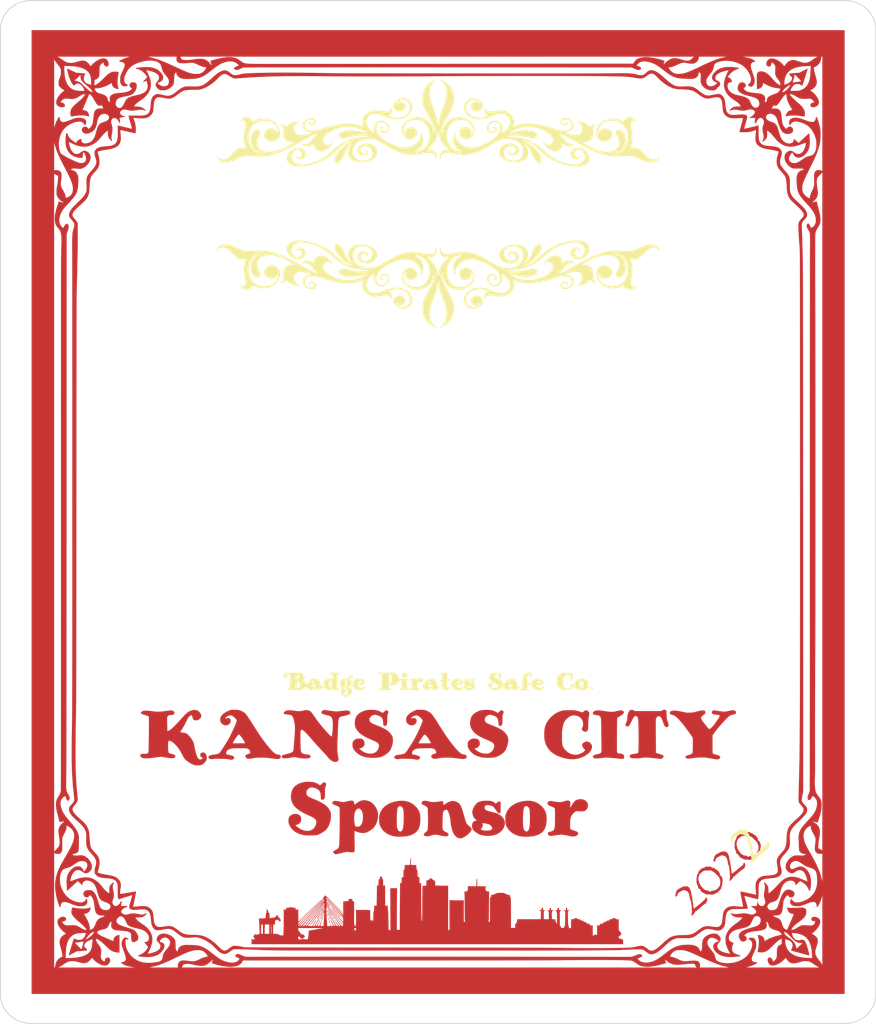
<source format=kicad_pcb>
(kicad_pcb (version 4) (host pcbnew 4.0.7)
  (layers (0 F.Cu signal) (31 B.Cu signal) (34 B.Paste user) (35 F.Paste user) (36 B.SilkS user) (37 F.SilkS user) (38 B.Mask user) (39 F.Mask user) (44 Edge.Cuts user))
  (net 0 "")
  (module LOGO (layer F.Cu) (at 0 0)
    (fp_text reference "G***" hide)
    (fp_text value "LOGO" hide)
  )
  (module LOGO (layer F.Cu) (at 0 0)
    (fp_text reference "G***" hide)
    (fp_text value "LOGO" hide)
  )
  (module LOGO (layer F.Cu) (at 0 0)
    (fp_text reference "G***" hide)
    (fp_text value "LOGO" hide)
  )
  (module LOGO (layer F.Cu) (at 0 0)
    (fp_text reference "G***" hide)
    (fp_text value "LOGO" hide)
    (fp_poly (pts (xy 48.514000 61.552667) (xy -48.133000 61.552667) (xy -48.133000 51.625500) (xy -45.466000 51.625500) (xy -45.466000 58.420000) (xy -45.413083 58.420000) (xy -44.967389 58.420000) (xy -37.969254 58.416701) (xy -34.215917 58.416701) (xy -32.455414 58.418350) (xy -30.694911 58.420000) (xy -30.318587 58.420000) (xy 30.921278 58.420000) (xy 30.840458 58.298292) (xy 30.792582 58.218891) (xy 30.750559 58.136649) (xy 30.727859 58.081334) (xy 30.696082 57.986084) (xy 30.487499 57.968333) (xy 30.327486 57.961682) (xy 30.129439 57.965434) (xy 29.896313 57.979407) (xy 29.631063 58.003416) (xy 29.336642 58.037280) (xy 29.298095 58.042176) (xy 29.026540 58.071113) (xy 28.773175 58.086359) (xy 28.543239 58.087906) (xy 28.341971 58.075744) (xy 28.174610 58.049865) (xy 28.149617 58.044029) (xy 27.934656 57.977966) (xy 27.733225 57.887769) (xy 27.536474 57.768630) (xy 27.335550 57.615744) (xy 27.290258 57.577405) (xy 27.140146 57.448207) (xy 27.210203 57.643062) (xy 27.241682 57.730290) (xy 27.268732 57.804644) (xy 27.287516 57.855608) (xy 27.293031 57.870102) (xy 27.290472 57.882001) (xy 27.271015 57.895801) (xy 27.230561 57.912865) (xy 27.165015 57.934560) (xy 27.070278 57.962252) (xy 26.942255 57.997306) (xy 26.792109 58.037086) (xy 26.496350 58.113008) (xy 26.235148 58.176089) (xy 26.003006 58.227184) (xy 25.794423 58.267146) (xy 25.603900 58.296829) (xy 25.425938 58.317086) (xy 25.255037 58.328771) (xy 25.085699 58.332738) (xy 24.912425 58.329839) (xy 24.907229 58.329659) (xy 24.710305 58.318920) (xy 24.542414 58.299522) (xy 24.393913 58.268102) (xy 24.255157 58.221296) (xy 24.116501 58.155743) (xy 23.968302 58.068078) (xy 23.800915 57.954938) (xy 23.770167 57.933149) (xy 23.575086 57.801116) (xy 23.405357 57.701127) (xy 23.259579 57.632417) (xy 23.156333 57.598734) (xy 23.094370 57.588964) (xy 22.992144 57.579788) (xy 22.851723 57.571218) (xy 22.675174 57.563267) (xy 22.464564 57.555949) (xy 22.221960 57.549275) (xy 21.949429 57.543260) (xy 21.649039 57.537916) (xy 21.322856 57.533256) (xy 20.972947 57.529293) (xy 20.601380 57.526040) (xy 20.210222 57.523510) (xy 19.801539 57.521715) (xy 19.377399 57.520669) (xy 18.939869 57.520384) (xy 18.491016 57.520874) (xy 18.032907 57.522152) (xy 17.567609 57.524230) (xy 17.097189 57.527121) (xy 16.623715 57.530838) (xy 16.149253 57.535395) (xy 15.675871 57.540803) (xy 15.205635 57.547077) (xy 15.113000 57.548424) (xy 14.987130 57.550051) (xy 14.833923 57.551617) (xy 14.652897 57.553123) (xy 14.443564 57.554569) (xy 14.205442 57.555958) (xy 13.938044 57.557288) (xy 13.640886 57.558561) (xy 13.313483 57.559777) (xy 12.955350 57.560936) (xy 12.566002 57.562041) (xy 12.144955 57.563090) (xy 11.691723 57.564085) (xy 11.205821 57.565026) (xy 10.686766 57.565914) (xy 10.134071 57.566749) (xy 9.547253 57.567533) (xy 8.925825 57.568265) (xy 8.269304 57.568946) (xy 7.577205 57.569578) (xy 6.849041 57.570160) (xy 6.084330 57.570693) (xy 5.282585 57.571178) (xy 4.443322 57.571615) (xy 3.566057 57.572005) (xy 2.650303 57.572349) (xy 1.695577 57.572647) (xy 0.701393 57.572900) (xy -0.332733 57.573108) (xy -1.407287 57.573272) (xy -2.522752 57.573393) (xy -3.679615 57.573471) (xy -4.794250 57.573506) (xy -23.018750 57.573774) (xy -23.076345 57.697582) (xy -23.176044 57.862869) (xy -23.309320 58.003612) (xy -23.475198 58.119731) (xy -23.672706 58.211144) (xy -23.900869 58.277771) (xy -24.158714 58.319530) (xy -24.445267 58.336342) (xy -24.759556 58.328124) (xy -25.100605 58.294796) (xy -25.467443 58.236278) (xy -25.859095 58.152488) (xy -26.274587 58.043345) (xy -26.485603 57.980887) (xy -26.592451 57.947065) (xy -26.663836 57.921375) (xy -26.705257 57.901262) (xy -26.722213 57.884174) (xy -26.721941 57.871170) (xy -26.709384 57.837704) (xy -26.686380 57.774864) (xy -26.656751 57.693130) (xy -26.637724 57.640323) (xy -26.566688 57.442728) (xy -26.750636 57.619877) (xy -26.939680 57.792429) (xy -27.114522 57.930962) (xy -27.280764 58.038869) (xy -27.444008 58.119547) (xy -27.609857 58.176389) (xy -27.706591 58.199203) (xy -27.818127 58.217226) (xy -27.932999 58.226005) (xy -28.056748 58.224964) (xy -28.194914 58.213525) (xy -28.353039 58.191113) (xy -28.536663 58.157149) (xy -28.751327 58.111056) (xy -28.913667 58.073482) (xy -29.137552 58.025096) (xy -29.331683 57.993867) (xy -29.504746 57.979220) (xy -29.665426 57.980579) (xy -29.822411 57.997372) (xy -29.889511 58.008922) (xy -29.998348 58.031353) (xy -30.071542 58.051758) (xy -30.115490 58.073096) (xy -30.136588 58.098327) (xy -30.141333 58.125463) (xy -30.155742 58.189586) (xy -30.193801 58.267181) (xy -30.247757 58.343329) (xy -30.264127 58.361792) (xy -30.318587 58.420000) (xy -30.694911 58.420000) (xy -30.727750 58.354173) (xy -30.751142 58.267307) (xy -30.751144 58.158661) (xy -30.730429 58.039817) (xy -30.691665 57.922357) (xy -30.637523 57.817864) (xy -30.589990 57.756603) (xy -30.517067 57.692153) (xy -30.432390 57.642733) (xy -30.331819 57.607902) (xy -30.211217 57.587224) (xy -30.066444 57.580259) (xy -29.893361 57.586569) (xy -29.687828 57.605715) (xy -29.453417 57.636154) (xy -29.244885 57.662833) (xy -29.067400 57.676872) (xy -28.911157 57.676735) (xy -28.766352 57.660886) (xy -28.623180 57.627791) (xy -28.471838 57.575915) (xy -28.302520 57.503722) (xy -28.151667 57.432320) (xy -27.975109 57.348248) (xy -27.827532 57.282642) (xy -27.701294 57.232737) (xy -27.588751 57.195767) (xy -27.482262 57.168964) (xy -27.374183 57.149563) (xy -27.367970 57.148646) (xy -27.289706 57.134786) (xy -27.230714 57.119738) (xy -27.200925 57.106194) (xy -27.199167 57.102903) (xy -27.212501 57.054399) (xy -27.248611 56.983524) (xy -27.301654 56.899106) (xy -27.365790 56.809970) (xy -27.435178 56.724944) (xy -27.484273 56.672067) (xy -27.627204 56.547054) (xy -27.778939 56.453874) (xy -27.946255 56.389995) (xy -28.135931 56.352888) (xy -28.354744 56.340023) (xy -28.373917 56.339965) (xy -28.612546 56.352257) (xy -28.863373 56.389509) (xy -29.130404 56.452751) (xy -29.417644 56.543017) (xy -29.729097 56.661337) (xy -29.897917 56.732539) (xy -29.954598 56.758036) (xy -30.044195 56.799448) (xy -30.161486 56.854314) (xy -30.301250 56.920170) (xy -30.458266 56.994555) (xy -30.627312 57.075007) (xy -30.803167 57.159063) (xy -30.849405 57.181225) (xy -31.210931 57.353440) (xy -31.538994 57.507006) (xy -31.837391 57.643366) (xy -32.109920 57.763963) (xy -32.360380 57.870240) (xy -32.592568 57.963639) (xy -32.810284 58.045603) (xy -33.017325 58.117575) (xy -33.217489 58.180998) (xy -33.414574 58.237313) (xy -33.612380 58.287964) (xy -33.814703 58.334393) (xy -33.972500 58.367475) (xy -34.215917 58.416701) (xy -37.969254 58.416701) (xy -35.803417 58.415680) (xy -36.110333 58.367974) (xy -36.232206 58.348552) (xy -36.350952 58.328782) (xy -36.454615 58.310711) (xy -36.531235 58.296385) (xy -36.544250 58.293735) (xy -36.768505 58.236702) (xy -36.980384 58.163109) (xy -37.171905 58.076444) (xy -37.335087 57.980199) (xy -37.432285 57.905407) (xy -37.536511 57.813694) (xy -37.382511 57.788261) (xy -37.237727 57.756114) (xy -37.127982 57.711276) (xy -37.046869 57.649684) (xy -36.987981 57.567275) (xy -36.968391 57.525614) (xy -36.944929 57.448701) (xy -36.935789 57.360514) (xy -36.941784 57.256962) (xy -36.963729 57.133954) (xy -37.002438 56.987401) (xy -37.058728 56.813212) (xy -37.133411 56.607297) (xy -37.170744 56.509632) (xy -37.252812 56.292727) (xy -37.317945 56.109349) (xy -37.367576 55.954888) (xy -37.403142 55.824732) (xy -37.426079 55.714269) (xy -37.432981 55.667237) (xy -37.434962 55.506090) (xy -37.404709 55.340918) (xy -37.346156 55.183125) (xy -37.263232 55.044115) (xy -37.189509 54.960995) (xy -37.092281 54.886524) (xy -36.998746 54.851238) (xy -36.902409 54.853232) (xy -36.860363 54.864458) (xy -36.807667 54.889545) (xy -36.746369 54.929508) (xy -36.687280 54.975749) (xy -36.641211 55.019669) (xy -36.618973 55.052669) (xy -36.618333 55.056963) (xy -36.637886 55.065363) (xy -36.690112 55.071809) (xy -36.765360 55.075311) (xy -36.800735 55.075667) (xy -36.983137 55.075667) (xy -36.972842 55.419625) (xy -36.967119 55.568362) (xy -36.959094 55.686370) (xy -36.947402 55.785245) (xy -36.930676 55.876580) (xy -36.907929 55.970537) (xy -36.808832 56.264372) (xy -36.671564 56.544498) (xy -36.499226 56.806618) (xy -36.294920 57.046436) (xy -36.061750 57.259655) (xy -35.882170 57.391345) (xy -35.631075 57.542837) (xy -35.375942 57.664224) (xy -35.112130 57.756414) (xy -34.834995 57.820314) (xy -34.539894 57.856832) (xy -34.222183 57.866878) (xy -33.877221 57.851357) (xy -33.644417 57.828930) (xy -33.448548 57.805311) (xy -33.288707 57.782616) (xy -33.158650 57.759445) (xy -33.052138 57.734396) (xy -32.962926 57.706071) (xy -32.884774 57.673067) (xy -32.834941 57.647338) (xy -32.755643 57.597211) (xy -32.693899 57.540737) (xy -32.645760 57.470659) (xy -32.607280 57.379722) (xy -32.574508 57.260668) (xy -32.544980 57.114436) (xy -32.525625 57.011067) (xy -32.506714 56.924152) (xy -32.485126 56.848076) (xy -32.457741 56.777223) (xy -32.421439 56.705978) (xy -32.373100 56.628725) (xy -32.309604 56.539850) (xy -32.227830 56.433736) (xy -32.124659 56.304769) (xy -32.030667 56.188812) (xy -31.914498 56.041564) (xy -31.825296 55.917614) (xy -31.759743 55.810681) (xy -31.714517 55.714486) (xy -31.686299 55.622750) (xy -31.671769 55.529194) (xy -31.670007 55.506652) (xy -31.666857 55.416740) (xy -31.673605 55.349403) (xy -31.693325 55.285434) (xy -31.712467 55.241103) (xy -31.795349 55.098260) (xy -31.899404 54.989240) (xy -32.018691 54.913980) (xy -32.163162 54.865308) (xy -32.311447 54.854636) (xy -32.457062 54.878903) (xy -32.593522 54.935046) (xy -32.714340 55.020005) (xy -32.813032 55.130718) (xy -32.883113 55.264124) (xy -32.903851 55.331831) (xy -32.908957 55.364063) (xy -32.898069 55.382187) (xy -32.861966 55.392625) (xy -32.805834 55.400101) (xy -32.683715 55.427366) (xy -32.568819 55.476119) (xy -32.473303 55.540028) (xy -32.415069 55.603577) (xy -32.364197 55.718067) (xy -32.349210 55.850801) (xy -32.369587 55.998416) (xy -32.424808 56.157550) (xy -32.514354 56.324842) (xy -32.530668 56.350360) (xy -32.683077 56.552556) (xy -32.857235 56.723676) (xy -33.056234 56.865685) (xy -33.283164 56.980547) (xy -33.541117 57.070228) (xy -33.739447 57.118585) (xy -33.929554 57.148627) (xy -34.149563 57.167421) (xy -34.388568 57.174973) (xy -34.635662 57.171289) (xy -34.879937 57.156374) (xy -35.110487 57.130235) (xy -35.189583 57.117813) (xy -35.298710 57.098752) (xy -35.372807 57.083785) (xy -35.418637 57.070268) (xy -35.442964 57.055555) (xy -35.452551 57.037001) (xy -35.454167 57.014341) (xy -35.445247 56.980332) (xy -35.411822 56.956171) (xy -35.364208 56.939366) (xy -35.121412 56.845247) (xy -34.896171 56.714538) (xy -34.692790 56.550852) (xy -34.515574 56.357806) (xy -34.368824 56.139013) (xy -34.334031 56.074122) (xy -34.287436 55.982493) (xy -34.370789 55.873038) (xy -34.420826 55.807715) (xy -34.486405 55.722624) (xy -34.557028 55.631373) (xy -34.594079 55.583667) (xy -34.651115 55.509390) (xy -34.696989 55.447851) (xy -34.726320 55.406383) (xy -34.734257 55.392607) (xy -34.715812 55.387289) (xy -34.669640 55.387869) (xy -34.653693 55.389171) (xy -34.519503 55.382974) (xy -34.401608 55.340501) (xy -34.304736 55.266196) (xy -34.233617 55.164506) (xy -34.192978 55.039877) (xy -34.185149 54.948667) (xy -34.202511 54.760292) (xy -34.255804 54.587742) (xy -34.347105 54.426315) (xy -34.478494 54.271306) (xy -34.489201 54.260620) (xy -34.589871 54.169116) (xy -34.696510 54.089756) (xy -34.814715 54.020104) (xy -34.950082 53.957725) (xy -35.108210 53.900182) (xy -35.294694 53.845039) (xy -35.515132 53.789860) (xy -35.631904 53.763256) (xy -35.887260 53.703227) (xy -36.103999 53.644645) (xy -36.285720 53.585851) (xy -36.436024 53.525185) (xy -36.558513 53.460988) (xy -36.656786 53.391601) (xy -36.734445 53.315365) (xy -36.795091 53.230620) (xy -36.797833 53.225972) (xy -36.826725 53.171709) (xy -36.866806 53.090011) (xy -36.912575 52.992347) (xy -36.954599 52.899114) (xy -37.039628 52.724169) (xy -37.125007 52.586977) (xy -37.214863 52.483122) (xy -37.313324 52.408194) (xy -37.424519 52.357779) (xy -37.474653 52.343193) (xy -37.579651 52.333192) (xy -37.679893 52.359320) (xy -37.780009 52.423497) (xy -37.864103 52.504594) (xy -37.969982 52.639157) (xy -38.034694 52.766590) (xy -38.058085 52.887456) (xy -38.039999 53.002313) (xy -37.980281 53.111723) (xy -37.878775 53.216246) (xy -37.735328 53.316442) (xy -37.622355 53.378097) (xy -37.529535 53.420814) (xy -37.411561 53.468128) (xy -37.265231 53.521153) (xy -37.087341 53.581007) (xy -36.874691 53.648804) (xy -36.629770 53.723941) (xy -36.436837 53.783574) (xy -36.279941 53.835335) (xy -36.153977 53.881338) (xy -36.053845 53.923694) (xy -35.974439 53.964518) (xy -35.910659 54.005921) (xy -35.870240 54.038421) (xy -35.786343 54.125450) (xy -35.697527 54.240418) (xy -35.612356 54.371140) (xy -35.539399 54.505427) (xy -35.533851 54.517005) (xy -35.499903 54.593019) (xy -35.479285 54.655619) (xy -35.468751 54.720774) (xy -35.465051 54.804455) (xy -35.464750 54.856809) (xy -35.465735 54.950836) (xy -35.470560 55.014976) (xy -35.482025 55.061663) (xy -35.502933 55.103330) (xy -35.529151 55.142559) (xy -35.606311 55.224033) (xy -35.711481 55.296948) (xy -35.830353 55.353875) (xy -35.948620 55.387386) (xy -36.011844 55.393167) (xy -36.089696 55.388655) (xy -36.151540 55.372227) (xy -36.199418 55.339547) (xy -36.235370 55.286278) (xy -36.261438 55.208084) (xy -36.279664 55.100628) (xy -36.292088 54.959573) (xy -36.300752 54.780583) (xy -36.300799 54.779334) (xy -36.306292 54.652720) (xy -36.312661 54.539092) (xy -36.319376 54.445880) (xy -36.325905 54.380519) (xy -36.331430 54.351039) (xy -36.363923 54.314231) (xy -36.427738 54.270230) (xy -36.513661 54.224034) (xy -36.612476 54.180643) (xy -36.706428 54.147626) (xy -36.796355 54.123038) (xy -36.895047 54.102317) (xy -37.008777 54.084674) (xy -37.143823 54.069321) (xy -37.306457 54.055470) (xy -37.502957 54.042332) (xy -37.580737 54.037765) (xy -37.719371 54.028743) (xy -37.855011 54.017922) (xy -37.977436 54.006260) (xy -38.076427 53.994718) (xy -38.134259 53.985767) (xy -38.307035 53.938149) (xy -38.448442 53.868172) (xy -38.556315 53.777391) (xy -38.628495 53.667361) (xy -38.647340 53.616812) (xy -38.663479 53.528757) (xy -38.670048 53.414806) (xy -38.667198 53.290264) (xy -38.655080 53.170437) (xy -38.642271 53.102188) (xy -38.613703 52.980792) (xy -38.669060 52.994149) (xy -38.745155 53.022287) (xy -38.808696 53.070008) (xy -38.863920 53.142923) (xy -38.915066 53.246645) (xy -38.966371 53.386786) (xy -38.967007 53.388720) (xy -39.012772 53.505660) (xy -39.069190 53.602590) (xy -39.141309 53.682967) (xy -39.234176 53.750248) (xy -39.352841 53.807890) (xy -39.502350 53.859350) (xy -39.687751 53.908085) (xy -39.744517 53.921202) (xy -39.861675 53.948907) (xy -39.969406 53.976659) (xy -40.058482 54.001915) (xy -40.119677 54.022131) (xy -40.136100 54.029127) (xy -40.214081 54.077953) (xy -40.280704 54.136826) (xy -40.326914 54.196293) (xy -40.343667 54.245760) (xy -40.330249 54.304727) (xy -40.288958 54.367898) (xy -40.218242 54.436200) (xy -40.116546 54.510558) (xy -39.982317 54.591896) (xy -39.814000 54.681141) (xy -39.610042 54.779217) (xy -39.368889 54.887052) (xy -39.088988 55.005569) (xy -39.020750 55.033704) (xy -38.890549 55.087505) (xy -38.768986 55.138394) (xy -38.663195 55.183333) (xy -38.580312 55.219283) (xy -38.527473 55.243205) (xy -38.518885 55.247409) (xy -38.460400 55.275942) (xy -38.430287 55.282581) (xy -38.419127 55.264510) (xy -38.417500 55.218911) (xy -38.417500 55.217092) (xy -38.406259 55.123236) (xy -38.376596 55.013952) (xy -38.334598 54.908326) (xy -38.297675 54.841479) (xy -38.211087 54.745795) (xy -38.090120 54.664198) (xy -37.941411 54.600293) (xy -37.777208 54.558670) (xy -37.697833 54.544582) (xy -37.697833 56.648156) (xy -37.904208 56.635737) (xy -38.145774 56.605757) (xy -38.372287 56.544092) (xy -38.592530 56.447653) (xy -38.809083 56.317555) (xy -38.857366 56.280271) (xy -38.930356 56.217797) (xy -39.022842 56.134890) (xy -39.129610 56.036307) (xy -39.245447 55.926805) (xy -39.365141 55.811142) (xy -39.380583 55.796027) (xy -39.557480 55.625049) (xy -39.708320 55.484552) (xy -39.834791 55.373041) (xy -39.938576 55.289019) (xy -40.005000 55.241513) (xy -40.147758 55.151444) (xy -40.277244 55.077973) (xy -40.386329 55.024961) (xy -40.447212 55.001945) (xy -40.497840 54.986241) (xy -40.483480 55.120912) (xy -40.453299 55.263784) (xy -40.391706 55.406659) (xy -40.295829 55.555089) (xy -40.194849 55.678917) (xy -40.052632 55.863284) (xy -39.948955 56.048930) (xy -39.885311 56.233009) (xy -39.873786 56.290264) (xy -39.864792 56.357592) (xy -39.861154 56.426379) (xy -39.863162 56.506358) (xy -39.871108 56.607259) (xy -39.885285 56.738814) (xy -39.887920 56.761396) (xy -39.900669 56.883847) (xy -39.909857 57.000437) (xy -39.914856 57.100579) (xy -39.915036 57.173685) (xy -39.913579 57.193319) (xy -39.875200 57.339702) (xy -39.796282 57.474585) (xy -39.677150 57.597517) (xy -39.557776 57.684029) (xy -39.516723 57.706132) (xy -39.489571 57.701563) (xy -39.459860 57.672681) (xy -39.428852 57.617339) (xy -39.408744 57.539296) (xy -39.406704 57.523290) (xy -39.376792 57.408442) (xy -39.317018 57.317340) (xy -39.232679 57.255070) (xy -39.129071 57.226717) (xy -39.096577 57.225559) (xy -38.987276 57.244611) (xy -38.902115 57.298410) (xy -38.840680 57.387247) (xy -38.829143 57.414537) (xy -38.807570 57.525540) (xy -38.817565 57.651310) (xy -38.856234 57.782032) (xy -38.920678 57.907891) (xy -39.007404 58.018458) (xy -39.118075 58.107795) (xy -39.245328 58.162992) (xy -39.392105 58.184584) (xy -39.561348 58.173106) (xy -39.699989 58.144352) (xy -39.905345 58.075867) (xy -40.117448 57.976313) (xy -40.326952 57.851973) (xy -40.524509 57.709134) (xy -40.700775 57.554079) (xy -40.846402 57.393094) (xy -40.876534 57.353200) (xy -40.914749 57.305840) (xy -40.944044 57.279209) (xy -40.953717 57.277000) (xy -40.972535 57.297223) (xy -41.010989 57.342564) (xy -41.062352 57.405016) (xy -41.090517 57.439838) (xy -41.251112 57.615571) (xy -41.417081 57.749705) (xy -41.589416 57.842743) (xy -41.769111 57.895193) (xy -41.957159 57.907559) (xy -42.003025 57.904673) (xy -42.079374 57.893980) (xy -42.183907 57.873736) (xy -42.304274 57.846595) (xy -42.428122 57.815211) (xy -42.460333 57.806416) (xy -42.640721 57.757412) (xy -42.788795 57.720080) (xy -42.912495 57.692984) (xy -43.019761 57.674688) (xy -43.118531 57.663757) (xy -43.216747 57.658754) (xy -43.281054 57.658000) (xy -43.437371 57.662297) (xy -43.576456 57.677074) (xy -43.705882 57.705161) (xy -43.833222 57.749390) (xy -43.966050 57.812591) (xy -44.111938 57.897595) (xy -44.278459 58.007232) (xy -44.352143 58.058339) (xy -44.464623 58.135092) (xy -44.578703 58.209249) (xy -44.684399 58.274569) (xy -44.771729 58.324813) (xy -44.810306 58.344720) (xy -44.967389 58.420000) (xy -45.413083 58.420000) (xy -45.373247 58.414556) (xy -45.360086 58.404125) (xy -45.354961 58.350030) (xy -45.341641 58.267361) (xy -45.322667 58.168492) (xy -45.300578 58.065799) (xy -45.277916 57.971657) (xy -45.257221 57.898441) (xy -45.254716 57.890834) (xy -45.174826 57.708008) (xy -45.066444 57.541049) (xy -44.935268 57.395677) (xy -44.812813 57.298167) (xy -44.095784 57.298167) (xy -43.801934 57.297958) (xy -43.661042 57.296108) (xy -43.498716 57.291238) (xy -43.335686 57.284103) (xy -43.201167 57.276065) (xy -42.816425 57.238536) (xy -42.469504 57.182796) (xy -42.159859 57.108532) (xy -41.886947 57.015431) (xy -41.650223 56.903177) (xy -41.449143 56.771458) (xy -41.283163 56.619958) (xy -41.151739 56.448363) (xy -41.054326 56.256360) (xy -40.990381 56.043635) (xy -40.980820 55.994415) (xy -40.970869 55.928438) (xy -40.958419 55.831474) (xy -40.944807 55.714697) (xy -40.931368 55.589280) (xy -40.926210 55.537860) (xy -40.914082 55.418540) (xy -40.902226 55.309437) (xy -40.891687 55.219658) (xy -40.883511 55.158310) (xy -40.880606 55.140985) (xy -40.877080 55.102586) (xy -40.889171 55.081215) (xy -40.922627 55.076328) (xy -40.983196 55.087383) (xy -41.076624 55.113837) (xy -41.098146 55.120430) (xy -41.287657 55.191990) (xy -41.463469 55.283690) (xy -41.617739 55.390368) (xy -41.742623 55.506861) (xy -41.804167 55.585165) (xy -41.862587 55.704029) (xy -41.879731 55.821998) (xy -41.856548 55.935132) (xy -41.793986 56.039497) (xy -41.692993 56.131155) (xy -41.668758 56.147303) (xy -41.612857 56.185313) (xy -41.584282 56.217548) (xy -41.573756 56.259496) (xy -41.572106 56.308625) (xy -41.571333 56.409167) (xy -41.650708 56.409958) (xy -41.694006 56.411720) (xy -41.772503 56.416236) (xy -41.879187 56.423049) (xy -42.007046 56.431701) (xy -42.149069 56.441737) (xy -42.239134 56.448304) (xy -42.748184 56.485858) (xy -43.231193 56.734273) (xy -43.362116 56.800988) (xy -43.480412 56.860084) (xy -43.580976 56.909107) (xy -43.658708 56.945604) (xy -43.708505 56.967124) (xy -43.725166 56.971724) (xy -43.720636 56.950730) (xy -43.704832 56.894084) (xy -43.679216 56.806503) (xy -43.645246 56.692709) (xy -43.604383 56.557419) (xy -43.558086 56.405354) (xy -43.507816 56.241234) (xy -43.455032 56.069777) (xy -43.401195 55.895704) (xy -43.347763 55.723734) (xy -43.296198 55.558586) (xy -43.272258 55.482354) (xy -42.988481 55.482354) (xy -42.602800 55.881303) (xy -42.499324 55.987323) (xy -42.405393 56.081622) (xy -42.324973 56.160374) (xy -42.262031 56.219755) (xy -42.220535 56.255938) (xy -42.204585 56.265335) (xy -42.195692 56.241355) (xy -42.177771 56.182524) (xy -42.152562 56.094930) (xy -42.121803 55.984662) (xy -42.087233 55.857811) (xy -42.071202 55.798088) (xy -42.036593 55.666329) (xy -42.006827 55.548703) (xy -41.983327 55.451202) (xy -41.967518 55.379819) (xy -41.960823 55.340548) (xy -41.961178 55.334933) (xy -41.983704 55.335328) (xy -42.041353 55.341342) (xy -42.127428 55.352029) (xy -42.235234 55.366442) (xy -42.358071 55.383634) (xy -42.489245 55.402659) (xy -42.622056 55.422570) (xy -42.749809 55.442420) (xy -42.865805 55.461261) (xy -42.920199 55.470510) (xy -42.988481 55.482354) (xy -43.272258 55.482354) (xy -43.247958 55.404980) (xy -43.204505 55.267636) (xy -43.167297 55.151273) (xy -43.137795 55.060611) (xy -43.117459 55.000370) (xy -43.107748 54.975268) (xy -43.107494 54.974938) (xy -43.087100 54.980374) (xy -43.038162 54.999746) (xy -42.970514 55.029118) (xy -42.957302 55.035075) (xy -42.752675 55.111134) (xy -42.561463 55.147878) (xy -42.384280 55.145353) (xy -42.221744 55.103601) (xy -42.185371 55.083612) (xy -41.695162 55.083612) (xy -41.686127 55.086074) (xy -41.661938 55.076408) (xy -41.618593 55.052390) (xy -41.552092 55.011795) (xy -41.458433 54.952401) (xy -41.333615 54.871982) (xy -41.327917 54.868297) (xy -41.225785 54.797425) (xy -41.120367 54.716298) (xy -41.026657 54.636809) (xy -40.978667 54.591188) (xy -40.917491 54.522850) (xy -40.856295 54.444291) (xy -40.799970 54.363233) (xy -40.753410 54.287397) (xy -40.721505 54.224505) (xy -40.709149 54.182277) (xy -40.712307 54.170805) (xy -40.739159 54.170524) (xy -40.793294 54.186993) (xy -40.865158 54.216099) (xy -40.945199 54.253726) (xy -41.023864 54.295762) (xy -41.075406 54.327178) (xy -41.194724 54.419759) (xy -41.320180 54.542972) (xy -41.443345 54.687700) (xy -41.555790 54.844826) (xy -41.560055 54.851408) (xy -41.611432 54.932311) (xy -41.654536 55.002531) (xy -41.683810 55.052882) (xy -41.693044 55.071246) (xy -41.695162 55.083612) (xy -42.185371 55.083612) (xy -42.074470 55.022667) (xy -42.006657 54.967436) (xy -41.939605 54.899973) (xy -41.877876 54.827429) (xy -41.838414 54.771101) (xy -41.810070 54.714921) (xy -41.776630 54.637237) (xy -41.742375 54.549596) (xy -41.711589 54.463540) (xy -41.688552 54.390615) (xy -41.677548 54.342366) (xy -41.677167 54.336393) (xy -41.697137 54.324712) (xy -41.752745 54.317236) (xy -41.837535 54.313656) (xy -41.945052 54.313666) (xy -42.068842 54.316959) (xy -42.202449 54.323230) (xy -42.339419 54.332169) (xy -42.473296 54.343472) (xy -42.597625 54.356832) (xy -42.705952 54.371940) (xy -42.791821 54.388491) (xy -42.796376 54.389586) (xy -43.028196 54.467314) (xy -43.240289 54.581572) (xy -43.430756 54.730494) (xy -43.597695 54.912214) (xy -43.739207 55.124866) (xy -43.853392 55.366583) (xy -43.887866 55.461619) (xy -43.935415 55.617033) (xy -43.974969 55.778567) (xy -44.007354 55.952268) (xy -44.033394 56.144187) (xy -44.053917 56.360373) (xy -44.069745 56.606875) (xy -44.081376 56.880125) (xy -44.095784 57.298167) (xy -44.812813 57.298167) (xy -44.787000 57.277613) (xy -44.627337 57.192579) (xy -44.525699 57.159098) (xy -44.465182 57.143909) (xy -44.478481 56.951163) (xy -44.496704 56.794816) (xy -44.532068 56.610322) (xy -44.585292 56.394403) (xy -44.650479 56.165750) (xy -44.717225 55.929982) (xy -44.765394 55.726904) (xy -44.795239 55.551288) (xy -44.807014 55.397909) (xy -44.800970 55.261540) (xy -44.777361 55.136956) (xy -44.736440 55.018929) (xy -44.708822 54.959250) (xy -44.644781 54.860089) (xy -44.551100 54.753076) (xy -44.437073 54.646988) (xy -44.311990 54.550599) (xy -44.205100 54.483507) (xy -44.034909 54.388764) (xy -44.157836 54.309313) (xy -44.250823 54.241255) (xy -44.359959 54.148851) (xy -44.475614 54.041330) (xy -44.588156 53.927925) (xy -44.687955 53.817866) (xy -44.748826 53.742837) (xy -44.806564 53.659507) (xy -44.870979 53.555437) (xy -44.931251 53.448437) (xy -44.951945 53.408470) (xy -44.998204 53.313058) (xy -45.028018 53.239943) (xy -45.045604 53.174471) (xy -45.055180 53.101989) (xy -45.059641 53.034190) (xy -45.062791 52.938654) (xy -45.058967 52.870756) (xy -45.046233 52.816101) (xy -45.022843 52.760690) (xy -44.950647 52.651853) (xy -44.850753 52.557271) (xy -44.731414 52.480317) (xy -44.600885 52.424361) (xy -44.467423 52.392775) (xy -44.339280 52.388928) (xy -44.224713 52.416192) (xy -44.203383 52.426067) (xy -44.112587 52.490247) (xy -44.060900 52.570011) (xy -44.047913 52.646047) (xy -44.068038 52.743248) (xy -44.126534 52.827135) (xy -44.220934 52.895545) (xy -44.348771 52.946316) (xy -44.406968 52.960828) (xy -44.467180 52.976602) (xy -44.505803 52.992217) (xy -44.513500 52.999912) (xy -44.500419 53.029750) (xy -44.466378 53.080444) (xy -44.419179 53.141789) (xy -44.366623 53.203578) (xy -44.322201 53.250155) (xy -44.257279 53.303190) (xy -44.180014 53.353166) (xy -44.154825 53.366571) (xy -44.096847 53.388372) (xy -44.021969 53.403563) (xy -43.925615 53.412306) (xy -43.803212 53.414765) (xy -43.650187 53.411102) (xy -43.461966 53.401479) (xy -43.358783 53.394859) (xy -43.192839 53.388195) (xy -43.046048 53.393873) (xy -42.910264 53.414359) (xy -42.777341 53.452116) (xy -42.639134 53.509610) (xy -42.487498 53.589304) (xy -42.314288 53.693663) (xy -42.262543 53.726532) (xy -42.097279 53.823989) (xy -41.950186 53.891685) (xy -41.813023 53.932939) (xy -41.711772 53.948520) (xy -41.587628 53.960155) (xy -41.614044 53.909369) (xy -41.691002 53.783832) (xy -41.797326 53.647738) (xy -41.934817 53.499222) (xy -42.105280 53.336421) (xy -42.310516 53.157468) (xy -42.460333 53.034099) (xy -42.579246 52.934986) (xy -42.709334 52.821560) (xy -42.837154 52.705841) (xy -42.949262 52.599847) (xy -42.980678 52.568892) (xy -43.076866 52.471145) (xy -43.148774 52.392941) (xy -43.203382 52.325275) (xy -43.247670 52.259145) (xy -43.288618 52.185545) (xy -43.308762 52.145679) (xy -43.351608 52.057319) (xy -43.378776 51.991885) (xy -43.393756 51.934558) (xy -43.400034 51.870520) (xy -43.401099 51.784949) (xy -43.400931 51.754096) (xy -43.397296 51.637702) (xy -43.386614 51.548203) (xy -43.366593 51.470429) (xy -43.351936 51.430111) (xy -43.324625 51.364865) (xy -43.301654 51.317454) (xy -43.289755 51.299993) (xy -43.264240 51.299853) (xy -43.206128 51.306208) (xy -43.124460 51.317911) (xy -43.042417 51.331354) (xy -42.660586 51.388385) (xy -42.312085 51.421760) (xy -41.995135 51.431475) (xy -41.707956 51.417528) (xy -41.448770 51.379916) (xy -41.247720 51.328897) (xy -41.180251 51.309025) (xy -41.131223 51.296710) (xy -41.112057 51.294554) (xy -41.112836 51.318307) (xy -41.124294 51.370810) (xy -41.143218 51.440823) (xy -41.166395 51.517106) (xy -41.190612 51.588421) (xy -41.210378 51.638477) (xy -41.289182 51.766892) (xy -41.400324 51.877572) (xy -41.535551 51.964805) (xy -41.686612 52.022880) (xy -41.794574 52.042843) (xy -41.857920 52.050126) (xy -41.899845 52.056375) (xy -41.910000 52.059268) (xy -41.899852 52.078068) (xy -41.871800 52.127136) (xy -41.829433 52.200269) (xy -41.776339 52.291262) (xy -41.737254 52.357932) (xy -41.577366 52.643697) (xy -41.448139 52.905196) (xy -41.348311 53.145964) (xy -41.276622 53.369541) (xy -41.231811 53.579463) (xy -41.212615 53.779268) (xy -41.211660 53.832125) (xy -41.208514 53.897513) (xy -41.200531 53.941692) (xy -41.192088 53.953834) (xy -41.162711 53.946051) (xy -41.109417 53.926211) (xy -41.074651 53.911815) (xy -40.944828 53.846007) (xy -40.837589 53.766757) (xy -40.747371 53.667474) (xy -40.668611 53.541569) (xy -40.595747 53.382450) (xy -40.568577 53.312252) (xy -40.488991 53.112501) (xy -40.411130 52.949594) (xy -40.330702 52.818470) (xy -40.243418 52.714069) (xy -40.144985 52.631331) (xy -40.031114 52.565197) (xy -39.897512 52.510605) (xy -39.885189 52.506362) (xy -39.773304 52.464117) (xy -39.668126 52.416828) (xy -39.576761 52.368489) (xy -39.506312 52.323099) (xy -39.463887 52.284653) (xy -39.454667 52.264192) (xy -39.474535 52.258479) (xy -39.528951 52.253595) (xy -39.610128 52.249990) (xy -39.710284 52.248114) (xy -39.735125 52.247974) (xy -39.904446 52.242574) (xy -40.040793 52.225922) (xy -40.152608 52.195535) (xy -40.248335 52.148927) (xy -40.336413 52.083615) (xy -40.357390 52.064846) (xy -40.423044 51.995959) (xy -40.478022 51.917729) (xy -40.524035 51.824911) (xy -40.562797 51.712262) (xy -40.596019 51.574535) (xy -40.625412 51.406488) (xy -40.652689 51.202874) (xy -40.660458 51.136330) (xy -40.686692 50.920960) (xy -40.712903 50.741556) (xy -40.740669 50.591784) (xy -40.771569 50.465306) (xy -40.807183 50.355786) (xy -40.849089 50.256889) (xy -40.898866 50.162278) (xy -40.906425 50.149233) (xy -40.947868 50.087004) (xy -41.002019 50.017232) (xy -41.061451 49.948115) (xy -41.118735 49.887854) (xy -41.166444 49.844647) (xy -41.197151 49.826695) (xy -41.198696 49.826596) (xy -41.223973 49.843054) (xy -41.258407 49.883785) (xy -41.269075 49.899415) (xy -41.344896 49.982231) (xy -41.445630 50.045114) (xy -41.556056 50.079728) (xy -41.605857 50.083861) (xy -41.714979 50.063977) (xy -41.813050 50.008845) (xy -41.894078 49.925251) (xy -41.952067 49.819977) (xy -41.981023 49.699808) (xy -41.983190 49.656829) (xy -41.965138 49.529804) (xy -41.910952 49.424183) (xy -41.821249 49.340361) (xy -41.696650 49.278735) (xy -41.537774 49.239703) (xy -41.345239 49.223661) (xy -41.306750 49.223246) (xy -41.202933 49.224555) (xy -41.127793 49.230228) (xy -41.067724 49.242600) (xy -41.009119 49.264008) (xy -40.972127 49.280692) (xy -40.838026 49.364319) (xy -40.711482 49.483511) (xy -40.598945 49.631516) (xy -40.539844 49.733230) (xy -40.499713 49.812160) (xy -40.464719 49.886135) (xy -40.432353 49.961970) (xy -40.400108 50.046484) (xy -40.365476 50.146491) (xy -40.325950 50.268810) (xy -40.279023 50.420256) (xy -40.240594 50.546695) (xy -40.175272 50.758434) (xy -40.117596 50.933576) (xy -40.064907 51.076583) (xy -40.014545 51.191918) (xy -39.963850 51.284043) (xy -39.910163 51.357421) (xy -39.850825 51.416515) (xy -39.783176 51.465786) (xy -39.704557 51.509699) (xy -39.651569 51.535075) (xy -39.534809 51.574676) (xy -39.400346 51.598239) (xy -39.262974 51.604810) (xy -39.137484 51.593434) (xy -39.061581 51.573135) (xy -38.937318 51.507157) (xy -38.842377 51.417771) (xy -38.780742 51.310155) (xy -38.756398 51.189486) (xy -38.756167 51.176222) (xy -38.772698 51.067398) (xy -38.823388 50.968090) (xy -38.909878 50.876905) (xy -39.033810 50.792450) (xy -39.196827 50.713332) (xy -39.384435 50.643494) (xy -39.561272 50.579705) (xy -39.702061 50.517293) (xy -39.812817 50.452852) (xy -39.899556 50.382980) (xy -39.956531 50.319820) (xy -40.020569 50.231952) (xy -40.076884 50.140169) (xy -40.128070 50.038165) (xy -40.176720 49.919636) (xy -40.225428 49.778274) (xy -40.276789 49.607774) (xy -40.332084 49.406752) (xy -40.399118 49.170711) (xy -40.465459 48.971387) (xy -40.533810 48.803299) (xy -40.606874 48.660967) (xy -40.687355 48.538910) (xy -40.777954 48.431648) (xy -40.845798 48.365208) (xy -40.987912 48.254952) (xy -41.140433 48.171285) (xy -41.297967 48.114401) (xy -41.455119 48.084495) (xy -41.606496 48.081760) (xy -41.746703 48.106391) (xy -41.870347 48.158582) (xy -41.972034 48.238527) (xy -42.033858 48.322434) (xy -42.064127 48.393584) (xy -42.088337 48.480597) (xy -42.095800 48.523150) (xy -42.111083 48.640847) (xy -42.375667 48.397878) (xy -42.463359 48.317879) (xy -42.540033 48.248936) (xy -42.600380 48.195741) (xy -42.639091 48.162987) (xy -42.650833 48.154647) (xy -42.669384 48.168838) (xy -42.717304 48.210677) (xy -42.793119 48.278814) (xy -42.895357 48.371899) (xy -43.022543 48.488583) (xy -43.173205 48.627516) (xy -43.345870 48.787347) (xy -43.539064 48.966728) (xy -43.662015 49.081124) (xy -43.744592 49.156941) (xy -43.815969 49.220450) (xy -43.870658 49.266929) (xy -43.903173 49.291655) (xy -43.909647 49.294242) (xy -43.917244 49.267130) (xy -43.925679 49.204295) (xy -43.934581 49.112329) (xy -43.943575 48.997824) (xy -43.952290 48.867372) (xy -43.960352 48.727566) (xy -43.967388 48.584998) (xy -43.973024 48.446260) (xy -43.976889 48.317945) (xy -43.978608 48.206646) (xy -43.977808 48.118953) (xy -43.977161 48.101250) (xy -43.949341 47.810815) (xy -43.891905 47.548106) (xy -43.803088 47.308969) (xy -43.681125 47.089249) (xy -43.524252 46.884790) (xy -43.409354 46.764518) (xy -43.231884 46.612594) (xy -43.053933 46.501848) (xy -42.873120 46.431169) (xy -42.687064 46.399444) (xy -42.623132 46.397334) (xy -42.460501 46.414898) (xy -42.317433 46.468311) (xy -42.192407 46.558652) (xy -42.083900 46.687001) (xy -41.996038 46.842360) (xy -41.963813 46.914569) (xy -41.940595 46.974393) (xy -41.931204 47.009365) (xy -41.931184 47.010171) (xy -41.919372 47.017142) (xy -41.887855 46.996369) (xy -41.842473 46.953865) (xy -41.789066 46.895643) (xy -41.733473 46.827716) (xy -41.681535 46.756098) (xy -41.675193 46.746584) (xy -41.594144 46.599317) (xy -41.539543 46.447541) (xy -41.512855 46.299286) (xy -41.515542 46.162578) (xy -41.547839 46.048084) (xy -41.616703 45.941337) (xy -41.713811 45.860787) (xy -41.841406 45.805273) (xy -42.001733 45.773637) (xy -42.093017 45.766496) (xy -42.200057 45.765291) (xy -42.299604 45.773744) (xy -42.397377 45.794208) (xy -42.499090 45.829037) (xy -42.610460 45.880581) (xy -42.737204 45.951195) (xy -42.885039 46.043231) (xy -43.059679 46.159041) (xy -43.079571 46.172518) (xy -43.234379 46.276113) (xy -43.363426 46.358323) (xy -43.474825 46.423153) (xy -43.576688 46.474607) (xy -43.677128 46.516691) (xy -43.784257 46.553410) (xy -43.906189 46.588770) (xy -43.942525 46.598556) (xy -44.104253 46.644256) (xy -44.231200 46.688127) (xy -44.330346 46.735253) (xy -44.408677 46.790717) (xy -44.473173 46.859601) (xy -44.530819 46.946989) (xy -44.588598 47.057963) (xy -44.596616 47.074667) (xy -44.660953 47.218581) (xy -44.708407 47.349320) (xy -44.741310 47.478170) (xy -44.761997 47.616421) (xy -44.772799 47.775361) (xy -44.775987 47.942500) (xy -44.773768 48.131969) (xy -44.763879 48.293055) (xy -44.744100 48.439358) (xy -44.712212 48.584476) (xy -44.665993 48.742008) (xy -44.626034 48.860895) (xy -44.493587 49.183017) (xy -44.328601 49.484358) (xy -44.134092 49.760027) (xy -43.932447 49.985978) (xy -43.707645 50.185497) (xy -43.464703 50.351286) (xy -43.197420 50.487127) (xy -42.966237 50.575335) (xy -42.729356 50.642695) (xy -42.509877 50.681430) (xy -42.310181 50.691921) (xy -42.132648 50.674546) (xy -41.979660 50.629686) (xy -41.853597 50.557719) (xy -41.756840 50.459025) (xy -41.708087 50.374826) (xy -41.677834 50.320149) (xy -41.645301 50.296161) (xy -41.612374 50.292000) (xy -41.581747 50.294534) (xy -41.561870 50.308108) (xy -41.547672 50.341678) (xy -41.534084 50.404202) (xy -41.527082 50.442689) (xy -41.512737 50.610862) (xy -41.533777 50.755956) (xy -41.589990 50.877804) (xy -41.681167 50.976242) (xy -41.807096 51.051105) (xy -41.967568 51.102228) (xy -42.162372 51.129447) (xy -42.391297 51.132597) (xy -42.407417 51.131962) (xy -42.515511 51.125805) (xy -42.613177 51.115886) (xy -42.707651 51.100311) (xy -42.806169 51.077188) (xy -42.915967 51.044621) (xy -43.044281 51.000719) (xy -43.198346 50.943586) (xy -43.348717 50.885637) (xy -43.478017 50.835919) (xy -43.605208 50.788128) (xy -43.720533 50.745850) (xy -43.814233 50.712670) (xy -43.867917 50.694821) (xy -43.990320 50.663757) (xy -44.119404 50.643191) (xy -44.242968 50.634121) (xy -44.348810 50.637543) (xy -44.413384 50.650227) (xy -44.503312 50.700552) (xy -44.582694 50.783815) (xy -44.646174 50.890942) (xy -44.688394 51.012858) (xy -44.703996 51.140488) (xy -44.704000 51.142509) (xy -44.706949 51.195256) (xy -44.721862 51.218082) (xy -44.757841 51.223305) (xy -44.763730 51.223334) (xy -44.786199 51.221867) (xy -44.804745 51.213673) (xy -44.822296 51.193061) (xy -44.841782 51.154339) (xy -44.866131 51.091816) (xy -44.898274 50.999800) (xy -44.935317 50.889959) (xy -45.062403 50.480804) (xy -45.168493 50.075273) (xy -45.251515 49.682296) (xy -45.309395 49.310807) (xy -45.317282 49.244250) (xy -45.327047 49.125400) (xy -45.333739 48.977742) (xy -45.337362 48.812353) (xy -45.337922 48.640312) (xy -45.335422 48.472695) (xy -45.329868 48.320579) (xy -45.321264 48.195043) (xy -45.316829 48.153612) (xy -45.258541 47.798496) (xy -45.170589 47.441710) (xy -45.051373 47.078490) (xy -44.899291 46.704073) (xy -44.712745 46.313696) (xy -44.672256 46.235384) (xy -44.622889 46.143510) (xy -44.555750 46.022258) (xy -44.474799 45.878581) (xy -44.383993 45.719431) (xy -44.287289 45.551761) (xy -44.188647 45.382524) (xy -44.130037 45.282884) (xy -43.933944 44.946973) (xy -43.761336 44.642745) (xy -43.611047 44.367467) (xy -43.481909 44.118407) (xy -43.372758 43.892834) (xy -43.282427 43.688013) (xy -43.209748 43.501214) (xy -43.153557 43.329703) (xy -43.112685 43.170748) (xy -43.085968 43.021617) (xy -43.072239 42.879576) (xy -43.069765 42.799000) (xy -43.071602 42.692670) (xy -43.077780 42.589679) (xy -43.087195 42.505234) (xy -43.093503 42.471583) (xy -43.162924 42.272230) (xy -43.271436 42.087397) (xy -43.417930 41.918334) (xy -43.601296 41.766293) (xy -43.820426 41.632524) (xy -43.852042 41.616259) (xy -43.984333 41.549557) (xy -43.984333 41.688559) (xy -43.989141 41.803225) (xy -44.005203 41.913921) (xy -44.034981 42.028469) (xy -44.080938 42.154688) (xy -44.145534 42.300398) (xy -44.231232 42.473419) (xy -44.231626 42.474189) (xy -44.303776 42.614297) (xy -44.361868 42.728575) (xy -44.407376 42.823916) (xy -44.441774 42.907216) (xy -44.466538 42.985368) (xy -44.483142 43.065268) (xy -44.493061 43.153809) (xy -44.497769 43.257886) (xy -44.498741 43.384394) (xy -44.497452 43.540227) (xy -44.495605 43.708399) (xy -44.494099 43.923598) (xy -44.494584 44.101441) (xy -44.497593 44.246879) (xy -44.503661 44.364864) (xy -44.513324 44.460348) (xy -44.527116 44.538284) (xy -44.545572 44.603622) (xy -44.569227 44.661316) (xy -44.598616 44.716316) (xy -44.605760 44.728309) (xy -44.668338 44.814947) (xy -44.738590 44.873364) (xy -44.825604 44.907834) (xy -44.938464 44.922630) (xy -45.021500 44.923854) (xy -45.170953 44.913800) (xy -45.295929 44.886501) (xy -45.326439 44.876229) (xy -45.392476 44.852725) (xy -45.440460 44.836371) (xy -45.458730 44.831000) (xy -45.459301 44.851903) (xy -45.459861 44.913558) (xy -45.460406 45.014383) (xy -45.460937 45.152796) (xy -45.461450 45.327215) (xy -45.461946 45.536060) (xy -45.462421 45.777747) (xy -45.462874 46.050697) (xy -45.463303 46.353326) (xy -45.463707 46.684053) (xy -45.464084 47.041297) (xy -45.464433 47.423476) (xy -45.464751 47.829008) (xy -45.465037 48.256312) (xy -45.465289 48.703805) (xy -45.465506 49.169907) (xy -45.465686 49.653034) (xy -45.465827 50.151607) (xy -45.465927 50.664043) (xy -45.465985 51.188760) (xy -45.466000 51.625500) (xy -48.133000 51.625500) (xy -48.133000 -35.898017) (xy -45.466000 -35.898017) (xy -45.465574 4.376533) (xy -45.465148 44.651084) (xy -45.194580 44.375917) (xy -45.104752 44.282328) (xy -45.023343 44.193341) (xy -44.956021 44.115475) (xy -44.908449 44.055250) (xy -44.887838 44.022938) (xy -44.843101 43.888502) (xy -44.816495 43.718259) (xy -44.808043 43.514665) (xy -44.817771 43.280179) (xy -44.845702 43.017259) (xy -44.875890 42.818836) (xy -44.911617 42.588131) (xy -44.934254 42.392544) (xy -44.943916 42.226974) (xy -44.940721 42.086319) (xy -44.924786 41.965476) (xy -44.897699 41.863636) (xy -44.819374 41.684996) (xy -44.706446 41.510695) (xy -44.556499 41.337567) (xy -44.367115 41.162444) (xy -44.354750 41.152058) (xy -44.309079 41.113000) (xy -44.283307 41.086048) (xy -44.281168 41.070200) (xy -44.306398 41.064457) (xy -44.362732 41.067816) (xy -44.453905 41.079278) (xy -44.566417 41.095343) (xy -44.675565 41.111001) (xy -44.749617 41.120508) (xy -44.795379 41.123722) (xy -44.819660 41.120500) (xy -44.829267 41.110699) (xy -44.831009 41.094177) (xy -44.831013 41.089792) (xy -44.836279 41.059821) (xy -44.837892 41.052750) (xy -44.238333 41.052750) (xy -44.227750 41.063334) (xy -44.217167 41.052750) (xy -44.227750 41.042167) (xy -44.238333 41.052750) (xy -44.837892 41.052750) (xy -44.851086 40.994938) (xy -44.873957 40.901101) (xy -44.903418 40.784274) (xy -44.937991 40.650417) (xy -44.968580 40.534167) (xy -45.032845 40.289455) (xy -45.086170 40.080001) (xy -45.129528 39.900441) (xy -45.163892 39.745413) (xy -45.190237 39.609551) (xy -45.209536 39.487493) (xy -45.222763 39.373874) (xy -45.230892 39.263331) (xy -45.234896 39.150499) (xy -45.235776 39.062318) (xy -45.231050 38.889078) (xy -45.214220 38.736628) (xy -45.182217 38.594985) (xy -45.131975 38.454167) (xy -45.060427 38.304191) (xy -44.964504 38.135075) (xy -44.936834 38.089417) (xy -44.843286 37.927643) (xy -44.763854 37.772383) (xy -44.703245 37.633311) (xy -44.674272 37.549873) (xy -44.672753 37.542707) (xy -44.671280 37.531175) (xy -44.669850 37.514655) (xy -44.668464 37.492522) (xy -44.667122 37.464154) (xy -44.665821 37.428926) (xy -44.664563 37.386216) (xy -44.663345 37.335401) (xy -44.662168 37.275855) (xy -44.661031 37.206958) (xy -44.659932 37.128084) (xy -44.658872 37.038610) (xy -44.657850 36.937914) (xy -44.656865 36.825372) (xy -44.655917 36.700360) (xy -44.655004 36.562254) (xy -44.654126 36.410433) (xy -44.653283 36.244271) (xy -44.652474 36.063147) (xy -44.651698 35.866436) (xy -44.650954 35.653514) (xy -44.650242 35.423760) (xy -44.649562 35.176548) (xy -44.648912 34.911257) (xy -44.648291 34.627262) (xy -44.647700 34.323940) (xy -44.647138 34.000667) (xy -44.646603 33.656821) (xy -44.646096 33.291777) (xy -44.645615 32.904914) (xy -44.645160 32.495606) (xy -44.644731 32.063230) (xy -44.644326 31.607164) (xy -44.643945 31.126784) (xy -44.643587 30.621467) (xy -44.643252 30.090588) (xy -44.642938 29.533526) (xy -44.642647 28.949655) (xy -44.642375 28.338353) (xy -44.642124 27.698997) (xy -44.641892 27.030964) (xy -44.641679 26.333628) (xy -44.641484 25.606368) (xy -44.641306 24.848561) (xy -44.641145 24.059581) (xy -44.641000 23.238807) (xy -44.640870 22.385614) (xy -44.640755 21.499380) (xy -44.640654 20.579481) (xy -44.640566 19.625294) (xy -44.640491 18.636194) (xy -44.640429 17.611560) (xy -44.640377 16.550767) (xy -44.640337 15.453192) (xy -44.640306 14.318211) (xy -44.640285 13.145202) (xy -44.640273 11.933540) (xy -44.640269 10.682603) (xy -44.640273 9.391767) (xy -44.640283 8.060409) (xy -44.640299 6.687905) (xy -44.640319 5.409758) (xy -44.640340 3.997195) (xy -44.640355 2.626335) (xy -44.640364 1.296545) (xy -44.640365 0.007195) (xy -44.640358 -1.242347) (xy -44.640342 -2.452711) (xy -44.640317 -3.624529) (xy -44.640282 -4.758433) (xy -44.640237 -5.855053) (xy -44.640180 -6.915020) (xy -44.640111 -7.938967) (xy -44.640029 -8.927524) (xy -44.639934 -9.881322) (xy -44.639826 -10.800992) (xy -44.639703 -11.687167) (xy -44.639564 -12.540476) (xy -44.639410 -13.361552) (xy -44.639239 -14.151025) (xy -44.639051 -14.909526) (xy -44.638845 -15.637688) (xy -44.638621 -16.336141) (xy -44.638377 -17.005516) (xy -44.638114 -17.646444) (xy -44.637830 -18.259558) (xy -44.637526 -18.845487) (xy -44.637199 -19.404864) (xy -44.636850 -19.938319) (xy -44.636478 -20.446484) (xy -44.636082 -20.929989) (xy -44.635662 -21.389467) (xy -44.635217 -21.825548) (xy -44.634746 -22.238864) (xy -44.634249 -22.630045) (xy -44.633725 -22.999724) (xy -44.633173 -23.348531) (xy -44.632593 -23.677097) (xy -44.631984 -23.986054) (xy -44.631345 -24.276032) (xy -44.630676 -24.547664) (xy -44.629977 -24.801580) (xy -44.629245 -25.038412) (xy -44.628482 -25.258791) (xy -44.627685 -25.463347) (xy -44.626855 -25.652713) (xy -44.625991 -25.827519) (xy -44.625092 -25.988397) (xy -44.624158 -26.135978) (xy -44.623187 -26.270893) (xy -44.622180 -26.393774) (xy -44.621135 -26.505251) (xy -44.620052 -26.605955) (xy -44.618931 -26.696519) (xy -44.617770 -26.777573) (xy -44.616568 -26.849748) (xy -44.615327 -26.913676) (xy -44.614043 -26.969988) (xy -44.612718 -27.019316) (xy -44.611350 -27.062289) (xy -44.609939 -27.099540) (xy -44.608484 -27.131700) (xy -44.606984 -27.159400) (xy -44.606585 -27.165984) (xy -44.587193 -27.554573) (xy -44.579814 -27.902615) (xy -44.584449 -28.210158) (xy -44.601101 -28.477250) (xy -44.629775 -28.703937) (xy -44.670474 -28.890268) (xy -44.723199 -29.036289) (xy -44.732491 -29.055401) (xy -44.766708 -29.113103) (xy -44.820937 -29.193277) (xy -44.888085 -29.285875) (xy -44.961061 -29.380849) (xy -44.970783 -29.393067) (xy -45.043185 -29.484903) (xy -45.110522 -29.572568) (xy -45.165961 -29.647016) (xy -45.202670 -29.699200) (xy -45.206533 -29.705170) (xy -45.286810 -29.867750) (xy -45.343363 -30.062536) (xy -45.366915 -30.223666) (xy -44.843308 -30.223666) (xy -44.823313 -30.081469) (xy -44.772654 -29.900615) (xy -44.702554 -29.750402) (xy -44.608484 -29.621847) (xy -44.571983 -29.583222) (xy -44.493462 -29.506106) (xy -44.437377 -29.458940) (xy -44.396463 -29.441511) (xy -44.363453 -29.453605) (xy -44.331082 -29.495009) (xy -44.292082 -29.565511) (xy -44.287165 -29.574863) (xy -44.218190 -29.690718) (xy -44.143330 -29.790118) (xy -44.068754 -29.866160) (xy -44.000633 -29.911942) (xy -43.978882 -29.919687) (xy -43.906238 -29.917515) (xy -43.838728 -29.874559) (xy -43.778458 -29.792260) (xy -43.770453 -29.777160) (xy -43.742352 -29.700956) (xy -43.730933 -29.611213) (xy -43.736777 -29.503084) (xy -43.760468 -29.371721) (xy -43.802589 -29.212277) (xy -43.860305 -29.030083) (xy -43.973750 -28.691416) (xy -43.985551 3.460750) (xy -43.986103 4.944321) (xy -43.986655 6.386056) (xy -43.987207 7.786450) (xy -43.987759 9.146001) (xy -43.988313 10.465206) (xy -43.988869 11.744560) (xy -43.989428 12.984560) (xy -43.989989 14.185704) (xy -43.990554 15.348488) (xy -43.991124 16.473408) (xy -43.991698 17.560960) (xy -43.992277 18.611643) (xy -43.992862 19.625952) (xy -43.993454 20.604384) (xy -43.994053 21.547435) (xy -43.994660 22.455603) (xy -43.995274 23.329383) (xy -43.995898 24.169273) (xy -43.996530 24.975769) (xy -43.997173 25.749368) (xy -43.997826 26.490566) (xy -43.998490 27.199861) (xy -43.999166 27.877748) (xy -43.999853 28.524724) (xy -44.000554 29.141286) (xy -44.001268 29.727931) (xy -44.001995 30.285155) (xy -44.002738 30.813455) (xy -44.003495 31.313327) (xy -44.004267 31.785268) (xy -44.005056 32.229776) (xy -44.005861 32.647345) (xy -44.006684 33.038474) (xy -44.007525 33.403658) (xy -44.008384 33.743395) (xy -44.009262 34.058181) (xy -44.010159 34.348512) (xy -44.011077 34.614885) (xy -44.012015 34.857797) (xy -44.012974 35.077745) (xy -44.013956 35.275225) (xy -44.014959 35.450734) (xy -44.015986 35.604768) (xy -44.017036 35.737824) (xy -44.018110 35.850398) (xy -44.019209 35.942989) (xy -44.020333 36.016091) (xy -44.021483 36.070201) (xy -44.022659 36.105817) (xy -44.022875 36.110334) (xy -44.033285 36.354400) (xy -44.037531 36.566732) (xy -44.035668 36.757468) (xy -44.027752 36.936748) (xy -44.027430 36.941920) (xy -44.015552 37.116314) (xy -44.003230 37.255688) (xy -43.988856 37.367339) (xy -43.970818 37.458565) (xy -43.947506 37.536664) (xy -43.917310 37.608931) (xy -43.878619 37.682666) (xy -43.854980 37.723383) (xy -43.762873 37.882698) (xy -43.693947 38.013194) (xy -43.646720 38.120463) (xy -43.619712 38.210097) (xy -43.611444 38.287686) (xy -43.620435 38.358822) (xy -43.645205 38.429096) (xy -43.660026 38.459834) (xy -43.709156 38.540607) (xy -43.757186 38.586162) (xy -43.780024 38.596938) (xy -43.819917 38.606115) (xy -43.852253 38.596337) (xy -43.891371 38.561531) (xy -43.909549 38.542059) (xy -43.967954 38.459292) (xy -44.021077 38.349839) (xy -44.062324 38.229328) (xy -44.082964 38.131030) (xy -44.095307 38.040982) (xy -44.201912 38.085285) (xy -44.336631 38.162184) (xy -44.460031 38.272241) (xy -44.564789 38.406469) (xy -44.643584 38.555884) (xy -44.681566 38.673927) (xy -44.706061 38.862808) (xy -44.698940 39.073029) (xy -44.661260 39.299014) (xy -44.594082 39.535189) (xy -44.498462 39.775977) (xy -44.454944 39.867417) (xy -44.392159 39.988747) (xy -44.326604 40.104815) (xy -44.254892 40.220275) (xy -44.173632 40.339780) (xy -44.079434 40.467984) (xy -43.968911 40.609541) (xy -43.838671 40.769105) (xy -43.685326 40.951331) (xy -43.553118 41.105667) (xy -43.359023 41.334148) (xy -43.192680 41.537520) (xy -43.051377 41.720074) (xy -42.932404 41.886099) (xy -42.833051 42.039884) (xy -42.750608 42.185718) (xy -42.682364 42.327892) (xy -42.625608 42.470695) (xy -42.577632 42.618415) (xy -42.561684 42.674732) (xy -42.549126 42.722045) (xy -42.538996 42.765996) (xy -42.531076 42.811558) (xy -42.525149 42.863702) (xy -42.520995 42.927400) (xy -42.518398 43.007623) (xy -42.517138 43.109344) (xy -42.516997 43.237534) (xy -42.517757 43.397165) (xy -42.519200 43.593208) (xy -42.519535 43.635084) (xy -42.521703 43.860793) (xy -42.524584 44.048428) (xy -42.528665 44.202247) (xy -42.534433 44.326508) (xy -42.542376 44.425468) (xy -42.552983 44.503387) (xy -42.566741 44.564523) (xy -42.584137 44.613133) (xy -42.605659 44.653476) (xy -42.631796 44.689810) (xy -42.641739 44.701910) (xy -42.715884 44.765972) (xy -42.824246 44.826597) (xy -42.958709 44.880153) (xy -43.111159 44.923005) (xy -43.157658 44.932927) (xy -43.357566 44.972558) (xy -43.263491 45.026931) (xy -43.183113 45.068433) (xy -43.101844 45.098263) (xy -43.012564 45.117115) (xy -42.908150 45.125688) (xy -42.781481 45.124678) (xy -42.625433 45.114783) (xy -42.490840 45.102543) (xy -42.353910 45.091274) (xy -42.245779 45.088100) (xy -42.153698 45.092994) (xy -42.089082 45.101679) (xy -41.910860 45.151395) (xy -41.735334 45.237855) (xy -41.567186 45.355513) (xy -41.411097 45.498826) (xy -41.271747 45.662249) (xy -41.153819 45.840239) (xy -41.061992 46.027251) (xy -41.000949 46.217742) (xy -40.975370 46.406167) (xy -40.974993 46.421148) (xy -40.985409 46.593417) (xy -41.025158 46.740572) (xy -41.097786 46.871070) (xy -41.206840 46.993370) (xy -41.219977 47.005559) (xy -41.363746 47.117293) (xy -41.506343 47.187989) (xy -41.647188 47.218568) (xy -41.723920 47.220674) (xy -41.793716 47.210874) (xy -41.865322 47.185668) (xy -41.947481 47.141559) (xy -42.048939 47.075047) (xy -42.105687 47.035117) (xy -42.196142 46.974203) (xy -42.284819 46.920738) (xy -42.360385 46.881221) (xy -42.404198 46.863901) (xy -42.519755 46.845457) (xy -42.650360 46.846311) (xy -42.777934 46.865065) (xy -42.884397 46.900319) (xy -42.886227 46.901202) (xy -43.010438 46.982267) (xy -43.130084 47.099947) (xy -43.240833 47.248524) (xy -43.338353 47.422279) (xy -43.410320 47.592944) (xy -43.440089 47.683986) (xy -43.469302 47.788490) (xy -43.495800 47.896659) (xy -43.517424 47.998698) (xy -43.532014 48.084811) (xy -43.537409 48.145201) (xy -43.535956 48.162810) (xy -43.521166 48.169043) (xy -43.480560 48.161934) (xy -43.410872 48.140487) (xy -43.308836 48.103705) (xy -43.181863 48.054789) (xy -42.910635 47.952291) (xy -42.668966 47.870182) (xy -42.450155 47.807005) (xy -42.247503 47.761299) (xy -42.054308 47.731607) (xy -41.863872 47.716469) (xy -41.669492 47.714426) (xy -41.624250 47.715631) (xy -41.380526 47.733243) (xy -41.163071 47.771402) (xy -40.960474 47.833810) (xy -40.761327 47.924167) (xy -40.554219 48.046173) (xy -40.504883 48.078681) (xy -40.386908 48.162004) (xy -40.277169 48.249534) (xy -40.169719 48.347120) (xy -40.058609 48.460613) (xy -39.937894 48.595861) (xy -39.801625 48.758714) (xy -39.754546 48.816643) (xy -39.604047 48.999340) (xy -39.472472 49.150764) (xy -39.355506 49.275029) (xy -39.248836 49.376246) (xy -39.148148 49.458530) (xy -39.049128 49.525992) (xy -38.955077 49.578871) (xy -38.889404 49.612529) (xy -38.899812 49.305949) (xy -38.900743 49.108140) (xy -38.887250 48.944126) (xy -38.857001 48.807128) (xy -38.807665 48.690372) (xy -38.736911 48.587081) (xy -38.642407 48.490480) (xy -38.609471 48.462120) (xy -38.546052 48.413751) (xy -38.477794 48.368636) (xy -38.414390 48.332330) (xy -38.365532 48.310388) (xy -38.340999 48.308279) (xy -38.344898 48.330320) (xy -38.363499 48.380029) (xy -38.392889 48.447052) (xy -38.395852 48.453414) (xy -38.447892 48.579965) (xy -38.480687 48.701442) (xy -38.494503 48.826453) (xy -38.489604 48.963610) (xy -38.466255 49.121521) (xy -38.424721 49.308798) (xy -38.422447 49.317976) (xy -38.395193 49.438905) (xy -38.378062 49.548023) (xy -38.368978 49.663215) (xy -38.365862 49.802363) (xy -38.365848 49.805167) (xy -38.365821 49.916748) (xy -38.368417 49.998448) (xy -38.375781 50.062718) (xy -38.390057 50.122008) (xy -38.413390 50.188767) (xy -38.446055 50.270834) (xy -38.507428 50.448907) (xy -38.536347 50.603549) (xy -38.532412 50.738982) (xy -38.495221 50.859428) (xy -38.424374 50.969110) (xy -38.374693 51.022713) (xy -38.316260 51.073274) (xy -38.261711 51.099679) (xy -38.189670 51.111744) (xy -38.178758 51.112700) (xy -38.094521 51.113759) (xy -38.022955 51.097059) (xy -37.960922 51.069189) (xy -37.860890 51.003285) (xy -37.758439 50.910130) (xy -37.665415 50.802329) (xy -37.593665 50.692489) (xy -37.578720 50.662473) (xy -37.544499 50.594956) (xy -37.515670 50.559160) (xy -37.484552 50.546543) (xy -37.474032 50.546000) (xy -37.435135 50.551584) (xy -37.423052 50.561875) (xy -37.426443 50.587817) (xy -37.435397 50.646826) (xy -37.448564 50.730204) (xy -37.464592 50.829253) (xy -37.465000 50.831750) (xy -37.481079 50.931068) (xy -37.494331 51.014924) (xy -37.503403 51.074620) (xy -37.506943 51.101457) (xy -37.506948 51.101625) (xy -37.487059 51.106834) (xy -37.431701 51.111325) (xy -37.347738 51.114795) (xy -37.242031 51.116941) (xy -37.147500 51.117500) (xy -36.787667 51.117500) (xy -36.787667 51.167439) (xy -36.793221 51.196092) (xy -36.815615 51.218646) (xy -36.863446 51.241006) (xy -36.926870 51.263075) (xy -37.074238 51.323558) (xy -37.205694 51.400868) (xy -37.316619 51.490250) (xy -37.402389 51.586946) (xy -37.458384 51.686199) (xy -37.479982 51.783252) (xy -37.476553 51.828862) (xy -37.446472 51.895082) (xy -37.385705 51.965469) (xy -37.303957 52.031527) (xy -37.210937 52.084760) (xy -37.161693 52.104432) (xy -37.029569 52.133388) (xy -36.881737 52.135370) (xy -36.712470 52.110044) (xy -36.554833 52.069018) (xy -36.371270 52.021684) (xy -36.197816 51.994810) (xy -36.023191 51.988116) (xy -35.836115 52.001325) (xy -35.625307 52.034160) (xy -35.570583 52.044799) (xy -35.450133 52.068459) (xy -35.335321 52.090124) (xy -35.236760 52.107853) (xy -35.165062 52.119705) (xy -35.147250 52.122240) (xy -35.015503 52.125426) (xy -34.866462 52.106388) (xy -34.716844 52.068105) (xy -34.609631 52.026400) (xy -34.541666 51.996616) (xy -34.490042 51.977384) (xy -34.465213 51.972562) (xy -34.464716 51.972896) (xy -34.469094 51.995827) (xy -34.495611 52.040825) (xy -34.537577 52.098951) (xy -34.588306 52.161269) (xy -34.641110 52.218840) (xy -34.668255 52.244919) (xy -34.767379 52.322917) (xy -34.874673 52.382339) (xy -34.996940 52.425063) (xy -35.140982 52.452964) (xy -35.313603 52.467917) (xy -35.491208 52.471854) (xy -35.598719 52.473146) (xy -35.689316 52.476486) (xy -35.755495 52.481420) (xy -35.789748 52.487496) (xy -35.792833 52.490052) (xy -35.779435 52.527307) (xy -35.743600 52.586708) (xy -35.691875 52.659540) (xy -35.630802 52.737090) (xy -35.566926 52.810642) (xy -35.506791 52.871483) (xy -35.505511 52.872658) (xy -35.447771 52.920854) (xy -35.362473 52.986020) (xy -35.257697 53.062277) (xy -35.141521 53.143748) (xy -35.022025 53.224552) (xy -35.020250 53.225729) (xy -34.863224 53.330871) (xy -34.735764 53.419334) (xy -34.631261 53.496427) (xy -34.543108 53.567464) (xy -34.464697 53.637755) (xy -34.389420 53.712613) (xy -34.314707 53.792889) (xy -34.132318 54.018651) (xy -33.988247 54.251923) (xy -33.882461 54.493920) (xy -33.814927 54.745859) (xy -33.785611 55.008956) (xy -33.794479 55.284428) (xy -33.841498 55.573490) (xy -33.926635 55.877360) (xy -34.049855 56.197253) (xy -34.211126 56.534386) (xy -34.237769 56.584964) (xy -34.278615 56.664402) (xy -34.309152 56.729152) (xy -34.325572 56.770806) (xy -34.326818 56.781571) (xy -34.303170 56.781742) (xy -34.247199 56.774220) (xy -34.167932 56.760387) (xy -34.096921 56.746352) (xy -33.802786 56.676347) (xy -33.545590 56.595846) (xy -33.326175 56.505281) (xy -33.145384 56.405081) (xy -33.004056 56.295677) (xy -32.903034 56.177497) (xy -32.869694 56.118997) (xy -32.834222 56.012592) (xy -32.820576 55.894971) (xy -32.829148 55.781882) (xy -32.859027 55.691480) (xy -32.888889 55.647469) (xy -32.940904 55.582431) (xy -33.007494 55.505474) (xy -33.074042 55.433104) (xy -33.161969 55.336452) (xy -33.221728 55.258714) (xy -33.257228 55.191177) (xy -33.272376 55.125128) (xy -33.271081 55.051854) (xy -33.265072 55.007163) (xy -33.236250 54.907469) (xy -33.184190 54.796685) (xy -33.117943 54.691104) (xy -33.046558 54.607017) (xy -33.038771 54.599770) (xy -32.889869 54.493264) (xy -32.719397 54.422321) (xy -32.529665 54.387549) (xy -32.322983 54.389556) (xy -32.265694 54.396325) (xy -32.009005 54.452386) (xy -31.764368 54.545593) (xy -31.538099 54.672852) (xy -31.336512 54.831069) (xy -31.292908 54.872902) (xy -31.222110 54.945997) (xy -31.166217 55.012141) (xy -31.123275 55.077807) (xy -31.091332 55.149469) (xy -31.068436 55.233600) (xy -31.052635 55.336675) (xy -31.041975 55.465168) (xy -31.034504 55.625551) (xy -31.030660 55.742417) (xy -31.025644 55.897631) (xy -31.020699 56.017129) (xy -31.015105 56.107521) (xy -31.008140 56.175416) (xy -30.999086 56.227426) (xy -30.987220 56.270159) (xy -30.971823 56.310226) (xy -30.967734 56.319697) (xy -30.927957 56.393502) (xy -30.880083 56.459297) (xy -30.853618 56.486214) (xy -30.788369 56.541117) (xy -30.763080 56.404096) (xy -30.715310 56.231777) (xy -30.639651 56.087552) (xy -30.534055 55.969557) (xy -30.396468 55.875925) (xy -30.224841 55.804793) (xy -30.056667 55.761825) (xy -29.993623 55.750391) (xy -29.929664 55.742011) (xy -29.858024 55.736469) (xy -29.771936 55.733550) (xy -29.664636 55.733038) (xy -29.529356 55.734718) (xy -29.359331 55.738374) (xy -29.337000 55.738918) (xy -29.075857 55.746760) (xy -28.851430 55.757023) (xy -28.658131 55.770541) (xy -28.490371 55.788146) (xy -28.342564 55.810669) (xy -28.209121 55.838943) (xy -28.084455 55.873801) (xy -27.962978 55.916075) (xy -27.855333 55.959621) (xy -27.707523 56.026670) (xy -27.562867 56.101103) (xy -27.415837 56.186505) (xy -27.260903 56.286462) (xy -27.092534 56.404557) (xy -26.905201 56.544375) (xy -26.693375 56.709503) (xy -26.670000 56.728048) (xy -26.450440 56.900970) (xy -26.258313 57.048738) (xy -26.089353 57.174255) (xy -25.939297 57.280428) (xy -25.803877 57.370159) (xy -25.678829 57.446355) (xy -25.559887 57.511919) (xy -25.442787 57.569756) (xy -25.415437 57.582375) (xy -25.256469 57.648218) (xy -25.083501 57.708686) (xy -24.911471 57.759141) (xy -24.755318 57.794947) (xy -24.701500 57.804005) (xy -24.616429 57.816439) (xy -24.541573 57.827389) (xy -24.492174 57.834624) (xy -24.489833 57.834968) (xy -24.357844 57.844301) (xy -24.204893 57.838892) (xy -24.049440 57.819423) (xy -24.044007 57.818465) (xy -23.853386 57.767690) (xy -23.692586 57.689101) (xy -23.563104 57.583562) (xy -23.498480 57.503907) (xy -23.446923 57.425247) (xy -23.422750 57.372300) (xy -23.428036 57.336850) (xy -23.464853 57.310679) (xy -23.535272 57.285568) (xy -23.555082 57.279491) (xy -23.657187 57.241656) (xy -23.754215 57.193678) (xy -23.836798 57.141343) (xy -23.895566 57.090434) (xy -23.919092 57.054750) (xy -23.924587 56.990516) (xy -23.891752 56.933243) (xy -23.818925 56.880628) (xy -23.778989 56.860721) (xy -23.704721 56.831296) (xy -23.634917 56.816137) (xy -23.562258 56.816498) (xy -23.479422 56.833632) (xy -23.379088 56.868793) (xy -23.253937 56.923235) (xy -23.162669 56.966261) (xy -23.050014 57.019150) (xy -22.952211 57.061072) (xy -22.862155 57.093204) (xy -22.772743 57.116724) (xy -22.676872 57.132808) (xy -22.567438 57.142634) (xy -22.437337 57.147380) (xy -22.279465 57.148221) (xy -22.086719 57.146336) (xy -22.076833 57.146203) (xy -22.025019 57.145790) (xy -21.931969 57.145392) (xy -21.798783 57.145009) (xy -21.626557 57.144641) (xy -21.416391 57.144288) (xy -21.169383 57.143950) (xy -20.886630 57.143627) (xy -20.569231 57.143318) (xy -20.218285 57.143023) (xy -19.834888 57.142743) (xy -19.420140 57.142477) (xy -18.975139 57.142225) (xy -18.500982 57.141986) (xy -17.998768 57.141762) (xy -17.469595 57.141552) (xy -16.914562 57.141355) (xy -16.334766 57.141171) (xy -15.731306 57.141001) (xy -15.105280 57.140845) (xy -14.457785 57.140701) (xy -13.789921 57.140571) (xy -13.102785 57.140453) (xy -12.397476 57.140349) (xy -11.675091 57.140257) (xy -10.936729 57.140177) (xy -10.183489 57.140111) (xy -9.416467 57.140056) (xy -8.636763 57.140014) (xy -7.845475 57.139984) (xy -7.043700 57.139966) (xy -6.232537 57.139961) (xy -5.413085 57.139967) (xy -4.586440 57.139984) (xy -3.753702 57.140014) (xy -2.915969 57.140054) (xy -2.074339 57.140107) (xy -1.229909 57.140170) (xy -0.383779 57.140245) (xy 0.462954 57.140331) (xy 1.309192 57.140427) (xy 2.153835 57.140535) (xy 2.995787 57.140653) (xy 3.833949 57.140782) (xy 4.667223 57.140922) (xy 5.494510 57.141071) (xy 6.314713 57.141231) (xy 7.126733 57.141402) (xy 7.929472 57.141582) (xy 8.721832 57.141772) (xy 9.502714 57.141973) (xy 10.271022 57.142182) (xy 11.025655 57.142402) (xy 11.765517 57.142631) (xy 12.489509 57.142869) (xy 13.196533 57.143117) (xy 13.885490 57.143374) (xy 14.555283 57.143640) (xy 15.204813 57.143915) (xy 15.832983 57.144198) (xy 16.438693 57.144491) (xy 17.020846 57.144792) (xy 17.578344 57.145101) (xy 18.110088 57.145419) (xy 18.614981 57.145746) (xy 19.091923 57.146080) (xy 19.539818 57.146423) (xy 19.957566 57.146773) (xy 20.344070 57.147131) (xy 20.698231 57.147497) (xy 21.018952 57.147871) (xy 21.305133 57.148252) (xy 21.555678 57.148641) (xy 21.769487 57.149036) (xy 21.945462 57.149439) (xy 22.082506 57.149849) (xy 22.179521 57.150266) (xy 22.235407 57.150690) (xy 22.235583 57.150692) (xy 22.469720 57.153480) (xy 22.666822 57.155075) (xy 22.832189 57.154714) (xy 22.971118 57.151631) (xy 23.088905 57.145063) (xy 23.190849 57.134245) (xy 23.282247 57.118412) (xy 23.368397 57.096800) (xy 23.454596 57.068644) (xy 23.546143 57.033179) (xy 23.648333 56.989642) (xy 23.766466 56.937268) (xy 23.791333 56.926173) (xy 23.964915 56.863240) (xy 24.120999 56.836777) (xy 24.258419 56.846798) (xy 24.376010 56.893314) (xy 24.414156 56.919694) (xy 24.457696 56.972956) (xy 24.461288 57.030426) (xy 24.426842 57.090017) (xy 24.356274 57.149645) (xy 24.251495 57.207223) (xy 24.114419 57.260666) (xy 24.095804 57.266730) (xy 24.013185 57.293442) (xy 23.947319 57.315334) (xy 23.907538 57.329273) (xy 23.900218 57.332368) (xy 23.905061 57.352497) (xy 23.931990 57.394208) (xy 23.973779 57.448538) (xy 24.023200 57.506527) (xy 24.073027 57.559213) (xy 24.110891 57.593609) (xy 24.266776 57.697734) (xy 24.439841 57.771620) (xy 24.635315 57.816843) (xy 24.858428 57.834980) (xy 24.913167 57.835488) (xy 25.058735 57.832181) (xy 25.186695 57.821494) (xy 25.311683 57.801120) (xy 25.448337 57.768747) (xy 25.588413 57.728933) (xy 25.724707 57.684767) (xy 25.857765 57.633790) (xy 25.991356 57.573657) (xy 26.129253 57.502025) (xy 26.275226 57.416550) (xy 26.433047 57.314887) (xy 26.606486 57.194692) (xy 26.710974 57.118250) (xy 27.749888 57.118250) (xy 27.860819 57.135118) (xy 28.010025 57.162474) (xy 28.154682 57.199690) (xy 28.304480 57.250065) (xy 28.469107 57.316898) (xy 28.658254 57.403487) (xy 28.680833 57.414292) (xy 28.854191 57.496143) (xy 29.001457 57.560908) (xy 29.130728 57.609874) (xy 29.250100 57.644327) (xy 29.367669 57.665553) (xy 29.491531 57.674840) (xy 29.629784 57.673473) (xy 29.790523 57.662739) (xy 29.981845 57.643925) (xy 30.067250 57.634591) (xy 30.321264 57.610664) (xy 30.538198 57.599943) (xy 30.721335 57.602869) (xy 30.873958 57.619886) (xy 30.999350 57.651435) (xy 31.100795 57.697958) (xy 31.181575 57.759897) (xy 31.208075 57.788196) (xy 31.277492 57.901219) (xy 31.315140 58.038552) (xy 31.320391 58.195832) (xy 31.292617 58.368695) (xy 31.291919 58.371491) (xy 31.279744 58.420000) (xy 33.044164 58.418628) (xy 34.808583 58.417257) (xy 34.501667 58.346538) (xy 34.291102 58.295568) (xy 34.081893 58.239637) (xy 33.870422 58.177366) (xy 33.653074 58.107377) (xy 33.426233 58.028288) (xy 33.186284 57.938721) (xy 32.929610 57.837295) (xy 32.652597 57.722630) (xy 32.351627 57.593348) (xy 32.023086 57.448068) (xy 31.663357 57.285410) (xy 31.379583 57.155181) (xy 31.103465 57.028072) (xy 30.861941 56.917614) (xy 30.651340 56.822350) (xy 30.467993 56.740819) (xy 30.308229 56.671563) (xy 30.168379 56.613124) (xy 30.044771 56.564042) (xy 29.933737 56.522858) (xy 29.831607 56.488113) (xy 29.734709 56.458349) (xy 29.639374 56.432106) (xy 29.541932 56.407926) (xy 29.442664 56.385225) (xy 29.286259 56.357882) (xy 29.116150 56.340654) (xy 28.943343 56.333671) (xy 28.778841 56.337061) (xy 28.633651 56.350953) (xy 28.522083 56.374461) (xy 28.313791 56.457377) (xy 28.134403 56.571137) (xy 27.984130 56.715567) (xy 27.863182 56.890490) (xy 27.832633 56.948917) (xy 27.749888 57.118250) (xy 26.710974 57.118250) (xy 26.799316 57.053621) (xy 27.015308 56.889330) (xy 27.258231 56.699474) (xy 27.308398 56.659798) (xy 27.570557 56.458818) (xy 27.812210 56.288549) (xy 28.038840 56.146287) (xy 28.255926 56.029323) (xy 28.468950 55.934950) (xy 28.683391 55.860461) (xy 28.904731 55.803149) (xy 29.125333 55.762309) (xy 29.251342 55.746665) (xy 29.403389 55.733798) (xy 29.572063 55.723945) (xy 29.747950 55.717347) (xy 29.921638 55.714242) (xy 30.083714 55.714869) (xy 30.224764 55.719469) (xy 30.335378 55.728279) (xy 30.356205 55.731025) (xy 30.601296 55.780473) (xy 30.810831 55.852214) (xy 30.985555 55.946762) (xy 31.126215 56.064631) (xy 31.233556 56.206335) (xy 31.308323 56.372388) (xy 31.314481 56.391802) (xy 31.359955 56.540726) (xy 31.437366 56.455041) (xy 31.489221 56.388471) (xy 31.527582 56.314881) (xy 31.554173 56.226950) (xy 31.570715 56.117361) (xy 31.578931 55.978792) (xy 31.580667 55.845940) (xy 31.584288 55.629907) (xy 31.594943 55.468348) (xy 32.205400 55.468348) (xy 32.207175 55.559517) (xy 32.215779 55.628206) (xy 32.235522 55.692548) (xy 32.270715 55.770674) (xy 32.283399 55.796431) (xy 32.331225 55.882235) (xy 32.396143 55.984750) (xy 32.467955 56.088324) (xy 32.510203 56.144584) (xy 32.644152 56.316836) (xy 32.754558 56.460383) (xy 32.844125 56.579735) (xy 32.915557 56.679402) (xy 32.971558 56.763893) (xy 33.014831 56.837717) (xy 33.048083 56.905385) (xy 33.074015 56.971405) (xy 33.095334 57.040287) (xy 33.114742 57.116540) (xy 33.128345 57.175421) (xy 33.168600 57.328614) (xy 33.213701 57.446773) (xy 33.267809 57.537194) (xy 33.335087 57.607170) (xy 33.401000 57.653220) (xy 33.554354 57.728653) (xy 33.740676 57.793544) (xy 33.951508 57.846053) (xy 34.178389 57.884340) (xy 34.412859 57.906566) (xy 34.589050 57.911587) (xy 34.933479 57.894446) (xy 35.273980 57.845462) (xy 35.605463 57.766518) (xy 35.922839 57.659496) (xy 36.221019 57.526279) (xy 36.494914 57.368751) (xy 36.739434 57.188793) (xy 36.874951 57.065895) (xy 37.019235 56.906175) (xy 37.151494 56.726272) (xy 37.268930 56.532683) (xy 37.368746 56.331907) (xy 37.448147 56.130441) (xy 37.504336 55.934782) (xy 37.534517 55.751429) (xy 37.535892 55.586880) (xy 37.530396 55.542935) (xy 37.489739 55.391687) (xy 37.419449 55.269300) (xy 37.316329 55.171568) (xy 37.195254 55.102331) (xy 37.120173 55.059291) (xy 37.087187 55.018417) (xy 37.096098 54.979958) (xy 37.146710 54.944165) (xy 37.238828 54.911288) (xy 37.367584 54.882433) (xy 37.517596 54.872900) (xy 37.650754 54.901800) (xy 37.765492 54.968090) (xy 37.860244 55.070726) (xy 37.933444 55.208666) (xy 37.956791 55.274952) (xy 37.978547 55.355348) (xy 37.992635 55.436451) (xy 38.000497 55.530980) (xy 38.003573 55.651657) (xy 38.003769 55.689500) (xy 38.002243 55.803298) (xy 37.995738 55.903638) (xy 37.982181 55.997815) (xy 37.959501 56.093125) (xy 37.925624 56.196862) (xy 37.878481 56.316322) (xy 37.815998 56.458799) (xy 37.736362 56.631039) (xy 37.652177 56.813491) (xy 37.586236 56.963992) (xy 37.536771 57.087896) (xy 37.502013 57.190555) (xy 37.480193 57.277324) (xy 37.469543 57.353555) (xy 37.468293 57.424601) (xy 37.469095 57.439930) (xy 37.478574 57.524797) (xy 37.497002 57.582320) (xy 37.529132 57.627275) (xy 37.529459 57.627626) (xy 37.613136 57.696161) (xy 37.721499 57.745976) (xy 37.861259 57.779832) (xy 37.920957 57.788698) (xy 38.007922 57.800775) (xy 38.061044 57.811692) (xy 38.088574 57.824769) (xy 38.098764 57.843328) (xy 38.100000 57.860770) (xy 38.080652 57.893913) (xy 38.026070 57.937299) (xy 37.941442 57.988602) (xy 37.831959 58.045499) (xy 37.702810 58.105664) (xy 37.559186 58.166772) (xy 37.406276 58.226500) (xy 37.249271 58.282523) (xy 37.093359 58.332515) (xy 36.967583 58.368004) (xy 36.777083 58.417919) (xy 41.145159 58.418959) (xy 45.513235 58.420000) (xy 45.346742 58.336655) (xy 45.269440 58.294008) (xy 45.169161 58.232947) (xy 45.056827 58.160414) (xy 44.943358 58.083353) (xy 44.898154 58.051425) (xy 44.724408 57.930931) (xy 44.574057 57.836526) (xy 44.439627 57.765334) (xy 44.313640 57.714474) (xy 44.188623 57.681071) (xy 44.057099 57.662247) (xy 43.911592 57.655123) (xy 43.867917 57.654833) (xy 43.809781 57.654798) (xy 43.760310 57.655270) (xy 43.714776 57.657228) (xy 43.668454 57.661652) (xy 43.616616 57.669520) (xy 43.554535 57.681812) (xy 43.477484 57.699506) (xy 43.380737 57.723583) (xy 43.259568 57.755020) (xy 43.109248 57.794798) (xy 42.925051 57.843895) (xy 42.820167 57.871873) (xy 42.604614 57.917096) (xy 42.412940 57.929869) (xy 42.240537 57.909057) (xy 42.082795 57.853523) (xy 41.935106 57.762131) (xy 41.792859 57.633744) (xy 41.774314 57.614048) (xy 41.706615 57.535335) (xy 41.640295 57.449048) (xy 41.589700 57.373854) (xy 41.589662 57.373789) (xy 41.520696 57.258486) (xy 41.353542 57.437145) (xy 41.164098 57.619584) (xy 40.955505 57.784784) (xy 40.735865 57.927644) (xy 40.513282 58.043065) (xy 40.295860 58.125949) (xy 40.229156 58.144651) (xy 40.089255 58.174596) (xy 39.973520 58.185214) (xy 39.868630 58.176842) (xy 39.781300 58.156025) (xy 39.650911 58.095780) (xy 39.542512 58.000157) (xy 39.457251 57.870628) (xy 39.396276 57.708662) (xy 39.380486 57.642668) (xy 39.364367 57.505580) (xy 39.376574 57.392359) (xy 39.415668 57.305893) (xy 39.480210 57.249072) (xy 39.568760 57.224783) (xy 39.588985 57.224084) (xy 39.699517 57.244249) (xy 39.797052 57.304418) (xy 39.880929 57.404097) (xy 39.918089 57.469696) (xy 39.951604 57.543733) (xy 39.975289 57.609355) (xy 39.983833 57.650798) (xy 39.987377 57.685085) (xy 40.002743 57.696751) (xy 40.037038 57.685208) (xy 40.097366 57.649869) (xy 40.112792 57.640141) (xy 40.239640 57.536998) (xy 40.344304 57.406650) (xy 40.410012 57.278680) (xy 40.424768 57.236492) (xy 40.436372 57.191520) (xy 40.445419 57.137483) (xy 40.452507 57.068096) (xy 40.458230 56.977075) (xy 40.463186 56.858139) (xy 40.467972 56.705004) (xy 40.469432 56.652584) (xy 40.475214 56.470037) (xy 40.482393 56.323860) (xy 40.492364 56.208090) (xy 40.506522 56.116763) (xy 40.526263 56.043917) (xy 40.552979 55.983587) (xy 40.588068 55.929811) (xy 40.632923 55.876626) (xy 40.656919 55.851031) (xy 40.710529 55.804973) (xy 40.783326 55.755053) (xy 40.863445 55.708012) (xy 40.939021 55.670591) (xy 40.998192 55.649531) (xy 41.015708 55.647184) (xy 41.026358 55.636408) (xy 41.033959 55.601057) (xy 41.038880 55.536567) (xy 41.041490 55.438377) (xy 41.042167 55.319607) (xy 41.042167 55.100416) (xy 41.435057 55.100416) (xy 41.436517 55.157331) (xy 41.440975 55.238619) (xy 41.446999 55.322109) (xy 41.487932 55.627508) (xy 41.560324 55.905534) (xy 41.664616 56.156644) (xy 41.801245 56.381295) (xy 41.970650 56.579945) (xy 42.173271 56.753052) (xy 42.409545 56.901072) (xy 42.679912 57.024463) (xy 42.984811 57.123682) (xy 43.230767 57.181377) (xy 43.560846 57.236571) (xy 43.913009 57.273308) (xy 44.294645 57.292302) (xy 44.402870 57.294469) (xy 44.662657 57.298167) (xy 44.652034 57.134125) (xy 44.646431 57.041487) (xy 44.639913 56.924372) (xy 44.633452 56.800597) (xy 44.629821 56.726667) (xy 44.599524 56.374030) (xy 44.543787 56.043896) (xy 44.463515 55.739441) (xy 44.359613 55.463839) (xy 44.232985 55.220265) (xy 44.175154 55.131039) (xy 44.013407 54.931199) (xy 43.823916 54.760111) (xy 43.605735 54.617329) (xy 43.357918 54.502403) (xy 43.079521 54.414889) (xy 42.769596 54.354337) (xy 42.465625 54.322704) (xy 42.363834 54.315828) (xy 42.298344 54.315320) (xy 42.263127 54.326925) (xy 42.252153 54.356387) (xy 42.259394 54.409452) (xy 42.278824 54.491864) (xy 42.280534 54.499092) (xy 42.340606 54.684808) (xy 42.426281 54.847893) (xy 42.533938 54.983347) (xy 42.659953 55.086170) (xy 42.735367 55.126820) (xy 42.845000 55.165224) (xy 42.961711 55.182622) (xy 43.095010 55.179397) (xy 43.254407 55.155935) (xy 43.288661 55.149173) (xy 43.445640 55.126595) (xy 43.572055 55.129733) (xy 43.671156 55.158831) (xy 43.707990 55.180662) (xy 43.763974 55.238881) (xy 43.825028 55.336001) (xy 43.889970 55.469056) (xy 43.957619 55.635078) (xy 44.026792 55.831101) (xy 44.096309 56.054155) (xy 44.164986 56.301276) (xy 44.184745 56.377682) (xy 44.225931 56.545382) (xy 44.258767 56.691178) (xy 44.282583 56.811336) (xy 44.296711 56.902123) (xy 44.300481 56.959805) (xy 44.293225 56.980650) (xy 44.292842 56.980667) (xy 44.269644 56.975310) (xy 44.210452 56.960078) (xy 44.119901 56.936226) (xy 44.002624 56.905013) (xy 43.863253 56.867694) (xy 43.706423 56.825527) (xy 43.536767 56.779767) (xy 43.358917 56.731673) (xy 43.177509 56.682501) (xy 42.997174 56.633506) (xy 42.822546 56.585948) (xy 42.658259 56.541081) (xy 42.508946 56.500163) (xy 42.379240 56.464451) (xy 42.273775 56.435201) (xy 42.197184 56.413670) (xy 42.154100 56.401115) (xy 42.146270 56.398423) (xy 42.151949 56.377729) (xy 42.173053 56.327890) (xy 42.205816 56.257493) (xy 42.228782 56.210409) (xy 42.301509 56.027152) (xy 42.333417 55.853590) (xy 42.324512 55.690157) (xy 42.274797 55.537291) (xy 42.220655 55.443878) (xy 42.117043 55.328323) (xy 41.979518 55.229993) (xy 41.830396 55.159496) (xy 41.758839 55.135730) (xy 41.675515 55.113022) (xy 41.591025 55.093599) (xy 41.515967 55.079692) (xy 41.460940 55.073527) (xy 41.436961 55.076772) (xy 41.435057 55.100416) (xy 41.042167 55.100416) (xy 41.042167 54.992048) (xy 40.986870 55.013072) (xy 40.913896 55.047148) (xy 40.819121 55.100399) (xy 40.713994 55.165806) (xy 40.609970 55.236348) (xy 40.546920 55.282739) (xy 40.498331 55.323551) (xy 40.425272 55.389681) (xy 40.332909 55.476219) (xy 40.226410 55.578257) (xy 40.110944 55.690886) (xy 39.991679 55.809197) (xy 39.973250 55.827663) (xy 39.802044 55.997225) (xy 39.654119 56.138114) (xy 39.524951 56.253578) (xy 39.410020 56.346866) (xy 39.304801 56.421228) (xy 39.204773 56.479913) (xy 39.105412 56.526169) (xy 39.002196 56.563247) (xy 38.914436 56.588319) (xy 38.823166 56.605647) (xy 38.716917 56.615646) (xy 38.603181 56.618853) (xy 38.489448 56.615805) (xy 38.383208 56.607040) (xy 38.291953 56.593096) (xy 38.223172 56.574509) (xy 38.184357 56.551817) (xy 38.178679 56.535529) (xy 38.184033 56.504109) (xy 38.195504 56.439681) (xy 38.211540 56.350873) (xy 38.230590 56.246311) (xy 38.235910 56.217260) (xy 38.282885 55.933201) (xy 38.312936 55.681145) (xy 38.326002 55.454267) (xy 38.322020 55.245738) (xy 38.300930 55.048734) (xy 38.262669 54.856428) (xy 38.222341 54.710101) (xy 38.202335 54.637824) (xy 38.190920 54.582386) (xy 38.190374 54.555047) (xy 38.190824 54.554454) (xy 38.219031 54.550792) (xy 38.277220 54.557759) (xy 38.355106 54.572922) (xy 38.442404 54.593851) (xy 38.528828 54.618115) (xy 38.604091 54.643280) (xy 38.650943 54.663226) (xy 38.771128 54.746638) (xy 38.870361 54.860073) (xy 38.942878 54.994036) (xy 38.982914 55.139035) (xy 38.989000 55.219930) (xy 38.991804 55.266209) (xy 38.998614 55.287219) (xy 38.999210 55.287334) (xy 39.020861 55.277057) (xy 39.068906 55.249858) (xy 39.133796 55.211176) (xy 39.147696 55.202700) (xy 39.503489 55.007546) (xy 39.884057 54.840986) (xy 40.280086 54.706513) (xy 40.682265 54.607619) (xy 40.786568 54.588186) (xy 40.882471 54.570965) (xy 40.961878 54.555650) (xy 41.016196 54.543972) (xy 41.036699 54.537856) (xy 41.033711 54.514157) (xy 41.012792 54.465822) (xy 40.979719 54.403288) (xy 40.940268 54.336992) (xy 40.900218 54.277371) (xy 40.880429 54.252260) (xy 41.338500 54.252260) (xy 41.348254 54.340679) (xy 41.379705 54.425204) (xy 41.436142 54.509666) (xy 41.520850 54.597893) (xy 41.637115 54.693716) (xy 41.788224 54.800963) (xy 41.837518 54.833753) (xy 41.949997 54.912023) (xy 42.069043 55.002026) (xy 42.180203 55.092447) (xy 42.266399 55.169451) (xy 42.423916 55.333247) (xy 42.546468 55.491529) (xy 42.639014 55.652859) (xy 42.706513 55.825800) (xy 42.751718 56.007434) (xy 42.788417 56.195607) (xy 42.862500 56.126528) (xy 42.901677 56.090069) (xy 42.965432 56.030822) (xy 43.047304 55.954787) (xy 43.140832 55.867964) (xy 43.233782 55.781709) (xy 43.530981 55.505969) (xy 43.318449 55.505260) (xy 43.181225 55.500031) (xy 43.056672 55.483449) (xy 42.939985 55.452714) (xy 42.826354 55.405026) (xy 42.710974 55.337586) (xy 42.589036 55.247595) (xy 42.455733 55.132254) (xy 42.306258 54.988763) (xy 42.140738 54.819478) (xy 42.032709 54.707953) (xy 41.927363 54.601590) (xy 41.830363 54.505928) (xy 41.747372 54.426503) (xy 41.684052 54.368852) (xy 41.656392 54.345883) (xy 41.587026 54.296072) (xy 41.511278 54.247058) (xy 41.439467 54.204914) (xy 41.381914 54.175716) (xy 41.349926 54.165500) (xy 41.342839 54.184326) (xy 41.338833 54.231480) (xy 41.338500 54.252260) (xy 40.880429 54.252260) (xy 40.874330 54.244522) (xy 40.809461 54.183448) (xy 40.725808 54.129265) (xy 40.617385 54.079167) (xy 40.478205 54.030343) (xy 40.321455 53.985104) (xy 40.120966 53.925965) (xy 39.957041 53.865332) (xy 39.823929 53.800392) (xy 39.715881 53.728327) (xy 39.627148 53.646322) (xy 39.625076 53.644065) (xy 39.568712 53.578248) (xy 39.532153 53.520749) (xy 39.506860 53.454634) (xy 39.485024 53.366292) (xy 39.453948 53.242477) (xy 39.419975 53.152722) (xy 39.377478 53.088840) (xy 39.320831 53.042646) (xy 39.244406 53.005952) (xy 39.234803 53.002241) (xy 39.184534 52.983129) (xy 39.216297 53.082189) (xy 39.237709 53.177717) (xy 39.249338 53.291342) (xy 39.251252 53.409936) (xy 39.243519 53.520367) (xy 39.226205 53.609506) (xy 39.213422 53.643116) (xy 39.160720 53.730068) (xy 39.093125 53.804605) (xy 39.006875 53.868196) (xy 38.898207 53.922309) (xy 38.763362 53.968410) (xy 38.598576 54.007968) (xy 38.400089 54.042451) (xy 38.164138 54.073325) (xy 38.089417 54.081678) (xy 37.813946 54.114033) (xy 37.576785 54.147874) (xy 37.373912 54.184527) (xy 37.201305 54.225319) (xy 37.054940 54.271575) (xy 36.930795 54.324623) (xy 36.824847 54.385788) (xy 36.733074 54.456397) (xy 36.651453 54.537776) (xy 36.629603 54.562991) (xy 36.573873 54.629222) (xy 36.654312 54.670589) (xy 36.750732 54.735134) (xy 36.826129 54.815017) (xy 36.870304 54.899342) (xy 36.871156 54.902229) (xy 36.877586 54.996613) (xy 36.848785 55.093048) (xy 36.790622 55.183433) (xy 36.708965 55.259667) (xy 36.609682 55.313649) (xy 36.562669 55.328089) (xy 36.433492 55.340202) (xy 36.315841 55.312274) (xy 36.209245 55.244007) (xy 36.113230 55.135106) (xy 36.031129 54.993207) (xy 35.990744 54.904668) (xy 35.967147 54.834950) (xy 35.955968 54.766207) (xy 35.952833 54.680594) (xy 35.952801 54.673500) (xy 35.961141 54.548061) (xy 35.990958 54.444787) (xy 36.048111 54.349665) (xy 36.124596 54.262672) (xy 36.203667 54.189707) (xy 36.294753 54.121623) (xy 36.401703 54.056751) (xy 36.528368 53.993425) (xy 36.678601 53.929975) (xy 36.856251 53.864734) (xy 37.065171 53.796034) (xy 37.309211 53.722206) (xy 37.496750 53.668346) (xy 37.633026 53.629162) (xy 37.766547 53.589500) (xy 37.887642 53.552325) (xy 37.986637 53.520604) (xy 38.050708 53.498479) (xy 38.214274 53.419784) (xy 38.343784 53.316823) (xy 38.441216 53.187547) (xy 38.508549 53.029909) (xy 38.510966 53.021906) (xy 38.541815 52.861512) (xy 38.538026 52.713733) (xy 38.502402 52.582607) (xy 38.437752 52.472172) (xy 38.346881 52.386468) (xy 38.232595 52.329532) (xy 38.097702 52.305402) (xy 38.014654 52.307682) (xy 37.933910 52.323000) (xy 37.861247 52.355064) (xy 37.793321 52.407802) (xy 37.726787 52.485141) (xy 37.658299 52.591006) (xy 37.584514 52.729327) (xy 37.502087 52.904029) (xy 37.496853 52.915622) (xy 37.430385 53.060538) (xy 37.375193 53.172836) (xy 37.326685 53.259146) (xy 37.280267 53.326096) (xy 37.231346 53.380313) (xy 37.175328 53.428427) (xy 37.107954 53.476840) (xy 37.021362 53.530835) (xy 36.926363 53.579301) (xy 36.817088 53.624266) (xy 36.687668 53.667758) (xy 36.532235 53.711807) (xy 36.344918 53.758440) (xy 36.190108 53.794060) (xy 35.963522 53.846609) (xy 35.773327 53.895137) (xy 35.614061 53.941986) (xy 35.480262 53.989498) (xy 35.366469 54.040014) (xy 35.267219 54.095875) (xy 35.177050 54.159424) (xy 35.090501 54.233000) (xy 35.029083 54.291788) (xy 34.917066 54.411537) (xy 34.837201 54.519658) (xy 34.784993 54.625714) (xy 34.755950 54.739273) (xy 34.745576 54.869900) (xy 34.745344 54.895750) (xy 34.749309 55.014765) (xy 34.764497 55.104506) (xy 34.795630 55.177531) (xy 34.847429 55.246397) (xy 34.896018 55.296433) (xy 34.968823 55.351756) (xy 35.061841 55.401637) (xy 35.158845 55.438861) (xy 35.243607 55.456211) (xy 35.256346 55.456667) (xy 35.281902 55.457045) (xy 35.296687 55.462745) (xy 35.299942 55.480611) (xy 35.290910 55.517492) (xy 35.268833 55.580233) (xy 35.232954 55.675680) (xy 35.231754 55.678861) (xy 35.161126 55.901507) (xy 35.125904 56.101057) (xy 35.126082 56.277611) (xy 35.161654 56.431273) (xy 35.185857 56.486480) (xy 35.272296 56.610791) (xy 35.397223 56.718380) (xy 35.560789 56.809337) (xy 35.763144 56.883755) (xy 35.903958 56.920669) (xy 35.998412 56.943194) (xy 36.058823 56.960783) (xy 36.092643 56.976888) (xy 36.107325 56.994960) (xy 36.110333 57.016271) (xy 36.094359 57.059914) (xy 36.062708 57.075126) (xy 35.902986 57.104183) (xy 35.712414 57.128322) (xy 35.500835 57.147149) (xy 35.278090 57.160270) (xy 35.054021 57.167289) (xy 34.838470 57.167813) (xy 34.641279 57.161446) (xy 34.472290 57.147793) (xy 34.420013 57.140984) (xy 34.130997 57.083804) (xy 33.869158 57.001994) (xy 33.637751 56.896774) (xy 33.452365 56.778720) (xy 33.275503 56.630407) (xy 33.130402 56.475790) (xy 33.018437 56.317874) (xy 32.940983 56.159665) (xy 32.899415 56.004167) (xy 32.895108 55.854386) (xy 32.929439 55.713327) (xy 32.946951 55.674213) (xy 33.028517 55.557628) (xy 33.147553 55.458854) (xy 33.302710 55.378817) (xy 33.448851 55.329742) (xy 33.574465 55.295357) (xy 33.452832 55.184192) (xy 33.320921 55.080993) (xy 33.173608 54.995208) (xy 33.019748 54.930084) (xy 32.868191 54.888865) (xy 32.727791 54.874798) (xy 32.634463 54.884162) (xy 32.498676 54.927001) (xy 32.392774 54.993935) (xy 32.309023 55.091224) (xy 32.254160 55.192084) (xy 32.226065 55.266558) (xy 32.210856 55.346029) (xy 32.205536 55.447465) (xy 32.205400 55.468348) (xy 31.594943 55.468348) (xy 31.596173 55.449708) (xy 31.617853 55.299381) (xy 31.650858 55.172964) (xy 31.696719 55.064497) (xy 31.756967 54.968019) (xy 31.827894 54.883137) (xy 31.993952 54.733699) (xy 32.190144 54.605195) (xy 32.407742 54.501775) (xy 32.638014 54.427588) (xy 32.871833 54.386825) (xy 33.005726 54.385531) (xy 33.149216 54.403685) (xy 33.285949 54.438109) (xy 33.399572 54.485623) (xy 33.409820 54.491431) (xy 33.530578 54.581172) (xy 33.634802 54.695193) (xy 33.715353 54.823344) (xy 33.765089 54.955479) (xy 33.775188 55.010701) (xy 33.778237 55.097732) (xy 33.762443 55.176956) (xy 33.723815 55.257710) (xy 33.658359 55.349331) (xy 33.601508 55.416884) (xy 33.507629 55.530317) (xy 33.442388 55.625927) (xy 33.401504 55.712513) (xy 33.380699 55.798869) (xy 33.375600 55.881223) (xy 33.394469 56.027427) (xy 33.451380 56.161784) (xy 33.546786 56.284606) (xy 33.681141 56.396207) (xy 33.854897 56.496898) (xy 34.068509 56.586992) (xy 34.322430 56.666802) (xy 34.617113 56.736639) (xy 34.617391 56.736696) (xy 34.718782 56.756720) (xy 34.804385 56.771991) (xy 34.866157 56.781196) (xy 34.896052 56.783019) (xy 34.897432 56.782457) (xy 34.892040 56.761012) (xy 34.869610 56.711061) (xy 34.834059 56.640878) (xy 34.804251 56.585573) (xy 34.717536 56.419338) (xy 34.632240 56.239605) (xy 34.554129 56.059507) (xy 34.488966 55.892172) (xy 34.452617 55.784750) (xy 34.400699 55.590726) (xy 34.369212 55.403949) (xy 34.356138 55.208042) (xy 34.358153 55.017938) (xy 34.364340 54.892702) (xy 34.373510 54.795445) (xy 34.388043 54.711814) (xy 34.410320 54.627458) (xy 34.436284 54.546942) (xy 34.543250 54.288338) (xy 34.684807 54.044986) (xy 34.862642 53.814789) (xy 35.078443 53.595651) (xy 35.333897 53.385477) (xy 35.423739 53.320163) (xy 35.624779 53.176675) (xy 35.793453 53.052916) (xy 35.933156 52.945954) (xy 36.047280 52.852862) (xy 36.139221 52.770710) (xy 36.212371 52.696568) (xy 36.270125 52.627507) (xy 36.315876 52.560598) (xy 36.328488 52.539248) (xy 36.366727 52.472167) (xy 36.061999 52.472167) (xy 35.843672 52.465461) (xy 35.658405 52.443621) (xy 35.498825 52.404062) (xy 35.357564 52.344200) (xy 35.227249 52.261449) (xy 35.100510 52.153224) (xy 35.071455 52.124822) (xy 34.997908 52.047822) (xy 34.956917 51.996273) (xy 34.948653 51.970467) (xy 34.973285 51.970693) (xy 34.983208 51.974294) (xy 35.172667 52.030629) (xy 35.392533 52.061502) (xy 35.643821 52.066963) (xy 35.927545 52.047061) (xy 36.079193 52.027998) (xy 36.288438 52.001667) (xy 36.467613 51.987601) (xy 36.627262 51.986128) (xy 36.777931 51.997575) (xy 36.930165 52.022270) (xy 37.090168 52.059417) (xy 37.203515 52.086957) (xy 37.310782 52.109856) (xy 37.401101 52.126005) (xy 37.463605 52.133292) (xy 37.471534 52.133500) (xy 37.591798 52.121072) (xy 37.716638 52.087334) (xy 37.831465 52.037606) (xy 37.921686 51.977211) (xy 37.935500 51.964314) (xy 37.993063 51.890837) (xy 38.014990 51.815739) (xy 38.002343 51.729812) (xy 37.971317 51.653773) (xy 37.924241 51.581758) (xy 37.849765 51.496757) (xy 37.756969 51.407262) (xy 37.654935 51.321766) (xy 37.552742 51.248761) (xy 37.511030 51.223334) (xy 37.446974 51.184630) (xy 37.444326 51.182808) (xy 39.327667 51.182808) (xy 39.347055 51.307803) (xy 39.402119 51.416553) (xy 39.488208 51.505690) (xy 39.600670 51.571844) (xy 39.734853 51.611649) (xy 39.886107 51.621736) (xy 39.929871 51.618872) (xy 40.107713 51.585417) (xy 40.264169 51.521792) (xy 40.394713 51.430712) (xy 40.494815 51.314890) (xy 40.525560 51.261765) (xy 40.546196 51.214049) (xy 40.577552 51.132446) (xy 40.617337 51.023354) (xy 40.663261 50.893171) (xy 40.713035 50.748295) (xy 40.764368 50.595124) (xy 40.766860 50.587589) (xy 40.848348 50.347077) (xy 40.921426 50.144509) (xy 40.987348 49.976614) (xy 41.047369 49.840122) (xy 41.075767 49.782222) (xy 41.194855 49.576759) (xy 41.321067 49.412733) (xy 41.455117 49.289733) (xy 41.597719 49.207352) (xy 41.749586 49.165178) (xy 41.911435 49.162805) (xy 42.083977 49.199821) (xy 42.089218 49.201501) (xy 42.206462 49.249442) (xy 42.318648 49.313210) (xy 42.415518 49.385621) (xy 42.486813 49.459492) (xy 42.510654 49.496642) (xy 42.547504 49.612791) (xy 42.546178 49.733302) (xy 42.508985 49.850161) (xy 42.438234 49.955358) (xy 42.357968 50.026477) (xy 42.292554 50.066389) (xy 42.231048 50.085640) (xy 42.151368 50.090900) (xy 42.144654 50.090917) (xy 42.064301 50.086688) (xy 42.006054 50.070091) (xy 41.950187 50.035256) (xy 41.945415 50.031648) (xy 41.884163 49.974077) (xy 41.830198 49.906035) (xy 41.820807 49.890884) (xy 41.773905 49.809390) (xy 41.688494 49.868180) (xy 41.536506 49.998103) (xy 41.409572 50.159931) (xy 41.310295 50.349681) (xy 41.245498 50.546000) (xy 41.232864 50.611459) (xy 41.218649 50.709590) (xy 41.204014 50.830818) (xy 41.190120 50.965571) (xy 41.178748 51.096334) (xy 41.156924 51.330290) (xy 41.130548 51.526149) (xy 41.098298 51.688019) (xy 41.058850 51.820013) (xy 41.010883 51.926241) (xy 40.953074 52.010815) (xy 40.884098 52.077846) (xy 40.856311 52.098452) (xy 40.776808 52.147475) (xy 40.695314 52.183064) (xy 40.602307 52.207572) (xy 40.488263 52.223349) (xy 40.343660 52.232748) (xy 40.306625 52.234199) (xy 40.203222 52.239216) (xy 40.117006 52.245907) (xy 40.055761 52.253476) (xy 40.027269 52.261131) (xy 40.026167 52.262819) (xy 40.044537 52.291675) (xy 40.094247 52.331019) (xy 40.167192 52.375965) (xy 40.255268 52.421627) (xy 40.350370 52.463118) (xy 40.372374 52.471554) (xy 40.511821 52.526042) (xy 40.619013 52.574661) (xy 40.702640 52.622283) (xy 40.771395 52.673781) (xy 40.826491 52.726167) (xy 40.910711 52.831733) (xy 40.982796 52.962579) (xy 41.045495 53.124549) (xy 41.095139 53.297667) (xy 41.144722 53.468048) (xy 41.198963 53.601534) (xy 41.260570 53.703517) (xy 41.332250 53.779390) (xy 41.340263 53.785896) (xy 41.396094 53.824426) (xy 41.468030 53.866585) (xy 41.543964 53.906163) (xy 41.611792 53.936952) (xy 41.659407 53.952741) (xy 41.667266 53.953627) (xy 41.678557 53.934898) (xy 41.704190 53.881725) (xy 41.742188 53.798722) (xy 41.790571 53.690506) (xy 41.847362 53.561692) (xy 41.910582 53.416896) (xy 41.978253 53.260734) (xy 42.048397 53.097822) (xy 42.119036 52.932776) (xy 42.188192 52.770210) (xy 42.253885 52.614742) (xy 42.314139 52.470987) (xy 42.366974 52.343561) (xy 42.410412 52.237079) (xy 42.442476 52.156157) (xy 42.461188 52.105412) (xy 42.465046 52.092167) (xy 42.456773 52.073137) (xy 42.419443 52.058448) (xy 42.346858 52.045838) (xy 42.333333 52.044085) (xy 42.180924 52.009991) (xy 42.040824 51.950328) (xy 41.923424 51.870407) (xy 41.856490 51.800327) (xy 41.800030 51.706013) (xy 41.748817 51.582191) (xy 41.707646 51.441685) (xy 41.689686 51.354281) (xy 41.684723 51.307680) (xy 41.694904 51.292428) (xy 41.714469 51.295716) (xy 41.792460 51.316894) (xy 41.877410 51.332566) (xy 41.974309 51.342819) (xy 42.088150 51.347743) (xy 42.223926 51.347427) (xy 42.386630 51.341959) (xy 42.581253 51.331428) (xy 42.812789 51.315923) (xy 42.820167 51.315396) (xy 43.069625 51.300335) (xy 43.280636 51.294566) (xy 43.456303 51.299274) (xy 43.599728 51.315646) (xy 43.714015 51.344869) (xy 43.802267 51.388130) (xy 43.867587 51.446615) (xy 43.913078 51.521512) (xy 43.941843 51.614007) (xy 43.956986 51.725286) (xy 43.958706 51.750829) (xy 43.950200 51.954072) (xy 43.903193 52.153821) (xy 43.851377 52.279448) (xy 43.789473 52.377389) (xy 43.694551 52.490697) (xy 43.571079 52.615074) (xy 43.423526 52.746219) (xy 43.256362 52.879835) (xy 43.133103 52.970384) (xy 42.935420 53.112990) (xy 42.770012 53.237933) (xy 42.632742 53.349149) (xy 42.519477 53.450574) (xy 42.426080 53.546143) (xy 42.348418 53.639791) (xy 42.282355 53.735454) (xy 42.225054 53.834627) (xy 42.158098 53.960248) (xy 42.282757 53.948567) (xy 42.407953 53.927725) (xy 42.533259 53.886747) (xy 42.667351 53.821963) (xy 42.818902 53.729702) (xy 42.851839 53.707786) (xy 43.010280 53.604575) (xy 43.148379 53.524505) (xy 43.274853 53.465450) (xy 43.398415 53.425283) (xy 43.527784 53.401878) (xy 43.671673 53.393109) (xy 43.838800 53.396849) (xy 44.037880 53.410972) (xy 44.060465 53.412924) (xy 44.253628 53.427679) (xy 44.410732 53.434063) (xy 44.537383 53.431189) (xy 44.639191 53.418171) (xy 44.721762 53.394120) (xy 44.790703 53.358150) (xy 44.851623 53.309373) (xy 44.877278 53.283682) (xy 44.932934 53.209680) (xy 44.971648 53.118704) (xy 44.998581 52.998509) (xy 44.999276 52.994225) (xy 45.015752 52.891867) (xy 44.947484 52.904674) (xy 44.851276 52.908432) (xy 44.751424 52.889236) (xy 44.663549 52.851571) (xy 44.609245 52.807562) (xy 44.564784 52.725590) (xy 44.557476 52.637445) (xy 44.585020 52.552310) (xy 44.645119 52.479365) (xy 44.700577 52.442823) (xy 44.806831 52.406199) (xy 44.928108 52.398753) (xy 45.059502 52.416926) (xy 45.233483 52.468127) (xy 45.378930 52.542148) (xy 45.492428 52.636658) (xy 45.570562 52.749327) (xy 45.581344 52.773112) (xy 45.612457 52.900685) (xy 45.609293 53.046688) (xy 45.573612 53.207345) (xy 45.507177 53.378878) (xy 45.411749 53.557509) (xy 45.289090 53.739460) (xy 45.140964 53.920955) (xy 44.969130 54.098215) (xy 44.958656 54.108115) (xy 44.878404 54.180866) (xy 44.798102 54.249018) (xy 44.729239 54.303029) (xy 44.696880 54.325515) (xy 44.603201 54.384781) (xy 44.784914 54.492099) (xy 44.921920 54.582624) (xy 45.048697 54.684488) (xy 45.157504 54.790355) (xy 45.240605 54.892892) (xy 45.280936 54.962178) (xy 45.304807 55.022145) (xy 45.319058 55.083775) (xy 45.325728 55.160573) (xy 45.326857 55.266042) (xy 45.326856 55.266167) (xy 45.325491 55.339535) (xy 45.321389 55.402428) (xy 45.312641 55.463316) (xy 45.297340 55.530673) (xy 45.273577 55.612972) (xy 45.239444 55.718684) (xy 45.195765 55.848250) (xy 45.133994 56.035448) (xy 45.087475 56.190677) (xy 45.054803 56.320889) (xy 45.034576 56.433035) (xy 45.025390 56.534067) (xy 45.025841 56.630935) (xy 45.028824 56.675133) (xy 45.043645 56.793423) (xy 45.069170 56.903283) (xy 45.108569 57.010729) (xy 45.165008 57.121783) (xy 45.241658 57.242461) (xy 45.341687 57.378784) (xy 45.468263 57.536770) (xy 45.507007 57.583449) (xy 45.592307 57.689773) (xy 45.671347 57.795917) (xy 45.737147 57.892059) (xy 45.782726 57.968377) (xy 45.788121 57.978999) (xy 45.822116 58.047329) (xy 45.848442 58.098053) (xy 45.862159 58.121698) (xy 45.862875 58.122342) (xy 45.863400 58.101646) (xy 45.863901 58.040640) (xy 45.864376 57.941344) (xy 45.864824 57.805780) (xy 45.865240 57.635972) (xy 45.865625 57.433940) (xy 45.865975 57.201706) (xy 45.866289 56.941294) (xy 45.866564 56.654724) (xy 45.866798 56.344019) (xy 45.866989 56.011200) (xy 45.867135 55.658290) (xy 45.867235 55.287311) (xy 45.867285 54.900285) (xy 45.867283 54.499233) (xy 45.867229 54.086178) (xy 45.867204 53.969709) (xy 45.866241 49.815750) (xy 45.805865 50.048584) (xy 45.748602 50.254087) (xy 45.688408 50.435037) (xy 45.618688 50.609054) (xy 45.532846 50.793758) (xy 45.508762 50.842334) (xy 45.443764 50.971550) (xy 45.394190 51.067680) (xy 45.356748 51.135607) (xy 45.328142 51.180214) (xy 45.305079 51.206385) (xy 45.284264 51.219003) (xy 45.262402 51.222951) (xy 45.251825 51.223200) (xy 45.223294 51.221145) (xy 45.205958 51.208828) (xy 45.196044 51.177276) (xy 45.189778 51.117515) (xy 45.186410 51.067657) (xy 45.164120 50.911367) (xy 45.118898 50.790130) (xy 45.049672 50.702747) (xy 44.955369 50.648017) (xy 44.834918 50.624742) (xy 44.789683 50.623754) (xy 44.717399 50.626975) (xy 44.643946 50.635775) (xy 44.563822 50.651768) (xy 44.471525 50.676566) (xy 44.361553 50.711783) (xy 44.228404 50.759030) (xy 44.066576 50.819922) (xy 43.899871 50.884587) (xy 43.755768 50.939716) (xy 43.614671 50.991374) (xy 43.484603 51.036799) (xy 43.373589 51.073226) (xy 43.289653 51.097892) (xy 43.259729 51.105079) (xy 43.077543 51.131335) (xy 42.886159 51.138828) (xy 42.696925 51.128341) (xy 42.521189 51.100657) (xy 42.370299 51.056561) (xy 42.333396 51.041083) (xy 42.226308 50.984430) (xy 42.150727 50.923327) (xy 42.096122 50.848310) (xy 42.077006 50.810584) (xy 42.044020 50.701806) (xy 42.043070 50.582448) (xy 42.074242 50.444629) (xy 42.081276 50.423110) (xy 42.107089 50.351933) (xy 42.128455 50.312408) (xy 42.152480 50.295459) (xy 42.183895 50.292000) (xy 42.225321 50.299641) (xy 42.255819 50.329482) (xy 42.280752 50.377411) (xy 42.340140 50.470206) (xy 42.426792 50.557709) (xy 42.526447 50.626384) (xy 42.560403 50.642886) (xy 42.655139 50.670138) (xy 42.778399 50.685923) (xy 42.917843 50.689833) (xy 43.061132 50.681459) (xy 43.181367 50.663451) (xy 43.389188 50.609582) (xy 43.613209 50.530890) (xy 43.840347 50.433125) (xy 44.057517 50.322034) (xy 44.251635 50.203365) (xy 44.291250 50.175885) (xy 44.399568 50.089061) (xy 44.519515 49.976998) (xy 44.640801 49.850672) (xy 44.753134 49.721059) (xy 44.846221 49.599134) (xy 44.880508 49.547429) (xy 45.015937 49.293740) (xy 45.124245 49.014205) (xy 45.202251 48.717891) (xy 45.231729 48.546451) (xy 45.248535 48.377364) (xy 45.255648 48.189811) (xy 45.253749 47.991446) (xy 45.243520 47.789927) (xy 45.225642 47.592909) (xy 45.200795 47.408048) (xy 45.169662 47.243002) (xy 45.132923 47.105425) (xy 45.095072 47.010317) (xy 45.030246 46.913267) (xy 44.938781 46.816547) (xy 44.834353 46.733403) (xy 44.768836 46.694349) (xy 44.719221 46.672690) (xy 44.638194 46.641455) (xy 44.534681 46.603907) (xy 44.417608 46.563312) (xy 44.336101 46.536058) (xy 44.169859 46.479933) (xy 44.034331 46.429979) (xy 43.919407 46.381165) (xy 43.814975 46.328459) (xy 43.710925 46.266830) (xy 43.597147 46.191247) (xy 43.486917 46.113477) (xy 43.301592 45.986292) (xy 43.140294 45.888589) (xy 42.998516 45.818579) (xy 42.871749 45.774474) (xy 42.755485 45.754486) (xy 42.645215 45.756825) (xy 42.603948 45.763197) (xy 42.441786 45.812249) (xy 42.297459 45.891830) (xy 42.176492 45.996858) (xy 42.084409 46.122253) (xy 42.026734 46.262936) (xy 42.017925 46.302090) (xy 42.011319 46.425135) (xy 42.035145 46.541450) (xy 42.086186 46.639454) (xy 42.122836 46.679711) (xy 42.169007 46.712698) (xy 42.220798 46.730193) (xy 42.283867 46.731284) (xy 42.363871 46.715054) (xy 42.466468 46.680591) (xy 42.597313 46.626980) (xy 42.682961 46.589183) (xy 42.863418 46.511928) (xy 43.014997 46.456726) (xy 43.144571 46.422960) (xy 43.259013 46.410013) (xy 43.365198 46.417269) (xy 43.469997 46.444110) (xy 43.580286 46.489920) (xy 43.612489 46.505761) (xy 43.822318 46.635040) (xy 44.006481 46.797299) (xy 44.164101 46.991198) (xy 44.294296 47.215395) (xy 44.396188 47.468552) (xy 44.468895 47.749328) (xy 44.483970 47.833120) (xy 44.510403 48.069991) (xy 44.518042 48.332935) (xy 44.507370 48.610340) (xy 44.478872 48.890588) (xy 44.433029 49.162066) (xy 44.427604 49.187845) (xy 44.411733 49.251880) (xy 44.394630 49.284477) (xy 44.368520 49.296023) (xy 44.345763 49.297167) (xy 44.307081 49.291405) (xy 44.282720 49.266758) (xy 44.262245 49.212181) (xy 44.260763 49.207209) (xy 44.188450 49.024917) (xy 44.081582 48.841520) (xy 43.946700 48.666073) (xy 43.790346 48.507629) (xy 43.702888 48.435085) (xy 43.633152 48.384612) (xy 43.549955 48.329180) (xy 43.461806 48.273878) (xy 43.377214 48.223792) (xy 43.304687 48.184009) (xy 43.252733 48.159616) (xy 43.233429 48.154416) (xy 43.211430 48.168212) (xy 43.164132 48.206268) (xy 43.097078 48.263851) (xy 43.015812 48.336225) (xy 42.947167 48.398936) (xy 42.682583 48.643207) (xy 42.668974 48.541562) (xy 42.648664 48.434391) (xy 42.616369 48.351486) (xy 42.564739 48.275034) (xy 42.553239 48.261074) (xy 42.453200 48.174166) (xy 42.325009 48.118089) (xy 42.168052 48.092608) (xy 42.109633 48.090874) (xy 41.908879 48.106520) (xy 41.728008 48.155717) (xy 41.560944 48.241077) (xy 41.401612 48.365216) (xy 41.345132 48.419744) (xy 41.252383 48.522882) (xy 41.172581 48.633425) (xy 41.102549 48.757996) (xy 41.039113 48.903218) (xy 40.979096 49.075715) (xy 40.919322 49.282109) (xy 40.904111 49.339527) (xy 40.843127 49.565775) (xy 40.787254 49.755379) (xy 40.734341 49.913401) (xy 40.682234 50.044903) (xy 40.628782 50.154946) (xy 40.571834 50.248593) (xy 40.509236 50.330904) (xy 40.459019 50.386450) (xy 40.378339 50.456375) (xy 40.276957 50.517731) (xy 40.148182 50.573811) (xy 39.985325 50.627904) (xy 39.943165 50.640176) (xy 39.803946 50.683038) (xy 39.696047 50.724817) (xy 39.608924 50.770723) (xy 39.532033 50.825962) (xy 39.486325 50.865844) (xy 39.396164 50.966419) (xy 39.344467 51.069027) (xy 39.327671 51.180787) (xy 39.327667 51.182808) (xy 37.444326 51.182808) (xy 37.400489 51.152657) (xy 37.381063 51.133974) (xy 37.380963 51.133375) (xy 37.400746 51.128083) (xy 37.455886 51.123539) (xy 37.539412 51.120061) (xy 37.644349 51.117969) (xy 37.728157 51.117500) (xy 37.857830 51.117113) (xy 37.951287 51.115529) (xy 38.014641 51.112117) (xy 38.054007 51.106245) (xy 38.075497 51.097282) (xy 38.085225 51.084595) (xy 38.086626 51.080459) (xy 38.093906 51.045477) (xy 38.105601 50.978584) (xy 38.120030 50.889759) (xy 38.133862 50.800000) (xy 38.170453 50.556584) (xy 38.194565 50.673000) (xy 38.229405 50.797162) (xy 38.280825 50.896572) (xy 38.356185 50.986736) (xy 38.451471 51.066542) (xy 38.552012 51.112954) (xy 38.634093 51.129800) (xy 38.736319 51.122815) (xy 38.838346 51.080440) (xy 38.932433 51.008940) (xy 39.010838 50.914581) (xy 39.065820 50.803629) (xy 39.075373 50.772652) (xy 39.089297 50.688917) (xy 39.086793 50.594106) (xy 39.066810 50.480488) (xy 39.028294 50.340335) (xy 39.007802 50.276142) (xy 38.964110 50.122999) (xy 38.937557 49.975574) (xy 38.927945 49.824441) (xy 38.935076 49.660177) (xy 38.958753 49.473359) (xy 38.987554 49.311198) (xy 39.020019 49.131915) (xy 39.040430 48.984690) (xy 39.048493 48.860915) (xy 39.043920 48.751982) (xy 39.026419 48.649283) (xy 38.995699 48.544210) (xy 38.958276 48.444865) (xy 38.932909 48.377769) (xy 38.917266 48.327795) (xy 38.914698 48.306080) (xy 38.938821 48.309229) (xy 38.986320 48.333397) (xy 39.048043 48.372506) (xy 39.114839 48.420482) (xy 39.177557 48.471246) (xy 39.213292 48.504345) (xy 39.320560 48.638520) (xy 39.401640 48.796371) (xy 39.417982 48.841481) (xy 39.425870 48.883871) (xy 39.434087 48.959903) (xy 39.441922 49.060900) (xy 39.448668 49.178183) (xy 39.452201 49.260844) (xy 39.465250 49.616105) (xy 39.634583 49.505418) (xy 39.707492 49.453246) (xy 39.793886 49.382805) (xy 39.895814 49.292119) (xy 40.015324 49.179209) (xy 40.154462 49.042100) (xy 40.315275 48.878813) (xy 40.499812 48.687374) (xy 40.698393 48.478230) (xy 40.802334 48.370165) (xy 40.906459 48.265566) (xy 41.003993 48.170970) (xy 41.088161 48.092919) (xy 41.152189 48.037952) (xy 41.164059 48.028731) (xy 41.405726 47.870336) (xy 41.655609 47.753019) (xy 41.914693 47.676601) (xy 42.183963 47.640904) (xy 42.464404 47.645749) (xy 42.756999 47.690957) (xy 42.873083 47.719083) (xy 42.959612 47.745293) (xy 43.073027 47.784316) (xy 43.201502 47.831840) (xy 43.333207 47.883552) (xy 43.402250 47.912011) (xy 43.601940 47.995488) (xy 43.770332 48.064945) (xy 43.905976 48.119807) (xy 44.007425 48.159497) (xy 44.073229 48.183440) (xy 44.101942 48.191059) (xy 44.103001 48.190722) (xy 44.102033 48.167221) (xy 44.091340 48.111764) (xy 44.073150 48.033007) (xy 44.049692 47.939602) (xy 44.023195 47.840205) (xy 43.995888 47.743471) (xy 43.969999 47.658053) (xy 43.951861 47.603834) (xy 43.860487 47.380847) (xy 43.759777 47.198194) (xy 43.648456 47.054649) (xy 43.525245 46.948984) (xy 43.388869 46.879976) (xy 43.238049 46.846397) (xy 43.158833 46.842505) (xy 43.052553 46.848032) (xy 42.959537 46.867123) (xy 42.869035 46.904115) (xy 42.770293 46.963341) (xy 42.659462 47.043844) (xy 42.549374 47.123274) (xy 42.458139 47.176375) (xy 42.375494 47.207550) (xy 42.291178 47.221199) (xy 42.242144 47.222834) (xy 42.118924 47.204178) (xy 41.988733 47.152440) (xy 41.860019 47.073962) (xy 41.741229 46.975087) (xy 41.640811 46.862158) (xy 41.567214 46.741516) (xy 41.551431 46.704250) (xy 41.517927 46.567491) (xy 41.509308 46.411000) (xy 41.525021 46.248880) (xy 41.564513 46.095238) (xy 41.576591 46.063349) (xy 41.687691 45.841304) (xy 41.832895 45.634046) (xy 42.005339 45.450047) (xy 42.195428 45.299599) (xy 42.300363 45.233162) (xy 42.397764 45.181541) (xy 42.494606 45.143495) (xy 42.597863 45.117782) (xy 42.714510 45.103161) (xy 42.851522 45.098390) (xy 43.015873 45.102228) (xy 43.214538 45.113432) (xy 43.233937 45.114732) (xy 43.385998 45.123074) (xy 43.504976 45.124119) (xy 43.599668 45.116719) (xy 43.678877 45.099727) (xy 43.751401 45.071993) (xy 43.814602 45.038981) (xy 43.930425 44.972832) (xy 43.729837 44.932387) (xy 43.534482 44.882788) (xy 43.377853 44.820002) (xy 43.258064 44.742781) (xy 43.173228 44.649880) (xy 43.121457 44.540051) (xy 43.118065 44.528235) (xy 43.110938 44.483692) (xy 43.103165 44.403388) (xy 43.095174 44.293884) (xy 43.087395 44.161740) (xy 43.080255 44.013514) (xy 43.074253 43.857805) (xy 43.068483 43.696744) (xy 43.062332 43.542188) (xy 43.056134 43.401405) (xy 43.050227 43.281661) (xy 43.044947 43.190223) (xy 43.040902 43.137043) (xy 43.036686 43.011708) (xy 43.044128 42.861169) (xy 43.049511 42.811359) (xy 43.625874 42.811359) (xy 43.649209 43.068355) (xy 43.710348 43.344304) (xy 43.753317 43.484160) (xy 43.805081 43.626103) (xy 43.870295 43.780224) (xy 43.951155 43.950947) (xy 44.049854 44.142696) (xy 44.168590 44.359892) (xy 44.309558 44.606961) (xy 44.316739 44.619334) (xy 44.543971 45.015611) (xy 44.747477 45.381533) (xy 44.928919 45.720618) (xy 45.089961 46.036384) (xy 45.232266 46.332351) (xy 45.357499 46.612037) (xy 45.467322 46.878960) (xy 45.563398 47.136638) (xy 45.647391 47.388591) (xy 45.686052 47.515813) (xy 45.724984 47.652830) (xy 45.761501 47.789954) (xy 45.793763 47.919437) (xy 45.819931 48.033529) (xy 45.838166 48.124481) (xy 45.846627 48.184545) (xy 45.847000 48.193829) (xy 45.851210 48.229699) (xy 45.857583 48.238834) (xy 45.859244 48.218199) (xy 45.860824 48.158425) (xy 45.862304 48.062704) (xy 45.863664 47.934229) (xy 45.864882 47.776195) (xy 45.865940 47.591795) (xy 45.866816 47.384220) (xy 45.867491 47.156667) (xy 45.867943 46.912326) (xy 45.868154 46.654392) (xy 45.868167 46.571959) (xy 45.868167 44.905084) (xy 45.630042 44.905084) (xy 45.521062 44.904065) (xy 45.442590 44.899783) (xy 45.382823 44.890395) (xy 45.329958 44.874063) (xy 45.273236 44.849432) (xy 45.175756 44.792319) (xy 45.098443 44.719831) (xy 45.040533 44.628569) (xy 45.001258 44.515136) (xy 44.979854 44.376134) (xy 44.975555 44.208166) (xy 44.987595 44.007833) (xy 45.015207 43.771738) (xy 45.021031 43.730334) (xy 45.048532 43.503384) (xy 45.060311 43.315358) (xy 45.059457 43.211750) (xy 45.053335 43.116131) (xy 45.042294 43.041562) (xy 45.022130 42.971779) (xy 44.988642 42.890521) (xy 44.960998 42.830750) (xy 44.911237 42.729154) (xy 44.849517 42.608882) (xy 44.785147 42.487864) (xy 44.746691 42.418000) (xy 44.667443 42.272023) (xy 44.607863 42.149786) (xy 44.563685 42.040112) (xy 44.530641 41.931825) (xy 44.504463 41.813748) (xy 44.494146 41.756546) (xy 44.458801 41.550174) (xy 44.282240 41.658831) (xy 44.077817 41.805323) (xy 43.911464 41.969850) (xy 43.783138 42.152563) (xy 43.692794 42.353616) (xy 43.640387 42.573164) (xy 43.625874 42.811359) (xy 43.049511 42.811359) (xy 43.061506 42.700386) (xy 43.087101 42.544319) (xy 43.119193 42.407928) (xy 43.128134 42.378329) (xy 43.166471 42.268509) (xy 43.211148 42.161891) (xy 43.264614 42.055161) (xy 43.329319 41.945007) (xy 43.407714 41.828113) (xy 43.502247 41.701167) (xy 43.615368 41.560854) (xy 43.749527 41.403860) (xy 43.907174 41.226872) (xy 44.090759 41.026576) (xy 44.267150 40.837525) (xy 44.466598 40.619385) (xy 44.635299 40.421799) (xy 44.776465 40.240044) (xy 44.893306 40.069396) (xy 44.989034 39.905132) (xy 45.066861 39.742529) (xy 45.129998 39.576864) (xy 45.135446 39.560500) (xy 45.204482 39.306362) (xy 45.239801 39.068031) (xy 45.241599 38.847614) (xy 45.210071 38.647219) (xy 45.145413 38.468953) (xy 45.047819 38.314923) (xy 45.016579 38.278563) (xy 44.953083 38.216767) (xy 44.882108 38.159693) (xy 44.810790 38.111467) (xy 44.746264 38.076213) (xy 44.695668 38.058058) (xy 44.666137 38.061129) (xy 44.661460 38.073237) (xy 44.649424 38.127397) (xy 44.618169 38.202224) (xy 44.574314 38.284855) (xy 44.524477 38.362423) (xy 44.490156 38.406162) (xy 44.432360 38.461326) (xy 44.369711 38.505787) (xy 44.346484 38.517568) (xy 44.294725 38.535473) (xy 44.258915 38.532065) (xy 44.219497 38.507096) (xy 44.168769 38.445955) (xy 44.133519 38.355866) (xy 44.117233 38.248480) (xy 44.118831 38.170882) (xy 44.132496 38.101510) (xy 44.161471 38.004793) (xy 44.202336 37.891349) (xy 44.234757 37.811048) (xy 44.277686 37.706553) (xy 44.316486 37.607234) (xy 44.346905 37.524287) (xy 44.364691 37.468910) (xy 44.364731 37.468757) (xy 44.365863 37.453709) (xy 44.366962 37.416938) (xy 44.368030 37.358000) (xy 44.369066 37.276450) (xy 44.370070 37.171845) (xy 44.371044 37.043742) (xy 44.371988 36.891694) (xy 44.372901 36.715260) (xy 44.373785 36.513995) (xy 44.374639 36.287455) (xy 44.375464 36.035195) (xy 44.376260 35.756773) (xy 44.377027 35.451744) (xy 44.377767 35.119664) (xy 44.378478 34.760089) (xy 44.379162 34.372576) (xy 44.379819 33.956680) (xy 44.380449 33.511957) (xy 44.381052 33.037963) (xy 44.381629 32.534255) (xy 44.382180 32.000388) (xy 44.382706 31.435919) (xy 44.383207 30.840403) (xy 44.383682 30.213396) (xy 44.384133 29.554456) (xy 44.384560 28.863136) (xy 44.384963 28.138995) (xy 44.385342 27.381587) (xy 44.385698 26.590469) (xy 44.386032 25.765197) (xy 44.386342 24.905326) (xy 44.386630 24.010414) (xy 44.386897 23.080015) (xy 44.387142 22.113686) (xy 44.387365 21.110984) (xy 44.387568 20.071463) (xy 44.387750 18.994680) (xy 44.387912 17.880192) (xy 44.388053 16.727553) (xy 44.388176 15.536321) (xy 44.388278 14.306051) (xy 44.388362 13.036299) (xy 44.388428 11.726621) (xy 44.388475 10.376574) (xy 44.388504 8.985713) (xy 44.388515 7.553595) (xy 44.388509 6.079775) (xy 44.388501 5.443590) (xy 44.388496 4.277850) (xy 44.388515 3.121449) (xy 44.388556 1.975136) (xy 44.388620 0.839663) (xy 44.388706 -0.284224) (xy 44.388814 -1.395773) (xy 44.388943 -2.494236) (xy 44.389093 -3.578863) (xy 44.389263 -4.648904) (xy 44.389454 -5.703612) (xy 44.389665 -6.742235) (xy 44.389894 -7.764025) (xy 44.390143 -8.768232) (xy 44.390411 -9.754108) (xy 44.390696 -10.720902) (xy 44.390999 -11.667865) (xy 44.391320 -12.594248) (xy 44.391658 -13.499302) (xy 44.392012 -14.382276) (xy 44.392382 -15.242423) (xy 44.392768 -16.078991) (xy 44.393170 -16.891233) (xy 44.393587 -17.678398) (xy 44.394018 -18.439738) (xy 44.394463 -19.174502) (xy 44.394922 -19.881942) (xy 44.395395 -20.561308) (xy 44.395881 -21.211851) (xy 44.396379 -21.832821) (xy 44.396889 -22.423469) (xy 44.397411 -22.983046) (xy 44.397945 -23.510802) (xy 44.398490 -24.005987) (xy 44.399045 -24.467854) (xy 44.399610 -24.895651) (xy 44.400186 -25.288630) (xy 44.400771 -25.646042) (xy 44.401364 -25.967137) (xy 44.401967 -26.251165) (xy 44.402578 -26.497377) (xy 44.403196 -26.705025) (xy 44.403822 -26.873358) (xy 44.404455 -27.001627) (xy 44.405095 -27.089082) (xy 44.405741 -27.134975) (xy 44.405759 -27.135666) (xy 44.410666 -27.364701) (xy 44.413030 -27.594981) (xy 44.412985 -27.821660) (xy 44.410667 -28.039893) (xy 44.406210 -28.244835) (xy 44.399748 -28.431641) (xy 44.391418 -28.595466) (xy 44.381352 -28.731464) (xy 44.369686 -28.834791) (xy 44.356697 -28.900132) (xy 44.331658 -28.962887) (xy 44.289784 -29.047126) (xy 44.238052 -29.139329) (xy 44.207792 -29.188745) (xy 44.129471 -29.315644) (xy 44.073379 -29.416246) (xy 44.036571 -29.498288) (xy 44.016101 -29.569507) (xy 44.009023 -29.637642) (xy 44.011762 -29.703731) (xy 44.032602 -29.812459) (xy 44.070727 -29.891708) (xy 44.122821 -29.938094) (xy 44.185569 -29.948234) (xy 44.234915 -29.931496) (xy 44.282545 -29.889902) (xy 44.335743 -29.817648) (xy 44.388436 -29.724771) (xy 44.434548 -29.621309) (xy 44.451830 -29.573068) (xy 44.475490 -29.502396) (xy 44.493983 -29.449688) (xy 44.503494 -29.425800) (xy 44.503683 -29.425535) (xy 44.526893 -29.427917) (xy 44.574775 -29.449928) (xy 44.638041 -29.485922) (xy 44.707404 -29.530251) (xy 44.773575 -29.577270) (xy 44.827267 -29.621332) (xy 44.830169 -29.624021) (xy 44.945470 -29.760185) (xy 45.029564 -29.921386) (xy 45.082233 -30.103820) (xy 45.103261 -30.303684) (xy 45.092429 -30.517175) (xy 45.049521 -30.740489) (xy 44.974318 -30.969823) (xy 44.914866 -31.106095) (xy 44.849114 -31.235172) (xy 44.774589 -31.363579) (xy 44.688008 -31.495680) (xy 44.586088 -31.635837) (xy 44.465546 -31.788415) (xy 44.323096 -31.957776) (xy 44.155458 -32.148285) (xy 44.008255 -32.310916) (xy 43.893166 -32.437916) (xy 44.619333 -32.437916) (xy 44.629917 -32.427333) (xy 44.640500 -32.437916) (xy 44.629917 -32.448500) (xy 44.619333 -32.437916) (xy 43.893166 -32.437916) (xy 43.877964 -32.454692) (xy 44.669586 -32.454692) (xy 44.691778 -32.456845) (xy 44.746792 -32.468304) (xy 44.826604 -32.487250) (xy 44.923191 -32.511860) (xy 44.934102 -32.514731) (xy 45.032143 -32.539739) (xy 45.114429 -32.559086) (xy 45.172884 -32.570992) (xy 45.199430 -32.573676) (xy 45.200036 -32.573353) (xy 45.207781 -32.550068) (xy 45.221547 -32.494296) (xy 45.239199 -32.415087) (xy 45.253771 -32.345423) (xy 45.272712 -32.258949) (xy 45.300377 -32.141274) (xy 45.334396 -32.002049) (xy 45.372399 -31.850928) (xy 45.412014 -31.697562) (xy 45.425254 -31.647281) (xy 45.487238 -31.407392) (xy 45.536886 -31.201144) (xy 45.575331 -31.022042) (xy 45.603707 -30.863595) (xy 45.623147 -30.719307) (xy 45.634783 -30.582686) (xy 45.639750 -30.447240) (xy 45.640063 -30.416500) (xy 45.638549 -30.286640) (xy 45.630744 -30.173299) (xy 45.614202 -30.069301) (xy 45.586475 -29.967467) (xy 45.545115 -29.860621) (xy 45.487674 -29.741586) (xy 45.411704 -29.603182) (xy 45.314758 -29.438235) (xy 45.295508 -29.406195) (xy 45.205061 -29.249339) (xy 45.137317 -29.114794) (xy 45.087950 -28.992284) (xy 45.052634 -28.871536) (xy 45.034710 -28.786666) (xy 45.032226 -28.763885) (xy 45.029938 -28.722842) (xy 45.027846 -28.662429) (xy 45.025948 -28.581536) (xy 45.024241 -28.479054) (xy 45.022725 -28.353875) (xy 45.021398 -28.204888) (xy 45.020257 -28.030984) (xy 45.019301 -27.831054) (xy 45.018529 -27.603990) (xy 45.017938 -27.348680) (xy 45.017527 -27.064017) (xy 45.017294 -26.748891) (xy 45.017238 -26.402193) (xy 45.017356 -26.022813) (xy 45.017647 -25.609642) (xy 45.018110 -25.161570) (xy 45.018741 -24.677490) (xy 45.019541 -24.156291) (xy 45.020506 -23.596863) (xy 45.021636 -22.998099) (xy 45.022929 -22.358888) (xy 45.023930 -21.886333) (xy 45.025112 -21.311419) (xy 45.026248 -20.705911) (xy 45.027339 -20.071106) (xy 45.028383 -19.408305) (xy 45.029382 -18.718806) (xy 45.030336 -18.003908) (xy 45.031244 -17.264909) (xy 45.032107 -16.503109) (xy 45.032925 -15.719806) (xy 45.033698 -14.916299) (xy 45.034425 -14.093886) (xy 45.035108 -13.253868) (xy 45.035746 -12.397542) (xy 45.036339 -11.526207) (xy 45.036887 -10.641162) (xy 45.037391 -9.743706) (xy 45.037851 -8.835138) (xy 45.038266 -7.916757) (xy 45.038637 -6.989860) (xy 45.038964 -6.055748) (xy 45.039247 -5.115719) (xy 45.039485 -4.171072) (xy 45.039680 -3.223105) (xy 45.039831 -2.273118) (xy 45.039939 -1.322409) (xy 45.040003 -0.372277) (xy 45.040023 0.575979) (xy 45.040000 1.521061) (xy 45.039934 2.461669) (xy 45.039824 3.396504) (xy 45.039672 4.324269) (xy 45.039476 5.243663) (xy 45.039238 6.153389) (xy 45.038957 7.052147) (xy 45.038633 7.938639) (xy 45.038266 8.811566) (xy 45.037857 9.669629) (xy 45.037406 10.511529) (xy 45.036912 11.335967) (xy 45.036376 12.141645) (xy 45.035797 12.927263) (xy 45.035177 13.691524) (xy 45.034515 14.433127) (xy 45.033811 15.150775) (xy 45.033065 15.843169) (xy 45.032278 16.509009) (xy 45.031449 17.146997) (xy 45.030578 17.755834) (xy 45.029666 18.334221) (xy 45.028713 18.880859) (xy 45.027719 19.394451) (xy 45.026683 19.873696) (xy 45.025607 20.317296) (xy 45.024490 20.723952) (xy 45.023332 21.092365) (xy 45.022133 21.421237) (xy 45.020894 21.709269) (xy 45.020705 21.748750) (xy 45.016747 22.577218) (xy 45.013113 23.365185) (xy 45.009800 24.114482) (xy 45.006803 24.826940) (xy 45.004121 25.504390) (xy 45.001748 26.148664) (xy 44.999683 26.761593) (xy 44.997922 27.345007) (xy 44.996461 27.900738) (xy 44.995297 28.430617) (xy 44.994427 28.936474) (xy 44.993848 29.420142) (xy 44.993555 29.883451) (xy 44.993546 30.328232) (xy 44.993818 30.756317) (xy 44.994367 31.169536) (xy 44.995189 31.569721) (xy 44.996282 31.958702) (xy 44.997642 32.338312) (xy 44.999265 32.710380) (xy 45.000333 32.924750) (xy 45.002235 33.337819) (xy 45.003408 33.711491) (xy 45.003835 34.048698) (xy 45.003496 34.352372) (xy 45.002374 34.625444) (xy 45.000448 34.870845) (xy 44.997701 35.091506) (xy 44.994114 35.290359) (xy 44.989668 35.470334) (xy 44.984344 35.634364) (xy 44.982749 35.676417) (xy 44.972003 36.014021) (xy 44.967866 36.315219) (xy 44.970493 36.585441) (xy 44.980041 36.830120) (xy 44.996667 37.054688) (xy 45.020526 37.264576) (xy 45.030509 37.334862) (xy 45.052988 37.454968) (xy 45.084740 37.563196) (xy 45.129979 37.667975) (xy 45.192921 37.777737) (xy 45.277781 37.900912) (xy 45.381333 38.036500) (xy 45.503782 38.198260) (xy 45.598424 38.340982) (xy 45.668608 38.474289) (xy 45.717684 38.607803) (xy 45.749001 38.751145) (xy 45.765910 38.913938) (xy 45.771761 39.105804) (xy 45.771890 39.158334) (xy 45.768264 39.343245) (xy 45.756897 39.513346) (xy 45.736114 39.680282) (xy 45.704240 39.855697) (xy 45.659600 40.051236) (xy 45.622719 40.195500) (xy 45.600648 40.274648) (xy 45.570537 40.376226) (xy 45.534564 40.493517) (xy 45.494907 40.619803) (xy 45.453745 40.748365) (xy 45.413256 40.872485) (xy 45.375619 40.985445) (xy 45.343011 41.080527) (xy 45.317612 41.151013) (xy 45.301599 41.190184) (xy 45.298517 41.195366) (xy 45.274195 41.195200) (xy 45.217765 41.183570) (xy 45.137268 41.162432) (xy 45.040745 41.133742) (xy 45.025993 41.129101) (xy 44.918945 41.095823) (xy 44.845792 41.075115) (xy 44.800362 41.065877) (xy 44.776483 41.067011) (xy 44.767983 41.077421) (xy 44.767500 41.083107) (xy 44.785750 41.115346) (xy 44.832745 41.149505) (xy 44.846875 41.156726) (xy 45.012205 41.253252) (xy 45.169709 41.378644) (xy 45.308794 41.522953) (xy 45.418868 41.676230) (xy 45.440170 41.713956) (xy 45.499099 41.847869) (xy 45.540407 41.997771) (xy 45.564186 42.167349) (xy 45.570527 42.360287) (xy 45.559522 42.580272) (xy 45.531262 42.830991) (xy 45.485838 43.116128) (xy 45.476208 43.169417) (xy 45.443668 43.355485) (xy 45.419996 43.514049) (xy 45.403616 43.658629) (xy 45.392954 43.802747) (xy 45.387289 43.932568) (xy 45.376062 44.272387) (xy 45.468656 44.300052) (xy 45.637257 44.368231) (xy 45.779853 44.465577) (xy 45.783500 44.468720) (xy 45.828394 44.506913) (xy 45.857589 44.530377) (xy 45.862875 44.533807) (xy 45.863046 44.512776) (xy 45.863217 44.450062) (xy 45.863386 44.346314) (xy 45.863553 44.202181) (xy 45.863719 44.018313) (xy 45.863883 43.795360) (xy 45.864046 43.533972) (xy 45.864206 43.234797) (xy 45.864365 42.898486) (xy 45.864521 42.525688) (xy 45.864676 42.117052) (xy 45.864828 41.673229) (xy 45.864979 41.194868) (xy 45.865126 40.682619) (xy 45.865272 40.137130) (xy 45.865415 39.559053) (xy 45.865555 38.949036) (xy 45.865692 38.307728) (xy 45.865827 37.635781) (xy 45.865959 36.933842) (xy 45.866088 36.202563) (xy 45.866214 35.442591) (xy 45.866337 34.654578) (xy 45.866457 33.839173) (xy 45.866573 32.997024) (xy 45.866686 32.128783) (xy 45.866796 31.235097) (xy 45.866902 30.316618) (xy 45.867004 29.373995) (xy 45.867103 28.407877) (xy 45.867197 27.418914) (xy 45.867288 26.407755) (xy 45.867375 25.375050) (xy 45.867458 24.321449) (xy 45.867537 23.247601) (xy 45.867612 22.154156) (xy 45.867682 21.041764) (xy 45.867748 19.911074) (xy 45.867810 18.762735) (xy 45.867866 17.597398) (xy 45.867919 16.415712) (xy 45.867966 15.218326) (xy 45.868009 14.005891) (xy 45.868046 12.779055) (xy 45.868079 11.538469) (xy 45.868107 10.284781) (xy 45.868129 9.018642) (xy 45.868147 7.740702) (xy 45.868159 6.451609) (xy 45.868165 5.152013) (xy 45.868167 4.256567) (xy 45.868167 -36.021532) (xy 45.595272 -35.753724) (xy 45.503574 -35.661294) (xy 45.419880 -35.572391) (xy 45.350175 -35.493726) (xy 45.300447 -35.432009) (xy 45.278990 -35.399189) (xy 45.246536 -35.309127) (xy 45.220843 -35.187435) (xy 45.203161 -35.044457) (xy 45.194738 -34.890535) (xy 45.196822 -34.736014) (xy 45.197482 -34.723916) (xy 45.205263 -34.631043) (xy 45.219021 -34.508557) (xy 45.237219 -34.368509) (xy 45.258317 -34.222948) (xy 45.274356 -34.121998) (xy 45.295493 -33.986097) (xy 45.313732 -33.852974) (xy 45.327853 -33.732837) (xy 45.336636 -33.635889) (xy 45.339000 -33.581403) (xy 45.318239 -33.366113) (xy 45.256367 -33.159118) (xy 45.154000 -32.961571) (xy 45.011753 -32.774627) (xy 44.830241 -32.599439) (xy 44.803168 -32.577081) (xy 44.740501 -32.524734) (xy 44.694004 -32.482994) (xy 44.670756 -32.458348) (xy 44.669586 -32.454692) (xy 43.877964 -32.454692) (xy 43.818240 -32.520595) (xy 43.655446 -32.704455) (xy 43.516980 -32.866431) (xy 43.399949 -33.010459) (xy 43.301461 -33.140473) (xy 43.218622 -33.260408) (xy 43.148541 -33.374199) (xy 43.088323 -33.485781) (xy 43.035076 -33.599089) (xy 43.000165 -33.682127) (xy 42.961246 -33.785878) (xy 42.929186 -33.889745) (xy 42.902569 -34.001236) (xy 42.879978 -34.127859) (xy 42.859996 -34.277125) (xy 42.841206 -34.456541) (xy 42.829522 -34.586333) (xy 42.812275 -34.836445) (xy 42.804739 -35.068566) (xy 42.806805 -35.277429) (xy 42.818369 -35.457765) (xy 42.839324 -35.604304) (xy 42.851098 -35.655250) (xy 42.919014 -35.846503) (xy 43.012554 -36.004430) (xy 43.133367 -36.130593) (xy 43.283100 -36.226553) (xy 43.463401 -36.293873) (xy 43.545209 -36.313287) (xy 43.622184 -36.329207) (xy 43.682826 -36.342130) (xy 43.715250 -36.349518) (xy 43.716655 -36.349905) (xy 43.709815 -36.361698) (xy 43.673648 -36.386877) (xy 43.628373 -36.413099) (xy 43.544942 -36.453042) (xy 43.459451 -36.480871) (xy 43.363888 -36.497494) (xy 43.250241 -36.503817) (xy 43.110500 -36.500748) (xy 42.948140 -36.490105) (xy 42.746273 -36.478563) (xy 42.577011 -36.480081) (xy 42.432083 -36.496702) (xy 42.303219 -36.530470) (xy 42.182150 -36.583428) (xy 42.060605 -36.657620) (xy 41.955118 -36.735473) (xy 41.798687 -36.877029) (xy 41.660965 -37.039556) (xy 41.545366 -37.216324) (xy 41.455306 -37.400602) (xy 41.394201 -37.585661) (xy 41.365464 -37.764770) (xy 41.367456 -37.893562) (xy 41.405931 -38.066222) (xy 41.481739 -38.224903) (xy 41.590954 -38.361593) (xy 41.602170 -38.372430) (xy 41.732566 -38.477109) (xy 41.868308 -38.552089) (xy 42.003001 -38.595124) (xy 42.130250 -38.603968) (xy 42.214689 -38.587568) (xy 42.265476 -38.563759) (xy 42.337778 -38.520974) (xy 42.419846 -38.466423) (xy 42.464837 -38.434056) (xy 42.591852 -38.344090) (xy 42.697699 -38.280123) (xy 42.791295 -38.238370) (xy 42.881557 -38.215045) (xy 42.977401 -38.206365) (xy 43.001994 -38.206040) (xy 43.157416 -38.223490) (xy 43.299344 -38.277161) (xy 43.429497 -38.368360) (xy 43.549591 -38.498396) (xy 43.661343 -38.668577) (xy 43.697997 -38.736304) (xy 43.748752 -38.844174) (xy 43.798739 -38.966585) (xy 43.838684 -39.080498) (xy 43.845151 -39.101946) (xy 43.868342 -39.191047) (xy 43.888958 -39.286612) (xy 43.905656 -39.379827) (xy 43.917092 -39.461878) (xy 43.921925 -39.523949) (xy 43.918813 -39.557225) (xy 43.914989 -39.560500) (xy 43.891476 -39.553390) (xy 43.837515 -39.534234) (xy 43.762126 -39.506291) (xy 43.705691 -39.484878) (xy 43.372143 -39.362502) (xy 43.070437 -39.263208) (xy 42.797384 -39.186313) (xy 42.549793 -39.131131) (xy 42.324473 -39.096979) (xy 42.118237 -39.083173) (xy 41.927892 -39.089027) (xy 41.881468 -39.093589) (xy 41.618755 -39.137317) (xy 41.377185 -39.208997) (xy 41.145095 -39.312876) (xy 40.931010 -39.439817) (xy 40.806591 -39.525422) (xy 40.693688 -39.612381) (xy 40.586352 -39.706552) (xy 40.478639 -39.813794) (xy 40.364599 -39.939967) (xy 40.238287 -40.090929) (xy 40.120981 -40.237833) (xy 39.950565 -40.444562) (xy 39.789800 -40.619600) (xy 39.640793 -40.760857) (xy 39.505651 -40.866247) (xy 39.453569 -40.899292) (xy 39.384801 -40.937893) (xy 39.329051 -40.966125) (xy 39.297234 -40.978506) (xy 39.295526 -40.978667) (xy 39.285275 -40.961723) (xy 39.282848 -40.909156) (xy 39.288188 -40.818358) (xy 39.291333 -40.782875) (xy 39.303303 -40.560568) (xy 39.293583 -40.370802) (xy 39.261141 -40.209168) (xy 39.204944 -40.071256) (xy 39.123960 -39.952656) (xy 39.087650 -39.912932) (xy 39.030223 -39.860567) (xy 38.958657 -39.803907) (xy 38.882613 -39.749583) (xy 38.811756 -39.704225) (xy 38.755747 -39.674461) (xy 38.728244 -39.666333) (xy 38.730413 -39.683757) (xy 38.747536 -39.729640) (xy 38.775998 -39.794396) (xy 38.778896 -39.800616) (xy 38.837572 -39.943801) (xy 38.874490 -40.081407) (xy 38.890033 -40.222248) (xy 38.884586 -40.375135) (xy 38.858533 -40.548883) (xy 38.819207 -40.724666) (xy 38.798484 -40.827128) (xy 38.780177 -40.951829) (xy 38.767015 -41.078678) (xy 38.763177 -41.137416) (xy 38.751833 -41.370250) (xy 38.841267 -41.613666) (xy 38.895663 -41.777897) (xy 38.926527 -41.914487) (xy 38.934295 -42.030693) (xy 38.919398 -42.133773) (xy 38.882271 -42.230982) (xy 38.878599 -42.238246) (xy 38.797081 -42.364834) (xy 38.704791 -42.450880) (xy 38.603935 -42.496136) (xy 38.496723 -42.500354) (xy 38.385360 -42.463285) (xy 38.272056 -42.384683) (xy 38.201228 -42.314345) (xy 38.142758 -42.237968) (xy 38.088776 -42.147718) (xy 38.045680 -42.056445) (xy 38.019867 -41.976997) (xy 38.015333 -41.940956) (xy 38.002814 -41.921055) (xy 37.960460 -41.911588) (xy 37.912732 -41.910000) (xy 37.810130 -41.910000) (xy 37.849189 -42.169291) (xy 37.864948 -42.272322) (xy 37.879163 -42.362364) (xy 37.890296 -42.429862) (xy 37.896808 -42.465260) (xy 37.896892 -42.465625) (xy 37.897133 -42.479116) (xy 37.886809 -42.488880) (xy 37.860237 -42.495513) (xy 37.811736 -42.499609) (xy 37.735624 -42.501765) (xy 37.626218 -42.502577) (xy 37.543638 -42.502666) (xy 37.181740 -42.502666) (xy 37.275132 -42.558858) (xy 39.156777 -42.558858) (xy 39.184603 -42.450596) (xy 39.250775 -42.346596) (xy 39.353970 -42.248594) (xy 39.492861 -42.158327) (xy 39.666123 -42.077530) (xy 39.793452 -42.031909) (xy 39.970213 -41.968853) (xy 40.110806 -41.904405) (xy 40.221344 -41.835017) (xy 40.307936 -41.757143) (xy 40.346334 -41.711056) (xy 40.408339 -41.622454) (xy 40.463395 -41.528304) (xy 40.514076 -41.422250) (xy 40.562956 -41.297938) (xy 40.612610 -41.149014) (xy 40.665612 -40.969123) (xy 40.704785 -40.826214) (xy 40.772873 -40.586401) (xy 40.839404 -40.383456) (xy 40.906953 -40.212117) (xy 40.978090 -40.067122) (xy 41.055390 -39.943207) (xy 41.141425 -39.835109) (xy 41.235629 -39.740416) (xy 41.388469 -39.622771) (xy 41.552477 -39.535099) (xy 41.721738 -39.478442) (xy 41.890335 -39.453843) (xy 42.052351 -39.462342) (xy 42.201870 -39.504981) (xy 42.293625 -39.554166) (xy 42.365393 -39.621485) (xy 42.426491 -39.714377) (xy 42.468074 -39.816457) (xy 42.481500 -39.902073) (xy 42.485677 -39.956281) (xy 42.495996 -39.989303) (xy 42.498709 -39.991971) (xy 42.519170 -39.981887) (xy 42.564983 -39.947254) (xy 42.630704 -39.892568) (xy 42.710885 -39.822323) (xy 42.777879 -39.761541) (xy 43.039841 -39.520475) (xy 43.125795 -39.597714) (xy 43.161703 -39.630424) (xy 43.224316 -39.687946) (xy 43.309313 -39.766291) (xy 43.412373 -39.861469) (xy 43.529176 -39.969491) (xy 43.655400 -40.086367) (xy 43.749248 -40.173351) (xy 43.875446 -40.290030) (xy 43.991838 -40.396995) (xy 44.094795 -40.490958) (xy 44.180686 -40.568634) (xy 44.245879 -40.626735) (xy 44.286746 -40.661977) (xy 44.299582 -40.671511) (xy 44.306606 -40.651302) (xy 44.314731 -40.595152) (xy 44.323531 -40.509427) (xy 44.332581 -40.400493) (xy 44.341456 -40.274715) (xy 44.349731 -40.138458) (xy 44.356980 -39.998089) (xy 44.362779 -39.859972) (xy 44.366702 -39.730473) (xy 44.368135 -39.645166) (xy 44.358750 -39.348467) (xy 44.323511 -39.082110) (xy 44.260761 -38.841696) (xy 44.168840 -38.622830) (xy 44.046090 -38.421114) (xy 43.890852 -38.232151) (xy 43.800811 -38.141344) (xy 43.618761 -37.989450) (xy 43.434147 -37.878040) (xy 43.248192 -37.807689) (xy 43.062119 -37.778970) (xy 43.028253 -37.778266) (xy 42.864075 -37.796192) (xy 42.718696 -37.850589) (xy 42.590777 -37.942389) (xy 42.478982 -38.072522) (xy 42.392191 -38.220870) (xy 42.302691 -38.401490) (xy 42.193110 -38.283762) (xy 42.095012 -38.159016) (xy 42.008473 -38.012617) (xy 41.942003 -37.860658) (xy 41.909156 -37.746687) (xy 41.896733 -37.598884) (xy 41.922028 -37.466667) (xy 41.982501 -37.352529) (xy 42.075612 -37.258964) (xy 42.198821 -37.188467) (xy 42.349589 -37.143530) (xy 42.525375 -37.126648) (xy 42.540750 -37.126584) (xy 42.639291 -37.132270) (xy 42.737776 -37.150408) (xy 42.841582 -37.183380) (xy 42.956086 -37.233565) (xy 43.086663 -37.303346) (xy 43.238690 -37.395104) (xy 43.417544 -37.511219) (xy 43.434000 -37.522184) (xy 43.589175 -37.625134) (xy 43.715578 -37.707103) (xy 43.819187 -37.771287) (xy 43.905982 -37.820880) (xy 43.981941 -37.859078) (xy 44.053044 -37.889076) (xy 44.125269 -37.914069) (xy 44.204596 -37.937252) (xy 44.217167 -37.940686) (xy 44.370866 -37.982897) (xy 44.489818 -38.017128) (xy 44.580305 -38.045820) (xy 44.648610 -38.071417) (xy 44.701016 -38.096359) (xy 44.743805 -38.123088) (xy 44.783261 -38.154047) (xy 44.797200 -38.166118) (xy 44.875752 -38.254278) (xy 44.952943 -38.376215) (xy 45.024388 -38.523482) (xy 45.085700 -38.687631) (xy 45.109681 -38.767892) (xy 45.132081 -38.879900) (xy 45.148174 -39.023192) (xy 45.157869 -39.187179) (xy 45.161073 -39.361268) (xy 45.157693 -39.534871) (xy 45.147638 -39.697397) (xy 45.130815 -39.838255) (xy 45.119542 -39.898598) (xy 45.038813 -40.197153) (xy 44.930938 -40.485321) (xy 44.799043 -40.758031) (xy 44.646250 -41.010212) (xy 44.475683 -41.236796) (xy 44.290465 -41.432711) (xy 44.093721 -41.592887) (xy 44.062790 -41.613928) (xy 43.868802 -41.729923) (xy 43.658754 -41.833286) (xy 43.440438 -41.921548) (xy 43.221646 -41.992241) (xy 43.010169 -42.042897) (xy 42.813800 -42.071046) (xy 42.640330 -42.074221) (xy 42.615915 -42.072311) (xy 42.454872 -42.040252) (xy 42.312806 -41.978030) (xy 42.195567 -41.889348) (xy 42.109004 -41.777912) (xy 42.088985 -41.738600) (xy 42.055785 -41.681343) (xy 42.019801 -41.657810) (xy 42.002994 -41.656000) (xy 41.968027 -41.669634) (xy 41.943401 -41.712892) (xy 41.928169 -41.789306) (xy 41.921387 -41.902410) (xy 41.920833 -41.962916) (xy 41.936434 -42.111663) (xy 41.983489 -42.235860) (xy 42.063190 -42.336527) (xy 42.176730 -42.414681) (xy 42.325302 -42.471339) (xy 42.510096 -42.507521) (xy 42.566167 -42.513893) (xy 42.689500 -42.520767) (xy 42.816735 -42.516314) (xy 42.952802 -42.499381) (xy 43.102632 -42.468815) (xy 43.271155 -42.423463) (xy 43.463303 -42.362172) (xy 43.684006 -42.283791) (xy 43.899667 -42.202121) (xy 44.092724 -42.130681) (xy 44.255446 -42.078167) (xy 44.394520 -42.042973) (xy 44.516631 -42.023492) (xy 44.628467 -42.018120) (xy 44.661838 -42.019057) (xy 44.751385 -42.025340) (xy 44.813049 -42.037022) (xy 44.861259 -42.058121) (xy 44.901636 -42.085851) (xy 44.979306 -42.163534) (xy 45.036319 -42.265195) (xy 45.076126 -42.397748) (xy 45.087599 -42.458505) (xy 45.101961 -42.536980) (xy 45.115482 -42.582250) (xy 45.132378 -42.603142) (xy 45.156865 -42.608480) (xy 45.159248 -42.608500) (xy 45.189544 -42.600218) (xy 45.215907 -42.569821) (xy 45.244791 -42.508985) (xy 45.253653 -42.486791) (xy 45.401420 -42.066588) (xy 45.523196 -41.632736) (xy 45.606692 -41.243250) (xy 45.622680 -41.124755) (xy 45.634826 -40.973039) (xy 45.643126 -40.797037) (xy 45.647575 -40.605687) (xy 45.648171 -40.407925) (xy 45.644909 -40.212687) (xy 45.637787 -40.028912) (xy 45.626800 -39.865535) (xy 45.611945 -39.731493) (xy 45.607312 -39.701737) (xy 45.533698 -39.333372) (xy 45.435303 -38.958779) (xy 45.310075 -38.571132) (xy 45.155961 -38.163606) (xy 45.114091 -38.061222) (xy 45.078908 -37.980049) (xy 45.027087 -37.865673) (xy 44.960858 -37.722785) (xy 44.882448 -37.556080) (xy 44.794086 -37.370250) (xy 44.697999 -37.169989) (xy 44.596416 -36.959990) (xy 44.491566 -36.744947) (xy 44.419014 -36.597166) (xy 44.271360 -36.296855) (xy 44.141436 -36.031444) (xy 44.027978 -35.798002) (xy 43.929722 -35.593597) (xy 43.845404 -35.415296) (xy 43.773758 -35.260167) (xy 43.713521 -35.125279) (xy 43.663428 -35.007700) (xy 43.622215 -34.904497) (xy 43.588617 -34.812738) (xy 43.561370 -34.729492) (xy 43.539210 -34.651826) (xy 43.520873 -34.576809) (xy 43.505094 -34.501508) (xy 43.497125 -34.459333) (xy 43.480688 -34.332202) (xy 43.473137 -34.189021) (xy 43.474465 -34.045253) (xy 43.484666 -33.916362) (xy 43.497394 -33.841912) (xy 43.562513 -33.650985) (xy 43.665401 -33.469171) (xy 43.801600 -33.302602) (xy 43.966649 -33.157414) (xy 44.024711 -33.116550) (xy 44.107572 -33.064295) (xy 44.193242 -33.014939) (xy 44.271941 -32.973636) (xy 44.333889 -32.945543) (xy 44.367585 -32.935798) (xy 44.375745 -32.954871) (xy 44.385054 -33.005451) (xy 44.393566 -33.076824) (xy 44.393959 -33.080995) (xy 44.408671 -33.190813) (xy 44.433810 -33.303108) (xy 44.471834 -33.425194) (xy 44.525200 -33.564388) (xy 44.596365 -33.728006) (xy 44.650776 -33.845500) (xy 44.720263 -33.994471) (xy 44.776220 -34.120710) (xy 44.819905 -34.231373) (xy 44.852580 -34.333621) (xy 44.875501 -34.434610) (xy 44.889930 -34.541501) (xy 44.897125 -34.661452) (xy 44.898346 -34.801621) (xy 44.894851 -34.969167) (xy 44.887901 -35.171249) (xy 44.887216 -35.189583) (xy 44.881172 -35.390983) (xy 44.880021 -35.556381) (xy 44.884353 -35.691889) (xy 44.894755 -35.803619) (xy 44.911817 -35.897682) (xy 44.936126 -35.980191) (xy 44.968271 -36.057258) (xy 44.971400 -36.063788) (xy 45.032140 -36.163490) (xy 45.106622 -36.232201) (xy 45.202599 -36.274469) (xy 45.327819 -36.294843) (xy 45.369173 -36.297244) (xy 45.480547 -36.297689) (xy 45.575430 -36.286360) (xy 45.678287 -36.259940) (xy 45.704125 -36.251867) (xy 45.868167 -36.199496) (xy 45.868167 -49.784000) (xy 45.804667 -49.784000) (xy 45.760851 -49.779316) (xy 45.743612 -49.756470) (xy 45.740708 -49.715208) (xy 45.732087 -49.623012) (xy 45.709642 -49.505953) (xy 45.676997 -49.377741) (xy 45.637778 -49.252081) (xy 45.595609 -49.142684) (xy 45.580925 -49.110979) (xy 45.472311 -48.933500) (xy 45.334371 -48.778625) (xy 45.173511 -48.652025) (xy 44.996136 -48.559370) (xy 44.931542 -48.536075) (xy 44.879300 -48.514888) (xy 44.856829 -48.487518) (xy 44.852252 -48.443567) (xy 44.859594 -48.341284) (xy 44.880708 -48.204417) (xy 44.914543 -48.038032) (xy 44.960047 -47.847200) (xy 45.016168 -47.636987) (xy 45.029042 -47.591424) (xy 45.079288 -47.413698) (xy 45.118596 -47.269982) (xy 45.148262 -47.153759) (xy 45.169587 -47.058512) (xy 45.183868 -46.977727) (xy 45.192403 -46.904885) (xy 45.196492 -46.833472) (xy 45.197433 -46.756970) (xy 45.197393 -46.746583) (xy 45.192838 -46.625714) (xy 45.178920 -46.530111) (xy 45.153120 -46.443264) (xy 45.149754 -46.434331) (xy 45.069872 -46.280394) (xy 44.952779 -46.132901) (xy 44.803574 -45.996990) (xy 44.627359 -45.877800) (xy 44.561203 -45.841480) (xy 44.496058 -45.806276) (xy 44.449007 -45.778135) (xy 44.429589 -45.762791) (xy 44.429512 -45.762333) (xy 44.446444 -45.746795) (xy 44.490134 -45.716646) (xy 44.545760 -45.681712) (xy 44.672518 -45.592030) (xy 44.809304 -45.473053) (xy 44.948025 -45.333743) (xy 45.080586 -45.183064) (xy 45.198895 -45.029979) (xy 45.294858 -44.883451) (xy 45.336669 -44.805861) (xy 45.413980 -44.615544) (xy 45.452861 -44.441250) (xy 45.453446 -44.283553) (xy 45.415867 -44.143027) (xy 45.340259 -44.020245) (xy 45.226754 -43.915782) (xy 45.114552 -43.848657) (xy 44.967340 -43.789748) (xy 44.827740 -43.761826) (xy 44.700877 -43.764436) (xy 44.591875 -43.797121) (xy 44.505860 -43.859427) (xy 44.470310 -43.905986) (xy 44.435357 -43.996992) (xy 44.439939 -44.084985) (xy 44.481261 -44.166232) (xy 44.556530 -44.237003) (xy 44.662952 -44.293565) (xy 44.787916 -44.330245) (xy 44.916083 -44.356388) (xy 44.855803 -44.450819) (xy 44.771353 -44.560168) (xy 44.669209 -44.657065) (xy 44.561778 -44.730659) (xy 44.505941 -44.756886) (xy 44.463946 -44.771239) (xy 44.421048 -44.780745) (xy 44.369154 -44.785767) (xy 44.300174 -44.786665) (xy 44.206014 -44.783802) (xy 44.078583 -44.777538) (xy 44.062683 -44.776684) (xy 43.838598 -44.766811) (xy 43.649808 -44.764267) (xy 43.489735 -44.770149) (xy 43.351801 -44.785556) (xy 43.229430 -44.811584) (xy 43.116042 -44.849332) (xy 43.005061 -44.899897) (xy 42.889910 -44.964376) (xy 42.871683 -44.975430) (xy 42.777918 -45.032853) (xy 42.679820 -45.093044) (xy 42.595468 -45.144909) (xy 42.579402 -45.154808) (xy 42.408917 -45.240697) (xy 42.220602 -45.302898) (xy 42.083188 -45.329168) (xy 41.970626 -45.343368) (xy 42.051438 -45.211011) (xy 42.126945 -45.103755) (xy 42.233102 -44.977319) (xy 42.365489 -44.836236) (xy 42.519685 -44.685037) (xy 42.691272 -44.528254) (xy 42.851917 -44.390288) (xy 43.045340 -44.225760) (xy 43.207419 -44.080342) (xy 43.342005 -43.949618) (xy 43.452947 -43.829172) (xy 43.544098 -43.714590) (xy 43.619307 -43.601456) (xy 43.682426 -43.485354) (xy 43.726965 -43.386984) (xy 43.750220 -43.327764) (xy 43.765978 -43.274173) (xy 43.775685 -43.215593) (xy 43.780785 -43.141406) (xy 43.782722 -43.040996) (xy 43.782959 -42.975416) (xy 43.781936 -42.870623) (xy 43.778931 -42.781346) (xy 43.774383 -42.715992) (xy 43.768732 -42.682967) (xy 43.767573 -42.681044) (xy 43.742827 -42.679172) (xy 43.682624 -42.682900) (xy 43.593376 -42.691583) (xy 43.481494 -42.704574) (xy 43.353390 -42.721227) (xy 43.312489 -42.726878) (xy 43.149450 -42.748893) (xy 43.012498 -42.764989) (xy 42.888812 -42.776021) (xy 42.765573 -42.782843) (xy 42.629958 -42.786310) (xy 42.469148 -42.787275) (xy 42.407417 -42.787188) (xy 42.252078 -42.786480) (xy 42.131186 -42.784831) (xy 42.036855 -42.781564) (xy 41.961200 -42.776003) (xy 41.896336 -42.767471) (xy 41.834377 -42.755293) (xy 41.767436 -42.738793) (xy 41.731588 -42.729238) (xy 41.643257 -42.706588) (xy 41.571109 -42.690326) (xy 41.524192 -42.682361) (xy 41.511147 -42.682797) (xy 41.511046 -42.706915) (xy 41.520957 -42.759641) (xy 41.536731 -42.822069) (xy 41.601181 -43.002497) (xy 41.685943 -43.147319) (xy 41.794356 -43.259714) (xy 41.929760 -43.342857) (xy 42.095493 -43.399927) (xy 42.158708 -43.413832) (xy 42.226799 -43.428494) (xy 42.274551 -43.441538) (xy 42.291000 -43.449579) (xy 42.280769 -43.470568) (xy 42.252857 -43.520514) (xy 42.211433 -43.592115) (xy 42.160667 -43.678071) (xy 42.156565 -43.684950) (xy 42.010101 -43.938920) (xy 41.889823 -44.167471) (xy 41.793484 -44.376546) (xy 41.718835 -44.572089) (xy 41.663629 -44.760043) (xy 41.625616 -44.946350) (xy 41.602549 -45.136954) (xy 41.601258 -45.152869) (xy 41.586828 -45.337154) (xy 41.520872 -45.303094) (xy 41.451205 -45.256204) (xy 41.370330 -45.180954) (xy 41.276586 -45.075373) (xy 41.168312 -44.937487) (xy 41.043847 -44.765321) (xy 40.936355 -44.608783) (xy 40.808396 -44.422448) (xy 40.698427 -44.270612) (xy 40.603691 -44.150874) (xy 40.521426 -44.060835) (xy 40.448874 -43.998094) (xy 40.383275 -43.960251) (xy 40.321870 -43.944907) (xy 40.261898 -43.949660) (xy 40.203010 -43.970952) (xy 40.148969 -43.993650) (xy 40.109147 -44.005072) (xy 40.104823 -44.005399) (xy 40.086620 -43.989037) (xy 40.051688 -43.945898) (xy 40.006200 -43.884806) (xy 39.956331 -43.814586) (xy 39.908253 -43.744063) (xy 39.868141 -43.682062) (xy 39.842167 -43.637409) (xy 39.835679 -43.620658) (xy 39.855620 -43.618293) (xy 39.910515 -43.616291) (xy 39.992985 -43.614811) (xy 40.095651 -43.614012) (xy 40.147887 -43.613916) (xy 40.271383 -43.613437) (xy 40.361591 -43.611227) (xy 40.427555 -43.606130) (xy 40.478317 -43.596990) (xy 40.522919 -43.582649) (xy 40.570403 -43.561951) (xy 40.576500 -43.559091) (xy 40.698370 -43.491928) (xy 40.789025 -43.416851) (xy 40.859540 -43.324031) (xy 40.878539 -43.291042) (xy 40.914967 -43.214581) (xy 40.945266 -43.127690) (xy 40.970711 -43.024081) (xy 40.992579 -42.897467) (xy 41.012145 -42.741559) (xy 41.030684 -42.550069) (xy 41.032041 -42.534416) (xy 41.052681 -42.315021) (xy 41.074241 -42.132116) (xy 41.098092 -41.979862) (xy 41.125605 -41.852417) (xy 41.158151 -41.743943) (xy 41.197100 -41.648598) (xy 41.243824 -41.560543) (xy 41.270875 -41.516890) (xy 41.314568 -41.457054) (xy 41.371791 -41.389076) (xy 41.434937 -41.320750) (xy 41.496396 -41.259869) (xy 41.548562 -41.214228) (xy 41.583825 -41.191621) (xy 41.589497 -41.190478) (xy 41.608553 -41.206475) (xy 41.640708 -41.246638) (xy 41.655945 -41.268222) (xy 41.748231 -41.373786) (xy 41.852026 -41.442161) (xy 41.961618 -41.473556) (xy 42.071290 -41.468181) (xy 42.175328 -41.426245) (xy 42.268018 -41.347955) (xy 42.338745 -41.243250) (xy 42.370920 -41.147611) (xy 42.382180 -41.037569) (xy 42.372127 -40.930990) (xy 42.347357 -40.858052) (xy 42.277588 -40.767818) (xy 42.173304 -40.694005) (xy 42.039885 -40.638880) (xy 41.882711 -40.604706) (xy 41.719500 -40.593714) (xy 41.547182 -40.606279) (xy 41.400140 -40.646766) (xy 41.269261 -40.718410) (xy 41.190485 -40.781467) (xy 41.111251 -40.859310) (xy 41.039291 -40.945547) (xy 40.972237 -41.044890) (xy 40.907723 -41.162049) (xy 40.843383 -41.301738) (xy 40.776849 -41.468667) (xy 40.705754 -41.667549) (xy 40.628917 -41.899416) (xy 40.580126 -42.047698) (xy 40.531266 -42.190590) (xy 40.485055 -42.320552) (xy 40.444213 -42.430042) (xy 40.411461 -42.511519) (xy 40.395880 -42.545718) (xy 40.308677 -42.682961) (xy 40.199466 -42.797256) (xy 40.073827 -42.887481) (xy 39.937339 -42.952520) (xy 39.795582 -42.991253) (xy 39.654135 -43.002561) (xy 39.518579 -42.985325) (xy 39.394493 -42.938426) (xy 39.287457 -42.860746) (xy 39.221468 -42.781225) (xy 39.168624 -42.669647) (xy 39.156777 -42.558858) (xy 37.275132 -42.558858) (xy 37.307495 -42.578330) (xy 37.489281 -42.698270) (xy 37.632576 -42.817069) (xy 37.740967 -42.938223) (xy 37.818041 -43.065226) (xy 37.826875 -43.084436) (xy 37.853736 -43.186309) (xy 37.840168 -43.277389) (xy 37.786902 -43.356784) (xy 37.694667 -43.423603) (xy 37.564194 -43.476954) (xy 37.488609 -43.497421) (xy 37.367309 -43.513886) (xy 37.231292 -43.508055) (xy 37.073781 -43.479165) (xy 36.904083 -43.431570) (xy 36.736888 -43.388518) (xy 36.567176 -43.365812) (xy 36.386503 -43.363393) (xy 36.186424 -43.381202) (xy 35.958495 -43.419181) (xy 35.930417 -43.424778) (xy 35.727676 -43.461371) (xy 35.555683 -43.481688) (xy 35.406043 -43.485575) (xy 35.270359 -43.472876) (xy 35.140236 -43.443438) (xy 35.036125 -43.408349) (xy 34.953664 -43.377933) (xy 34.888346 -43.355504) (xy 34.848549 -43.343843) (xy 34.840333 -43.343399) (xy 34.852872 -43.372395) (xy 34.885485 -43.423426) (xy 34.930664 -43.486411) (xy 34.980905 -43.551269) (xy 35.028699 -43.607918) (xy 35.064616 -43.644612) (xy 35.162472 -43.719134) (xy 35.268869 -43.775550) (xy 35.390707 -43.815705) (xy 35.534887 -43.841442) (xy 35.708307 -43.854604) (xy 35.860780 -43.857333) (xy 35.970445 -43.858061) (xy 36.063335 -43.860065) (xy 36.132081 -43.863076) (xy 36.169315 -43.866825) (xy 36.173833 -43.868760) (xy 36.165028 -43.892798) (xy 36.142692 -43.940768) (xy 36.128458 -43.969301) (xy 36.066236 -44.064564) (xy 35.970775 -44.170228) (xy 35.840701 -44.287489) (xy 35.674638 -44.417548) (xy 35.471213 -44.561601) (xy 35.374258 -44.626594) (xy 35.186709 -44.753559) (xy 35.033579 -44.864001) (xy 34.911493 -44.960470) (xy 34.817078 -45.045513) (xy 34.809096 -45.053420) (xy 34.606857 -45.278482) (xy 34.443698 -45.510823) (xy 34.319535 -45.751592) (xy 34.234282 -46.001943) (xy 34.187854 -46.263027) (xy 34.180167 -46.535995) (xy 34.211134 -46.821998) (xy 34.280672 -47.122189) (xy 34.388695 -47.437720) (xy 34.535118 -47.769741) (xy 34.599086 -47.897147) (xy 34.647983 -47.991997) (xy 34.689024 -48.072375) (xy 34.718695 -48.131339) (xy 34.733484 -48.161950) (xy 34.734500 -48.164637) (xy 34.715262 -48.164454) (xy 34.662663 -48.155611) (xy 34.584374 -48.139864) (xy 34.488066 -48.118967) (xy 34.381410 -48.094674) (xy 34.272077 -48.068740) (xy 34.167739 -48.042919) (xy 34.076067 -48.018967) (xy 34.004731 -47.998638) (xy 33.993667 -47.995189) (xy 33.781968 -47.917747) (xy 33.593874 -47.828567) (xy 33.433638 -47.730402) (xy 33.305514 -47.626000) (xy 33.213760 -47.518114) (xy 33.188109 -47.474434) (xy 33.157395 -47.379432) (xy 33.147140 -47.267177) (xy 33.157534 -47.156394) (xy 33.184074 -47.074666) (xy 33.210045 -47.034537) (xy 33.249678 -46.997770) (xy 33.311312 -46.958158) (xy 33.403290 -46.909491) (xy 33.411583 -46.905333) (xy 33.527410 -46.841781) (xy 33.608683 -46.781775) (xy 33.661867 -46.718399) (xy 33.693429 -46.644739) (xy 33.704838 -46.591732) (xy 33.705295 -46.498537) (xy 33.683630 -46.397031) (xy 33.645044 -46.305697) (xy 33.610863 -46.257830) (xy 33.556460 -46.215442) (xy 33.493447 -46.184741) (xy 33.436864 -46.153892) (xy 33.395435 -46.097834) (xy 33.383534 -46.073002) (xy 33.316759 -45.968728) (xy 33.220308 -45.878223) (xy 33.106733 -45.812255) (xy 33.059753 -45.795278) (xy 32.901926 -45.766414) (xy 32.721648 -45.764154) (xy 32.528277 -45.787170) (xy 32.331171 -45.834130) (xy 32.139687 -45.903707) (xy 32.070176 -45.935882) (xy 31.918695 -46.025651) (xy 31.774747 -46.138779) (xy 31.647647 -46.266332) (xy 31.546711 -46.399375) (xy 31.500745 -46.482000) (xy 31.466411 -46.558300) (xy 31.439412 -46.628676) (xy 31.419320 -46.698911) (xy 31.405704 -46.774787) (xy 31.398553 -46.857308) (xy 32.060760 -46.857308) (xy 32.077852 -46.683675) (xy 32.128940 -46.535186) (xy 32.214090 -46.411675) (xy 32.246280 -46.379474) (xy 32.361752 -46.300915) (xy 32.497018 -46.257289) (xy 32.647617 -46.248827) (xy 32.809092 -46.275764) (xy 32.976983 -46.338334) (xy 32.982403 -46.340923) (xy 33.060800 -46.383854) (xy 33.143610 -46.437753) (xy 33.223505 -46.496689) (xy 33.293156 -46.554733) (xy 33.345233 -46.605953) (xy 33.372409 -46.644419) (xy 33.374121 -46.657887) (xy 33.351401 -46.676655) (xy 33.301195 -46.700789) (xy 33.261939 -46.715519) (xy 33.084842 -46.791399) (xy 32.944330 -46.885364) (xy 32.841207 -46.995871) (xy 32.776278 -47.121379) (xy 32.750349 -47.260345) (xy 32.764223 -47.411229) (xy 32.816817 -47.568284) (xy 32.908267 -47.730252) (xy 33.034972 -47.890923) (xy 33.190233 -48.043343) (xy 33.367349 -48.180559) (xy 33.469489 -48.245748) (xy 33.710341 -48.364768) (xy 33.981531 -48.454489) (xy 34.282808 -48.514878) (xy 34.613923 -48.545905) (xy 34.974628 -48.547537) (xy 35.364674 -48.519744) (xy 35.504896 -48.503463) (xy 35.650610 -48.484958) (xy 35.759656 -48.470647) (xy 35.837340 -48.459217) (xy 35.888967 -48.449353) (xy 35.919843 -48.439744) (xy 35.935274 -48.429075) (xy 35.940565 -48.416035) (xy 35.941022 -48.399308) (xy 35.941000 -48.395522) (xy 35.933115 -48.361712) (xy 35.902465 -48.339348) (xy 35.851042 -48.323125) (xy 35.627835 -48.251923) (xy 35.423390 -48.156496) (xy 35.231981 -48.032897) (xy 35.047883 -47.877178) (xy 34.865370 -47.685391) (xy 34.782025 -47.586015) (xy 34.604609 -47.367113) (xy 34.758814 -47.289681) (xy 34.889437 -47.209725) (xy 34.985889 -47.114725) (xy 35.055913 -46.995589) (xy 35.091520 -46.898972) (xy 35.131918 -46.767750) (xy 34.991417 -46.755732) (xy 34.856663 -46.733233) (xy 34.754461 -46.688940) (xy 34.678737 -46.618381) (xy 34.623415 -46.517084) (xy 34.607646 -46.473223) (xy 34.590005 -46.370794) (xy 34.592188 -46.244635) (xy 34.612866 -46.107686) (xy 34.650710 -45.972887) (xy 34.662216 -45.942250) (xy 34.700319 -45.857645) (xy 34.745596 -45.784854) (xy 34.807654 -45.710176) (xy 34.870622 -45.645053) (xy 34.968560 -45.555086) (xy 35.071739 -45.477140) (xy 35.185728 -45.408796) (xy 35.316095 -45.347630) (xy 35.468409 -45.291222) (xy 35.648240 -45.237150) (xy 35.861155 -45.182993) (xy 36.013851 -45.147948) (xy 36.239968 -45.095438) (xy 36.429576 -45.046268) (xy 36.588200 -44.998756) (xy 36.721368 -44.951225) (xy 36.834604 -44.901995) (xy 36.853304 -44.892819) (xy 36.960107 -44.833077) (xy 37.048656 -44.766946) (xy 37.124679 -44.687407) (xy 37.193902 -44.587442) (xy 37.262054 -44.460031) (xy 37.330833 -44.307621) (xy 37.395759 -44.162939) (xy 37.454882 -44.049879) (xy 37.514059 -43.959370) (xy 37.579150 -43.882338) (xy 37.647606 -43.817055) (xy 37.761087 -43.735914) (xy 37.872757 -43.695855) (xy 37.986919 -43.696069) (xy 38.100000 -43.732112) (xy 38.222723 -43.804801) (xy 38.309174 -43.896828) (xy 38.361540 -44.011706) (xy 38.382010 -44.152947) (xy 38.382466 -44.185416) (xy 38.364982 -44.356442) (xy 38.312392 -44.506994) (xy 38.221828 -44.643940) (xy 38.165318 -44.705568) (xy 38.113273 -44.753857) (xy 38.057396 -44.796515) (xy 37.992817 -44.835481) (xy 37.914668 -44.872698) (xy 37.818080 -44.910106) (xy 37.698183 -44.949645) (xy 37.550109 -44.993256) (xy 37.368989 -45.042881) (xy 37.221099 -45.081931) (xy 37.072896 -45.121324) (xy 36.928460 -45.160918) (xy 36.796171 -45.198325) (xy 36.684404 -45.231159) (xy 36.601537 -45.257033) (xy 36.576000 -45.265737) (xy 36.360070 -45.354661) (xy 36.176741 -45.454960) (xy 36.028473 -45.564853) (xy 35.917728 -45.682556) (xy 35.854509 -45.788366) (xy 35.814760 -45.921539) (xy 35.804505 -46.067132) (xy 35.821224 -46.216580) (xy 35.862395 -46.361316) (xy 35.925498 -46.492775) (xy 36.008011 -46.602391) (xy 36.107413 -46.681600) (xy 36.119326 -46.688118) (xy 36.223818 -46.720783) (xy 36.342930 -46.723099) (xy 36.465124 -46.698003) (xy 36.578866 -46.648433) (xy 36.672619 -46.577327) (xy 36.705359 -46.538884) (xy 36.756359 -46.437950) (xy 36.766081 -46.335851) (xy 36.735351 -46.235814) (xy 36.664997 -46.141068) (xy 36.586663 -46.075379) (xy 36.534103 -46.035763) (xy 36.499479 -46.004745) (xy 36.491333 -45.992798) (xy 36.504644 -45.970769) (xy 36.539767 -45.926871) (xy 36.589490 -45.870048) (xy 36.596643 -45.862186) (xy 36.702754 -45.762835) (xy 36.826269 -45.680184) (xy 36.971788 -45.612553) (xy 37.143914 -45.558261) (xy 37.347247 -45.515628) (xy 37.586390 -45.482974) (xy 37.654321 -45.475977) (xy 37.876624 -45.454111) (xy 38.061413 -45.435113) (xy 38.213346 -45.418180) (xy 38.337083 -45.402510) (xy 38.437284 -45.387299) (xy 38.518608 -45.371744) (xy 38.585714 -45.355044) (xy 38.643262 -45.336395) (xy 38.695910 -45.314995) (xy 38.748319 -45.290040) (xy 38.755998 -45.286168) (xy 38.858710 -45.218031) (xy 38.948892 -45.128537) (xy 39.014803 -45.030348) (xy 39.033236 -44.987225) (xy 39.049167 -44.911246) (xy 39.057420 -44.808541) (xy 39.058014 -44.694010) (xy 39.050967 -44.582553) (xy 39.036299 -44.489073) (xy 39.032583 -44.474322) (xy 39.019768 -44.416680) (xy 39.016644 -44.377967) (xy 39.018887 -44.370724) (xy 39.045937 -44.369545) (xy 39.095993 -44.384435) (xy 39.155752 -44.409703) (xy 39.211907 -44.439656) (xy 39.251153 -44.468604) (xy 39.253519 -44.471096) (xy 39.276477 -44.508734) (xy 39.281325 -44.559716) (xy 39.275976 -44.607953) (xy 39.270812 -44.672269) (xy 39.280760 -44.727401) (xy 39.310061 -44.792846) (xy 39.320359 -44.812099) (xy 39.376784 -44.901419) (xy 39.445027 -44.979576) (xy 39.530323 -45.049915) (xy 39.637907 -45.115783) (xy 39.773012 -45.180526) (xy 39.940873 -45.247492) (xy 40.078260 -45.296648) (xy 40.194225 -45.337631) (xy 40.302571 -45.377498) (xy 40.393954 -45.412697) (xy 40.459026 -45.439675) (xy 40.478142 -45.448647) (xy 40.605672 -45.534796) (xy 41.085589 -45.534796) (xy 41.094289 -45.529500) (xy 41.117749 -45.536328) (xy 41.168976 -45.554093) (xy 41.226581 -45.575143) (xy 41.419909 -45.665889) (xy 41.591973 -45.787649) (xy 41.748519 -45.944827) (xy 41.811841 -46.023539) (xy 41.867748 -46.099916) (xy 41.925505 -46.183415) (xy 41.980664 -46.266976) (xy 42.028779 -46.343541) (xy 42.065404 -46.406053) (xy 42.086092 -46.447455) (xy 42.087336 -46.460833) (xy 42.061578 -46.449912) (xy 42.008651 -46.420480) (xy 41.936592 -46.377537) (xy 41.853437 -46.326081) (xy 41.767224 -46.271111) (xy 41.685989 -46.217626) (xy 41.617770 -46.170623) (xy 41.599631 -46.157496) (xy 41.448948 -46.032481) (xy 41.310603 -45.890941) (xy 41.196444 -45.745450) (xy 41.163875 -45.695064) (xy 41.115873 -45.612887) (xy 41.090393 -45.560929) (xy 41.085589 -45.534796) (xy 40.605672 -45.534796) (xy 40.615801 -45.541638) (xy 40.731027 -45.665162) (xy 40.816874 -45.810351) (xy 40.859617 -45.935650) (xy 40.863951 -45.959973) (xy 40.859886 -45.977877) (xy 40.841606 -45.990997) (xy 40.803296 -46.000970) (xy 40.739142 -46.009431) (xy 40.643330 -46.018018) (xy 40.537617 -46.026257) (xy 40.289570 -46.059756) (xy 40.022116 -46.122248) (xy 39.743635 -46.210789) (xy 39.462503 -46.322432) (xy 39.187100 -46.454233) (xy 38.965064 -46.579127) (xy 38.902801 -46.615936) (xy 38.855926 -46.641949) (xy 38.835176 -46.651333) (xy 38.826303 -46.632454) (xy 38.815703 -46.584398) (xy 38.810371 -46.550791) (xy 38.768461 -46.373092) (xy 38.696732 -46.225430) (xy 38.595078 -46.107701) (xy 38.463394 -46.019801) (xy 38.301573 -45.961627) (xy 38.191747 -45.941181) (xy 38.089417 -45.927596) (xy 38.088356 -46.337090) (xy 38.087445 -46.499813) (xy 38.085605 -46.687548) (xy 38.083054 -46.882988) (xy 38.080008 -47.068826) (xy 38.077773 -47.180500) (xy 38.074914 -47.334219) (xy 38.074189 -47.452670) (xy 38.075939 -47.542880) (xy 38.080505 -47.611875) (xy 38.088229 -47.666684) (xy 38.099450 -47.714334) (xy 38.104515 -47.731421) (xy 38.159268 -47.851325) (xy 38.240141 -47.939400) (xy 38.348656 -47.996634) (xy 38.486333 -48.024013) (xy 38.559695 -48.026854) (xy 38.732207 -48.015831) (xy 38.896126 -47.981981) (xy 39.055230 -47.922966) (xy 39.213301 -47.836448) (xy 39.374118 -47.720088) (xy 39.541462 -47.571550) (xy 39.719112 -47.388495) (xy 39.871024 -47.215826) (xy 40.051205 -47.009648) (xy 40.210959 -46.839336) (xy 40.351045 -46.704110) (xy 40.454362 -46.616841) (xy 40.526339 -46.564246) (xy 40.608549 -46.509373) (xy 40.691885 -46.457680) (xy 40.767238 -46.414626) (xy 40.825499 -46.385668) (xy 40.856013 -46.376166) (xy 40.866750 -46.396210) (xy 40.869968 -46.437207) (xy 41.331913 -46.437207) (xy 41.393415 -46.451874) (xy 41.576854 -46.506411) (xy 41.744418 -46.581218) (xy 41.912766 -46.683982) (xy 41.919847 -46.688916) (xy 42.336040 -46.688916) (xy 42.392895 -46.699441) (xy 42.430106 -46.705667) (xy 42.502175 -46.717156) (xy 42.602110 -46.732814) (xy 42.722915 -46.751549) (xy 42.857597 -46.772267) (xy 42.910406 -46.780347) (xy 43.043837 -46.801384) (xy 43.161595 -46.821195) (xy 43.257796 -46.838689) (xy 43.326557 -46.852770) (xy 43.361992 -46.862347) (xy 43.365489 -46.864922) (xy 43.349771 -46.883315) (xy 43.308395 -46.927761) (xy 43.245347 -46.994091) (xy 43.164611 -47.078135) (xy 43.070172 -47.175722) (xy 42.977907 -47.270503) (xy 42.595897 -47.661893) (xy 42.539039 -47.447655) (xy 42.509980 -47.338423) (xy 42.474697 -47.206187) (xy 42.437965 -47.068823) (xy 42.409111 -46.961166) (xy 42.336040 -46.688916) (xy 41.919847 -46.688916) (xy 41.944899 -46.706369) (xy 42.082447 -46.820037) (xy 42.182186 -46.937718) (xy 42.243734 -47.056697) (xy 42.266706 -47.174262) (xy 42.250722 -47.287699) (xy 42.195399 -47.394296) (xy 42.100352 -47.491339) (xy 42.059800 -47.521079) (xy 42.000281 -47.563852) (xy 41.968324 -47.597399) (xy 41.955368 -47.634570) (xy 41.952879 -47.681523) (xy 41.952333 -47.769797) (xy 42.084625 -47.782427) (xy 42.146198 -47.787792) (xy 42.241292 -47.795437) (xy 42.361197 -47.804692) (xy 42.497204 -47.814888) (xy 42.640604 -47.825355) (xy 42.670615 -47.827508) (xy 43.124313 -47.859959) (xy 43.629001 -48.113660) (xy 43.781082 -48.189783) (xy 43.899458 -48.248085) (xy 43.988027 -48.290192) (xy 44.050685 -48.317729) (xy 44.091332 -48.332321) (xy 44.113864 -48.335593) (xy 44.122180 -48.329170) (xy 44.121433 -48.318972) (xy 44.112740 -48.289481) (xy 44.092599 -48.223802) (xy 44.062315 -48.126112) (xy 44.023192 -48.000589) (xy 43.976535 -47.851413) (xy 43.923648 -47.682760) (xy 43.865836 -47.498809) (xy 43.805591 -47.307500) (xy 43.732953 -47.077026) (xy 43.671763 -46.883934) (xy 43.620555 -46.725291) (xy 43.577861 -46.598163) (xy 43.542216 -46.499616) (xy 43.512152 -46.426718) (xy 43.486202 -46.376535) (xy 43.462901 -46.346134) (xy 43.440781 -46.332581) (xy 43.418375 -46.332943) (xy 43.394218 -46.344286) (xy 43.366841 -46.363678) (xy 43.342878 -46.382071) (xy 43.237074 -46.455452) (xy 43.142194 -46.501667) (xy 43.042185 -46.526174) (xy 42.920993 -46.534431) (xy 42.894250 -46.534613) (xy 42.791992 -46.532509) (xy 42.719075 -46.524778) (xy 42.662649 -46.509290) (xy 42.619083 -46.488988) (xy 42.470927 -46.387021) (xy 42.336546 -46.251062) (xy 42.222297 -46.088795) (xy 42.134534 -45.907908) (xy 42.131102 -45.898905) (xy 42.105384 -45.832410) (xy 42.087720 -45.781949) (xy 42.082435 -45.745468) (xy 42.093854 -45.720913) (xy 42.126301 -45.706228) (xy 42.184100 -45.699361) (xy 42.271577 -45.698255) (xy 42.393055 -45.700857) (xy 42.539708 -45.704788) (xy 42.708380 -45.709760) (xy 42.842412 -45.715721) (xy 42.949495 -45.723347) (xy 43.037320 -45.733312) (xy 43.113579 -45.746293) (xy 43.177378 -45.760785) (xy 43.394246 -45.830833) (xy 43.587375 -45.928219) (xy 43.766570 -46.058570) (xy 43.880990 -46.164409) (xy 43.968146 -46.254653) (xy 44.033246 -46.331310) (xy 44.086363 -46.408356) (xy 44.137574 -46.499766) (xy 44.171911 -46.568006) (xy 44.245050 -46.728903) (xy 44.305544 -46.890594) (xy 44.354528 -47.059178) (xy 44.393132 -47.240751) (xy 44.422489 -47.441410) (xy 44.443732 -47.667254) (xy 44.457993 -47.924380) (xy 44.464887 -48.145740) (xy 44.477088 -48.677064) (xy 44.204252 -48.669167) (xy 43.804500 -48.649865) (xy 43.442513 -48.615807) (xy 43.116148 -48.566353) (xy 42.823258 -48.500862) (xy 42.561700 -48.418694) (xy 42.329328 -48.319207) (xy 42.123997 -48.201763) (xy 41.943562 -48.065719) (xy 41.832684 -47.960905) (xy 41.680436 -47.780887) (xy 41.558553 -47.585683) (xy 41.465309 -47.370791) (xy 41.398978 -47.131707) (xy 41.357834 -46.863927) (xy 41.344496 -46.687145) (xy 41.331913 -46.437207) (xy 40.869968 -46.437207) (xy 40.871181 -46.452649) (xy 40.869398 -46.529625) (xy 40.860560 -46.621558) (xy 40.841832 -46.703568) (xy 40.809181 -46.784065) (xy 40.758573 -46.871461) (xy 40.685974 -46.974168) (xy 40.608036 -47.074666) (xy 40.514878 -47.194367) (xy 40.444583 -47.291575) (xy 40.391717 -47.375284) (xy 40.350842 -47.454485) (xy 40.316525 -47.538171) (xy 40.300479 -47.583474) (xy 40.283147 -47.637233) (xy 40.271209 -47.685766) (xy 40.264109 -47.737730) (xy 40.261291 -47.801783) (xy 40.262196 -47.886583) (xy 40.266269 -48.000785) (xy 40.269226 -48.069500) (xy 40.276091 -48.236680) (xy 40.280012 -48.367710) (xy 40.280753 -48.468687) (xy 40.278081 -48.545707) (xy 40.271765 -48.604866) (xy 40.261570 -48.652261) (xy 40.247264 -48.693988) (xy 40.245148 -48.699175) (xy 40.190484 -48.797676) (xy 40.109428 -48.901754) (xy 40.013203 -48.997559) (xy 39.983063 -49.022610) (xy 39.931590 -49.061428) (xy 39.900179 -49.076132) (xy 39.876564 -49.069942) (xy 39.858552 -49.055306) (xy 39.830999 -49.010774) (xy 39.810069 -48.940302) (xy 39.805353 -48.911933) (xy 39.778470 -48.791647) (xy 39.732251 -48.703929) (xy 39.663095 -48.642046) (xy 39.660014 -48.640143) (xy 39.565080 -48.603840) (xy 39.469440 -48.604367) (xy 39.379602 -48.636841) (xy 39.302076 -48.696378) (xy 39.243371 -48.778096) (xy 39.209996 -48.877109) (xy 39.207317 -48.979776) (xy 39.234677 -49.092392) (xy 39.287080 -49.213660) (xy 39.356392 -49.325934) (xy 39.381642 -49.358064) (xy 39.489268 -49.453951) (xy 39.622567 -49.519261) (xy 39.777221 -49.553297) (xy 39.948914 -49.555364) (xy 40.133330 -49.524764) (xy 40.233404 -49.495516) (xy 40.413634 -49.421536) (xy 40.599616 -49.320825) (xy 40.782689 -49.199876) (xy 40.954187 -49.065181) (xy 41.105447 -48.923231) (xy 41.227806 -48.780517) (xy 41.270921 -48.718106) (xy 41.332390 -48.621179) (xy 41.414820 -48.741082) (xy 41.570610 -48.944864) (xy 41.730592 -49.108091) (xy 41.896974 -49.232498) (xy 42.071963 -49.319817) (xy 42.204108 -49.360596) (xy 42.291035 -49.376154) (xy 42.381136 -49.380952) (xy 42.480373 -49.373964) (xy 42.594706 -49.354163) (xy 42.730098 -49.320523) (xy 42.892509 -49.272017) (xy 43.083347 -49.209165) (xy 43.234094 -49.158462) (xy 43.352544 -49.120131) (xy 43.446263 -49.092290) (xy 43.522816 -49.073055) (xy 43.589767 -49.060544) (xy 43.654681 -49.052874) (xy 43.725123 -49.048162) (xy 43.731528 -49.047841) (xy 43.871810 -49.046125) (xy 43.999764 -49.057335) (xy 44.122254 -49.084082) (xy 44.246146 -49.128978) (xy 44.378303 -49.194633) (xy 44.525589 -49.283659) (xy 44.694869 -49.398667) (xy 44.742100 -49.432265) (xy 44.850890 -49.508123) (xy 44.961303 -49.581486) (xy 45.063012 -49.645732) (xy 45.145688 -49.694236) (xy 45.173569 -49.708982) (xy 45.323521 -49.784000) (xy 36.311417 -49.780164) (xy 36.607750 -49.732243) (xy 36.876284 -49.683529) (xy 37.107131 -49.629925) (xy 37.304790 -49.570090) (xy 37.473758 -49.502685) (xy 37.602539 -49.435895) (xy 37.668032 -49.394237) (xy 37.739226 -49.343855) (xy 37.807482 -49.291562) (xy 37.864159 -49.244174) (xy 37.900617 -49.208508) (xy 37.909500 -49.193755) (xy 37.890435 -49.181690) (xy 37.841360 -49.169472) (xy 37.796064 -49.162663) (xy 37.644932 -49.130352) (xy 37.526148 -49.072345) (xy 37.439380 -48.988004) (xy 37.384298 -48.876687) (xy 37.360571 -48.737756) (xy 37.367867 -48.570571) (xy 37.400164 -48.397583) (xy 37.419808 -48.324951) (xy 37.450736 -48.221631) (xy 37.490044 -48.096821) (xy 37.534825 -47.959718) (xy 37.582174 -47.819519) (xy 37.589450 -47.798411) (xy 37.658131 -47.597033) (xy 37.712817 -47.429630) (xy 37.754822 -47.290712) (xy 37.785461 -47.174787) (xy 37.806049 -47.076361) (xy 37.817900 -46.989945) (xy 37.822328 -46.910045) (xy 37.820709 -46.832303) (xy 37.796448 -46.664453) (xy 37.744279 -46.513744) (xy 37.667537 -46.386353) (xy 37.569554 -46.288456) (xy 37.505514 -46.248238) (xy 37.393533 -46.211506) (xy 37.283588 -46.216779) (xy 37.175359 -46.264152) (xy 37.068526 -46.353722) (xy 37.036340 -46.389254) (xy 37.017628 -46.414441) (xy 37.017691 -46.434583) (xy 37.041970 -46.458525) (xy 37.095907 -46.495108) (xy 37.105176 -46.501120) (xy 37.223034 -46.601847) (xy 37.312619 -46.729710) (xy 37.370895 -46.877857) (xy 37.394824 -47.039437) (xy 37.390821 -47.145753) (xy 37.349750 -47.357863) (xy 37.274449 -47.580444) (xy 37.169271 -47.806544) (xy 37.038566 -48.029210) (xy 36.886687 -48.241488) (xy 36.717986 -48.436426) (xy 36.536812 -48.607070) (xy 36.419116 -48.698342) (xy 36.154361 -48.863698) (xy 35.864660 -49.003101) (xy 35.555834 -49.115772) (xy 35.233704 -49.200931) (xy 34.904093 -49.257798) (xy 34.572821 -49.285594) (xy 34.245709 -49.283539) (xy 33.928579 -49.250854) (xy 33.627253 -49.186758) (xy 33.382857 -49.104987) (xy 33.261052 -49.051145) (xy 33.167776 -48.995125) (xy 33.097496 -48.929514) (xy 33.044683 -48.846900) (xy 33.003808 -48.739872) (xy 32.969339 -48.601018) (xy 32.955627 -48.532397) (xy 32.929100 -48.411160) (xy 32.896481 -48.302103) (xy 32.854001 -48.198219) (xy 32.797890 -48.092501) (xy 32.724380 -47.977943) (xy 32.629703 -47.847538) (xy 32.510090 -47.694280) (xy 32.494003 -47.674173) (xy 32.365111 -47.509890) (xy 32.263035 -47.370917) (xy 32.185092 -47.252198) (xy 32.128602 -47.148678) (xy 32.090884 -47.055301) (xy 32.069255 -46.967011) (xy 32.061036 -46.878754) (xy 32.060760 -46.857308) (xy 31.398553 -46.857308) (xy 31.398138 -46.862086) (xy 31.396190 -46.966591) (xy 31.399434 -47.094083) (xy 31.407438 -47.250345) (xy 31.419776 -47.441159) (xy 31.424517 -47.509708) (xy 31.428600 -47.632530) (xy 31.418881 -47.722608) (xy 31.392139 -47.788191) (xy 31.345151 -47.837524) (xy 31.281631 -47.875469) (xy 31.226153 -47.899737) (xy 31.186977 -47.911058) (xy 31.177985 -47.910432) (xy 31.168374 -47.886103) (xy 31.158474 -47.832323) (xy 31.152014 -47.776659) (xy 31.117578 -47.609460) (xy 31.047734 -47.464272) (xy 30.944376 -47.343092) (xy 30.809400 -47.247921) (xy 30.644704 -47.180759) (xy 30.568916 -47.161759) (xy 30.488950 -47.151139) (xy 30.373291 -47.144334) (xy 30.228386 -47.141080) (xy 30.060677 -47.141115) (xy 29.876610 -47.144176) (xy 29.682629 -47.150001) (xy 29.485179 -47.158328) (xy 29.290704 -47.168893) (xy 29.105650 -47.181435) (xy 28.936460 -47.195690) (xy 28.789579 -47.211397) (xy 28.671452 -47.228292) (xy 28.604862 -47.241768) (xy 28.315166 -47.332371) (xy 28.023278 -47.462039) (xy 27.895012 -47.530813) (xy 27.799959 -47.585835) (xy 27.706911 -47.643200) (xy 27.610509 -47.706698) (xy 27.505393 -47.780119) (xy 27.386202 -47.867252) (xy 27.247578 -47.971886) (xy 27.084160 -48.097810) (xy 26.996192 -48.166263) (xy 26.871547 -48.262576) (xy 26.741088 -48.361800) (xy 26.614475 -48.456696) (xy 26.558480 -48.497950) (xy 27.580167 -48.497950) (xy 27.592363 -48.460223) (xy 27.624913 -48.398727) (xy 27.671755 -48.322776) (xy 27.726826 -48.241684) (xy 27.784066 -48.164764) (xy 27.837414 -48.101330) (xy 27.840366 -48.098148) (xy 27.998004 -47.952915) (xy 28.167538 -47.844770) (xy 28.357062 -47.769326) (xy 28.516735 -47.731649) (xy 28.616846 -47.721142) (xy 28.746159 -47.718515) (xy 28.892409 -47.723127) (xy 29.043329 -47.734337) (xy 29.186656 -47.751502) (xy 29.305250 -47.772883) (xy 29.429999 -47.802560) (xy 29.554851 -47.836444) (xy 29.683553 -47.876052) (xy 29.819854 -47.922902) (xy 29.967499 -47.978512) (xy 30.130236 -48.044400) (xy 30.311813 -48.122083) (xy 30.515977 -48.213080) (xy 30.746475 -48.318907) (xy 31.007055 -48.441084) (xy 31.301463 -48.581127) (xy 31.305500 -48.583058) (xy 31.668245 -48.755277) (xy 31.997497 -48.908687) (xy 32.296948 -49.044706) (xy 32.570291 -49.164755) (xy 32.821220 -49.270254) (xy 33.053426 -49.362622) (xy 33.270604 -49.443280) (xy 33.476447 -49.513647) (xy 33.674646 -49.575143) (xy 33.868897 -49.629188) (xy 34.062890 -49.677202) (xy 34.260321 -49.720605) (xy 34.268833 -49.722366) (xy 34.554583 -49.781366) (xy 32.844630 -49.782683) (xy 32.535826 -49.782902) (xy 32.266673 -49.783010) (xy 32.034488 -49.782943) (xy 31.836587 -49.782640) (xy 31.670290 -49.782036) (xy 31.532912 -49.781069) (xy 31.421772 -49.779676) (xy 31.334186 -49.777793) (xy 31.267472 -49.775359) (xy 31.218947 -49.772310) (xy 31.185928 -49.768582) (xy 31.165733 -49.764113) (xy 31.155679 -49.758841) (xy 31.153084 -49.752701) (xy 31.155264 -49.745632) (xy 31.156588 -49.743058) (xy 31.179618 -49.656906) (xy 31.169148 -49.553447) (xy 31.127225 -49.438365) (xy 31.055897 -49.317341) (xy 30.961000 -49.200133) (xy 30.858958 -49.101704) (xy 30.754207 -49.027261) (xy 30.641061 -48.975668) (xy 30.513835 -48.945787) (xy 30.366842 -48.936481) (xy 30.194397 -48.946612) (xy 29.990814 -48.975043) (xy 29.908500 -48.989595) (xy 29.719624 -49.023306) (xy 29.563440 -49.046836) (xy 29.431281 -49.059030) (xy 29.314480 -49.058734) (xy 29.204369 -49.044791) (xy 29.092279 -49.016048) (xy 28.969545 -48.971350) (xy 28.827498 -48.909541) (xy 28.657471 -48.829466) (xy 28.638500 -48.820363) (xy 28.448199 -48.731155) (xy 28.287338 -48.661132) (xy 28.148911 -48.607945) (xy 28.025909 -48.569248) (xy 27.911323 -48.542694) (xy 27.798148 -48.525935) (xy 27.744208 -48.520835) (xy 27.667005 -48.513508) (xy 27.609335 -48.505829) (xy 27.581342 -48.499213) (xy 27.580167 -48.497950) (xy 26.558480 -48.497950) (xy 26.501369 -48.540026) (xy 26.411429 -48.604552) (xy 26.408757 -48.606425) (xy 26.110547 -48.795771) (xy 25.806099 -48.951577) (xy 25.499502 -49.072394) (xy 25.194846 -49.156774) (xy 24.896218 -49.203266) (xy 24.698812 -49.212500) (xy 24.472561 -49.197592) (xy 24.275570 -49.152997) (xy 24.108237 -49.078911) (xy 23.970958 -48.975527) (xy 23.864131 -48.843041) (xy 23.833107 -48.788069) (xy 23.808077 -48.735648) (xy 23.795320 -48.702116) (xy 23.795148 -48.696261) (xy 23.817783 -48.689130) (xy 23.868129 -48.675477) (xy 23.905029 -48.665956) (xy 24.032250 -48.625184) (xy 24.143573 -48.573247) (xy 24.232772 -48.514381) (xy 24.293628 -48.452821) (xy 24.319916 -48.392802) (xy 24.320500 -48.383183) (xy 24.300745 -48.328529) (xy 24.246589 -48.275348) (xy 24.165696 -48.229869) (xy 24.105266 -48.208212) (xy 24.033442 -48.190104) (xy 23.976791 -48.186105) (xy 23.913336 -48.196054) (xy 23.871027 -48.206511) (xy 23.802666 -48.229239) (xy 23.710206 -48.266658) (xy 23.606725 -48.313214) (xy 23.522242 -48.354609) (xy 23.420567 -48.403433) (xy 23.319951 -48.446322) (xy 23.233051 -48.478172) (xy 23.179676 -48.492708) (xy 23.152920 -48.493775) (xy 23.084888 -48.494816) (xy 22.976632 -48.495833) (xy 22.829205 -48.496825) (xy 22.643660 -48.497791) (xy 22.421049 -48.498733) (xy 22.162426 -48.499649) (xy 21.868844 -48.500540) (xy 21.541355 -48.501406) (xy 21.181013 -48.502246) (xy 20.788871 -48.503061) (xy 20.365980 -48.503851) (xy 19.913395 -48.504615) (xy 19.432168 -48.505354) (xy 18.923353 -48.506067) (xy 18.388001 -48.506755) (xy 17.827166 -48.507417) (xy 17.241902 -48.508053) (xy 16.633260 -48.508663) (xy 16.002294 -48.509248) (xy 15.350057 -48.509807) (xy 14.677601 -48.510340) (xy 13.985980 -48.510847) (xy 13.276247 -48.511328) (xy 12.549454 -48.511783) (xy 11.806654 -48.512212) (xy 11.048901 -48.512615) (xy 10.277247 -48.512991) (xy 9.492746 -48.513341) (xy 8.696449 -48.513666) (xy 7.889410 -48.513963) (xy 7.072683 -48.514235) (xy 6.247319 -48.514480) (xy 5.414372 -48.514698) (xy 4.574895 -48.514890) (xy 3.729941 -48.515055) (xy 2.880563 -48.515194) (xy 2.027812 -48.515306) (xy 1.172744 -48.515391) (xy 0.316410 -48.515450) (xy -0.540137 -48.515482) (xy -1.395843 -48.515487) (xy -2.249657 -48.515465) (xy -3.100524 -48.515416) (xy -3.947392 -48.515340) (xy -4.789208 -48.515236) (xy -5.624919 -48.515106) (xy -6.453472 -48.514949) (xy -7.273814 -48.514764) (xy -8.084893 -48.514552) (xy -8.885654 -48.514313) (xy -9.675047 -48.514047) (xy -10.452016 -48.513753) (xy -11.215511 -48.513432) (xy -11.964476 -48.513083) (xy -12.697861 -48.512706) (xy -13.414611 -48.512302) (xy -14.113674 -48.511871) (xy -14.793997 -48.511411) (xy -15.454527 -48.510924) (xy -16.094210 -48.510409) (xy -16.711995 -48.509867) (xy -17.306828 -48.509296) (xy -17.877656 -48.508697) (xy -18.423427 -48.508071) (xy -18.943087 -48.507416) (xy -19.435583 -48.506733) (xy -19.899863 -48.506023) (xy -20.334873 -48.505284) (xy -20.739561 -48.504516) (xy -21.112874 -48.503721) (xy -21.453758 -48.502897) (xy -21.761161 -48.502045) (xy -22.034030 -48.501164) (xy -22.271312 -48.500255) (xy -22.471954 -48.499317) (xy -22.634904 -48.498351) (xy -22.759107 -48.497356) (xy -22.843512 -48.496332) (xy -22.887064 -48.495280) (xy -22.892853 -48.494844) (xy -23.054200 -48.450486) (xy -23.242101 -48.374099) (xy -23.345060 -48.324395) (xy -23.437048 -48.282958) (xy -23.539153 -48.244256) (xy -23.598895 -48.225407) (xy -23.680389 -48.205788) (xy -23.744312 -48.200645) (xy -23.812566 -48.209159) (xy -23.845868 -48.216178) (xy -23.943467 -48.248568) (xy -24.021869 -48.294542) (xy -24.030496 -48.301822) (xy -24.071493 -48.342458) (xy -24.084398 -48.372953) (xy -24.074834 -48.408765) (xy -24.071854 -48.415453) (xy -24.039079 -48.460314) (xy -23.985829 -48.509043) (xy -23.962134 -48.526125) (xy -23.890712 -48.566377) (xy -23.801016 -48.607203) (xy -23.706298 -48.643590) (xy -23.619808 -48.670529) (xy -23.554796 -48.683009) (xy -23.546410 -48.683333) (xy -23.511989 -48.685723) (xy -23.505540 -48.700728) (xy -23.523274 -48.740101) (xy -23.526253 -48.745871) (xy -23.600816 -48.852224) (xy -23.708599 -48.954679) (xy -23.840548 -49.047040) (xy -23.987613 -49.123108) (xy -24.140741 -49.176686) (xy -24.163931 -49.182461) (xy -24.296617 -49.202914) (xy -24.456864 -49.210781) (xy -24.632001 -49.206643) (xy -24.809356 -49.191082) (xy -24.976257 -49.164679) (xy -25.078579 -49.140477) (xy -25.230778 -49.094835) (xy -25.374627 -49.044042) (xy -25.514630 -48.985436) (xy -25.655296 -48.916354) (xy -25.801129 -48.834131) (xy -25.956635 -48.736105) (xy -26.126322 -48.619612) (xy -26.314695 -48.481988) (xy -26.526261 -48.320571) (xy -26.712333 -48.174812) (xy -26.833678 -48.079359) (xy -26.953714 -47.985714) (xy -27.065219 -47.899457) (xy -27.160966 -47.826166) (xy -27.233732 -47.771419) (xy -27.254912 -47.755871) (xy -27.491563 -47.597485) (xy -27.734629 -47.459661) (xy -27.976199 -47.346187) (xy -28.208360 -47.260850) (xy -28.385553 -47.214651) (xy -28.529983 -47.189907) (xy -28.700032 -47.168834) (xy -28.888904 -47.151593) (xy -29.089799 -47.138348) (xy -29.295921 -47.129259) (xy -29.500471 -47.124490) (xy -29.696652 -47.124202) (xy -29.877666 -47.128559) (xy -30.036714 -47.137721) (xy -30.167000 -47.151851) (xy -30.257750 -47.169973) (xy -30.450761 -47.241415) (xy -30.616249 -47.338223) (xy -30.751361 -47.457603) (xy -30.853240 -47.596759) (xy -30.919033 -47.752896) (xy -30.937323 -47.835318) (xy -30.951535 -47.924195) (xy -31.032479 -47.845155) (xy -31.076554 -47.798096) (xy -31.111324 -47.749020) (xy -31.138141 -47.692020) (xy -31.158356 -47.621186) (xy -31.173318 -47.530611) (xy -31.184379 -47.414386) (xy -31.192889 -47.266602) (xy -31.198937 -47.117000) (xy -31.207392 -46.924628) (xy -31.218894 -46.768098) (xy -31.235632 -46.640930) (xy -31.259797 -46.536639) (xy -31.293577 -46.448745) (xy -31.339163 -46.370766) (xy -31.398743 -46.296219) (xy -31.474508 -46.218622) (xy -31.515409 -46.180107) (xy -31.690190 -46.042958) (xy -31.894339 -45.925429) (xy -32.117077 -45.833711) (xy -32.120417 -45.832593) (xy -32.205995 -45.806269) (xy -32.282206 -45.789454) (xy -32.363626 -45.780146) (xy -32.464829 -45.776342) (xy -32.533167 -45.775870) (xy -32.649569 -45.777220) (xy -32.735806 -45.782553) (xy -32.803975 -45.793442) (xy -32.866175 -45.811465) (xy -32.898221 -45.823409) (xy -33.023608 -45.889790) (xy -33.139817 -45.983120) (xy -33.240580 -46.095275) (xy -33.319635 -46.218134) (xy -33.370716 -46.343573) (xy -33.387626 -46.457908) (xy -33.380707 -46.533000) (xy -33.357663 -46.605641) (xy -33.314224 -46.684059) (xy -33.246118 -46.776485) (xy -33.183031 -46.852124) (xy -33.120543 -46.929211) (xy -33.064881 -47.005799) (xy -33.025362 -47.068806) (xy -33.017192 -47.084957) (xy -32.985010 -47.198594) (xy -32.980331 -47.324667) (xy -33.002994 -47.444619) (xy -33.020741 -47.488948) (xy -33.101171 -47.609559) (xy -33.220906 -47.723029) (xy -33.377318 -47.828032) (xy -33.567782 -47.923241) (xy -33.789670 -48.007329) (xy -34.040356 -48.078971) (xy -34.296596 -48.133186) (xy -34.386289 -48.148776) (xy -34.458712 -48.160381) (xy -34.504944 -48.166631) (xy -34.517030 -48.167026) (xy -34.509303 -48.147748) (xy -34.484726 -48.098277) (xy -34.446846 -48.025513) (xy -34.399211 -47.936360) (xy -34.384636 -47.909449) (xy -34.220015 -47.577317) (xy -34.095038 -47.259357) (xy -34.009770 -46.954723) (xy -33.964274 -46.662572) (xy -33.958614 -46.382060) (xy -33.992853 -46.112342) (xy -34.067056 -45.852573) (xy -34.181287 -45.601910) (xy -34.335608 -45.359507) (xy -34.530085 -45.124521) (xy -34.600617 -45.050947) (xy -34.663761 -44.989004) (xy -34.728310 -44.930030) (xy -34.799522 -44.869958) (xy -34.882658 -44.804719) (xy -34.982975 -44.730244) (xy -35.105735 -44.642464) (xy -35.256195 -44.537310) (xy -35.335141 -44.482685) (xy -35.478520 -44.377530) (xy -35.615157 -44.265800) (xy -35.737290 -44.154524) (xy -35.837155 -44.050727) (xy -35.900796 -43.970656) (xy -35.935701 -43.918355) (xy -35.957932 -43.882033) (xy -35.962167 -43.872685) (xy -35.942243 -43.868766) (xy -35.887384 -43.863839) (xy -35.804962 -43.858422) (xy -35.702349 -43.853036) (xy -35.649958 -43.850693) (xy -35.442151 -43.837060) (xy -35.268330 -43.813584) (xy -35.120744 -43.777510) (xy -34.991643 -43.726082) (xy -34.873278 -43.656547) (xy -34.757899 -43.566148) (xy -34.699502 -43.512830) (xy -34.634288 -43.449450) (xy -34.582532 -43.396425) (xy -34.550796 -43.360639) (xy -34.544000 -43.349677) (xy -34.562296 -43.349423) (xy -34.611241 -43.361802) (xy -34.681922 -43.384382) (xy -34.718625 -43.397289) (xy -34.863892 -43.440926) (xy -35.012712 -43.466418) (xy -35.173137 -43.473980) (xy -35.353220 -43.463824) (xy -35.561011 -43.436165) (xy -35.644667 -43.421871) (xy -35.876724 -43.385272) (xy -36.079122 -43.365070) (xy -36.261261 -43.361338) (xy -36.432542 -43.374148) (xy -36.602364 -43.403572) (xy -36.710577 -43.430065) (xy -36.879768 -43.471048) (xy -37.018954 -43.493587) (xy -37.136226 -43.497698) (xy -37.239672 -43.483399) (xy -37.337383 -43.450707) (xy -37.378620 -43.431514) (xy -37.495086 -43.357990) (xy -37.577639 -43.272763) (xy -37.624191 -43.179883) (xy -37.632654 -43.083396) (xy -37.604389 -42.993740) (xy -37.529085 -42.891994) (xy -37.422395 -42.805723) (xy -37.294170 -42.740818) (xy -37.154258 -42.703172) (xy -37.109845 -42.697940) (xy -37.044030 -42.690257) (xy -37.001992 -42.680600) (xy -36.992806 -42.671379) (xy -37.018636 -42.661266) (xy -37.077943 -42.644247) (xy -37.162838 -42.622407) (xy -37.265430 -42.597833) (xy -37.306250 -42.588476) (xy -37.416148 -42.563536) (xy -37.514069 -42.541217) (xy -37.591207 -42.523535) (xy -37.638753 -42.512503) (xy -37.646430 -42.510670) (xy -37.690277 -42.499974) (xy -37.652169 -42.263195) (xy -37.631930 -42.134005) (xy -37.619348 -42.040708) (xy -37.614650 -41.977523) (xy -37.618063 -41.938666) (xy -37.629817 -41.918356) (xy -37.650138 -41.910808) (xy -37.666083 -41.910000) (xy -37.708907 -41.921238) (xy -37.719000 -41.942453) (xy -37.731831 -41.994451) (xy -37.766041 -42.067392) (xy -37.815202 -42.150300) (xy -37.872890 -42.232196) (xy -37.924520 -42.293553) (xy -38.031537 -42.389110) (xy -38.145169 -42.457241) (xy -38.257121 -42.493893) (xy -38.341930 -42.497604) (xy -38.446850 -42.469508) (xy -38.532249 -42.408828) (xy -38.603101 -42.311641) (xy -38.621044 -42.277282) (xy -38.661945 -42.180176) (xy -38.683658 -42.088536) (xy -38.686133 -41.992357) (xy -38.669321 -41.881635) (xy -38.633173 -41.746366) (xy -38.618177 -41.698333) (xy -38.578214 -41.564426) (xy -38.550066 -41.444347) (xy -38.533442 -41.329310) (xy -38.528049 -41.210531) (xy -38.533598 -41.079226) (xy -38.549797 -40.926608) (xy -38.576355 -40.743893) (xy -38.584808 -40.691071) (xy -38.612871 -40.510252) (xy -38.632356 -40.362994) (xy -38.643618 -40.241478) (xy -38.647016 -40.137885) (xy -38.642903 -40.044395) (xy -38.631638 -39.953189) (xy -38.621123 -39.893875) (xy -38.609550 -39.823037) (xy -38.605277 -39.771922) (xy -38.609153 -39.751060) (xy -38.609612 -39.751000) (xy -38.638214 -39.765875) (xy -38.686074 -39.805180) (xy -38.745218 -39.860931) (xy -38.807671 -39.925145) (xy -38.865459 -39.989839) (xy -38.910609 -40.047031) (xy -38.921739 -40.063468) (xy -38.977477 -40.164680) (xy -39.017334 -40.272164) (xy -39.043318 -40.395029) (xy -39.057436 -40.542382) (xy -39.061631 -40.698197) (xy -39.063121 -40.801609) (xy -39.066179 -40.887830) (xy -39.070394 -40.949075) (xy -39.075349 -40.977557) (xy -39.076546 -40.978655) (xy -39.108179 -40.965753) (xy -39.163430 -40.931117) (xy -39.234063 -40.880897) (xy -39.311844 -40.821241) (xy -39.388535 -40.758297) (xy -39.455902 -40.698215) (xy -39.469017 -40.685637) (xy -39.526145 -40.626680) (xy -39.602496 -40.543253) (xy -39.690610 -40.443752) (xy -39.783029 -40.336571) (xy -39.851212 -40.255555) (xy -39.938612 -40.151424) (xy -40.023903 -40.051519) (xy -40.100617 -39.963290) (xy -40.162289 -39.894189) (xy -40.197287 -39.856833) (xy -40.445137 -39.632268) (xy -40.711964 -39.442268) (xy -40.994296 -39.288789) (xy -41.288657 -39.173786) (xy -41.518417 -39.113290) (xy -41.630478 -39.097457) (xy -41.771405 -39.088943) (xy -41.928400 -39.087583) (xy -42.088662 -39.093211) (xy -42.239393 -39.105662) (xy -42.365083 -39.124237) (xy -42.622441 -39.186936) (xy -42.898735 -39.277161) (xy -43.184089 -39.391420) (xy -43.389157 -39.486384) (xy -43.714731 -39.645998) (xy -43.700461 -39.538425) (xy -43.673132 -39.384608) (xy -43.631137 -39.212082) (xy -43.579008 -39.036173) (xy -43.521277 -38.872210) (xy -43.463984 -38.738608) (xy -43.358815 -38.556455) (xy -43.239276 -38.411209) (xy -43.107012 -38.303804) (xy -42.963665 -38.235177) (xy -42.810877 -38.206262) (xy -42.650293 -38.217996) (xy -42.580280 -38.235462) (xy -42.523128 -38.259919) (xy -42.443558 -38.303542) (xy -42.352797 -38.359806) (xy -42.275291 -38.412660) (xy -42.185879 -38.473845) (xy -42.100376 -38.527612) (xy -42.029183 -38.567692) (xy -41.986730 -38.586630) (xy -41.870701 -38.603391) (xy -41.740725 -38.582761) (xy -41.594600 -38.524381) (xy -41.590095 -38.522119) (xy -41.423709 -38.417804) (xy -41.292932 -38.292337) (xy -41.198296 -38.148273) (xy -41.140337 -37.988167) (xy -41.119589 -37.814571) (xy -41.136584 -37.630040) (xy -41.191859 -37.437128) (xy -41.285945 -37.238388) (xy -41.312265 -37.193545) (xy -41.443384 -37.006937) (xy -41.595745 -36.840096) (xy -41.763373 -36.697591) (xy -41.940291 -36.583994) (xy -42.120525 -36.503872) (xy -42.262234 -36.467094) (xy -42.329821 -36.457597) (xy -42.399068 -36.453204) (xy -42.479491 -36.454091) (xy -42.580608 -36.460432) (xy -42.711935 -36.472400) (xy -42.747610 -36.475987) (xy -42.913885 -36.490891) (xy -43.046429 -36.497308) (xy -43.153124 -36.494515) (xy -43.241856 -36.481791) (xy -43.320507 -36.458416) (xy -43.396961 -36.423667) (xy -43.413057 -36.415085) (xy -43.468656 -36.382728) (xy -43.503558 -36.358304) (xy -43.510301 -36.348912) (xy -43.486790 -36.340643) (xy -43.433116 -36.327034) (xy -43.360646 -36.310953) (xy -43.356736 -36.310136) (xy -43.162941 -36.252950) (xy -42.998422 -36.167265) (xy -42.861349 -36.051279) (xy -42.749890 -35.903187) (xy -42.662211 -35.721187) (xy -42.616356 -35.581166) (xy -42.596225 -35.475402) (xy -42.583560 -35.335432) (xy -42.577939 -35.168642) (xy -42.578937 -34.982418) (xy -42.586131 -34.784146) (xy -42.599097 -34.581212) (xy -42.617413 -34.381001) (xy -42.640654 -34.190900) (xy -42.668396 -34.018295) (xy -42.700218 -33.870570) (xy -42.718128 -33.806387) (xy -42.777466 -33.642231) (xy -42.855352 -33.477343) (xy -42.954559 -33.307650) (xy -43.077858 -33.129074) (xy -43.228023 -32.937541) (xy -43.407825 -32.728977) (xy -43.574455 -32.547563) (xy -43.779673 -32.327560) (xy -43.955961 -32.135078) (xy -44.104906 -31.968296) (xy -44.228097 -31.825398) (xy -44.327122 -31.704566) (xy -44.403569 -31.603981) (xy -44.424311 -31.574634) (xy -44.557579 -31.357739) (xy -44.667860 -31.128604) (xy -44.753364 -30.893929) (xy -44.812300 -30.660414) (xy -44.842879 -30.434760) (xy -44.843308 -30.223666) (xy -45.366915 -30.223666) (xy -45.376117 -30.286620) (xy -45.385001 -30.537098) (xy -45.369940 -30.811064) (xy -45.330861 -31.105614) (xy -45.267692 -31.417841) (xy -45.251350 -31.485416) (xy -45.221791 -31.597740) (xy -45.185569 -31.725009) (xy -45.144655 -31.861313) (xy -45.101020 -32.000744) (xy -45.056633 -32.137394) (xy -45.013466 -32.265353) (xy -44.973488 -32.378713) (xy -44.938670 -32.471565) (xy -44.910982 -32.538000) (xy -44.892394 -32.572109) (xy -44.887894 -32.575378) (xy -44.858646 -32.569240) (xy -44.798234 -32.552665) (xy -44.715770 -32.528256) (xy -44.629917 -32.501645) (xy -44.522412 -32.467803) (xy -44.448856 -32.445564) (xy -44.402837 -32.433765) (xy -44.377940 -32.431244) (xy -44.367752 -32.436839) (xy -44.365860 -32.449385) (xy -44.365939 -32.453791) (xy -44.383364 -32.475657) (xy -44.429439 -32.511655) (xy -44.495736 -32.555489) (xy -44.528906 -32.575500) (xy -44.730087 -32.714524) (xy -44.894874 -32.874628) (xy -45.024259 -33.057031) (xy -45.119236 -33.262955) (xy -45.140721 -33.328023) (xy -45.168189 -33.459850) (xy -45.180029 -33.623754) (xy -45.176173 -33.821267) (xy -45.156555 -34.053920) (xy -45.121108 -34.323244) (xy -45.088838 -34.522833) (xy -45.047145 -34.776486) (xy -45.015882 -34.992519) (xy -44.994720 -35.174258) (xy -44.983329 -35.325027) (xy -44.981380 -35.448149) (xy -44.987901 -35.541942) (xy -45.002093 -35.655535) (xy -45.122922 -35.691767) (xy -45.208314 -35.726038) (xy -45.300163 -35.775891) (xy -45.354875 -35.813008) (xy -45.466000 -35.898017) (xy -48.133000 -35.898017) (xy -48.133000 -36.263000) (xy -45.466000 -36.263000) (xy -45.376042 -36.283851) (xy -45.277289 -36.295175) (xy -45.156339 -36.292090) (xy -45.030262 -36.276001) (xy -44.916128 -36.248316) (xy -44.906654 -36.245177) (xy -44.826623 -36.207017) (xy -44.749035 -36.153270) (xy -44.726898 -36.133231) (xy -44.668333 -36.060991) (xy -44.624711 -35.973918) (xy -44.595671 -35.868011) (xy -44.580851 -35.739270) (xy -44.579889 -35.583692) (xy -44.592425 -35.397277) (xy -44.618096 -35.176024) (xy -44.631633 -35.079133) (xy -44.657257 -34.887771) (xy -44.671823 -34.728599) (xy -44.673538 -34.592498) (xy -44.660610 -34.470352) (xy -44.631244 -34.353042) (xy -44.583648 -34.231452) (xy -44.516029 -34.096462) (xy -44.426591 -33.938957) (xy -44.397794 -33.890249) (xy -44.288550 -33.698392) (xy -44.205365 -33.532954) (xy -44.146214 -33.388678) (xy -44.109071 -33.260308) (xy -44.091910 -33.142587) (xy -44.090167 -33.091886) (xy -44.090167 -33.003333) (xy -44.002118 -33.023116) (xy -43.929016 -33.043664) (xy -43.844147 -33.073183) (xy -43.806326 -33.088242) (xy -43.626598 -33.184180) (xy -43.479612 -33.306648) (xy -43.365535 -33.455141) (xy -43.284536 -33.629153) (xy -43.236780 -33.828180) (xy -43.222435 -34.051714) (xy -43.241669 -34.299251) (xy -43.294647 -34.570285) (xy -43.304095 -34.607500) (xy -43.334561 -34.718565) (xy -43.368509 -34.829387) (xy -43.407468 -34.943349) (xy -43.452969 -35.063831) (xy -43.506546 -35.194215) (xy -43.569727 -35.337882) (xy -43.644044 -35.498213) (xy -43.731029 -35.678590) (xy -43.832212 -35.882394) (xy -43.949125 -36.113006) (xy -44.083299 -36.373808) (xy -44.236264 -36.668180) (xy -44.243386 -36.681833) (xy -44.423756 -37.030094) (xy -44.584158 -37.345583) (xy -44.726147 -37.631983) (xy -44.851281 -37.892974) (xy -44.961116 -38.132238) (xy -45.057210 -38.353456) (xy -45.141117 -38.560310) (xy -45.214396 -38.756479) (xy -45.278603 -38.945647) (xy -45.335295 -39.131493) (xy -45.386028 -39.317699) (xy -45.424884 -39.475833) (xy -45.431657 -39.503856) (xy -45.437561 -39.524696) (xy -45.442657 -39.535879) (xy -45.447010 -39.534931) (xy -45.450684 -39.519380) (xy -45.453741 -39.486750) (xy -45.456246 -39.434569) (xy -45.458261 -39.360363) (xy -45.459850 -39.261658) (xy -45.461078 -39.135980) (xy -45.462006 -38.980856) (xy -45.462699 -38.793812) (xy -45.463221 -38.572375) (xy -45.463634 -38.314070) (xy -45.464002 -38.016424) (xy -45.464080 -37.948791) (xy -45.466000 -36.263000) (xy -48.133000 -36.263000) (xy -48.133000 -49.477083) (xy -45.464911 -49.477083) (xy -45.463905 -45.381333) (xy -45.462898 -41.285583) (xy -45.412582 -41.468873) (xy -45.333853 -41.722628) (xy -45.237841 -41.968736) (xy -45.119236 -42.219730) (xy -45.003760 -42.433806) (xy -44.952580 -42.520259) (xy -44.914107 -42.574197) (xy -44.883383 -42.601575) (xy -44.858418 -42.608431) (xy -44.836696 -42.607052) (xy -44.821375 -42.597957) (xy -44.809907 -42.573820) (xy -44.799744 -42.527317) (xy -44.788340 -42.451123) (xy -44.778628 -42.379016) (xy -44.743170 -42.242222) (xy -44.678119 -42.133018) (xy -44.585602 -42.054067) (xy -44.486241 -42.012544) (xy -44.416138 -42.001091) (xy -44.333183 -42.002165) (xy -44.233323 -42.016774) (xy -44.112505 -42.045925) (xy -43.966675 -42.090627) (xy -43.791782 -42.151888) (xy -43.583772 -42.230714) (xy -43.539833 -42.247893) (xy -43.352743 -42.320596) (xy -43.198079 -42.378457) (xy -43.069284 -42.423133) (xy -42.959799 -42.456280) (xy -42.863066 -42.479556) (xy -42.772525 -42.494616) (xy -42.681618 -42.503119) (xy -42.583786 -42.506720) (xy -42.513250 -42.507217) (xy -42.285895 -42.496419) (xy -42.091726 -42.464654) (xy -41.931573 -42.412491) (xy -41.806263 -42.340494) (xy -41.716624 -42.249230) (xy -41.663485 -42.139266) (xy -41.647675 -42.011169) (xy -41.657178 -41.921826) (xy -41.686593 -41.800242) (xy -41.722979 -41.714073) (xy -41.765015 -41.665841) (xy -41.796514 -41.656000) (xy -41.836015 -41.667918) (xy -41.867257 -41.709607) (xy -41.879000 -41.735375) (xy -41.941135 -41.838009) (xy -42.033803 -41.932087) (xy -42.145294 -42.006272) (xy -42.172310 -42.019303) (xy -42.232685 -42.042975) (xy -42.293441 -42.057456) (xy -42.367686 -42.064682) (xy -42.468527 -42.066586) (xy -42.492083 -42.066504) (xy -42.705854 -42.048611) (xy -42.936255 -41.999560) (xy -43.175524 -41.922794) (xy -43.415899 -41.821753) (xy -43.649616 -41.699879) (xy -43.868914 -41.560613) (xy -44.066030 -41.407397) (xy -44.147857 -41.332464) (xy -44.341005 -41.116672) (xy -44.508136 -40.871603) (xy -44.647958 -40.602337) (xy -44.759180 -40.313959) (xy -44.840512 -40.011551) (xy -44.890661 -39.700198) (xy -44.908336 -39.384981) (xy -44.892247 -39.070985) (xy -44.841101 -38.763291) (xy -44.821148 -38.682083) (xy -44.781625 -38.541415) (xy -44.744655 -38.434326) (xy -44.705991 -38.352612) (xy -44.661388 -38.288068) (xy -44.606598 -38.232492) (xy -44.574790 -38.206081) (xy -44.462089 -38.124887) (xy -44.315940 -38.031866) (xy -44.142505 -37.930127) (xy -43.947946 -37.822781) (xy -43.738425 -37.712941) (xy -43.520104 -37.603717) (xy -43.299143 -37.498220) (xy -43.081706 -37.399561) (xy -42.873954 -37.310852) (xy -42.682049 -37.235203) (xy -42.576750 -37.197265) (xy -42.475233 -37.163584) (xy -42.398592 -37.142878) (xy -42.332265 -37.132740) (xy -42.261686 -37.130762) (xy -42.191054 -37.133507) (xy -42.090967 -37.141663) (xy -42.016297 -37.156398) (xy -41.950193 -37.181963) (xy -41.905304 -37.205574) (xy -41.794832 -37.290327) (xy -41.715985 -37.400589) (xy -41.669305 -37.533128) (xy -41.655331 -37.684712) (xy -41.674608 -37.852110) (xy -41.727674 -38.032091) (xy -41.755413 -38.099931) (xy -41.808847 -38.210759) (xy -41.863008 -38.303685) (xy -41.913638 -38.372572) (xy -41.956484 -38.411286) (xy -41.975707 -38.417500) (xy -42.008904 -38.409441) (xy -42.015833 -38.399184) (xy -42.018543 -38.372741) (xy -42.026003 -38.312208) (xy -42.037209 -38.225435) (xy -42.051156 -38.120273) (xy -42.058167 -38.068250) (xy -42.072995 -37.958070) (xy -42.085555 -37.863449) (xy -42.094852 -37.791995) (xy -42.099888 -37.751311) (xy -42.100500 -37.744988) (xy -42.119965 -37.740787) (xy -42.172358 -37.741576) (xy -42.248675 -37.746527) (xy -42.339912 -37.754812) (xy -42.437066 -37.765603) (xy -42.531132 -37.778071) (xy -42.613106 -37.791388) (xy -42.620937 -37.792858) (xy -42.903364 -37.865025) (xy -43.156977 -37.967899) (xy -43.381431 -38.100857) (xy -43.576384 -38.263278) (xy -43.741493 -38.454541) (xy -43.876415 -38.674024) (xy -43.980806 -38.921104) (xy -44.054325 -39.195161) (xy -44.096627 -39.495572) (xy -44.107370 -39.821716) (xy -44.086210 -40.172971) (xy -44.057828 -40.397054) (xy -44.040246 -40.511251) (xy -44.026130 -40.590065) (xy -44.013076 -40.640037) (xy -43.998677 -40.667710) (xy -43.980526 -40.679623) (xy -43.956218 -40.682319) (xy -43.952883 -40.682333) (xy -43.923847 -40.676526) (xy -43.900948 -40.653316) (xy -43.878095 -40.604023) (xy -43.858212 -40.547389) (xy -43.767721 -40.338549) (xy -43.639179 -40.142561) (xy -43.471768 -39.958530) (xy -43.264674 -39.785556) (xy -43.019706 -39.624290) (xy -42.942821 -39.579306) (xy -42.880719 -39.543777) (xy -42.841588 -39.522344) (xy -42.832395 -39.518166) (xy -42.822057 -39.535828) (xy -42.812695 -39.566221) (xy -42.782166 -39.637917) (xy -42.728563 -39.720664) (xy -42.662653 -39.800075) (xy -42.595202 -39.861762) (xy -42.587269 -39.867462) (xy -42.520137 -39.906169) (xy -42.434964 -39.944782) (xy -42.346351 -39.977729) (xy -42.268898 -39.999441) (xy -42.226781 -40.005000) (xy -42.205315 -39.999935) (xy -42.199312 -39.977661) (xy -42.206887 -39.927557) (xy -42.210217 -39.911611) (xy -42.216573 -39.790143) (xy -42.185268 -39.678685) (xy -42.120077 -39.584676) (xy -42.024778 -39.515552) (xy -42.004340 -39.506167) (xy -41.872866 -39.470685) (xy -41.719040 -39.462852) (xy -41.551702 -39.481700) (xy -41.379695 -39.526259) (xy -41.218472 -39.592281) (xy -41.112888 -39.652384) (xy -41.018538 -39.726245) (xy -40.929755 -39.814892) (xy -40.829969 -39.934659) (xy -40.742513 -40.067090) (xy -40.664721 -40.218068) (xy -40.593929 -40.393478) (xy -40.527470 -40.599203) (xy -40.462679 -40.841127) (xy -40.460078 -40.851666) (xy -40.393281 -41.099617) (xy -40.323823 -41.308782) (xy -40.249861 -41.482702) (xy -40.169553 -41.624918) (xy -40.081057 -41.738968) (xy -39.982532 -41.828393) (xy -39.934735 -41.861354) (xy -39.884604 -41.886768) (xy -39.804134 -41.920495) (xy -39.703496 -41.958551) (xy -39.592862 -41.996952) (xy -39.566238 -42.005684) (xy -39.372214 -42.075587) (xy -39.217535 -42.147789) (xy -39.099215 -42.224763) (xy -39.014265 -42.308980) (xy -38.959699 -42.402912) (xy -38.932528 -42.509031) (xy -38.930108 -42.532055) (xy -38.931549 -42.630134) (xy -38.957702 -42.712370) (xy -39.013949 -42.790767) (xy -39.071421 -42.847370) (xy -39.189752 -42.926078) (xy -39.333678 -42.972824) (xy -39.500016 -42.986691) (xy -39.548237 -42.984687) (xy -39.715118 -42.958171) (xy -39.857673 -42.900362) (xy -39.983451 -42.807824) (xy -40.022995 -42.768624) (xy -40.091250 -42.690409) (xy -40.148616 -42.609153) (xy -40.197713 -42.518390) (xy -40.241160 -42.411655) (xy -40.281578 -42.282481) (xy -40.321587 -42.124403) (xy -40.363807 -41.930954) (xy -40.365248 -41.923991) (xy -40.414585 -41.706168) (xy -40.465771 -41.524406) (xy -40.521075 -41.372435) (xy -40.582766 -41.243985) (xy -40.650126 -41.136952) (xy -40.773093 -40.997281) (xy -40.929055 -40.872323) (xy -41.109813 -40.767044) (xy -41.307165 -40.686412) (xy -41.462743 -40.644767) (xy -41.636017 -40.624831) (xy -41.788247 -40.640658) (xy -41.918485 -40.691880) (xy -42.025782 -40.778130) (xy -42.106756 -40.894361) (xy -42.143097 -40.972172) (xy -42.159196 -41.036558) (xy -42.159844 -41.108231) (xy -42.158975 -41.120015) (xy -42.131567 -41.235942) (xy -42.074252 -41.329449) (xy -41.993937 -41.399021) (xy -41.897525 -41.443145) (xy -41.791920 -41.460307) (xy -41.684028 -41.448994) (xy -41.580753 -41.407691) (xy -41.488999 -41.334885) (xy -41.443306 -41.276909) (xy -41.411464 -41.228627) (xy -41.391084 -41.197713) (xy -41.388120 -41.193210) (xy -41.366945 -41.195738) (xy -41.323556 -41.221658) (xy -41.266065 -41.264822) (xy -41.202579 -41.319080) (xy -41.141207 -41.378283) (xy -41.133697 -41.386139) (xy -41.045785 -41.493204) (xy -40.972862 -41.614825) (xy -40.913410 -41.755875) (xy -40.865915 -41.921230) (xy -40.828858 -42.115764) (xy -40.800724 -42.344351) (xy -40.787586 -42.498651) (xy -40.766681 -42.732118) (xy -40.740578 -42.927510) (xy -40.707940 -43.088911) (xy -40.667434 -43.220402) (xy -40.617722 -43.326067) (xy -40.557471 -43.409987) (xy -40.485344 -43.476246) (xy -40.462535 -43.492393) (xy -40.364829 -43.549627) (xy -40.265056 -43.588880) (xy -40.153228 -43.612308) (xy -40.019355 -43.622067) (xy -39.867678 -43.620811) (xy -39.609857 -43.612227) (xy -39.692821 -43.803572) (xy -39.728979 -43.885814) (xy -39.759177 -43.952366) (xy -39.779344 -43.994372) (xy -39.785040 -44.004217) (xy -39.808373 -44.002856) (xy -39.858468 -43.989427) (xy -39.900975 -43.975155) (xy -39.998642 -43.948019) (xy -40.087892 -43.942258) (xy -40.171820 -43.960329) (xy -40.253518 -44.004689) (xy -40.336080 -44.077795) (xy -40.422601 -44.182104) (xy -40.516174 -44.320072) (xy -40.619893 -44.494157) (xy -40.672161 -44.587583) (xy -40.781001 -44.779408) (xy -40.877314 -44.935908) (xy -40.964218 -45.061098) (xy -41.044834 -45.158988) (xy -41.122280 -45.233591) (xy -41.199676 -45.288919) (xy -41.230980 -45.306378) (xy -41.292222 -45.338047) (xy -41.441930 -44.983982) (xy -41.490916 -44.868114) (xy -41.552419 -44.722615) (xy -41.622482 -44.556851) (xy -41.697146 -44.380185) (xy -41.772454 -44.201983) (xy -41.842063 -44.037250) (xy -42.092488 -43.444583) (xy -41.941234 -43.420659) (xy -41.759386 -43.377257) (xy -41.611101 -43.309335) (xy -41.494677 -43.215794) (xy -41.408412 -43.095534) (xy -41.394276 -43.067433) (xy -41.368454 -43.003175) (xy -41.343124 -42.924372) (xy -41.320956 -42.841946) (xy -41.304621 -42.766819) (xy -41.296789 -42.709912) (xy -41.300083 -42.682195) (xy -41.323328 -42.683053) (xy -41.378398 -42.693040) (xy -41.456222 -42.710349) (xy -41.519922 -42.725992) (xy -41.768396 -42.773525) (xy -42.047759 -42.798340) (xy -42.353159 -42.800409) (xy -42.679747 -42.779704) (xy -43.022672 -42.736196) (xy -43.031833 -42.734749) (xy -43.178366 -42.711167) (xy -43.288410 -42.693586) (xy -43.367440 -42.682423) (xy -43.420932 -42.678096) (xy -43.454360 -42.681023) (xy -43.473199 -42.691621) (xy -43.482924 -42.710309) (xy -43.489011 -42.737504) (xy -43.496047 -42.770172) (xy -43.530146 -42.973277) (xy -43.529885 -43.169498) (xy -43.509835 -43.294236) (xy -43.470241 -43.427303) (xy -43.413805 -43.554726) (xy -43.337127 -43.680922) (xy -43.236807 -43.810311) (xy -43.109445 -43.947308) (xy -42.951640 -44.096334) (xy -42.774456 -44.249699) (xy -42.609268 -44.388762) (xy -42.472944 -44.504850) (xy -42.361466 -44.601649) (xy -42.270815 -44.682847) (xy -42.196975 -44.752132) (xy -42.135927 -44.813192) (xy -42.083653 -44.869713) (xy -42.036136 -44.925383) (xy -42.029729 -44.933203) (xy -41.965526 -45.015802) (xy -41.904484 -45.101205) (xy -41.850906 -45.182488) (xy -41.809091 -45.252729) (xy -41.783343 -45.305003) (xy -41.777961 -45.332388) (xy -41.780379 -45.334561) (xy -41.819036 -45.334756) (xy -41.885872 -45.323476) (xy -41.969295 -45.303748) (xy -42.057713 -45.278604) (xy -42.139536 -45.251073) (xy -42.203172 -45.224185) (xy -42.203717 -45.223909) (xy -42.265174 -45.189970) (xy -42.349996 -45.139396) (xy -42.446506 -45.079298) (xy -42.533757 -45.022910) (xy -42.722981 -44.908587) (xy -42.899705 -44.826176) (xy -43.073919 -44.773439) (xy -43.255609 -44.748136) (xy -43.454765 -44.748028) (xy -43.666833 -44.768901) (xy -43.857005 -44.788109) (xy -44.027214 -44.792787) (xy -44.171480 -44.783130) (xy -44.283821 -44.759335) (xy -44.314413 -44.747737) (xy -44.441092 -44.671573) (xy -44.558917 -44.561756) (xy -44.643392 -44.450819) (xy -44.704417 -44.356388) (xy -44.571917 -44.329378) (xy -44.451131 -44.292304) (xy -44.349026 -44.237180) (xy -44.268260 -44.169112) (xy -44.211488 -44.093206) (xy -44.181368 -44.014570) (xy -44.180556 -43.938309) (xy -44.211709 -43.869530) (xy -44.277484 -43.813339) (xy -44.297890 -43.802684) (xy -44.375358 -43.781778) (xy -44.479989 -43.775265) (xy -44.599426 -43.782372) (xy -44.721310 -43.802328) (xy -44.833281 -43.834359) (xy -44.839061 -43.836514) (xy -44.984885 -43.909764) (xy -45.095006 -44.004933) (xy -45.169209 -44.120866) (xy -45.207283 -44.256407) (xy -45.209015 -44.410399) (xy -45.174190 -44.581686) (xy -45.102598 -44.769111) (xy -45.035106 -44.901084) (xy -44.945665 -45.042449) (xy -44.833064 -45.191937) (xy -44.705614 -45.340457) (xy -44.571629 -45.478916) (xy -44.439423 -45.598221) (xy -44.317307 -45.689279) (xy -44.310539 -45.693610) (xy -44.258439 -45.728459) (xy -44.225092 -45.754339) (xy -44.218560 -45.762333) (xy -44.235786 -45.776420) (xy -44.282148 -45.805490) (xy -44.349464 -45.844547) (xy -44.391891 -45.868166) (xy -44.522725 -45.950815) (xy -44.648059 -46.049694) (xy -44.758247 -46.155940) (xy -44.843643 -46.260689) (xy -44.875605 -46.312666) (xy -44.899130 -46.362185) (xy -44.914093 -46.411563) (xy -44.922341 -46.472387) (xy -44.925720 -46.556242) (xy -44.926178 -46.630166) (xy -44.925706 -46.707199) (xy -44.923157 -46.770872) (xy -44.916750 -46.829334) (xy -44.904703 -46.890735) (xy -44.885232 -46.963223) (xy -44.856555 -47.054947) (xy -44.816892 -47.174056) (xy -44.789614 -47.254583) (xy -44.653123 -47.656750) (xy -44.652121 -47.942500) (xy -44.652530 -48.063883) (xy -44.655543 -48.153114) (xy -44.662358 -48.220352) (xy -44.674174 -48.275753) (xy -44.692187 -48.329477) (xy -44.700132 -48.349652) (xy -44.724232 -48.400657) (xy -44.259500 -48.400657) (xy -44.248785 -47.988313) (xy -44.216524 -47.612070) (xy -44.162543 -47.271487) (xy -44.086669 -46.966124) (xy -43.988730 -46.695539) (xy -43.868550 -46.459292) (xy -43.725957 -46.256942) (xy -43.560777 -46.088048) (xy -43.372837 -45.952170) (xy -43.275250 -45.898921) (xy -43.126766 -45.835401) (xy -42.962950 -45.785355) (xy -42.778325 -45.747849) (xy -42.567412 -45.721950) (xy -42.324733 -45.706724) (xy -42.118291 -45.701744) (xy -41.850332 -45.698833) (xy -41.879604 -45.809798) (xy -41.954157 -46.009960) (xy -42.068392 -46.197676) (xy -42.195750 -46.345749) (xy -42.303224 -46.446016) (xy -42.398722 -46.515013) (xy -42.491668 -46.557996) (xy -42.591488 -46.580221) (xy -42.622003 -46.583445) (xy -42.733118 -46.582265) (xy -42.830952 -46.555030) (xy -42.927227 -46.497200) (xy -42.998100 -46.437797) (xy -43.112250 -46.333470) (xy -43.208204 -46.440193) (xy -43.317186 -46.581882) (xy -43.425434 -46.762796) (xy -43.510512 -46.937083) (xy -43.073011 -46.937083) (xy -42.952637 -46.921403) (xy -42.739952 -46.874127) (xy -42.525130 -46.788832) (xy -42.316007 -46.668643) (xy -42.312167 -46.666060) (xy -42.271236 -46.633813) (xy -42.205540 -46.576442) (xy -42.120271 -46.498736) (xy -42.020619 -46.405485) (xy -41.911773 -46.301479) (xy -41.814750 -46.207064) (xy -41.674953 -46.070663) (xy -41.559525 -45.960449) (xy -41.463296 -45.872287) (xy -41.381093 -45.802041) (xy -41.307746 -45.745577) (xy -41.238082 -45.698758) (xy -41.166931 -45.657450) (xy -41.089120 -45.617517) (xy -41.059550 -45.603193) (xy -40.972441 -45.562362) (xy -40.916628 -45.539000) (xy -40.885840 -45.531067) (xy -40.873805 -45.536521) (xy -40.872833 -45.542412) (xy -40.882067 -45.566252) (xy -40.906315 -45.616569) (xy -40.940399 -45.682633) (xy -40.941625 -45.684947) (xy -41.010670 -45.794910) (xy -41.106014 -45.912559) (xy -41.230449 -46.040755) (xy -41.386767 -46.182358) (xy -41.577760 -46.340229) (xy -41.592500 -46.351963) (xy -41.700416 -46.439265) (xy -41.805831 -46.527385) (xy -41.900496 -46.609221) (xy -41.976161 -46.677675) (xy -42.015833 -46.716328) (xy -42.156998 -46.887194) (xy -42.256357 -47.064186) (xy -42.314038 -47.247614) (xy -42.330168 -47.437790) (xy -42.328067 -47.481777) (xy -42.323702 -47.553346) (xy -42.322012 -47.604695) (xy -42.323349 -47.624984) (xy -42.323431 -47.625000) (xy -42.338725 -47.610098) (xy -42.376985 -47.569121) (xy -42.433079 -47.507660) (xy -42.501879 -47.431308) (xy -42.532157 -47.397458) (xy -42.680157 -47.242397) (xy -42.820581 -47.116496) (xy -42.904141 -47.053500) (xy -43.073011 -46.937083) (xy -43.510512 -46.937083) (xy -43.531380 -46.979831) (xy -43.633462 -47.229888) (xy -43.697179 -47.409195) (xy -43.732425 -47.521659) (xy -43.770780 -47.656984) (xy -43.809478 -47.804044) (xy -43.845757 -47.951711) (xy -43.876851 -48.088858) (xy -43.899998 -48.204360) (xy -43.909855 -48.265352) (xy -43.923446 -48.365955) (xy -43.768681 -48.294667) (xy -43.700028 -48.263020) (xy -43.602065 -48.217829) (xy -43.483914 -48.163304) (xy -43.354695 -48.103655) (xy -43.223531 -48.043089) (xy -43.222083 -48.042421) (xy -42.830249 -47.861462) (xy -42.407166 -47.827840) (xy -42.268675 -47.816690) (xy -42.136375 -47.805775) (xy -42.019187 -47.795851) (xy -41.926036 -47.787673) (xy -41.865843 -47.781998) (xy -41.864392 -47.781848) (xy -41.744701 -47.769478) (xy -41.825689 -47.611115) (xy -41.902999 -47.424721) (xy -41.940250 -47.248224) (xy -41.938028 -47.083497) (xy -41.896920 -46.932409) (xy -41.817512 -46.796831) (xy -41.700391 -46.678633) (xy -41.546142 -46.579685) (xy -41.494460 -46.554818) (xy -41.433060 -46.531343) (xy -41.353725 -46.506684) (xy -41.266720 -46.483293) (xy -41.182307 -46.463623) (xy -41.110752 -46.450125) (xy -41.062319 -46.445251) (xy -41.047826 -46.448118) (xy -41.045867 -46.471364) (xy -41.046304 -46.530223) (xy -41.048935 -46.618054) (xy -41.053555 -46.728218) (xy -41.059961 -46.854074) (xy -41.060673 -46.866917) (xy -41.077115 -47.093273) (xy -41.100431 -47.284203) (xy -41.132825 -47.446356) (xy -41.176504 -47.586382) (xy -41.233673 -47.710929) (xy -41.306541 -47.826646) (xy -41.397312 -47.940184) (xy -41.428228 -47.974666) (xy -41.599511 -48.133424) (xy -41.803326 -48.270872) (xy -42.040763 -48.387478) (xy -42.312912 -48.483708) (xy -42.620863 -48.560029) (xy -42.907863 -48.609075) (xy -42.990498 -48.618445) (xy -43.107517 -48.628565) (xy -43.250987 -48.638988) (xy -43.412974 -48.649266) (xy -43.585547 -48.658951) (xy -43.760772 -48.667596) (xy -43.930717 -48.674753) (xy -44.087448 -48.679974) (xy -44.211875 -48.682666) (xy -44.231071 -48.681556) (xy -44.244261 -48.673147) (xy -44.252571 -48.650769) (xy -44.257130 -48.607751) (xy -44.259062 -48.537423) (xy -44.259494 -48.433113) (xy -44.259500 -48.400657) (xy -44.724232 -48.400657) (xy -44.753806 -48.463243) (xy -44.827479 -48.585013) (xy -44.925143 -48.720881) (xy -45.050792 -48.876768) (xy -45.075136 -48.905583) (xy -45.179776 -49.031107) (xy -45.260906 -49.134571) (xy -45.324501 -49.224292) (xy -45.376539 -49.308584) (xy -45.412434 -49.374911) (xy -45.464911 -49.477083) (xy -48.133000 -49.477083) (xy -48.133000 -49.781010) (xy -45.095583 -49.781010) (xy -45.000333 -49.738879) (xy -44.934423 -49.707173) (xy -44.861593 -49.666543) (xy -44.775986 -49.613259) (xy -44.671740 -49.543590) (xy -44.542998 -49.453806) (xy -44.461307 -49.395702) (xy -44.293401 -49.280177) (xy -44.147569 -49.191044) (xy -44.015741 -49.124973) (xy -43.889850 -49.078631) (xy -43.761825 -49.048688) (xy -43.623597 -49.031813) (xy -43.571583 -49.028392) (xy -43.457185 -49.025406) (xy -43.345518 -49.030118) (xy -43.228829 -49.043834) (xy -43.099366 -49.067864) (xy -42.949375 -49.103516) (xy -42.771104 -49.152098) (xy -42.676254 -49.179504) (xy -42.470191 -49.236478) (xy -42.296402 -49.276251) (xy -42.148614 -49.299128) (xy -42.020555 -49.305414) (xy -41.905955 -49.295413) (xy -41.798542 -49.269430) (xy -41.692043 -49.227771) (xy -41.691141 -49.227358) (xy -41.578527 -49.160232) (xy -41.459859 -49.062173) (xy -41.344188 -48.941794) (xy -41.240566 -48.807711) (xy -41.223840 -48.782704) (xy -41.119763 -48.623242) (xy -41.062151 -48.700913) (xy -40.990336 -48.786357) (xy -40.893116 -48.886058) (xy -40.780356 -48.990861) (xy -40.661921 -49.091606) (xy -40.547675 -49.179138) (xy -40.544750 -49.181226) (xy -40.369617 -49.295278) (xy -40.188332 -49.393872) (xy -40.008549 -49.473866) (xy -39.837922 -49.532113) (xy -39.684104 -49.565471) (xy -39.592706 -49.572333) (xy -39.435929 -49.553171) (xy -39.297524 -49.497867) (xy -39.180420 -49.409697) (xy -39.087548 -49.291935) (xy -39.021837 -49.147856) (xy -38.986217 -48.980735) (xy -38.980585 -48.888076) (xy -38.980350 -48.804106) (xy -38.984729 -48.750296) (xy -38.997301 -48.714482) (xy -39.021645 -48.684503) (xy -39.047542 -48.660534) (xy -39.131090 -48.610012) (xy -39.220968 -48.597265) (xy -39.312002 -48.619331) (xy -39.399014 -48.673244) (xy -39.476829 -48.756042) (xy -39.540271 -48.864761) (xy -39.575699 -48.962939) (xy -39.609487 -49.084469) (xy -39.693469 -49.037359) (xy -39.780307 -48.974908) (xy -39.868852 -48.888522) (xy -39.947470 -48.791482) (xy -40.004530 -48.697068) (xy -40.016847 -48.668210) (xy -40.029576 -48.626413) (xy -40.039843 -48.573463) (xy -40.048134 -48.503603) (xy -40.054933 -48.411077) (xy -40.060724 -48.290129) (xy -40.065993 -48.135002) (xy -40.068149 -48.058916) (xy -40.073594 -47.880469) (xy -40.079877 -47.738199) (xy -40.088100 -47.625954) (xy -40.099366 -47.537579) (xy -40.114778 -47.466921) (xy -40.135439 -47.407825) (xy -40.162452 -47.354137) (xy -40.196919 -47.299703) (xy -40.206772 -47.285339) (xy -40.291202 -47.193310) (xy -40.405253 -47.111808) (xy -40.536248 -47.049623) (xy -40.557461 -47.042210) (xy -40.661167 -47.007764) (xy -40.661167 -46.352857) (xy -40.497125 -46.438611) (xy -40.399473 -46.492534) (xy -40.306039 -46.550984) (xy -40.211983 -46.617969) (xy -40.112469 -46.697498) (xy -40.002658 -46.793578) (xy -39.877711 -46.910215) (xy -39.732791 -47.051419) (xy -39.612750 -47.171164) (xy -39.439176 -47.343373) (xy -39.289033 -47.486945) (xy -39.157918 -47.605141) (xy -39.041428 -47.701222) (xy -38.935161 -47.778450) (xy -38.834714 -47.840083) (xy -38.735686 -47.889385) (xy -38.633673 -47.929614) (xy -38.553977 -47.955370) (xy -38.448033 -47.977217) (xy -38.316094 -47.990068) (xy -38.173588 -47.993669) (xy -38.035941 -47.987769) (xy -37.918579 -47.972114) (xy -37.892468 -47.966206) (xy -37.828322 -47.948314) (xy -37.796554 -47.931875) (xy -37.788183 -47.909332) (xy -37.792276 -47.881903) (xy -37.864292 -47.503613) (xy -37.909497 -47.156611) (xy -37.927913 -46.839444) (xy -37.919565 -46.550660) (xy -37.884476 -46.288805) (xy -37.822670 -46.052428) (xy -37.822158 -46.050904) (xy -37.801315 -45.985423) (xy -37.788645 -45.938592) (xy -37.786735 -45.921771) (xy -37.809101 -45.922691) (xy -37.862152 -45.929726) (xy -37.934928 -45.941401) (xy -37.943576 -45.942890) (xy -38.134754 -45.990421) (xy -38.291483 -46.061634) (xy -38.415392 -46.158066) (xy -38.508108 -46.281251) (xy -38.571260 -46.432726) (xy -38.599525 -46.561375) (xy -38.609266 -46.616129) (xy -38.617434 -46.648016) (xy -38.619612 -46.651333) (xy -38.639032 -46.640899) (xy -38.686304 -46.612807) (xy -38.753403 -46.571875) (xy -38.802115 -46.541745) (xy -39.087618 -46.382562) (xy -39.391287 -46.246804) (xy -39.700508 -46.139535) (xy -39.973250 -46.071513) (xy -40.048393 -46.058777) (xy -40.150848 -46.044396) (xy -40.268649 -46.029730) (xy -40.389828 -46.016135) (xy -40.502419 -46.004972) (xy -40.594455 -45.997597) (xy -40.644353 -45.995348) (xy -40.647424 -45.977743) (xy -40.636050 -45.932071) (xy -40.613676 -45.868634) (xy -40.583749 -45.797730) (xy -40.565403 -45.759448) (xy -40.498339 -45.659700) (xy -40.406149 -45.566673) (xy -40.303407 -45.493837) (xy -40.250394 -45.468313) (xy -40.186006 -45.445847) (xy -40.093584 -45.417132) (xy -39.986187 -45.386091) (xy -39.891206 -45.360371) (xy -39.664904 -45.291005) (xy -39.478566 -45.211395) (xy -39.330915 -45.120844) (xy -39.220670 -45.018652) (xy -39.188262 -44.976539) (xy -39.154158 -44.912100) (xy -39.119900 -44.821840) (xy -39.091567 -44.721807) (xy -39.091215 -44.720299) (xy -39.068615 -44.633216) (xy -39.044774 -44.557318) (xy -39.023992 -44.505928) (xy -39.019423 -44.497921) (xy -38.988045 -44.465668) (xy -38.938745 -44.429579) (xy -38.883919 -44.396939) (xy -38.835964 -44.375032) (xy -38.807275 -44.371141) (xy -38.805641 -44.372303) (xy -38.804869 -44.396770) (xy -38.814411 -44.447097) (xy -38.821473 -44.474322) (xy -38.837771 -44.562337) (xy -38.846237 -44.671738) (xy -38.846875 -44.787425) (xy -38.839689 -44.894295) (xy -38.824684 -44.977249) (xy -38.821327 -44.987969) (xy -38.767709 -45.089125) (xy -38.682376 -45.185490) (xy -38.575591 -45.266785) (xy -38.505871 -45.303884) (xy -38.417049 -45.339313) (xy -38.318501 -45.369099) (xy -38.203480 -45.394550) (xy -38.065239 -45.416976) (xy -37.897032 -45.437685) (xy -37.729382 -45.454549) (xy -37.487586 -45.478518) (xy -37.282821 -45.502179) (xy -37.109809 -45.526630) (xy -36.963273 -45.552969) (xy -36.837933 -45.582296) (xy -36.728512 -45.615709) (xy -36.629731 -45.654307) (xy -36.536312 -45.699188) (xy -36.524788 -45.705273) (xy -36.462038 -45.744028) (xy -36.391452 -45.795721) (xy -36.321308 -45.853158) (xy -36.259888 -45.909144) (xy -36.215468 -45.956483) (xy -36.196329 -45.987981) (xy -36.196149 -45.990883) (xy -36.213172 -46.009562) (xy -36.255843 -46.042060) (xy -36.296315 -46.069250) (xy -36.392402 -46.150853) (xy -36.456348 -46.247220) (xy -36.487792 -46.351237) (xy -36.486377 -46.455793) (xy -36.451742 -46.553773) (xy -36.383529 -46.638065) (xy -36.327101 -46.678665) (xy -36.245388 -46.710087) (xy -36.140415 -46.728179) (xy -36.029614 -46.731289) (xy -35.930414 -46.717768) (xy -35.926088 -46.716630) (xy -35.822507 -46.671572) (xy -35.735037 -46.601393) (xy -35.676260 -46.516382) (xy -35.673539 -46.510126) (xy -35.654724 -46.434375) (xy -35.646443 -46.332107) (xy -35.648655 -46.217795) (xy -35.661319 -46.105914) (xy -35.674855 -46.042403) (xy -35.745467 -45.839226) (xy -35.842496 -45.654234) (xy -35.961467 -45.494137) (xy -36.097904 -45.365641) (xy -36.151823 -45.327510) (xy -36.250691 -45.269453) (xy -36.357146 -45.219838) (xy -36.478249 -45.176422) (xy -36.621062 -45.136962) (xy -36.792645 -45.099213) (xy -36.979654 -45.064472) (xy -37.218461 -45.019087) (xy -37.419152 -44.972196) (xy -37.585940 -44.921984) (xy -37.723042 -44.866640) (xy -37.834672 -44.804348) (xy -37.925045 -44.733297) (xy -37.998377 -44.651673) (xy -38.024254 -44.615095) (xy -38.088373 -44.495001) (xy -38.133374 -44.363084) (xy -38.155373 -44.233822) (xy -38.152893 -44.135545) (xy -38.114944 -44.001331) (xy -38.046743 -43.877786) (xy -37.955424 -43.774526) (xy -37.848120 -43.701168) (xy -37.822140 -43.689620) (xy -37.743031 -43.671857) (xy -37.650117 -43.670317) (xy -37.564631 -43.684411) (xy -37.530202 -43.697703) (xy -37.458091 -43.747992) (xy -37.382215 -43.827381) (xy -37.300577 -43.938638) (xy -37.211175 -44.084530) (xy -37.112012 -44.267826) (xy -37.096405 -44.298259) (xy -37.034188 -44.417197) (xy -36.972785 -44.528982) (xy -36.916786 -44.625665) (xy -36.870778 -44.699295) (xy -36.842149 -44.738767) (xy -36.765022 -44.808868) (xy -36.655676 -44.880468) (xy -36.523667 -44.948206) (xy -36.378550 -45.006722) (xy -36.343167 -45.018689) (xy -36.280858 -45.037028) (xy -36.185772 -45.062560) (xy -36.066418 -45.093120) (xy -35.931303 -45.126540) (xy -35.788937 -45.160652) (xy -35.750500 -45.169666) (xy -35.558167 -45.215186) (xy -35.400832 -45.254143) (xy -35.272042 -45.288559) (xy -35.165340 -45.320454) (xy -35.074272 -45.351852) (xy -34.992383 -45.384774) (xy -34.913218 -45.421240) (xy -34.856638 -45.449613) (xy -34.708503 -45.542508) (xy -34.576671 -45.657521) (xy -34.469620 -45.785953) (xy -34.395825 -45.919105) (xy -34.393467 -45.924956) (xy -34.355252 -46.066897) (xy -34.340295 -46.234756) (xy -34.348472 -46.419163) (xy -34.379657 -46.610746) (xy -34.403893 -46.706490) (xy -34.464869 -46.920398) (xy -34.677768 -46.839254) (xy -34.765230 -46.807076) (xy -34.837150 -46.782799) (xy -34.885022 -46.769156) (xy -34.900297 -46.767741) (xy -34.890370 -46.785891) (xy -34.856395 -46.828764) (xy -34.803423 -46.890338) (xy -34.736508 -46.964590) (xy -34.721673 -46.980673) (xy -34.612538 -47.099224) (xy -34.529728 -47.191067) (xy -34.470204 -47.259988) (xy -34.430924 -47.309772) (xy -34.408849 -47.344205) (xy -34.400937 -47.367072) (xy -34.402250 -47.378357) (xy -34.418513 -47.405120) (xy -34.455184 -47.458068) (xy -34.506969 -47.529753) (xy -34.568571 -47.612724) (xy -34.574007 -47.619949) (xy -34.731364 -47.812370) (xy -34.888947 -47.968472) (xy -35.054875 -48.093530) (xy -35.237272 -48.192815) (xy -35.444256 -48.271601) (xy -35.671125 -48.332276) (xy -35.716256 -48.353397) (xy -35.729333 -48.394125) (xy -35.729333 -48.394329) (xy -35.727620 -48.412861) (xy -35.718416 -48.426983) (xy -35.695629 -48.438291) (xy -35.653167 -48.448380) (xy -35.584936 -48.458846) (xy -35.484843 -48.471284) (xy -35.395958 -48.481626) (xy -35.217033 -48.499326) (xy -35.022871 -48.513436) (xy -34.821889 -48.523754) (xy -34.622505 -48.530081) (xy -34.433134 -48.532218) (xy -34.262194 -48.529963) (xy -34.118101 -48.523118) (xy -34.027289 -48.514131) (xy -33.726091 -48.456249) (xy -33.453711 -48.367987) (xy -33.208861 -48.248729) (xy -32.990252 -48.097857) (xy -32.812155 -47.931626) (xy -32.695023 -47.794118) (xy -32.609650 -47.663714) (xy -32.549552 -47.529364) (xy -32.521323 -47.436068) (xy -32.501484 -47.283614) (xy -32.521313 -47.142200) (xy -32.579036 -47.014230) (xy -32.672880 -46.902106) (xy -32.801069 -46.808234) (xy -32.961830 -46.735016) (xy -33.060910 -46.705078) (xy -33.118920 -46.685630) (xy -33.156615 -46.664386) (xy -33.163026 -46.656172) (xy -33.153918 -46.622667) (xy -33.115528 -46.573832) (xy -33.055042 -46.515836) (xy -32.979647 -46.454846) (xy -32.896528 -46.397034) (xy -32.812871 -46.348566) (xy -32.793668 -46.339085) (xy -32.700926 -46.298024) (xy -32.623472 -46.273184) (xy -32.541474 -46.259641) (xy -32.446994 -46.253024) (xy -32.268319 -46.259485) (xy -32.118034 -46.296916) (xy -31.996772 -46.364752) (xy -31.905167 -46.462430) (xy -31.843853 -46.589388) (xy -31.813464 -46.745060) (xy -31.810073 -46.819144) (xy -31.813474 -46.910083) (xy -31.827050 -46.994750) (xy -31.853711 -47.078522) (xy -31.896366 -47.166773) (xy -31.957927 -47.264880) (xy -32.041302 -47.378219) (xy -32.149403 -47.512165) (xy -32.249066 -47.630095) (xy -32.360434 -47.764316) (xy -32.446605 -47.880031) (xy -32.513170 -47.987791) (xy -32.565719 -48.098147) (xy -32.609841 -48.221648) (xy -32.651129 -48.368846) (xy -32.660797 -48.407102) (xy -32.705235 -48.572461) (xy -32.748623 -48.703065) (xy -32.794431 -48.806252) (xy -32.846132 -48.889360) (xy -32.907196 -48.959726) (xy -32.934310 -48.985310) (xy -33.095032 -49.102350) (xy -33.287124 -49.194195) (xy -33.507737 -49.260577) (xy -33.754024 -49.301225) (xy -34.023136 -49.315870) (xy -34.312225 -49.304243) (xy -34.618443 -49.266073) (xy -34.938943 -49.201092) (xy -35.014853 -49.182203) (xy -35.298349 -49.099653) (xy -35.568144 -49.002318) (xy -35.819169 -48.892774) (xy -36.046355 -48.773594) (xy -36.244630 -48.647352) (xy -36.408926 -48.516622) (xy -36.494802 -48.430787) (xy -36.625224 -48.270425) (xy -36.752157 -48.086336) (xy -36.869844 -47.888880) (xy -36.972532 -47.688418) (xy -37.054463 -47.495312) (xy -37.108268 -47.326391) (xy -37.140245 -47.150853) (xy -37.146308 -46.985803) (xy -37.126858 -46.838934) (xy -37.082297 -46.717941) (xy -37.075971 -46.706699) (xy -36.995225 -46.603057) (xy -36.889836 -46.516740) (xy -36.775412 -46.460282) (xy -36.723297 -46.435133) (xy -36.703886 -46.400540) (xy -36.703000 -46.387407) (xy -36.723330 -46.344310) (xy -36.781381 -46.307188) (xy -36.872746 -46.277853) (xy -36.993018 -46.258119) (xy -37.024519 -46.255111) (xy -37.174454 -46.259005) (xy -37.302192 -46.298325) (xy -37.409023 -46.373918) (xy -37.496239 -46.486632) (xy -37.551511 -46.600939) (xy -37.570444 -46.652644) (xy -37.583864 -46.702477) (xy -37.592713 -46.759215) (xy -37.597936 -46.831632) (xy -37.600475 -46.928504) (xy -37.601273 -47.058608) (xy -37.601281 -47.064083) (xy -37.601062 -47.176140) (xy -37.598806 -47.269345) (xy -37.592645 -47.350426) (xy -37.580707 -47.426110) (xy -37.561123 -47.503122) (xy -37.532021 -47.588190) (xy -37.491531 -47.688040) (xy -37.437784 -47.809397) (xy -37.368907 -47.958990) (xy -37.327962 -48.047012) (xy -37.250798 -48.214785) (xy -37.190684 -48.350692) (xy -37.145382 -48.460551) (xy -37.112650 -48.550180) (xy -37.090252 -48.625396) (xy -37.075946 -48.692018) (xy -37.073272 -48.708671) (xy -37.069745 -48.837572) (xy -37.101445 -48.944957) (xy -37.168885 -49.031305) (xy -37.272584 -49.097097) (xy -37.413057 -49.142813) (xy -37.565745 -49.166644) (xy -37.642536 -49.175790) (xy -37.686664 -49.186793) (xy -37.707748 -49.203574) (xy -37.715066 -49.227500) (xy -37.699313 -49.258958) (xy -37.648086 -49.300810) (xy -37.566319 -49.350832) (xy -37.458948 -49.406800) (xy -37.330906 -49.466491) (xy -37.187129 -49.527683) (xy -37.032552 -49.588150) (xy -36.872110 -49.645672) (xy -36.710737 -49.698023) (xy -36.597167 -49.731149) (xy -36.417250 -49.780898) (xy -40.756417 -49.780954) (xy -45.095583 -49.781010) (xy -48.133000 -49.781010) (xy -48.133000 -49.781281) (xy -34.364083 -49.781281) (xy -34.065396 -49.710365) (xy -33.827555 -49.651027) (xy -33.592579 -49.586233) (xy -33.356218 -49.514374) (xy -33.114222 -49.433841) (xy -32.862340 -49.343026) (xy -32.596322 -49.240320) (xy -32.311917 -49.124114) (xy -32.004876 -48.992799) (xy -31.670947 -48.844768) (xy -31.305881 -48.678410) (xy -31.157333 -48.609695) (xy -30.860187 -48.472139) (xy -30.597816 -48.351650) (xy -30.366882 -48.246871) (xy -30.164045 -48.156448) (xy -29.985966 -48.079024) (xy -29.829305 -48.013245) (xy -29.690725 -47.957756) (xy -29.566884 -47.911199) (xy -29.454445 -47.872221) (xy -29.350068 -47.839466) (xy -29.250413 -47.811578) (xy -29.152142 -47.787201) (xy -29.104167 -47.776280) (xy -28.992297 -47.751717) (xy -28.908635 -47.734827) (xy -28.840070 -47.724069) (xy -28.773490 -47.717905) (xy -28.695785 -47.714792) (xy -28.593844 -47.713191) (xy -28.564417 -47.712862) (xy -28.424184 -47.715442) (xy -28.296858 -47.725543) (xy -28.197730 -47.741848) (xy -28.007854 -47.802803) (xy -27.841285 -47.893128) (xy -27.693708 -48.011841) (xy -27.614260 -48.095415) (xy -27.535096 -48.194558) (xy -27.464138 -48.297839) (xy -27.409313 -48.393833) (xy -27.380676 -48.463294) (xy -27.377039 -48.486972) (xy -27.388845 -48.501798) (xy -27.424364 -48.511386) (xy -27.491867 -48.519349) (xy -27.513714 -48.521417) (xy -27.615422 -48.534657) (xy -27.718463 -48.556735) (xy -27.829633 -48.589994) (xy -27.955726 -48.636776) (xy -28.103539 -48.699426) (xy -28.279868 -48.780285) (xy -28.321000 -48.799724) (xy -28.493565 -48.880614) (xy -28.636941 -48.943946) (xy -28.759725 -48.991244) (xy -28.870516 -49.024034) (xy -28.977911 -49.043841) (xy -29.090508 -49.052193) (xy -29.216905 -49.050614) (xy -29.365700 -49.040629) (xy -29.545491 -49.023765) (xy -29.569833 -49.021324) (xy -29.837008 -48.997954) (xy -30.066397 -48.985998) (xy -30.261127 -48.985993) (xy -30.424325 -48.998476) (xy -30.559119 -49.023984) (xy -30.668634 -49.063056) (xy -30.755997 -49.116229) (xy -30.824336 -49.184041) (xy -30.864455 -49.243886) (xy -30.897579 -49.334955) (xy -30.913464 -49.454020) (xy -30.911296 -49.590060) (xy -30.897792 -49.694041) (xy -30.881667 -49.784000) (xy -30.482155 -49.784000) (xy -30.426577 -49.711134) (xy -30.384428 -49.645038) (xy -30.344422 -49.565357) (xy -30.332566 -49.536509) (xy -30.309159 -49.479511) (xy -30.284961 -49.446502) (xy -30.246993 -49.427317) (xy -30.182275 -49.411793) (xy -30.170108 -49.409285) (xy -30.043892 -49.387166) (xy -29.914330 -49.372827) (xy -29.775952 -49.366462) (xy -29.623288 -49.368268) (xy -29.450865 -49.378437) (xy -29.253214 -49.397163) (xy -29.024863 -49.424643) (xy -28.776083 -49.458807) (xy -28.530295 -49.489175) (xy -28.299728 -49.508064) (xy -28.089946 -49.515363) (xy -27.906515 -49.510961) (xy -27.754998 -49.494748) (xy -27.686000 -49.480428) (xy -27.464072 -49.401626) (xy -27.259467 -49.285575) (xy -27.076238 -49.135225) (xy -26.918441 -48.953525) (xy -26.874283 -48.889708) (xy -26.830124 -48.828533) (xy -26.790607 -48.784831) (xy -26.764240 -48.768001) (xy -26.764119 -48.768000) (xy -26.736613 -48.773023) (xy -26.733500 -48.776938) (xy -26.740362 -48.799133) (xy -26.759044 -48.852954) (xy -26.786692 -48.930319) (xy -26.820404 -49.023014) (xy -26.857793 -49.128235) (xy -26.880215 -49.200507) (xy -26.889075 -49.245919) (xy -26.885781 -49.270559) (xy -26.879209 -49.277519) (xy -26.850740 -49.288461) (xy -26.788312 -49.308528) (xy -26.698790 -49.335644) (xy -26.589037 -49.367730) (xy -26.465919 -49.402709) (xy -26.460918 -49.404110) (xy -26.051578 -49.512000) (xy -25.675589 -49.596966) (xy -25.330891 -49.659288) (xy -25.015428 -49.699248) (xy -24.727143 -49.717123) (xy -24.463976 -49.713195) (xy -24.298778 -49.698269) (xy -24.102795 -49.667794) (xy -23.933512 -49.625998) (xy -23.778989 -49.568011) (xy -23.627288 -49.488962) (xy -23.466467 -49.383980) (xy -23.387046 -49.326312) (xy -23.244707 -49.221644) (xy -23.125629 -49.138984) (xy -23.021506 -49.075410) (xy -22.924030 -49.027997) (xy -22.824897 -48.993819) (xy -22.715798 -48.969953) (xy -22.588428 -48.953475) (xy -22.434481 -48.941460) (xy -22.267333 -48.932096) (xy -22.167244 -48.928194) (xy -22.026096 -48.924660) (xy -21.845160 -48.921502) (xy -21.625708 -48.918729) (xy -21.369013 -48.916350) (xy -21.076348 -48.914373) (xy -20.748983 -48.912807) (xy -20.388192 -48.911660) (xy -19.995246 -48.910941) (xy -19.571417 -48.910659) (xy -19.124083 -48.910817) (xy -18.976757 -48.910934) (xy -18.788195 -48.911077) (xy -18.559494 -48.911247) (xy -18.291752 -48.911441) (xy -17.986066 -48.911660) (xy -17.643533 -48.911903) (xy -17.265251 -48.912169) (xy -16.852317 -48.912457) (xy -16.405829 -48.912766) (xy -15.926883 -48.913097) (xy -15.416577 -48.913447) (xy -14.876009 -48.913816) (xy -14.306275 -48.914204) (xy -13.708474 -48.914610) (xy -13.083702 -48.915033) (xy -12.433056 -48.915472) (xy -11.757635 -48.915927) (xy -11.058535 -48.916397) (xy -10.336855 -48.916881) (xy -9.593690 -48.917378) (xy -8.830138 -48.917888) (xy -8.047298 -48.918409) (xy -7.246266 -48.918942) (xy -6.428139 -48.919486) (xy -5.594015 -48.920039) (xy -4.744991 -48.920600) (xy -3.882165 -48.921171) (xy -3.006633 -48.921748) (xy -2.119494 -48.922333) (xy -1.221844 -48.922923) (xy -0.314781 -48.923519) (xy 0.600597 -48.924119) (xy 1.523195 -48.924723) (xy 2.451913 -48.925330) (xy 3.385655 -48.925939) (xy 3.485601 -48.926004) (xy 23.407120 -48.938993) (xy 23.469860 -49.073066) (xy 23.570650 -49.239624) (xy 23.705018 -49.381456) (xy 23.872076 -49.498417) (xy 24.070937 -49.590361) (xy 24.300713 -49.657141) (xy 24.560514 -49.698612) (xy 24.849454 -49.714628) (xy 25.166644 -49.705044) (xy 25.511196 -49.669713) (xy 25.882222 -49.608490) (xy 26.246667 -49.529055) (xy 26.365146 -49.499349) (xy 26.493626 -49.465253) (xy 26.625282 -49.428787) (xy 26.753285 -49.391970) (xy 26.870809 -49.356821) (xy 26.971029 -49.325361) (xy 27.047115 -49.299609) (xy 27.092244 -49.281583) (xy 27.100776 -49.276395) (xy 27.101761 -49.250230) (xy 27.089535 -49.194337) (xy 27.066481 -49.118346) (xy 27.050135 -49.071707) (xy 27.018816 -48.986268) (xy 26.992241 -48.913743) (xy 26.974342 -48.864867) (xy 26.969881 -48.852666) (xy 26.979737 -48.854264) (xy 27.014865 -48.880917) (xy 27.070057 -48.928305) (xy 27.140108 -48.992102) (xy 27.158105 -49.008954) (xy 27.362119 -49.189676) (xy 27.552862 -49.334081) (xy 27.734689 -49.444340) (xy 27.911959 -49.522623) (xy 28.089028 -49.571102) (xy 28.270255 -49.591946) (xy 28.330739 -49.593132) (xy 28.443350 -49.589061) (xy 28.557309 -49.576181) (xy 28.681286 -49.552751) (xy 28.823952 -49.517028) (xy 28.993976 -49.467270) (xy 29.060907 -49.446421) (xy 29.235325 -49.392919) (xy 29.378487 -49.352870) (xy 29.498674 -49.324598) (xy 29.604168 -49.306429) (xy 29.703252 -49.296686) (xy 29.804207 -49.293695) (xy 29.815822 -49.293707) (xy 29.925395 -49.297655) (xy 30.016916 -49.311429) (xy 30.098971 -49.339221) (xy 30.180149 -49.385223) (xy 30.269036 -49.453624) (xy 30.374218 -49.548617) (xy 30.412170 -49.584786) (xy 30.617583 -49.782173) (xy 0.067714 -49.783087) (xy -30.482155 -49.784000) (xy -30.881667 -49.784000) (xy -32.622875 -49.782640) (xy -34.364083 -49.781281) (xy -48.133000 -49.781281) (xy -48.133000 -52.916666) (xy 48.514000 -52.916666) (xy 48.514000 61.552667)) (layer F.Cu) (width 0.010000))
    (fp_poly (pts (xy 25.674075 -48.153739) (xy 25.717500 -48.145333) (xy 25.866085 -48.104650) (xy 26.019920 -48.042647) (xy 26.182326 -47.957209) (xy 26.356621 -47.846221) (xy 26.546128 -47.707567) (xy 26.754165 -47.539132) (xy 26.984054 -47.338801) (xy 26.985417 -47.337577) (xy 27.224158 -47.124909) (xy 27.436504 -46.940066) (xy 27.626291 -46.781241) (xy 27.797357 -46.646625) (xy 27.953538 -46.534410) (xy 28.098672 -46.442789) (xy 28.236594 -46.369953) (xy 28.371142 -46.314094) (xy 28.506153 -46.273404) (xy 28.645463 -46.246076) (xy 28.792910 -46.230301) (xy 28.952329 -46.224270) (xy 29.127558 -46.226177) (xy 29.322434 -46.234213) (xy 29.326417 -46.234417) (xy 29.474269 -46.240234) (xy 29.638036 -46.243812) (xy 29.799415 -46.244911) (xy 29.940103 -46.243292) (xy 29.961417 -46.242705) (xy 30.134086 -46.232596) (xy 30.288853 -46.211582) (xy 30.432472 -46.176749) (xy 30.571696 -46.125183) (xy 30.713278 -46.053972) (xy 30.863972 -45.960201) (xy 31.030532 -45.840958) (xy 31.202069 -45.707462) (xy 31.364228 -45.579971) (xy 31.501749 -45.477121) (xy 31.621008 -45.394736) (xy 31.728380 -45.328643) (xy 31.830239 -45.274665) (xy 31.932961 -45.228628) (xy 31.933646 -45.228346) (xy 32.011745 -45.197570) (xy 32.075630 -45.177746) (xy 32.139095 -45.166523) (xy 32.215935 -45.161554) (xy 32.319945 -45.160489) (xy 32.332083 -45.160507) (xy 32.431414 -45.162140) (xy 32.518284 -45.167790) (xy 32.604523 -45.179222) (xy 32.701959 -45.198199) (xy 32.822420 -45.226485) (xy 32.893000 -45.244168) (xy 33.029055 -45.277648) (xy 33.136333 -45.300953) (xy 33.226671 -45.315849) (xy 33.311906 -45.324105) (xy 33.403876 -45.327486) (xy 33.453917 -45.327897) (xy 33.558542 -45.327383) (xy 33.632281 -45.323918) (xy 33.686569 -45.315446) (xy 33.732843 -45.299913) (xy 33.782540 -45.275263) (xy 33.799957 -45.265711) (xy 33.912924 -45.186342) (xy 34.021896 -45.080142) (xy 34.113222 -44.961496) (xy 34.151331 -44.895454) (xy 34.192042 -44.807670) (xy 34.225838 -44.718261) (xy 34.254114 -44.620591) (xy 34.278267 -44.508023) (xy 34.299693 -44.373919) (xy 34.319788 -44.211644) (xy 34.339950 -44.014559) (xy 34.342627 -43.986265) (xy 34.366594 -43.769587) (xy 34.395210 -43.589189) (xy 34.430274 -43.439116) (xy 34.473583 -43.313411) (xy 34.526934 -43.206118) (xy 34.592127 -43.111281) (xy 34.615187 -43.083287) (xy 34.691248 -43.006807) (xy 34.777223 -42.946474) (xy 34.877691 -42.901394) (xy 34.997233 -42.870673) (xy 35.140428 -42.853414) (xy 35.311857 -42.848724) (xy 35.516098 -42.855707) (xy 35.709881 -42.869401) (xy 35.954276 -42.887855) (xy 36.160826 -42.899287) (xy 36.333483 -42.903414) (xy 36.476194 -42.899954) (xy 36.592910 -42.888625) (xy 36.687581 -42.869143) (xy 36.764154 -42.841225) (xy 36.826582 -42.804590) (xy 36.847852 -42.787957) (xy 36.881869 -42.755236) (xy 36.906569 -42.718983) (xy 36.921486 -42.674824) (xy 36.926156 -42.618384) (xy 36.920113 -42.545289) (xy 36.902892 -42.451165) (xy 36.874029 -42.331639) (xy 36.833058 -42.182335) (xy 36.779514 -41.998880) (xy 36.755339 -41.917849) (xy 36.691652 -41.701602) (xy 36.641950 -41.524733) (xy 36.606102 -41.386707) (xy 36.583976 -41.286993) (xy 36.575442 -41.225056) (xy 36.579200 -41.201244) (xy 36.601573 -41.203603) (xy 36.660617 -41.215139) (xy 36.751913 -41.234849) (xy 36.871039 -41.261731) (xy 37.013576 -41.294780) (xy 37.175104 -41.332996) (xy 37.351204 -41.375373) (xy 37.416099 -41.391158) (xy 37.597115 -41.435146) (xy 37.765782 -41.475817) (xy 37.917561 -41.512101) (xy 38.047912 -41.542927) (xy 38.152295 -41.567222) (xy 38.226169 -41.583916) (xy 38.264997 -41.591938) (xy 38.269379 -41.592500) (xy 38.277325 -41.585641) (xy 38.283241 -41.562428) (xy 38.287208 -41.518909) (xy 38.289312 -41.451130) (xy 38.289636 -41.355141) (xy 38.288262 -41.226987) (xy 38.285275 -41.062716) (xy 38.282901 -40.952208) (xy 38.278658 -40.686116) (xy 38.279227 -40.457897) (xy 38.285380 -40.263282) (xy 38.297887 -40.098004) (xy 38.317519 -39.957795) (xy 38.345046 -39.838387) (xy 38.381240 -39.735514) (xy 38.426871 -39.644906) (xy 38.482710 -39.562297) (xy 38.547834 -39.485251) (xy 38.619954 -39.414868) (xy 38.698820 -39.355306) (xy 38.788986 -39.305267) (xy 38.895006 -39.263450) (xy 39.021432 -39.228558) (xy 39.172817 -39.199291) (xy 39.353714 -39.174349) (xy 39.568677 -39.152434) (xy 39.772167 -39.135915) (xy 40.014106 -39.114063) (xy 40.218788 -39.086503) (xy 40.391091 -39.051617) (xy 40.535895 -39.007786) (xy 40.658077 -38.953392) (xy 40.762516 -38.886815) (xy 40.854089 -38.806438) (xy 40.893772 -38.763776) (xy 40.966796 -38.663659) (xy 41.015261 -38.554589) (xy 41.039378 -38.431778) (xy 41.039357 -38.290440) (xy 41.015410 -38.125786) (xy 40.967747 -37.933030) (xy 40.935157 -37.824833) (xy 40.898216 -37.705031) (xy 40.872857 -37.612729) (xy 40.856857 -37.535410) (xy 40.847992 -37.460555) (xy 40.844036 -37.375646) (xy 40.843021 -37.306250) (xy 40.843314 -37.196739) (xy 40.847541 -37.116904) (xy 40.857514 -37.054143) (xy 40.875044 -36.995852) (xy 40.894765 -36.946239) (xy 40.952624 -36.825862) (xy 41.026099 -36.705101) (xy 41.120274 -36.576752) (xy 41.240234 -36.433611) (xy 41.315849 -36.349454) (xy 41.471430 -36.176490) (xy 41.599188 -36.026903) (xy 41.702530 -35.895491) (xy 41.784865 -35.777052) (xy 41.849602 -35.666385) (xy 41.900148 -35.558290) (xy 41.939912 -35.447563) (xy 41.964899 -35.358916) (xy 41.975675 -35.311322) (xy 41.984298 -35.258631) (xy 41.991022 -35.195589) (xy 41.996098 -35.116939) (xy 41.999779 -35.017428) (xy 42.002317 -34.891798) (xy 42.003965 -34.734795) (xy 42.004974 -34.541162) (xy 42.005039 -34.522833) (xy 42.005839 -34.332045) (xy 42.007007 -34.178249) (xy 42.008855 -34.056106) (xy 42.011695 -33.960273) (xy 42.015842 -33.885412) (xy 42.021608 -33.826180) (xy 42.029306 -33.777239) (xy 42.039248 -33.733245) (xy 42.051749 -33.688860) (xy 42.054435 -33.679955) (xy 42.093445 -33.561565) (xy 42.137149 -33.451976) (xy 42.188546 -33.347399) (xy 42.250632 -33.244048) (xy 42.326407 -33.138134) (xy 42.418868 -33.025870) (xy 42.531015 -32.903467) (xy 42.665844 -32.767137) (xy 42.826354 -32.613093) (xy 43.015543 -32.437546) (xy 43.095956 -32.364069) (xy 43.281714 -32.192793) (xy 43.437900 -32.043678) (xy 43.568105 -31.912573) (xy 43.675918 -31.795329) (xy 43.764930 -31.687795) (xy 43.838733 -31.585819) (xy 43.900917 -31.485252) (xy 43.955072 -31.381942) (xy 43.966668 -31.357573) (xy 44.006134 -31.263184) (xy 44.029356 -31.176470) (xy 44.041494 -31.076008) (xy 44.043909 -31.036900) (xy 44.047154 -30.944854) (xy 44.043569 -30.879266) (xy 44.030578 -30.824479) (xy 44.005601 -30.764831) (xy 43.995756 -30.744405) (xy 43.956275 -30.678755) (xy 43.895851 -30.595854) (xy 43.823843 -30.508012) (xy 43.774272 -30.453049) (xy 43.673775 -30.345417) (xy 43.593914 -30.254650) (xy 43.532517 -30.173928) (xy 43.487414 -30.096431) (xy 43.456431 -30.015340) (xy 43.437396 -29.923836) (xy 43.428138 -29.815100) (xy 43.426485 -29.682312) (xy 43.430264 -29.518653) (xy 43.434794 -29.387225) (xy 43.439811 -29.239876) (xy 43.445683 -29.054362) (xy 43.452297 -28.834842) (xy 43.459544 -28.585474) (xy 43.467311 -28.310415) (xy 43.475488 -28.013825) (xy 43.483964 -27.699860) (xy 43.492628 -27.372679) (xy 43.501369 -27.036440) (xy 43.510076 -26.695301) (xy 43.518638 -26.353420) (xy 43.526943 -26.014955) (xy 43.534881 -25.684064) (xy 43.542341 -25.364905) (xy 43.543237 -25.325916) (xy 43.544123 -25.266649) (xy 43.545014 -25.166552) (xy 43.545908 -25.026532) (xy 43.546806 -24.847492) (xy 43.547705 -24.630336) (xy 43.548607 -24.375968) (xy 43.549511 -24.085292) (xy 43.550415 -23.759213) (xy 43.551320 -23.398635) (xy 43.552225 -23.004462) (xy 43.553130 -22.577598) (xy 43.554034 -22.118947) (xy 43.554936 -21.629413) (xy 43.555836 -21.109900) (xy 43.556734 -20.561314) (xy 43.557629 -19.984557) (xy 43.558520 -19.380534) (xy 43.559407 -18.750149) (xy 43.560290 -18.094306) (xy 43.561168 -17.413910) (xy 43.562041 -16.709864) (xy 43.562908 -15.983072) (xy 43.563768 -15.234440) (xy 43.564621 -14.464870) (xy 43.565467 -13.675268) (xy 43.566304 -12.866536) (xy 43.567134 -12.039581) (xy 43.567954 -11.195304) (xy 43.568765 -10.334612) (xy 43.569566 -9.458407) (xy 43.570356 -8.567594) (xy 43.571135 -7.663077) (xy 43.571903 -6.745760) (xy 43.572659 -5.816548) (xy 43.573403 -4.876345) (xy 43.574133 -3.926054) (xy 43.574850 -2.966580) (xy 43.575553 -1.998827) (xy 43.576242 -1.023699) (xy 43.576915 -0.042100) (xy 43.577574 0.945065) (xy 43.578216 1.936893) (xy 43.578841 2.932479) (xy 43.579450 3.930919) (xy 43.580041 4.931309) (xy 43.580614 5.932745) (xy 43.581169 6.934322) (xy 43.581705 7.935137) (xy 43.582221 8.934286) (xy 43.582717 9.930863) (xy 43.583193 10.923966) (xy 43.583648 11.912690) (xy 43.584081 12.896130) (xy 43.584493 13.873384) (xy 43.584881 14.843545) (xy 43.585247 15.805711) (xy 43.585589 16.758978) (xy 43.585908 17.702440) (xy 43.586202 18.635194) (xy 43.586470 19.556336) (xy 43.586714 20.464962) (xy 43.586931 21.360167) (xy 43.587122 22.241048) (xy 43.587286 23.106699) (xy 43.587422 23.956218) (xy 43.587530 24.788700) (xy 43.587610 25.603240) (xy 43.587661 26.398935) (xy 43.587682 27.174880) (xy 43.587673 27.930172) (xy 43.587634 28.663906) (xy 43.587564 29.375178) (xy 43.587462 30.063083) (xy 43.587328 30.726719) (xy 43.587162 31.365180) (xy 43.586963 31.977562) (xy 43.586730 32.562962) (xy 43.586463 33.120475) (xy 43.586162 33.649197) (xy 43.585826 34.148223) (xy 43.585454 34.616650) (xy 43.585046 35.053574) (xy 43.584601 35.458091) (xy 43.584120 35.829295) (xy 43.583601 36.166284) (xy 43.583044 36.468152) (xy 43.582449 36.733997) (xy 43.581814 36.962913) (xy 43.581140 37.153996) (xy 43.580426 37.306343) (xy 43.579671 37.419049) (xy 43.578876 37.491210) (xy 43.578057 37.521699) (xy 43.565512 37.625219) (xy 43.544045 37.751041) (xy 43.517012 37.880953) (xy 43.496146 37.966199) (xy 43.460331 38.120105) (xy 43.433470 38.273095) (xy 43.418840 38.406372) (xy 43.418529 38.411470) (xy 43.414019 38.506843) (xy 43.415176 38.573765) (xy 43.424037 38.625959) (xy 43.442635 38.677150) (xy 43.464991 38.724761) (xy 43.509386 38.797649) (xy 43.580462 38.891997) (xy 43.673108 39.001312) (xy 43.742233 39.077060) (xy 43.850937 39.196057) (xy 43.932070 39.293716) (xy 43.989429 39.377129) (xy 44.026810 39.453387) (xy 44.048011 39.529580) (xy 44.056829 39.612800) (xy 44.057769 39.666334) (xy 44.053152 39.759404) (xy 44.038751 39.850057) (xy 44.012577 39.940929) (xy 43.972641 40.034656) (xy 43.916953 40.133874) (xy 43.843523 40.241218) (xy 43.750362 40.359324) (xy 43.635481 40.490828) (xy 43.496890 40.638367) (xy 43.332599 40.804575) (xy 43.140620 40.992089) (xy 42.918963 41.203545) (xy 42.844487 41.273827) (xy 42.642952 41.469903) (xy 42.474742 41.648081) (xy 42.336998 41.812441) (xy 42.226864 41.967059) (xy 42.141480 42.116013) (xy 42.077989 42.263381) (xy 42.033533 42.413241) (xy 42.027682 42.439167) (xy 42.010900 42.530052) (xy 41.998976 42.628423) (xy 41.991750 42.740375) (xy 41.989061 42.872001) (xy 41.990747 43.029397) (xy 41.996648 43.218656) (xy 42.003070 43.370500) (xy 42.009399 43.522255) (xy 42.012590 43.640250) (xy 42.012406 43.732960) (xy 42.008607 43.808859) (xy 42.000957 43.876423) (xy 41.989215 43.944125) (xy 41.986564 43.957398) (xy 41.956030 44.085532) (xy 41.916906 44.203119) (xy 41.865460 44.316397) (xy 41.797961 44.431609) (xy 41.710676 44.554995) (xy 41.599871 44.692796) (xy 41.461815 44.851254) (xy 41.432461 44.883917) (xy 41.300634 45.031958) (xy 41.194417 45.156139) (xy 41.109359 45.262405) (xy 41.041010 45.356702) (xy 40.984919 45.444977) (xy 40.936634 45.533174) (xy 40.917511 45.571834) (xy 40.883747 45.644104) (xy 40.861760 45.701310) (xy 40.849046 45.756329) (xy 40.843103 45.822041) (xy 40.841427 45.911325) (xy 40.841398 45.963417) (xy 40.842516 46.058954) (xy 40.846907 46.137450) (xy 40.856564 46.210534) (xy 40.873482 46.289833) (xy 40.899652 46.386975) (xy 40.933936 46.503167) (xy 40.989582 46.708270) (xy 41.022571 46.882635) (xy 41.032332 47.031636) (xy 41.018297 47.160649) (xy 40.979897 47.275050) (xy 40.916564 47.380212) (xy 40.830711 47.478535) (xy 40.745897 47.553082) (xy 40.649645 47.616220) (xy 40.537459 47.669236) (xy 40.404840 47.713415) (xy 40.247291 47.750043) (xy 40.060315 47.780407) (xy 39.839414 47.805794) (xy 39.621104 47.824458) (xy 39.477446 47.836317) (xy 39.337164 47.849745) (xy 39.209809 47.863693) (xy 39.104931 47.877108) (xy 39.032083 47.888940) (xy 39.028437 47.889680) (xy 38.835896 47.945620) (xy 38.668321 48.027268) (xy 38.529817 48.131875) (xy 38.424488 48.256692) (xy 38.389623 48.317481) (xy 38.361633 48.375831) (xy 38.338893 48.430765) (xy 38.320849 48.487430) (xy 38.306946 48.550971) (xy 38.296629 48.626534) (xy 38.289345 48.719264) (xy 38.284539 48.834306) (xy 38.281656 48.976807) (xy 38.280141 49.151911) (xy 38.279495 49.339500) (xy 38.278764 49.539481) (xy 38.277407 49.701950) (xy 38.275211 49.831725) (xy 38.271962 49.933626) (xy 38.267447 50.012472) (xy 38.261450 50.073082) (xy 38.253760 50.120274) (xy 38.244161 50.158869) (xy 38.242961 50.162856) (xy 38.220897 50.228356) (xy 38.200933 50.276542) (xy 38.191044 50.292722) (xy 38.167463 50.291033) (xy 38.107489 50.279548) (xy 38.015646 50.259330) (xy 37.896456 50.231443) (xy 37.754442 50.196950) (xy 37.594130 50.156915) (xy 37.420040 50.112402) (xy 37.380333 50.102111) (xy 37.204337 50.056499) (xy 37.041661 50.014549) (xy 36.896743 49.977389) (xy 36.774020 49.946149) (xy 36.677929 49.921956) (xy 36.612909 49.905939) (xy 36.583397 49.899227) (xy 36.582100 49.899117) (xy 36.586938 49.919384) (xy 36.602678 49.975660) (xy 36.627999 50.063425) (xy 36.661577 50.178159) (xy 36.702090 50.315342) (xy 36.748213 50.470454) (xy 36.798625 50.638974) (xy 36.799195 50.640872) (xy 36.860662 50.847288) (xy 36.909866 51.016148) (xy 36.947516 51.150196) (xy 36.974322 51.252171) (xy 36.990995 51.324815) (xy 36.998246 51.370870) (xy 36.996784 51.393076) (xy 36.994729 51.395512) (xy 36.952236 51.412364) (xy 36.882110 51.426620) (xy 36.782032 51.438436) (xy 36.649680 51.447965) (xy 36.482736 51.455363) (xy 36.278881 51.460782) (xy 36.035793 51.464379) (xy 35.948315 51.465178) (xy 35.729719 51.467301) (xy 35.548440 51.470257) (xy 35.399466 51.474630) (xy 35.277780 51.481004) (xy 35.178368 51.489962) (xy 35.096216 51.502089) (xy 35.026309 51.517969) (xy 34.963632 51.538185) (xy 34.903171 51.563323) (xy 34.839911 51.593964) (xy 34.839168 51.594341) (xy 34.730478 51.657773) (xy 34.639187 51.731331) (xy 34.563450 51.819299) (xy 34.501424 51.925962) (xy 34.451264 52.055605) (xy 34.411126 52.212510) (xy 34.379167 52.400964) (xy 34.353543 52.625249) (xy 34.342917 52.747333) (xy 34.330041 52.890049) (xy 34.314851 53.029786) (xy 34.298606 53.156708) (xy 34.282562 53.260975) (xy 34.268095 53.332303) (xy 34.200735 53.528675) (xy 34.106525 53.693165) (xy 33.983822 53.827901) (xy 33.830987 53.935011) (xy 33.784260 53.959511) (xy 33.692472 53.997120) (xy 33.595002 54.020287) (xy 33.485809 54.028854) (xy 33.358856 54.022666) (xy 33.208104 54.001567) (xy 33.027515 53.965398) (xy 32.903583 53.936701) (xy 32.720076 53.894165) (xy 32.570127 53.863360) (xy 32.446856 53.843493) (xy 32.343382 53.833773) (xy 32.252827 53.833404) (xy 32.168309 53.841594) (xy 32.131392 53.847681) (xy 32.017700 53.872897) (xy 31.909280 53.907359) (xy 31.800544 53.954226) (xy 31.685907 54.016657) (xy 31.559781 54.097810) (xy 31.416579 54.200846) (xy 31.250714 54.328922) (xy 31.178682 54.386337) (xy 30.993194 54.531296) (xy 30.829840 54.648566) (xy 30.681291 54.740856) (xy 30.540218 54.810875) (xy 30.399292 54.861331) (xy 30.251184 54.894935) (xy 30.088566 54.914394) (xy 29.904108 54.922418) (xy 29.728583 54.922325) (xy 29.484011 54.919202) (xy 29.277492 54.917287) (xy 29.104759 54.916728) (xy 28.961545 54.917674) (xy 28.843582 54.920275) (xy 28.746603 54.924678) (xy 28.666343 54.931032) (xy 28.598532 54.939486) (xy 28.538904 54.950188) (xy 28.483193 54.963288) (xy 28.472625 54.966080) (xy 28.344322 55.004074) (xy 28.223056 55.048467) (xy 28.104685 55.102054) (xy 27.985068 55.167630) (xy 27.860064 55.247991) (xy 27.725532 55.345930) (xy 27.577331 55.464245) (xy 27.411320 55.605729) (xy 27.223357 55.773177) (xy 27.072167 55.911331) (xy 26.916583 56.053977) (xy 26.786535 56.171521) (xy 26.677011 56.268165) (xy 26.582995 56.348112) (xy 26.499475 56.415562) (xy 26.421434 56.474719) (xy 26.343860 56.529785) (xy 26.293527 56.563896) (xy 26.099759 56.679078) (xy 25.907548 56.766138) (xy 25.725455 56.821384) (xy 25.674085 56.831200) (xy 25.595566 56.843704) (xy 25.543058 56.849530) (xy 25.500707 56.848268) (xy 25.452658 56.839507) (xy 25.386951 56.823784) (xy 25.305553 56.798941) (xy 25.223838 56.762090) (xy 25.134351 56.708792) (xy 25.029640 56.634610) (xy 24.902583 56.535373) (xy 24.809825 56.464904) (xy 24.711907 56.397358) (xy 24.622719 56.342012) (xy 24.574500 56.316249) (xy 24.536076 56.298484) (xy 24.498991 56.283792) (xy 24.459264 56.272055) (xy 24.412914 56.263154) (xy 24.355960 56.256970) (xy 24.284420 56.253386) (xy 24.194315 56.252284) (xy 24.081662 56.253544) (xy 23.942481 56.257048) (xy 23.772791 56.262678) (xy 23.568611 56.270317) (xy 23.336250 56.279436) (xy 23.171615 56.285946) (xy 23.011857 56.292213) (xy 22.856074 56.298244) (xy 22.703365 56.304043) (xy 22.552828 56.309614) (xy 22.403562 56.314961) (xy 22.254665 56.320090) (xy 22.105235 56.325005) (xy 21.954370 56.329710) (xy 21.801170 56.334211) (xy 21.644732 56.338511) (xy 21.484155 56.342615) (xy 21.318537 56.346527) (xy 21.146977 56.350254) (xy 20.968573 56.353797) (xy 20.782423 56.357164) (xy 20.587626 56.360357) (xy 20.383280 56.363382) (xy 20.168484 56.366243) (xy 19.942335 56.368944) (xy 19.703933 56.371491) (xy 19.452376 56.373888) (xy 19.186762 56.376139) (xy 18.906189 56.378249) (xy 18.609756 56.380222) (xy 18.296562 56.382064) (xy 17.965704 56.383778) (xy 17.616281 56.385369) (xy 17.247392 56.386842) (xy 16.858134 56.388201) (xy 16.447607 56.389451) (xy 16.014908 56.390597) (xy 15.559136 56.391643) (xy 15.079390 56.392593) (xy 14.574767 56.393452) (xy 14.044366 56.394225) (xy 13.487286 56.394916) (xy 12.902625 56.395530) (xy 12.289481 56.396072) (xy 11.646953 56.396545) (xy 10.974139 56.396955) (xy 10.270137 56.397306) (xy 9.534047 56.397603) (xy 8.764965 56.397850) (xy 7.961991 56.398051) (xy 7.124223 56.398212) (xy 6.250760 56.398337) (xy 5.340699 56.398430) (xy 4.393140 56.398497) (xy 3.407180 56.398540) (xy 2.381918 56.398566) (xy 1.316452 56.398579) (xy 0.209881 56.398583) (xy -0.201083 56.398584) (xy -1.324495 56.398572) (xy -2.406295 56.398536) (xy -3.447208 56.398475) (xy -4.447956 56.398387) (xy -5.409262 56.398273) (xy -6.331848 56.398130) (xy -7.216438 56.397958) (xy -8.063755 56.397756) (xy -8.874520 56.397523) (xy -9.649458 56.397257) (xy -10.389290 56.396959) (xy -11.094739 56.396626) (xy -11.766529 56.396259) (xy -12.405383 56.395855) (xy -13.012022 56.395414) (xy -13.587170 56.394935) (xy -14.131549 56.394417) (xy -14.645883 56.393858) (xy -15.130894 56.393259) (xy -15.587305 56.392618) (xy -16.015839 56.391933) (xy -16.417218 56.391205) (xy -16.792166 56.390431) (xy -17.141405 56.389612) (xy -17.465658 56.388745) (xy -17.765647 56.387831) (xy -18.042097 56.386867) (xy -18.295729 56.385854) (xy -18.527266 56.384789) (xy -18.737431 56.383672) (xy -18.926947 56.382503) (xy -19.096536 56.381279) (xy -19.246922 56.380001) (xy -19.378828 56.378666) (xy -19.492975 56.377275) (xy -19.590087 56.375826) (xy -19.670887 56.374317) (xy -19.736097 56.372749) (xy -19.769667 56.371725) (xy -19.956163 56.365341) (xy -20.176571 56.357674) (xy -20.422494 56.349023) (xy -20.685542 56.339687) (xy -20.957320 56.329965) (xy -21.229434 56.320155) (xy -21.493492 56.310556) (xy -21.706417 56.302747) (xy -22.072156 56.289265) (xy -22.398073 56.277304) (xy -22.686652 56.266869) (xy -22.940377 56.257965) (xy -23.161731 56.250596) (xy -23.353199 56.244768) (xy -23.517265 56.240484) (xy -23.656412 56.237751) (xy -23.773124 56.236571) (xy -23.869886 56.236951) (xy -23.949181 56.238894) (xy -24.013494 56.242406) (xy -24.065308 56.247491) (xy -24.107107 56.254154) (xy -24.141376 56.262399) (xy -24.170597 56.272232) (xy -24.197256 56.283657) (xy -24.223836 56.296679) (xy -24.245354 56.307567) (xy -24.295602 56.336912) (xy -24.369692 56.385278) (xy -24.457787 56.446041) (xy -24.550052 56.512576) (xy -24.553333 56.515000) (xy -24.676883 56.604387) (xy -24.776225 56.670846) (xy -24.859517 56.718744) (xy -24.934913 56.752445) (xy -25.010569 56.776313) (xy -25.065162 56.788914) (xy -25.167672 56.802635) (xy -25.268938 56.797490) (xy -25.317344 56.789802) (xy -25.441739 56.761619) (xy -25.556471 56.722129) (xy -25.667117 56.667608) (xy -25.779254 56.594333) (xy -25.898459 56.498582) (xy -26.030308 56.376631) (xy -26.180377 56.224757) (xy -26.209574 56.194145) (xy -26.452864 55.947858) (xy -26.684552 55.734812) (xy -26.911147 55.549982) (xy -27.139157 55.388346) (xy -27.375090 55.244879) (xy -27.578372 55.137599) (xy -27.846598 55.015967) (xy -28.099262 54.925790) (xy -28.345327 54.864018) (xy -28.424993 54.849612) (xy -28.502129 54.837608) (xy -28.568823 54.829591) (xy -28.633781 54.825567) (xy -28.705711 54.825542) (xy -28.793319 54.829524) (xy -28.905311 54.837520) (xy -29.050395 54.849535) (xy -29.056924 54.850092) (xy -29.263530 54.866648) (xy -29.434306 54.877610) (xy -29.575389 54.882939) (xy -29.692915 54.882596) (xy -29.793023 54.876542) (xy -29.881848 54.864737) (xy -29.965528 54.847142) (xy -29.977168 54.844219) (xy -30.086660 54.812431) (xy -30.190726 54.773148) (xy -30.295145 54.722919) (xy -30.405697 54.658291) (xy -30.528161 54.575814) (xy -30.668315 54.472036) (xy -30.831940 54.343508) (xy -30.878923 54.305703) (xy -31.072862 54.154660) (xy -31.246101 54.034070) (xy -31.405445 53.942205) (xy -31.557699 53.877337) (xy -31.709667 53.837739) (xy -31.868153 53.821681) (xy -32.039963 53.827437) (xy -32.231902 53.853278) (xy -32.450774 53.897476) (xy -32.469667 53.901757) (xy -32.615366 53.933848) (xy -32.732377 53.956374) (xy -32.832838 53.970977) (xy -32.928882 53.979303) (xy -33.032644 53.982995) (xy -33.072917 53.983496) (xy -33.208615 53.981928) (xy -33.312598 53.972208) (xy -33.395247 53.950637) (xy -33.466946 53.913514) (xy -33.538076 53.857139) (xy -33.602454 53.794771) (xy -33.690228 53.691669) (xy -33.763189 53.573614) (xy -33.822910 53.435746) (xy -33.870961 53.273206) (xy -33.908913 53.081134) (xy -33.938337 52.854670) (xy -33.951298 52.715584) (xy -33.973577 52.491231) (xy -34.001104 52.303353) (xy -34.035665 52.146234) (xy -34.079044 52.014156) (xy -34.133026 51.901403) (xy -34.199394 51.802260) (xy -34.257641 51.734175) (xy -34.341631 51.656478) (xy -34.434848 51.595961) (xy -34.542175 51.551677) (xy -34.668494 51.522681) (xy -34.818688 51.508028) (xy -34.997640 51.506773) (xy -35.210232 51.517972) (xy -35.325508 51.527479) (xy -35.542094 51.545051) (xy -35.737270 51.557018) (xy -35.906759 51.563272) (xy -36.046282 51.563707) (xy -36.151560 51.558215) (xy -36.207530 51.549656) (xy -36.327012 51.505217) (xy -36.431972 51.436897) (xy -36.480756 51.388800) (xy -36.512217 51.347596) (xy -36.528242 51.309780) (xy -36.532181 51.260375) (xy -36.527385 51.184402) (xy -36.527136 51.181497) (xy -36.517216 51.118557) (xy -36.496336 51.023071) (xy -36.466451 50.902809) (xy -36.429518 50.765538) (xy -36.387490 50.619029) (xy -36.375179 50.577750) (xy -36.322887 50.401031) (xy -36.276901 50.239883) (xy -36.238308 50.098525) (xy -36.208196 49.981173) (xy -36.187652 49.892048) (xy -36.177763 49.835365) (xy -36.178753 49.815661) (xy -36.199508 49.820780) (xy -36.256339 49.837228) (xy -36.344918 49.863691) (xy -36.460921 49.898854) (xy -36.600019 49.941405) (xy -36.757887 49.990030) (xy -36.930199 50.043414) (xy -36.988750 50.061620) (xy -37.164773 50.116389) (xy -37.327671 50.167050) (xy -37.473129 50.212264) (xy -37.596834 50.250691) (xy -37.694471 50.280990) (xy -37.761725 50.301822) (xy -37.794282 50.311846) (xy -37.796674 50.312554) (xy -37.805034 50.294734) (xy -37.820886 50.248186) (xy -37.840520 50.185006) (xy -37.860227 50.117290) (xy -37.876298 50.057136) (xy -37.880856 50.038000) (xy -37.884921 49.999243) (xy -37.888689 49.923807) (xy -37.892032 49.817348) (xy -37.894820 49.685521) (xy -37.896923 49.533981) (xy -37.898211 49.368382) (xy -37.898538 49.265417) (xy -37.898922 49.074230) (xy -37.899659 48.920305) (xy -37.901051 48.798572) (xy -37.903398 48.703960) (xy -37.907002 48.631398) (xy -37.912163 48.575815) (xy -37.919183 48.532141) (xy -37.928362 48.495304) (xy -37.940002 48.460234) (xy -37.947531 48.439944) (xy -38.009270 48.301298) (xy -38.081598 48.191687) (xy -38.173822 48.097832) (xy -38.205736 48.071572) (xy -38.293278 48.010284) (xy -38.390394 47.959150) (xy -38.502493 47.916754) (xy -38.634981 47.881676) (xy -38.793268 47.852499) (xy -38.982759 47.827805) (xy -39.208863 47.806174) (xy -39.221833 47.805098) (xy -39.423098 47.787685) (xy -39.588192 47.771410) (xy -39.723231 47.755448) (xy -39.834333 47.738973) (xy -39.927613 47.721160) (xy -40.009189 47.701184) (xy -40.025263 47.696678) (xy -40.213510 47.625382) (xy -40.372771 47.528545) (xy -40.500053 47.408431) (xy -40.591942 47.268162) (xy -40.626816 47.181976) (xy -40.647069 47.090666) (xy -40.652372 46.988069) (xy -40.642399 46.868021) (xy -40.616823 46.724357) (xy -40.575314 46.550913) (xy -40.548555 46.451355) (xy -40.501644 46.271654) (xy -40.469959 46.124048) (xy -40.452934 46.001357) (xy -40.450003 45.896399) (xy -40.460600 45.801991) (xy -40.484157 45.710953) (xy -40.489037 45.696380) (xy -40.528829 45.590454) (xy -40.574100 45.491999) (xy -40.628997 45.394858) (xy -40.697666 45.292875) (xy -40.784252 45.179895) (xy -40.892903 45.049760) (xy -41.027764 44.896316) (xy -41.028334 44.895679) (xy -41.169117 44.734652) (xy -41.282589 44.596617) (xy -41.372794 44.476120) (xy -41.443774 44.367710) (xy -41.499574 44.265935) (xy -41.507489 44.249638) (xy -41.543636 44.168724) (xy -41.573270 44.088505) (xy -41.596885 44.004046) (xy -41.614975 43.910412) (xy -41.628034 43.802669) (xy -41.636555 43.675880) (xy -41.641032 43.525112) (xy -41.641960 43.345428) (xy -41.639830 43.131894) (xy -41.636748 42.957750) (xy -41.634361 42.810231) (xy -41.634215 42.696185) (xy -41.636862 42.606784) (xy -41.642859 42.533202) (xy -41.652760 42.466611) (xy -41.667118 42.398184) (xy -41.673615 42.370867) (xy -41.749209 42.140052) (xy -41.863111 41.914663) (xy -42.016716 41.692319) (xy -42.183591 41.499653) (xy -42.232599 41.450320) (xy -42.307185 41.378347) (xy -42.401392 41.289337) (xy -42.509259 41.188887) (xy -42.624828 41.082599) (xy -42.705642 41.009060) (xy -42.884140 40.845861) (xy -43.033708 40.705479) (xy -43.158174 40.583912) (xy -43.261362 40.477159) (xy -43.347099 40.381218) (xy -43.419212 40.292089) (xy -43.481526 40.205769) (xy -43.499605 40.178721) (xy -43.590585 40.026507) (xy -43.651303 39.890130) (xy -43.685263 39.759888) (xy -43.695911 39.634584) (xy -43.691929 39.545732) (xy -43.675517 39.464814) (xy -43.642993 39.384973) (xy -43.590673 39.299356) (xy -43.514873 39.201106) (xy -43.411911 39.083369) (xy -43.382340 39.051006) (xy -43.279658 38.933657) (xy -43.194082 38.824497) (xy -43.131733 38.731556) (xy -43.113511 38.698420) (xy -43.080776 38.629508) (xy -43.062098 38.575132) (xy -43.054640 38.519389) (xy -43.055561 38.446380) (xy -43.058712 38.391503) (xy -43.064884 38.314957) (xy -43.075456 38.206390) (xy -43.089368 38.075758) (xy -43.105556 37.933020) (xy -43.122959 37.788133) (xy -43.123827 37.781127) (xy -43.185588 37.231843) (xy -43.239323 36.644425) (xy -43.284776 36.022354) (xy -43.321692 35.369110) (xy -43.348952 34.713334) (xy -43.355129 34.497913) (xy -43.360178 34.244376) (xy -43.364109 33.956922) (xy -43.366938 33.639753) (xy -43.368675 33.297068) (xy -43.369333 32.933069) (xy -43.368926 32.551957) (xy -43.367467 32.157932) (xy -43.364966 31.755195) (xy -43.361439 31.347947) (xy -43.356896 30.940389) (xy -43.351351 30.536720) (xy -43.344817 30.141143) (xy -43.337305 29.757857) (xy -43.333458 29.583911) (xy -43.331669 29.504140) (xy -43.329937 29.422690) (xy -43.328263 29.338832) (xy -43.326646 29.251836) (xy -43.325083 29.160973) (xy -43.323576 29.065514) (xy -43.322121 28.964729) (xy -43.320720 28.857889) (xy -43.319369 28.744265) (xy -43.318070 28.623127) (xy -43.316820 28.493746) (xy -43.315619 28.355393) (xy -43.314466 28.207338) (xy -43.313360 28.048852) (xy -43.312299 27.879207) (xy -43.311284 27.697671) (xy -43.310313 27.503517) (xy -43.309384 27.296015) (xy -43.308498 27.074435) (xy -43.307653 26.838049) (xy -43.306848 26.586126) (xy -43.306082 26.317938) (xy -43.305354 26.032756) (xy -43.304664 25.729849) (xy -43.304010 25.408489) (xy -43.303392 25.067946) (xy -43.302808 24.707492) (xy -43.302258 24.326396) (xy -43.301740 23.923929) (xy -43.301254 23.499363) (xy -43.300798 23.051967) (xy -43.300372 22.581013) (xy -43.299975 22.085771) (xy -43.299606 21.565512) (xy -43.299263 21.019506) (xy -43.298947 20.447025) (xy -43.298655 19.847338) (xy -43.298388 19.219717) (xy -43.298143 18.563432) (xy -43.297921 17.877754) (xy -43.297719 17.161954) (xy -43.297538 16.415302) (xy -43.297376 15.637069) (xy -43.297233 14.826525) (xy -43.297106 13.982942) (xy -43.296996 13.105591) (xy -43.296902 12.193740) (xy -43.296822 11.246663) (xy -43.296755 10.263628) (xy -43.296701 9.243907) (xy -43.296659 8.186771) (xy -43.296627 7.091490) (xy -43.296605 5.957334) (xy -43.296592 4.783575) (xy -43.296587 3.569484) (xy -43.296588 2.314330) (xy -43.296593 1.354667) (xy -43.296607 0.285471) (xy -43.296633 -0.775822) (xy -43.296672 -1.828350) (xy -43.296723 -2.871251) (xy -43.296786 -3.903663) (xy -43.296861 -4.924723) (xy -43.296948 -5.933569) (xy -43.297046 -6.929340) (xy -43.297154 -7.911173) (xy -43.297274 -8.878205) (xy -43.297404 -9.829576) (xy -43.297544 -10.764422) (xy -43.297695 -11.681882) (xy -43.297855 -12.581093) (xy -43.298024 -13.461193) (xy -43.298203 -14.321320) (xy -43.298391 -15.160613) (xy -43.298587 -15.978207) (xy -43.298792 -16.773243) (xy -43.299005 -17.544857) (xy -43.299226 -18.292187) (xy -43.299455 -19.014372) (xy -43.299691 -19.710548) (xy -43.299935 -20.379854) (xy -43.300185 -21.021428) (xy -43.300442 -21.634408) (xy -43.300705 -22.217931) (xy -43.300975 -22.771135) (xy -43.301251 -23.293158) (xy -43.301532 -23.783138) (xy -43.301819 -24.240213) (xy -43.302110 -24.663521) (xy -43.302407 -25.052199) (xy -43.302709 -25.405386) (xy -43.303014 -25.722219) (xy -43.303324 -26.001835) (xy -43.303638 -26.243374) (xy -43.303955 -26.445973) (xy -43.304276 -26.608769) (xy -43.304600 -26.730900) (xy -43.304906 -26.807583) (xy -43.306552 -27.142798) (xy -43.307625 -27.438874) (xy -43.307946 -27.699005) (xy -43.307338 -27.926385) (xy -43.305623 -28.124206) (xy -43.302623 -28.295663) (xy -43.298160 -28.443948) (xy -43.292056 -28.572255) (xy -43.284133 -28.683777) (xy -43.274214 -28.781707) (xy -43.262121 -28.869239) (xy -43.247676 -28.949566) (xy -43.230700 -29.025881) (xy -43.211017 -29.101378) (xy -43.188448 -29.179250) (xy -43.169329 -29.241750) (xy -43.117699 -29.419106) (xy -43.082821 -29.565571) (xy -43.063067 -29.688391) (xy -43.058953 -29.733734) (xy -43.054110 -29.823231) (xy -43.056162 -29.886538) (xy -43.067897 -29.939599) (xy -43.092101 -29.998357) (xy -43.112616 -30.040651) (xy -43.161565 -30.122650) (xy -43.234934 -30.223484) (xy -43.325637 -30.333715) (xy -43.370692 -30.384388) (xy -43.468881 -30.498090) (xy -43.551643 -30.605636) (xy -43.612149 -30.697918) (xy -43.628398 -30.728127) (xy -43.663054 -30.803297) (xy -43.681364 -30.862558) (xy -43.686969 -30.924915) (xy -43.684509 -30.984926) (xy -43.285635 -30.984926) (xy -43.279917 -30.914608) (xy -43.260774 -30.844695) (xy -43.224843 -30.769337) (xy -43.168762 -30.682688) (xy -43.089166 -30.578899) (xy -42.982693 -30.452122) (xy -42.972334 -30.440143) (xy -42.895339 -30.347533) (xy -42.823144 -30.254014) (xy -42.763449 -30.169989) (xy -42.723954 -30.105861) (xy -42.721681 -30.101476) (xy -42.661417 -29.982583) (xy -42.654598 -28.860750) (xy -42.653679 -28.597718) (xy -42.653834 -28.303272) (xy -42.654983 -27.988314) (xy -42.657050 -27.663749) (xy -42.659955 -27.340479) (xy -42.663623 -27.029409) (xy -42.667973 -26.741440) (xy -42.670858 -26.585333) (xy -42.675902 -26.338522) (xy -42.681537 -26.072158) (xy -42.687681 -25.789597) (xy -42.694252 -25.494196) (xy -42.701168 -25.189312) (xy -42.708345 -24.878301) (xy -42.715702 -24.564520) (xy -42.723155 -24.251326) (xy -42.730623 -23.942076) (xy -42.738022 -23.640126) (xy -42.745270 -23.348833) (xy -42.752285 -23.071553) (xy -42.758984 -22.811644) (xy -42.765285 -22.572462) (xy -42.771104 -22.357364) (xy -42.776361 -22.169706) (xy -42.780971 -22.012845) (xy -42.784853 -21.890138) (xy -42.787923 -21.804942) (xy -42.788982 -21.780500) (xy -42.789478 -21.749267) (xy -42.789997 -21.676549) (xy -42.790538 -21.563191) (xy -42.791100 -21.410040) (xy -42.791683 -21.217945) (xy -42.792284 -20.987751) (xy -42.792904 -20.720306) (xy -42.793541 -20.416456) (xy -42.794194 -20.077050) (xy -42.794863 -19.702933) (xy -42.795546 -19.294953) (xy -42.796243 -18.853956) (xy -42.796952 -18.380791) (xy -42.797672 -17.876303) (xy -42.798403 -17.341341) (xy -42.799144 -16.776750) (xy -42.799893 -16.183378) (xy -42.800650 -15.562072) (xy -42.801414 -14.913678) (xy -42.802183 -14.239045) (xy -42.802957 -13.539019) (xy -42.803735 -12.814446) (xy -42.804516 -12.066175) (xy -42.805299 -11.295051) (xy -42.806083 -10.501922) (xy -42.806866 -9.687636) (xy -42.807649 -8.853038) (xy -42.808430 -7.998976) (xy -42.809208 -7.126298) (xy -42.809982 -6.235849) (xy -42.810751 -5.328478) (xy -42.811514 -4.405030) (xy -42.812271 -3.466354) (xy -42.813020 -2.513295) (xy -42.813760 -1.546702) (xy -42.814491 -0.567421) (xy -42.815211 0.423701) (xy -42.815920 1.425817) (xy -42.816616 2.438080) (xy -42.816856 2.794000) (xy -42.817681 4.020038) (xy -42.818483 5.204505) (xy -42.819264 6.348164) (xy -42.820026 7.451780) (xy -42.820770 8.516114) (xy -42.821498 9.541929) (xy -42.822211 10.529990) (xy -42.822912 11.481058) (xy -42.823601 12.395896) (xy -42.824281 13.275268) (xy -42.824954 14.119937) (xy -42.825620 14.930666) (xy -42.826281 15.708217) (xy -42.826940 16.453354) (xy -42.827598 17.166839) (xy -42.828256 17.849436) (xy -42.828916 18.501908) (xy -42.829580 19.125017) (xy -42.830249 19.719527) (xy -42.830926 20.286200) (xy -42.831611 20.825800) (xy -42.832307 21.339090) (xy -42.833015 21.826832) (xy -42.833737 22.289790) (xy -42.834474 22.728726) (xy -42.835229 23.144404) (xy -42.836002 23.537587) (xy -42.836795 23.909037) (xy -42.837611 24.259518) (xy -42.838450 24.589792) (xy -42.839315 24.900623) (xy -42.840207 25.192773) (xy -42.841127 25.467006) (xy -42.842078 25.724084) (xy -42.843061 25.964771) (xy -42.844078 26.189830) (xy -42.845130 26.400023) (xy -42.846219 26.596114) (xy -42.847346 26.778865) (xy -42.848514 26.949039) (xy -42.849724 27.107401) (xy -42.850978 27.254711) (xy -42.852277 27.391734) (xy -42.853623 27.519233) (xy -42.855018 27.637970) (xy -42.856463 27.748709) (xy -42.857960 27.852212) (xy -42.859510 27.949243) (xy -42.861116 28.040564) (xy -42.862779 28.126939) (xy -42.864500 28.209130) (xy -42.866282 28.287901) (xy -42.868126 28.364014) (xy -42.870033 28.438233) (xy -42.872005 28.511320) (xy -42.872892 28.543250) (xy -42.879586 28.806672) (xy -42.885742 29.097514) (xy -42.891354 29.412354) (xy -42.896412 29.747765) (xy -42.900910 30.100322) (xy -42.904840 30.466602) (xy -42.908194 30.843178) (xy -42.910964 31.226625) (xy -42.913143 31.613520) (xy -42.914723 32.000436) (xy -42.915696 32.383950) (xy -42.916055 32.760635) (xy -42.915791 33.127067) (xy -42.914898 33.479821) (xy -42.913367 33.815472) (xy -42.911190 34.130595) (xy -42.908361 34.421766) (xy -42.904870 34.685558) (xy -42.900712 34.918548) (xy -42.895877 35.117310) (xy -42.890358 35.278419) (xy -42.888172 35.327167) (xy -42.868227 35.723018) (xy -42.848488 36.083035) (xy -42.828495 36.413714) (xy -42.807788 36.721549) (xy -42.785905 37.013035) (xy -42.762385 37.294666) (xy -42.736768 37.572937) (xy -42.709459 37.846000) (xy -42.690105 38.036730) (xy -42.675864 38.191067) (xy -42.666928 38.314667) (xy -42.663489 38.413185) (xy -42.665740 38.492276) (xy -42.673874 38.557593) (xy -42.688084 38.614791) (xy -42.708561 38.669526) (xy -42.735499 38.727452) (xy -42.739777 38.736098) (xy -42.785757 38.817165) (xy -42.850576 38.916547) (xy -42.925090 39.020794) (xy -42.989806 39.103902) (xy -43.088809 39.227466) (xy -43.162554 39.326234) (xy -43.214497 39.406517) (xy -43.248092 39.474626) (xy -43.266796 39.536872) (xy -43.274063 39.599567) (xy -43.274545 39.623978) (xy -43.257459 39.743522) (xy -43.205702 39.874914) (xy -43.118526 40.019192) (xy -42.995181 40.177398) (xy -42.834920 40.350570) (xy -42.636994 40.539750) (xy -42.575375 40.595150) (xy -42.377315 40.771954) (xy -42.208529 40.924811) (xy -42.065932 41.057066) (xy -41.946437 41.172067) (xy -41.846959 41.273160) (xy -41.764412 41.363690) (xy -41.695710 41.447004) (xy -41.637768 41.526448) (xy -41.587499 41.605369) (xy -41.541817 41.687112) (xy -41.509219 41.751250) (xy -41.451824 41.874131) (xy -41.404119 41.992237) (xy -41.364866 42.111806) (xy -41.332826 42.239077) (xy -41.306762 42.380290) (xy -41.285434 42.541683) (xy -41.267605 42.729496) (xy -41.252036 42.949968) (xy -41.243981 43.087525) (xy -41.226127 43.360477) (xy -41.204855 43.593824) (xy -41.179777 43.790186) (xy -41.150508 43.952182) (xy -41.116662 44.082433) (xy -41.084583 44.168836) (xy -41.044657 44.248900) (xy -40.993514 44.330722) (xy -40.926675 44.420041) (xy -40.839662 44.522602) (xy -40.727995 44.644144) (xy -40.650583 44.725167) (xy -40.510748 44.873715) (xy -40.398917 45.002205) (xy -40.310554 45.117657) (xy -40.241122 45.227092) (xy -40.186085 45.337529) (xy -40.140906 45.455990) (xy -40.107686 45.565286) (xy -40.070414 45.751617) (xy -40.058387 45.955372) (xy -40.071899 46.180040) (xy -40.111243 46.429112) (xy -40.176714 46.706078) (xy -40.215162 46.842044) (xy -40.297636 47.121035) (xy -40.188360 47.171045) (xy -40.078727 47.214215) (xy -39.939019 47.256734) (xy -39.766433 47.299271) (xy -39.558167 47.342495) (xy -39.311417 47.387072) (xy -39.214867 47.403213) (xy -38.986415 47.442083) (xy -38.794198 47.478094) (xy -38.632344 47.512741) (xy -38.494980 47.547518) (xy -38.376232 47.583917) (xy -38.270226 47.623432) (xy -38.171091 47.667558) (xy -38.166214 47.669910) (xy -37.979555 47.781691) (xy -37.821485 47.920680) (xy -37.694682 48.082767) (xy -37.601825 48.263843) (xy -37.545590 48.459800) (xy -37.528500 48.648387) (xy -37.532314 48.720551) (xy -37.542654 48.820240) (xy -37.557871 48.933443) (xy -37.573478 49.030232) (xy -37.589778 49.138029) (xy -37.603118 49.254891) (xy -37.613066 49.372590) (xy -37.619191 49.482895) (xy -37.621062 49.577575) (xy -37.618246 49.648401) (xy -37.610313 49.687141) (xy -37.608081 49.690308) (xy -37.585240 49.689388) (xy -37.524980 49.681649) (xy -37.431546 49.667773) (xy -37.309183 49.648440) (xy -37.162135 49.624332) (xy -36.994649 49.596130) (xy -36.810967 49.564517) (xy -36.662702 49.538548) (xy -36.469680 49.504726) (xy -36.289759 49.473650) (xy -36.127164 49.446016) (xy -35.986117 49.422523) (xy -35.870841 49.403865) (xy -35.785559 49.390741) (xy -35.734494 49.383846) (xy -35.721156 49.383211) (xy -35.723163 49.405284) (xy -35.732628 49.464459) (xy -35.748739 49.556322) (xy -35.770685 49.676457) (xy -35.797655 49.820450) (xy -35.828837 49.983885) (xy -35.863420 50.162348) (xy -35.878442 50.239084) (xy -35.914903 50.424825) (xy -35.949145 50.599329) (xy -35.980234 50.757831) (xy -36.007235 50.895570) (xy -36.029216 51.007781) (xy -36.045243 51.089701) (xy -36.054382 51.136567) (xy -36.055809 51.143959) (xy -36.060141 51.179186) (xy -36.048701 51.196240) (xy -36.011521 51.201707) (xy -35.967709 51.202167) (xy -35.915834 51.199955) (xy -35.830270 51.193795) (xy -35.719402 51.184400) (xy -35.591618 51.172485) (xy -35.455303 51.158764) (xy -35.444364 51.157618) (xy -35.179500 51.133913) (xy -34.950533 51.123159) (xy -34.752770 51.126292) (xy -34.581516 51.144242) (xy -34.432076 51.177945) (xy -34.299757 51.228332) (xy -34.179865 51.296338) (xy -34.067706 51.382896) (xy -34.001906 51.444384) (xy -33.904118 51.550369) (xy -33.825971 51.657686) (xy -33.765010 51.773183) (xy -33.718778 51.903709) (xy -33.684819 52.056113) (xy -33.660676 52.237244) (xy -33.644702 52.440417) (xy -33.626420 52.677432) (xy -33.602038 52.876762) (xy -33.570459 53.042757) (xy -33.530585 53.179769) (xy -33.481318 53.292149) (xy -33.421560 53.384248) (xy -33.400056 53.410133) (xy -33.318145 53.491508) (xy -33.233598 53.547459) (xy -33.136433 53.581738) (xy -33.016668 53.598098) (xy -32.893000 53.600758) (xy -32.792618 53.596433) (xy -32.664100 53.586145) (xy -32.521010 53.571230) (xy -32.376912 53.553023) (xy -32.310917 53.543437) (xy -32.179175 53.524703) (xy -32.049612 53.508693) (xy -31.933230 53.496598) (xy -31.841030 53.489609) (xy -31.802072 53.488362) (xy -31.604662 53.505502) (xy -31.408128 53.558413) (xy -31.208825 53.648548) (xy -31.003103 53.777362) (xy -30.916391 53.841435) (xy -30.815501 53.919081) (xy -30.703391 54.005344) (xy -30.598234 54.086243) (xy -30.556933 54.118010) (xy -30.413524 54.220559) (xy -30.269254 54.306492) (xy -30.119040 54.377039) (xy -29.957801 54.433436) (xy -29.780453 54.476913) (xy -29.581913 54.508705) (xy -29.357099 54.530044) (xy -29.100926 54.542163) (xy -28.808314 54.546294) (xy -28.791124 54.546314) (xy -28.499024 54.553031) (xy -28.240035 54.573733) (xy -28.006860 54.609784) (xy -27.792202 54.662548) (xy -27.588763 54.733390) (xy -27.439778 54.798908) (xy -27.183286 54.930436) (xy -26.940633 55.074513) (xy -26.705180 55.236039) (xy -26.470287 55.419912) (xy -26.229316 55.631030) (xy -25.975627 55.874293) (xy -25.956608 55.893264) (xy -25.830621 56.018341) (xy -25.729068 56.116761) (xy -25.647257 56.192587) (xy -25.580493 56.249882) (xy -25.524084 56.292708) (xy -25.473337 56.325129) (xy -25.432747 56.346755) (xy -25.353779 56.383210) (xy -25.293338 56.402313) (xy -25.233305 56.407907) (xy -25.161266 56.404295) (xy -25.084057 56.394673) (xy -25.013500 56.376546) (xy -24.942061 56.346021) (xy -24.862206 56.299206) (xy -24.766401 56.232207) (xy -24.647113 56.141133) (xy -24.637793 56.133838) (xy -24.544251 56.062637) (xy -24.451732 55.995878) (xy -24.370724 55.940909) (xy -24.311713 55.905080) (xy -24.310270 55.904313) (xy -24.265524 55.881942) (xy -24.224684 55.866524) (xy -24.178644 55.856824) (xy -24.118296 55.851605) (xy -24.034531 55.849635) (xy -23.918243 55.849676) (xy -23.907750 55.849727) (xy -23.776010 55.852987) (xy -23.647800 55.862275) (xy -23.515067 55.878886) (xy -23.369757 55.904115) (xy -23.203815 55.939258) (xy -23.009188 55.985611) (xy -22.912917 56.009758) (xy -22.899562 56.011361) (xy -22.871850 56.012913) (xy -22.829057 56.014417) (xy -22.770460 56.015875) (xy -22.695336 56.017287) (xy -22.602963 56.018655) (xy -22.492617 56.019980) (xy -22.363575 56.021265) (xy -22.215114 56.022512) (xy -22.046512 56.023720) (xy -21.857044 56.024893) (xy -21.645989 56.026031) (xy -21.412623 56.027136) (xy -21.156223 56.028211) (xy -20.876066 56.029255) (xy -20.571429 56.030272) (xy -20.241589 56.031262) (xy -19.885823 56.032227) (xy -19.503408 56.033168) (xy -19.093621 56.034088) (xy -18.655739 56.034988) (xy -18.189039 56.035869) (xy -17.692798 56.036733) (xy -17.166293 56.037582) (xy -16.608800 56.038416) (xy -16.019598 56.039238) (xy -15.397962 56.040050) (xy -14.743170 56.040852) (xy -14.054499 56.041647) (xy -13.331226 56.042435) (xy -12.572627 56.043220) (xy -11.777981 56.044001) (xy -10.946562 56.044781) (xy -10.077650 56.045561) (xy -9.170520 56.046343) (xy -8.224450 56.047128) (xy -7.238717 56.047919) (xy -6.212597 56.048716) (xy -5.145368 56.049521) (xy -4.381500 56.050084) (xy -3.228948 56.050943) (xy -2.118098 56.051804) (xy -1.048321 56.052669) (xy -0.018985 56.053539) (xy 0.970540 56.054415) (xy 1.920884 56.055299) (xy 2.832678 56.056192) (xy 3.706554 56.057095) (xy 4.543140 56.058010) (xy 5.343068 56.058937) (xy 6.106969 56.059878) (xy 6.835473 56.060835) (xy 7.529210 56.061808) (xy 8.188812 56.062799) (xy 8.814908 56.063809) (xy 9.408130 56.064840) (xy 9.969107 56.065892) (xy 10.498472 56.066967) (xy 10.996853 56.068067) (xy 11.464882 56.069192) (xy 11.903189 56.070344) (xy 12.312405 56.071524) (xy 12.693160 56.072733) (xy 13.046085 56.073973) (xy 13.371811 56.075245) (xy 13.670968 56.076550) (xy 13.944186 56.077890) (xy 14.192097 56.079266) (xy 14.415331 56.080678) (xy 14.614518 56.082129) (xy 14.790289 56.083620) (xy 14.943275 56.085151) (xy 15.074106 56.086725) (xy 15.183413 56.088342) (xy 15.271750 56.090002) (xy 15.686551 56.098174) (xy 16.112155 56.105101) (xy 16.546230 56.110807) (xy 16.986442 56.115321) (xy 17.430458 56.118666) (xy 17.875946 56.120871) (xy 18.320571 56.121960) (xy 18.762002 56.121960) (xy 19.197905 56.120897) (xy 19.625948 56.118797) (xy 20.043797 56.115687) (xy 20.449118 56.111591) (xy 20.839581 56.106536) (xy 21.212850 56.100549) (xy 21.566593 56.093655) (xy 21.898478 56.085881) (xy 22.206171 56.077252) (xy 22.487339 56.067795) (xy 22.739650 56.057536) (xy 22.960769 56.046500) (xy 23.148365 56.034715) (xy 23.300104 56.022205) (xy 23.413653 56.008997) (xy 23.473833 55.998313) (xy 23.552621 55.980117) (xy 23.657236 55.955656) (xy 23.772337 55.928529) (xy 23.854833 55.908951) (xy 24.024730 55.873814) (xy 24.177346 55.854919) (xy 24.309917 55.849616) (xy 24.411371 55.850100) (xy 24.484404 55.854798) (xy 24.542894 55.866253) (xy 24.600719 55.887009) (xy 24.659167 55.913603) (xy 24.732783 55.954436) (xy 24.825349 56.014280) (xy 24.923859 56.084378) (xy 24.997833 56.141651) (xy 25.090462 56.213307) (xy 25.185945 56.281654) (xy 25.271841 56.338064) (xy 25.325917 56.369121) (xy 25.400379 56.404358) (xy 25.460202 56.422611) (xy 25.525110 56.427890) (xy 25.601083 56.425048) (xy 25.696184 56.414683) (xy 25.780896 56.392616) (xy 25.874690 56.353262) (xy 25.908000 56.337005) (xy 25.994813 56.288772) (xy 26.098336 56.223892) (xy 26.202601 56.152636) (xy 26.257250 56.112337) (xy 26.312114 56.070035) (xy 26.364588 56.028439) (xy 26.418552 55.984134) (xy 26.477884 55.933702) (xy 26.546461 55.873728) (xy 26.628164 55.800793) (xy 26.726869 55.711483) (xy 26.846457 55.602380) (xy 26.990805 55.470067) (xy 27.095305 55.374079) (xy 27.198632 55.280959) (xy 27.306795 55.186611) (xy 27.409472 55.099840) (xy 27.496339 55.029451) (xy 27.527250 55.005669) (xy 27.686151 54.897405) (xy 27.853153 54.806576) (xy 28.032771 54.732120) (xy 28.229521 54.672975) (xy 28.447919 54.628080) (xy 28.692481 54.596373) (xy 28.967721 54.576794) (xy 29.278157 54.568280) (xy 29.390472 54.567718) (xy 29.661693 54.561995) (xy 29.898481 54.544147) (xy 30.107290 54.513028) (xy 30.294571 54.467490) (xy 30.466777 54.406384) (xy 30.575250 54.357000) (xy 30.652860 54.313339) (xy 30.754053 54.248683) (xy 30.869868 54.169110) (xy 30.991344 54.080696) (xy 31.062083 54.026813) (xy 31.253810 53.881292) (xy 31.421835 53.762913) (xy 31.573231 53.669748) (xy 31.715069 53.599869) (xy 31.854423 53.551348) (xy 31.998364 53.522257) (xy 32.153964 53.510667) (xy 32.328296 53.514650) (xy 32.528432 53.532279) (xy 32.761443 53.561624) (xy 32.766000 53.562250) (xy 32.943355 53.585614) (xy 33.086056 53.601697) (xy 33.201100 53.610789) (xy 33.295486 53.613180) (xy 33.376208 53.609159) (xy 33.450266 53.599016) (xy 33.485535 53.592051) (xy 33.614989 53.543217) (xy 33.729762 53.457567) (xy 33.826338 53.339116) (xy 33.901203 53.191883) (xy 33.938738 53.074123) (xy 33.952254 53.005927) (xy 33.967367 52.905964) (xy 33.982718 52.784699) (xy 33.996949 52.652594) (xy 34.005377 52.560916) (xy 34.025421 52.344407) (xy 34.046521 52.164514) (xy 34.070432 52.015527) (xy 34.098904 51.891733) (xy 34.133690 51.787421) (xy 34.176543 51.696880) (xy 34.229214 51.614398) (xy 34.293456 51.534264) (xy 34.334141 51.489353) (xy 34.450290 51.381612) (xy 34.579840 51.294476) (xy 34.726399 51.227212) (xy 34.893576 51.179091) (xy 35.084980 51.149381) (xy 35.304218 51.137350) (xy 35.554901 51.142269) (xy 35.840635 51.163405) (xy 35.909250 51.170230) (xy 36.095547 51.187894) (xy 36.241315 51.198041) (xy 36.347682 51.200687) (xy 36.415778 51.195846) (xy 36.446731 51.183532) (xy 36.449000 51.177343) (xy 36.445037 51.151874) (xy 36.433713 51.089318) (xy 36.415879 50.994122) (xy 36.392382 50.870729) (xy 36.364071 50.723584) (xy 36.331796 50.557131) (xy 36.296405 50.375815) (xy 36.277005 50.276894) (xy 36.240689 50.090181) (xy 36.207593 49.916466) (xy 36.178497 49.760110) (xy 36.154180 49.625477) (xy 36.135425 49.516931) (xy 36.123010 49.438833) (xy 36.117715 49.395549) (xy 36.118076 49.388201) (xy 36.140801 49.389933) (xy 36.200613 49.400111) (xy 36.293302 49.417874) (xy 36.414657 49.442361) (xy 36.560468 49.472711) (xy 36.726523 49.508063) (xy 36.908614 49.547556) (xy 37.055316 49.579851) (xy 37.246653 49.621981) (xy 37.425028 49.660769) (xy 37.586249 49.695339) (xy 37.726126 49.724814) (xy 37.840467 49.748319) (xy 37.925083 49.764979) (xy 37.975781 49.773916) (xy 37.989057 49.774999) (xy 37.990344 49.751928) (xy 37.988289 49.693282) (xy 37.983277 49.605654) (xy 37.975689 49.495639) (xy 37.965907 49.369830) (xy 37.964645 49.354475) (xy 37.946551 49.109845) (xy 37.936296 48.901552) (xy 37.934294 48.724255) (xy 37.940955 48.572615) (xy 37.956695 48.441292) (xy 37.981925 48.324944) (xy 38.017057 48.218234) (xy 38.060013 48.120859) (xy 38.152559 47.976114) (xy 38.278766 47.842405) (xy 38.430208 47.726245) (xy 38.598453 47.634147) (xy 38.766750 47.574725) (xy 38.806124 47.565210) (xy 38.848427 47.556643) (xy 38.898522 47.548484) (xy 38.961272 47.540193) (xy 39.041540 47.531231) (xy 39.144191 47.521056) (xy 39.274085 47.509129) (xy 39.436088 47.494910) (xy 39.635062 47.477858) (xy 39.651459 47.476463) (xy 39.880235 47.450609) (xy 40.071018 47.414446) (xy 40.227201 47.366563) (xy 40.352181 47.305545) (xy 40.449350 47.229979) (xy 40.522105 47.138452) (xy 40.540337 47.106417) (xy 40.570616 47.012668) (xy 40.583012 46.882150) (xy 40.577556 46.716452) (xy 40.554280 46.517160) (xy 40.525452 46.348208) (xy 40.490485 46.153096) (xy 40.467192 45.991740) (xy 40.455831 45.857133) (xy 40.456659 45.742268) (xy 40.469934 45.640135) (xy 40.495912 45.543727) (xy 40.534852 45.446037) (xy 40.560549 45.391917) (xy 40.615137 45.291651) (xy 40.681686 45.189503) (xy 40.765240 45.078741) (xy 40.870843 44.952637) (xy 40.988950 44.820417) (xy 41.103405 44.693586) (xy 41.193192 44.590388) (xy 41.263411 44.504358) (xy 41.319165 44.429032) (xy 41.365555 44.357946) (xy 41.398215 44.301834) (xy 41.469328 44.144121) (xy 41.527645 43.952196) (xy 41.571912 43.732572) (xy 41.600876 43.491767) (xy 41.613282 43.236296) (xy 41.613667 43.182244) (xy 41.623113 42.851068) (xy 41.651157 42.548290) (xy 41.697359 42.276816) (xy 41.761276 42.039553) (xy 41.805074 41.921676) (xy 41.846778 41.829094) (xy 41.894377 41.740127) (xy 41.950953 41.651256) (xy 42.019586 41.558961) (xy 42.103358 41.459722) (xy 42.205349 41.350019) (xy 42.328641 41.226332) (xy 42.476316 41.085141) (xy 42.651453 40.922925) (xy 42.788417 40.798260) (xy 42.982409 40.619688) (xy 43.145189 40.463082) (xy 43.279560 40.325211) (xy 43.388328 40.202840) (xy 43.474295 40.092738) (xy 43.540267 39.991672) (xy 43.589047 39.896409) (xy 43.605421 39.856465) (xy 43.636705 39.753927) (xy 43.646224 39.660045) (xy 43.631809 39.568210) (xy 43.591289 39.471813) (xy 43.522493 39.364245) (xy 43.423252 39.238898) (xy 43.389757 39.199766) (xy 43.280788 39.071254) (xy 43.197726 38.966266) (xy 43.136270 38.878667) (xy 43.092122 38.802321) (xy 43.060983 38.731091) (xy 43.060560 38.729941) (xy 43.052942 38.702478) (xy 43.046719 38.663682) (xy 43.041910 38.610939) (xy 43.038530 38.541631) (xy 43.036600 38.453143) (xy 43.036135 38.342857) (xy 43.037154 38.208158) (xy 43.039674 38.046428) (xy 43.043713 37.855052) (xy 43.049290 37.631414) (xy 43.056421 37.372896) (xy 43.065124 37.076883) (xy 43.073634 36.798250) (xy 43.080300 36.580135) (xy 43.086769 36.362579) (xy 43.093046 36.144873) (xy 43.099132 35.926306) (xy 43.105031 35.706171) (xy 43.110744 35.483758) (xy 43.116274 35.258357) (xy 43.121625 35.029259) (xy 43.126799 34.795755) (xy 43.131798 34.557136) (xy 43.136625 34.312691) (xy 43.141282 34.061713) (xy 43.145773 33.803491) (xy 43.150100 33.537316) (xy 43.154266 33.262480) (xy 43.158272 32.978271) (xy 43.162123 32.683983) (xy 43.165820 32.378904) (xy 43.169366 32.062326) (xy 43.172764 31.733539) (xy 43.176016 31.391834) (xy 43.179125 31.036503) (xy 43.182094 30.666834) (xy 43.184925 30.282120) (xy 43.187621 29.881651) (xy 43.190185 29.464717) (xy 43.192619 29.030609) (xy 43.194926 28.578618) (xy 43.197108 28.108035) (xy 43.199169 27.618150) (xy 43.201110 27.108255) (xy 43.202934 26.577639) (xy 43.204645 26.025593) (xy 43.206244 25.451408) (xy 43.207735 24.854375) (xy 43.209119 24.233785) (xy 43.210401 23.588927) (xy 43.211581 22.919094) (xy 43.212663 22.223575) (xy 43.213650 21.501661) (xy 43.214544 20.752643) (xy 43.215347 19.975812) (xy 43.216063 19.170457) (xy 43.216694 18.335871) (xy 43.217243 17.471344) (xy 43.217712 16.576166) (xy 43.218104 15.649628) (xy 43.218422 14.691020) (xy 43.218668 13.699634) (xy 43.218844 12.674761) (xy 43.218955 11.615690) (xy 43.219001 10.521712) (xy 43.218986 9.392119) (xy 43.218913 8.226200) (xy 43.218783 7.023247) (xy 43.218601 5.782551) (xy 43.218367 4.503401) (xy 43.218086 3.185089) (xy 43.217759 1.826905) (xy 43.217389 0.428141) (xy 43.216980 -1.011914) (xy 43.216774 -1.703916) (xy 43.216373 -3.004694) (xy 43.215965 -4.263709) (xy 43.215551 -5.481534) (xy 43.215130 -6.658741) (xy 43.214700 -7.795899) (xy 43.214261 -8.893582) (xy 43.213813 -9.952360) (xy 43.213353 -10.972805) (xy 43.212883 -11.955488) (xy 43.212401 -12.900981) (xy 43.211905 -13.809855) (xy 43.211397 -14.682682) (xy 43.210874 -15.520034) (xy 43.210335 -16.322480) (xy 43.209782 -17.090594) (xy 43.209211 -17.824947) (xy 43.208624 -18.526109) (xy 43.208018 -19.194653) (xy 43.207394 -19.831150) (xy 43.206750 -20.436171) (xy 43.206086 -21.010288) (xy 43.205401 -21.554072) (xy 43.204694 -22.068096) (xy 43.203964 -22.552929) (xy 43.203212 -23.009144) (xy 43.202435 -23.437312) (xy 43.201634 -23.838005) (xy 43.200807 -24.211794) (xy 43.199954 -24.559250) (xy 43.199074 -24.880945) (xy 43.198166 -25.177451) (xy 43.197230 -25.449339) (xy 43.196264 -25.697179) (xy 43.195269 -25.921545) (xy 43.194243 -26.123007) (xy 43.193185 -26.302137) (xy 43.192095 -26.459506) (xy 43.190972 -26.595685) (xy 43.189816 -26.711247) (xy 43.188625 -26.806762) (xy 43.187398 -26.882802) (xy 43.186136 -26.939939) (xy 43.184837 -26.978744) (xy 43.183672 -26.998083) (xy 43.153018 -27.339243) (xy 43.124923 -27.674276) (xy 43.099601 -27.999521) (xy 43.077263 -28.311318) (xy 43.058123 -28.606004) (xy 43.042394 -28.879920) (xy 43.030289 -29.129403) (xy 43.022020 -29.350794) (xy 43.017801 -29.540430) (xy 43.017844 -29.694651) (xy 43.021208 -29.792083) (xy 43.032168 -29.920953) (xy 43.051208 -30.027208) (xy 43.082807 -30.120577) (xy 43.131442 -30.210787) (xy 43.201592 -30.307566) (xy 43.297736 -30.420641) (xy 43.324142 -30.450138) (xy 43.426751 -30.565419) (xy 43.504070 -30.656192) (xy 43.560314 -30.728304) (xy 43.599703 -30.787599) (xy 43.626453 -30.839924) (xy 43.644784 -30.891125) (xy 43.646431 -30.896811) (xy 43.659771 -30.974885) (xy 43.655130 -31.057187) (xy 43.630884 -31.145855) (xy 43.585408 -31.243024) (xy 43.517080 -31.350832) (xy 43.424273 -31.471415) (xy 43.305365 -31.606911) (xy 43.158731 -31.759455) (xy 42.982747 -31.931186) (xy 42.775789 -32.124239) (xy 42.575816 -32.305343) (xy 42.422044 -32.444914) (xy 42.296629 -32.563241) (xy 42.194836 -32.665482) (xy 42.111930 -32.756792) (xy 42.043176 -32.842330) (xy 41.983839 -32.927252) (xy 41.940514 -32.997285) (xy 41.863382 -33.137975) (xy 41.800242 -33.277477) (xy 41.749551 -33.422456) (xy 41.709768 -33.579579) (xy 41.679351 -33.755511) (xy 41.656758 -33.956916) (xy 41.640448 -34.190461) (xy 41.634151 -34.321750) (xy 41.620985 -34.586256) (xy 41.604981 -34.812973) (xy 41.585265 -35.006399) (xy 41.560960 -35.171035) (xy 41.531191 -35.311378) (xy 41.495081 -35.431927) (xy 41.451755 -35.537181) (xy 41.400337 -35.631639) (xy 41.370126 -35.677961) (xy 41.329085 -35.732175) (xy 41.265898 -35.809069) (xy 41.187469 -35.900534) (xy 41.100707 -35.998461) (xy 41.045701 -36.058926) (xy 40.922415 -36.194427) (xy 40.824577 -36.305854) (xy 40.747698 -36.399061) (xy 40.687287 -36.479905) (xy 40.638854 -36.554241) (xy 40.597909 -36.627926) (xy 40.576991 -36.670221) (xy 40.517457 -36.808451) (xy 40.476915 -36.939071) (xy 40.452567 -37.075748) (xy 40.441613 -37.232153) (xy 40.440298 -37.338000) (xy 40.444234 -37.490599) (xy 40.456473 -37.632159) (xy 40.478969 -37.773459) (xy 40.513677 -37.925281) (xy 40.562553 -38.098404) (xy 40.599997 -38.218567) (xy 40.631007 -38.316417) (xy 40.656678 -38.399044) (xy 40.674564 -38.458453) (xy 40.682217 -38.486645) (xy 40.682333 -38.487619) (xy 40.663023 -38.503249) (xy 40.610349 -38.525811) (xy 40.532201 -38.552724) (xy 40.436466 -38.581406) (xy 40.331032 -38.609274) (xy 40.259000 -38.626181) (xy 40.169565 -38.644775) (xy 40.050185 -38.667819) (xy 39.912724 -38.693115) (xy 39.769045 -38.718466) (xy 39.670354 -38.735196) (xy 39.477340 -38.767743) (xy 39.319430 -38.795592) (xy 39.189843 -38.820183) (xy 39.081795 -38.842954) (xy 38.988505 -38.865345) (xy 38.903191 -38.888795) (xy 38.819070 -38.914744) (xy 38.809083 -38.917980) (xy 38.576162 -39.008889) (xy 38.378565 -39.118216) (xy 38.217562 -39.245104) (xy 38.094423 -39.388699) (xy 38.081166 -39.408697) (xy 38.018530 -39.520259) (xy 37.971026 -39.639062) (xy 37.938096 -39.770349) (xy 37.919181 -39.919364) (xy 37.913724 -40.091351) (xy 37.921167 -40.291555) (xy 37.940951 -40.525218) (xy 37.951734 -40.625157) (xy 37.965732 -40.753506) (xy 37.977100 -40.866960) (xy 37.985271 -40.959018) (xy 37.989675 -41.023177) (xy 37.989743 -41.052935) (xy 37.989268 -41.054120) (xy 37.966610 -41.051561) (xy 37.911887 -41.037434) (xy 37.833049 -41.013989) (xy 37.738043 -40.983480) (xy 37.727480 -40.979967) (xy 37.520053 -40.915721) (xy 37.327344 -40.867774) (xy 37.137371 -40.834328) (xy 36.938152 -40.813584) (xy 36.717706 -40.803744) (xy 36.544250 -40.802381) (xy 36.411139 -40.803763) (xy 36.289571 -40.806708) (xy 36.187016 -40.810902) (xy 36.110946 -40.816030) (xy 36.068831 -40.821777) (xy 36.066390 -40.822501) (xy 36.011864 -40.841083) (xy 36.233065 -41.662186) (xy 36.281003 -41.841301) (xy 36.324865 -42.007445) (xy 36.363538 -42.156233) (xy 36.395910 -42.283284) (xy 36.420869 -42.384213) (xy 36.437304 -42.454637) (xy 36.444101 -42.490173) (xy 36.443980 -42.493575) (xy 36.420353 -42.495812) (xy 36.362147 -42.495110) (xy 36.276998 -42.491730) (xy 36.172540 -42.485935) (xy 36.118556 -42.482424) (xy 35.906980 -42.470549) (xy 35.697163 -42.463466) (xy 35.496253 -42.461116) (xy 35.311397 -42.463444) (xy 35.149743 -42.470392) (xy 35.018439 -42.481903) (xy 34.953320 -42.491698) (xy 34.741414 -42.550962) (xy 34.550558 -42.643006) (xy 34.384285 -42.764697) (xy 34.246128 -42.912899) (xy 34.139620 -43.084479) (xy 34.068294 -43.276303) (xy 34.068155 -43.276834) (xy 34.056565 -43.336871) (xy 34.043532 -43.430368) (xy 34.030051 -43.548521) (xy 34.017115 -43.682526) (xy 34.005717 -43.823580) (xy 34.004444 -43.841361) (xy 33.986417 -44.063675) (xy 33.965672 -44.248615) (xy 33.940862 -44.401115) (xy 33.910641 -44.526113) (xy 33.873662 -44.628542) (xy 33.828580 -44.713341) (xy 33.774048 -44.785444) (xy 33.736265 -44.824635) (xy 33.662087 -44.884172) (xy 33.578569 -44.926689) (xy 33.480821 -44.952512) (xy 33.363957 -44.961969) (xy 33.223088 -44.955385) (xy 33.053325 -44.933086) (xy 32.849780 -44.895400) (xy 32.807446 -44.886644) (xy 32.630272 -44.850487) (xy 32.487179 -44.824014) (xy 32.371188 -44.806615) (xy 32.275316 -44.797680) (xy 32.192582 -44.796598) (xy 32.116007 -44.802760) (xy 32.038608 -44.815555) (xy 32.025167 -44.818284) (xy 31.882531 -44.858048) (xy 31.730632 -44.921075) (xy 31.565196 -45.009678) (xy 31.381949 -45.126171) (xy 31.176619 -45.272867) (xy 31.153433 -45.290245) (xy 31.002321 -45.402964) (xy 30.878097 -45.492867) (xy 30.774661 -45.563672) (xy 30.685917 -45.619098) (xy 30.605767 -45.662864) (xy 30.528113 -45.698688) (xy 30.446857 -45.730290) (xy 30.411446 -45.742766) (xy 30.298333 -45.778009) (xy 30.178809 -45.807177) (xy 30.046920 -45.831032) (xy 29.896713 -45.850335) (xy 29.722236 -45.865845) (xy 29.517537 -45.878325) (xy 29.276663 -45.888534) (xy 29.268778 -45.888815) (xy 29.051462 -45.897288) (xy 28.870107 -45.906370) (xy 28.718342 -45.916771) (xy 28.589796 -45.929202) (xy 28.478097 -45.944371) (xy 28.376873 -45.962990) (xy 28.279753 -45.985767) (xy 28.198707 -46.008046) (xy 27.929890 -46.100233) (xy 27.662619 -46.221246) (xy 27.394134 -46.372932) (xy 27.121673 -46.557142) (xy 26.842477 -46.775723) (xy 26.553782 -47.030525) (xy 26.289000 -47.286867) (xy 26.153991 -47.421340) (xy 26.043032 -47.528026) (xy 25.951279 -47.610076) (xy 25.873886 -47.670640) (xy 25.806008 -47.712869) (xy 25.742801 -47.739914) (xy 25.679420 -47.754926) (xy 25.611018 -47.761056) (xy 25.558750 -47.761755) (xy 25.480960 -47.758268) (xy 25.411432 -47.746399) (xy 25.342847 -47.722625) (xy 25.267887 -47.683422) (xy 25.179233 -47.625265) (xy 25.069565 -47.544630) (xy 25.005013 -47.495130) (xy 24.858857 -47.386213) (xy 24.734082 -47.304310) (xy 24.622300 -47.246334) (xy 24.515122 -47.209201) (xy 24.404160 -47.189825) (xy 24.281026 -47.185121) (xy 24.173986 -47.189470) (xy 24.091491 -47.197032) (xy 23.975901 -47.210911) (xy 23.835780 -47.229904) (xy 23.679695 -47.252811) (xy 23.516211 -47.278433) (xy 23.390819 -47.299231) (xy 23.285870 -47.316960) (xy 23.188369 -47.332925) (xy 23.095567 -47.347254) (xy 23.004717 -47.360076) (xy 22.913071 -47.371519) (xy 22.817881 -47.381712) (xy 22.716398 -47.390783) (xy 22.605876 -47.398860) (xy 22.483566 -47.406072) (xy 22.346721 -47.412547) (xy 22.192591 -47.418413) (xy 22.018430 -47.423800) (xy 21.821490 -47.428834) (xy 21.599022 -47.433646) (xy 21.348278 -47.438362) (xy 21.066512 -47.443112) (xy 20.750974 -47.448024) (xy 20.398916 -47.453227) (xy 20.007592 -47.458847) (xy 19.960167 -47.459523) (xy 19.714281 -47.462637) (xy 19.428066 -47.465565) (xy 19.103527 -47.468307) (xy 18.742667 -47.470864) (xy 18.347492 -47.473236) (xy 17.920005 -47.475421) (xy 17.462210 -47.477422) (xy 16.976112 -47.479237) (xy 16.463715 -47.480866) (xy 15.927024 -47.482310) (xy 15.368041 -47.483569) (xy 14.788773 -47.484642) (xy 14.191222 -47.485530) (xy 13.577393 -47.486232) (xy 12.949291 -47.486749) (xy 12.308919 -47.487080) (xy 11.658282 -47.487226) (xy 10.999385 -47.487186) (xy 10.334230 -47.486961) (xy 9.664823 -47.486551) (xy 8.993168 -47.485955) (xy 8.321269 -47.485173) (xy 7.651130 -47.484206) (xy 6.984756 -47.483054) (xy 6.324150 -47.481717) (xy 5.671317 -47.480193) (xy 5.028262 -47.478485) (xy 4.396988 -47.476591) (xy 3.779499 -47.474512) (xy 3.177801 -47.472247) (xy 2.593896 -47.469797) (xy 2.029790 -47.467162) (xy 1.487487 -47.464341) (xy 0.968990 -47.461334) (xy 0.677333 -47.459489) (xy -0.563282 -47.451794) (xy -1.762647 -47.445210) (xy -2.921834 -47.439736) (xy -4.041912 -47.435371) (xy -5.123949 -47.432116) (xy -6.169017 -47.429969) (xy -7.178186 -47.428931) (xy -8.152523 -47.429000) (xy -9.093101 -47.430176) (xy -10.000988 -47.432459) (xy -10.877254 -47.435848) (xy -11.722970 -47.440342) (xy -12.539204 -47.445941) (xy -13.327027 -47.452645) (xy -13.345583 -47.452820) (xy -14.169222 -47.459638) (xy -14.952875 -47.464154) (xy -15.698831 -47.466313) (xy -16.409379 -47.466060) (xy -17.086806 -47.463342) (xy -17.733402 -47.458104) (xy -18.351455 -47.450292) (xy -18.943252 -47.439852) (xy -19.511083 -47.426729) (xy -20.057235 -47.410869) (xy -20.583998 -47.392218) (xy -21.093659 -47.370721) (xy -21.588507 -47.346325) (xy -22.070830 -47.318975) (xy -22.542916 -47.288616) (xy -23.007054 -47.255196) (xy -23.465533 -47.218658) (xy -23.561663 -47.210554) (xy -23.703708 -47.198852) (xy -23.811368 -47.191283) (xy -23.892388 -47.187838) (xy -23.954514 -47.188508) (xy -24.005490 -47.193283) (xy -24.053061 -47.202156) (xy -24.085214 -47.209960) (xy -24.175348 -47.236747) (xy -24.264607 -47.272061) (xy -24.361035 -47.319999) (xy -24.472674 -47.384657) (xy -24.607568 -47.470133) (xy -24.647924 -47.496590) (xy -24.809328 -47.596331) (xy -24.953542 -47.668799) (xy -25.085157 -47.713014) (xy -25.208764 -47.727996) (xy -25.328952 -47.712764) (xy -25.450313 -47.666337) (xy -25.577437 -47.587737) (xy -25.714915 -47.475981) (xy -25.867336 -47.330091) (xy -25.980891 -47.211920) (xy -26.237783 -46.955916) (xy -26.508199 -46.719733) (xy -26.787770 -46.506042) (xy -27.072129 -46.317511) (xy -27.356908 -46.156808) (xy -27.637739 -46.026603) (xy -27.910255 -45.929564) (xy -28.170087 -45.868360) (xy -28.183417 -45.866167) (xy -28.280564 -45.855373) (xy -28.416444 -45.847695) (xy -28.587560 -45.843259) (xy -28.790418 -45.842188) (xy -28.850167 -45.842491) (xy -29.109762 -45.842250) (xy -29.331941 -45.837319) (xy -29.521395 -45.827352) (xy -29.682819 -45.812007) (xy -29.820904 -45.790936) (xy -29.940345 -45.763796) (xy -29.947495 -45.761836) (xy -30.048977 -45.730666) (xy -30.145103 -45.693670) (xy -30.241678 -45.647415) (xy -30.344504 -45.588468) (xy -30.459385 -45.513396) (xy -30.592125 -45.418767) (xy -30.748528 -45.301147) (xy -30.821957 -45.244617) (xy -31.009248 -45.108517) (xy -31.191969 -44.992694) (xy -31.363480 -44.900930) (xy -31.517143 -44.837008) (xy -31.562758 -44.822680) (xy -31.665449 -44.800157) (xy -31.777419 -44.789748) (xy -31.904892 -44.791815) (xy -32.054090 -44.806726) (xy -32.231237 -44.834842) (xy -32.427333 -44.873333) (xy -32.628050 -44.913147) (xy -32.793675 -44.940312) (xy -32.929596 -44.954564) (xy -33.041203 -44.955638) (xy -33.133886 -44.943268) (xy -33.213033 -44.917188) (xy -33.284035 -44.877133) (xy -33.346390 -44.828068) (xy -33.417669 -44.756965) (xy -33.475961 -44.677985) (xy -33.522828 -44.585879) (xy -33.559827 -44.475396) (xy -33.588518 -44.341286) (xy -33.610462 -44.178299) (xy -33.627216 -43.981186) (xy -33.634730 -43.857333) (xy -33.643499 -43.718709) (xy -33.654225 -43.584793) (xy -33.665976 -43.465119) (xy -33.677822 -43.369223) (xy -33.688236 -43.309181) (xy -33.753831 -43.115463) (xy -33.855540 -42.939303) (xy -33.989312 -42.784889) (xy -34.151094 -42.656405) (xy -34.336836 -42.558037) (xy -34.456196 -42.515770) (xy -34.572114 -42.487433) (xy -34.701549 -42.467436) (xy -34.849868 -42.455553) (xy -35.022437 -42.451555) (xy -35.224624 -42.455216) (xy -35.461797 -42.466307) (xy -35.528757 -42.470312) (xy -35.672664 -42.479224) (xy -35.801963 -42.487197) (xy -35.910850 -42.493875) (xy -35.993519 -42.498904) (xy -36.044169 -42.501928) (xy -36.057682 -42.502666) (xy -36.053088 -42.485022) (xy -36.034193 -42.438129) (xy -36.004712 -42.371048) (xy -35.994757 -42.349208) (xy -35.876231 -42.040768) (xy -35.796352 -41.716816) (xy -35.755809 -41.380587) (xy -35.750500 -41.204212) (xy -35.752617 -41.099726) (xy -35.758371 -40.989327) (xy -35.766873 -40.882146) (xy -35.777231 -40.787313) (xy -35.788552 -40.713957) (xy -35.799947 -40.671208) (xy -35.803060 -40.665930) (xy -35.824038 -40.669318) (xy -35.881952 -40.681391) (xy -35.972519 -40.701188) (xy -36.091456 -40.727748) (xy -36.234479 -40.760112) (xy -36.397304 -40.797318) (xy -36.575647 -40.838407) (xy -36.676254 -40.861721) (xy -36.862033 -40.904733) (xy -37.035321 -40.944608) (xy -37.191711 -40.980350) (xy -37.326794 -41.010963) (xy -37.436162 -41.035451) (xy -37.515408 -41.052816) (xy -37.560121 -41.062064) (xy -37.568253 -41.063333) (xy -37.583808 -41.042743) (xy -37.590577 -40.981432) (xy -37.588572 -40.880088) (xy -37.577804 -40.739398) (xy -37.560250 -40.576500) (xy -37.535389 -40.303770) (xy -37.530396 -40.064874) (xy -37.546121 -39.855822) (xy -37.583416 -39.672626) (xy -37.643129 -39.511299) (xy -37.726110 -39.367853) (xy -37.833211 -39.238299) (xy -37.848901 -39.222319) (xy -37.970019 -39.118395) (xy -38.113957 -39.027541) (xy -38.284386 -38.948336) (xy -38.484980 -38.879358) (xy -38.719410 -38.819187) (xy -38.991349 -38.766400) (xy -39.053567 -38.756120) (xy -39.287045 -38.718235) (xy -39.483138 -38.685602) (xy -39.646356 -38.657377) (xy -39.781206 -38.632717) (xy -39.892195 -38.610776) (xy -39.983833 -38.590711) (xy -40.060626 -38.571679) (xy -40.106037 -38.559079) (xy -40.186209 -38.535086) (xy -40.249430 -38.514823) (xy -40.285728 -38.501540) (xy -40.290419 -38.498970) (xy -40.288665 -38.476268) (xy -40.277373 -38.420555) (xy -40.258303 -38.339620) (xy -40.233214 -38.241250) (xy -40.226377 -38.215479) (xy -40.156168 -37.932514) (xy -40.106308 -37.681817) (xy -40.076792 -37.458536) (xy -40.067617 -37.257818) (xy -40.078778 -37.074812) (xy -40.110272 -36.904664) (xy -40.162094 -36.742523) (xy -40.225038 -36.601560) (xy -40.267020 -36.524372) (xy -40.316415 -36.446914) (xy -40.377602 -36.363637) (xy -40.454960 -36.268992) (xy -40.552866 -36.157430) (xy -40.675699 -36.023402) (xy -40.711669 -35.984821) (xy -40.822496 -35.862766) (xy -40.916028 -35.749948) (xy -40.993924 -35.641207) (xy -41.057843 -35.531384) (xy -41.109443 -35.415318) (xy -41.150383 -35.287851) (xy -41.182323 -35.143823) (xy -41.206920 -34.978075) (xy -41.225835 -34.785448) (xy -41.240725 -34.560782) (xy -41.253179 -34.300583) (xy -41.267040 -34.046694) (xy -41.286532 -33.828484) (xy -41.313190 -33.639496) (xy -41.348550 -33.473275) (xy -41.394147 -33.323363) (xy -41.451519 -33.183305) (xy -41.522200 -33.046644) (xy -41.571016 -32.964592) (xy -41.619246 -32.891213) (xy -41.673610 -32.818056) (xy -41.737848 -32.741230) (xy -41.815699 -32.656849) (xy -41.910903 -32.561024) (xy -42.027201 -32.449866) (xy -42.168332 -32.319487) (xy -42.338036 -32.165997) (xy -42.345861 -32.158973) (xy -42.555353 -31.968649) (xy -42.733427 -31.801422) (xy -42.882237 -31.654601) (xy -43.003937 -31.525494) (xy -43.100682 -31.411412) (xy -43.174624 -31.309663) (xy -43.227918 -31.217556) (xy -43.262719 -31.132399) (xy -43.281179 -31.051503) (xy -43.285635 -30.984926) (xy -43.684509 -30.984926) (xy -43.683506 -31.009373) (xy -43.683179 -31.014239) (xy -43.668919 -31.128380) (xy -43.640400 -31.241514) (xy -43.595496 -31.356582) (xy -43.532084 -31.476521) (xy -43.448039 -31.604270) (xy -43.341239 -31.742769) (xy -43.209558 -31.894956) (xy -43.050874 -32.063770) (xy -42.863061 -32.252151) (xy -42.643996 -32.463037) (xy -42.619083 -32.486616) (xy -42.426225 -32.671489) (xy -42.263045 -32.834010) (xy -42.126100 -32.978188) (xy -42.011943 -33.108031) (xy -41.917130 -33.227549) (xy -41.838216 -33.340751) (xy -41.771757 -33.451646) (xy -41.742452 -33.506833) (xy -41.687043 -33.625110) (xy -41.644912 -33.740278) (xy -41.615165 -33.859443) (xy -41.596910 -33.989713) (xy -41.589255 -34.138198) (xy -41.591308 -34.312003) (xy -41.602176 -34.518238) (xy -41.606938 -34.586333) (xy -41.620449 -34.834892) (xy -41.620257 -35.049843) (xy -41.603884 -35.238395) (xy -41.568857 -35.407759) (xy -41.512697 -35.565143) (xy -41.432930 -35.717757) (xy -41.327079 -35.872811) (xy -41.192668 -36.037514) (xy -41.057107 -36.187284) (xy -40.890364 -36.371336) (xy -40.754651 -36.534583) (xy -40.647074 -36.681539) (xy -40.564734 -36.816716) (xy -40.504735 -36.944627) (xy -40.464179 -37.069786) (xy -40.450325 -37.132548) (xy -40.438541 -37.217497) (xy -40.436807 -37.303401) (xy -40.446300 -37.397807) (xy -40.468202 -37.508267) (xy -40.503693 -37.642329) (xy -40.553954 -37.807544) (xy -40.557684 -37.819302) (xy -40.601945 -37.968212) (xy -40.631319 -38.092824) (xy -40.648762 -38.207233) (xy -40.655201 -38.284469) (xy -40.659833 -38.380005) (xy -40.658755 -38.446976) (xy -40.650015 -38.498986) (xy -40.631656 -38.549638) (xy -40.610662 -38.594381) (xy -40.519234 -38.733402) (xy -40.391943 -38.850901) (xy -40.229728 -38.946276) (xy -40.033530 -39.018927) (xy -39.895034 -39.052334) (xy -39.809609 -39.066709) (xy -39.692890 -39.082606) (xy -39.555822 -39.098729) (xy -39.409349 -39.113784) (xy -39.276527 -39.125511) (xy -39.072621 -39.143591) (xy -38.904289 -39.162642) (xy -38.764768 -39.183935) (xy -38.647300 -39.208738) (xy -38.545124 -39.238319) (xy -38.451480 -39.273947) (xy -38.425864 -39.285181) (xy -38.275486 -39.370381) (xy -38.152609 -39.479596) (xy -38.055222 -39.615971) (xy -37.981314 -39.782650) (xy -37.928872 -39.982775) (xy -37.910997 -40.089782) (xy -37.901857 -40.184739) (xy -37.895444 -40.321058) (xy -37.891778 -40.497850) (xy -37.890880 -40.714229) (xy -37.892201 -40.918542) (xy -37.893410 -41.080271) (xy -37.893625 -41.228241) (xy -37.892908 -41.357180) (xy -37.891324 -41.461812) (xy -37.888934 -41.536866) (xy -37.885802 -41.577067) (xy -37.884289 -41.582281) (xy -37.861213 -41.580642) (xy -37.801482 -41.569767) (xy -37.709520 -41.550639) (xy -37.589754 -41.524241) (xy -37.446609 -41.491556) (xy -37.284509 -41.453568) (xy -37.107882 -41.411259) (xy -37.038643 -41.394440) (xy -36.857924 -41.350647) (xy -36.690301 -41.310546) (xy -36.540163 -41.275150) (xy -36.411899 -41.245470) (xy -36.309900 -41.222517) (xy -36.238555 -41.207302) (xy -36.202252 -41.200838) (xy -36.198559 -41.200885) (xy -36.202100 -41.222584) (xy -36.216143 -41.280412) (xy -36.239462 -41.369819) (xy -36.270832 -41.486258) (xy -36.309025 -41.625180) (xy -36.352816 -41.782038) (xy -36.400978 -41.952282) (xy -36.403914 -41.962591) (xy -36.452693 -42.134641) (xy -36.497578 -42.294557) (xy -36.537277 -42.437607) (xy -36.570494 -42.559060) (xy -36.595938 -42.654185) (xy -36.612313 -42.718251) (xy -36.618327 -42.746527) (xy -36.618334 -42.746805) (xy -36.614115 -42.754685) (xy -36.599009 -42.761079) (xy -36.569336 -42.766099) (xy -36.521420 -42.769856) (xy -36.451583 -42.772460) (xy -36.356147 -42.774022) (xy -36.231434 -42.774654) (xy -36.073767 -42.774466) (xy -35.879469 -42.773569) (xy -35.755792 -42.772815) (xy -35.535946 -42.771585) (xy -35.353883 -42.771086) (xy -35.205058 -42.771457) (xy -35.084923 -42.772832) (xy -34.988933 -42.775351) (xy -34.912542 -42.779150) (xy -34.851203 -42.784365) (xy -34.800370 -42.791134) (xy -34.755499 -42.799595) (xy -34.738136 -42.803498) (xy -34.546976 -42.860745) (xy -34.392950 -42.934821) (xy -34.273913 -43.026764) (xy -34.271872 -43.028795) (xy -34.206145 -43.103321) (xy -34.151527 -43.186800) (xy -34.106474 -43.284473) (xy -34.069439 -43.401581) (xy -34.038880 -43.543365) (xy -34.013249 -43.715064) (xy -33.991004 -43.921921) (xy -33.983410 -44.007374) (xy -33.964904 -44.209722) (xy -33.946352 -44.376164) (xy -33.926511 -44.513109) (xy -33.904139 -44.626967) (xy -33.877996 -44.724148) (xy -33.846838 -44.811061) (xy -33.813075 -44.886646) (xy -33.731744 -45.023785) (xy -33.631392 -45.132385) (xy -33.502907 -45.221235) (xy -33.424778 -45.261231) (xy -33.328667 -45.298897) (xy -33.229062 -45.321295) (xy -33.119360 -45.328211) (xy -32.992960 -45.319431) (xy -32.843257 -45.294742) (xy -32.663649 -45.253931) (xy -32.586083 -45.234125) (xy -32.398918 -45.187249) (xy -32.244356 -45.153651) (xy -32.115105 -45.132453) (xy -32.003870 -45.122776) (xy -31.903359 -45.123745) (xy -31.806279 -45.134481) (xy -31.785934 -45.137844) (xy -31.683306 -45.159611) (xy -31.584289 -45.189967) (xy -31.484104 -45.231728) (xy -31.377968 -45.287711) (xy -31.261102 -45.360730) (xy -31.128725 -45.453604) (xy -30.976055 -45.569148) (xy -30.798313 -45.710178) (xy -30.755174 -45.745064) (xy -30.572639 -45.886158) (xy -30.407797 -45.997837) (xy -30.252925 -46.084541) (xy -30.100301 -46.150709) (xy -29.981386 -46.189900) (xy -29.934743 -46.202990) (xy -29.891444 -46.213445) (xy -29.846283 -46.221511) (xy -29.794052 -46.227437) (xy -29.729547 -46.231472) (xy -29.647561 -46.233864) (xy -29.542888 -46.234861) (xy -29.410322 -46.234711) (xy -29.244658 -46.233664) (xy -29.090549 -46.232396) (xy -28.891760 -46.230892) (xy -28.729743 -46.230276) (xy -28.598939 -46.230765) (xy -28.493792 -46.232573) (xy -28.408744 -46.235918) (xy -28.338239 -46.241017) (xy -28.276718 -46.248085) (xy -28.218626 -46.257339) (xy -28.160251 -46.268617) (xy -28.028442 -46.300226) (xy -27.901999 -46.341308) (xy -27.776794 -46.394517) (xy -27.648697 -46.462504) (xy -27.513576 -46.547922) (xy -27.367302 -46.653426) (xy -27.205745 -46.781666) (xy -27.024775 -46.935297) (xy -26.820261 -47.116970) (xy -26.773495 -47.159333) (xy -26.610133 -47.307226) (xy -26.473005 -47.430021) (xy -26.357463 -47.531573) (xy -26.258856 -47.615736) (xy -26.172535 -47.686366) (xy -26.093852 -47.747318) (xy -26.018157 -47.802447) (xy -25.940800 -47.855609) (xy -25.905556 -47.879030) (xy -25.698949 -48.000089) (xy -25.501064 -48.084194) (xy -25.305645 -48.133987) (xy -25.298937 -48.135114) (xy -25.174563 -48.147498) (xy -25.059096 -48.139610) (xy -24.945786 -48.108826) (xy -24.827885 -48.052523) (xy -24.698643 -47.968079) (xy -24.551313 -47.852869) (xy -24.532574 -47.837252) (xy -24.445183 -47.767885) (xy -24.355045 -47.702749) (xy -24.275205 -47.650992) (xy -24.236241 -47.629459) (xy -24.174584 -47.601662) (xy -24.118924 -47.584706) (xy -24.055351 -47.576153) (xy -23.969958 -47.573565) (xy -23.918333 -47.573715) (xy -23.828964 -47.576430) (xy -23.744241 -47.584233) (xy -23.653459 -47.598928) (xy -23.545912 -47.622319) (xy -23.410893 -47.656212) (xy -23.378583 -47.664690) (xy -23.284010 -47.689072) (xy -23.196980 -47.709799) (xy -23.112652 -47.727354) (xy -23.026186 -47.742221) (xy -22.932741 -47.754882) (xy -22.827477 -47.765820) (xy -22.705553 -47.775518) (xy -22.562129 -47.784460) (xy -22.392362 -47.793128) (xy -22.191414 -47.802006) (xy -21.954444 -47.811575) (xy -21.875750 -47.814648) (xy -21.378539 -47.831711) (xy -20.841089 -47.845886) (xy -20.265400 -47.857172) (xy -19.653468 -47.865566) (xy -19.007290 -47.871068) (xy -18.328864 -47.873676) (xy -17.620187 -47.873386) (xy -16.883257 -47.870198) (xy -16.120071 -47.864110) (xy -15.332625 -47.855121) (xy -14.522918 -47.843227) (xy -13.692948 -47.828428) (xy -13.387917 -47.822354) (xy -13.276504 -47.820160) (xy -13.160452 -47.818054) (xy -13.038783 -47.816033) (xy -12.910516 -47.814094) (xy -12.774672 -47.812235) (xy -12.630271 -47.810454) (xy -12.476334 -47.808749) (xy -12.311882 -47.807115) (xy -12.135934 -47.805552) (xy -11.947511 -47.804056) (xy -11.745633 -47.802626) (xy -11.529322 -47.801258) (xy -11.297597 -47.799951) (xy -11.049478 -47.798701) (xy -10.783987 -47.797506) (xy -10.500144 -47.796364) (xy -10.196969 -47.795273) (xy -9.873482 -47.794229) (xy -9.528704 -47.793230) (xy -9.161656 -47.792274) (xy -8.771357 -47.791358) (xy -8.356829 -47.790481) (xy -7.917092 -47.789638) (xy -7.451165 -47.788828) (xy -6.958070 -47.788049) (xy -6.436827 -47.787297) (xy -5.886457 -47.786571) (xy -5.305979 -47.785868) (xy -4.694415 -47.785185) (xy -4.050784 -47.784519) (xy -3.374108 -47.783870) (xy -2.663406 -47.783233) (xy -1.917699 -47.782607) (xy -1.136008 -47.781988) (xy -0.317352 -47.781375) (xy 0.539247 -47.780765) (xy 1.434769 -47.780156) (xy 2.370194 -47.779544) (xy 3.346502 -47.778928) (xy 3.831167 -47.778629) (xy 4.900311 -47.777996) (xy 5.927810 -47.777429) (xy 6.914349 -47.776931) (xy 7.860616 -47.776501) (xy 8.767299 -47.776140) (xy 9.635083 -47.775849) (xy 10.464656 -47.775629) (xy 11.256705 -47.775480) (xy 12.011917 -47.775402) (xy 12.730980 -47.775397) (xy 13.414580 -47.775465) (xy 14.063404 -47.775607) (xy 14.678139 -47.775823) (xy 15.259473 -47.776113) (xy 15.808092 -47.776479) (xy 16.324683 -47.776922) (xy 16.809934 -47.777441) (xy 17.264532 -47.778037) (xy 17.689164 -47.778712) (xy 18.084516 -47.779465) (xy 18.451275 -47.780298) (xy 18.790130 -47.781210) (xy 19.101766 -47.782203) (xy 19.386871 -47.783277) (xy 19.646132 -47.784433) (xy 19.880237 -47.785671) (xy 20.089871 -47.786992) (xy 20.275722 -47.788397) (xy 20.438477 -47.789886) (xy 20.578824 -47.791460) (xy 20.697449 -47.793120) (xy 20.753917 -47.794074) (xy 21.086119 -47.799753) (xy 21.380207 -47.803996) (xy 21.640373 -47.806805) (xy 21.870812 -47.808183) (xy 22.075718 -47.808133) (xy 22.259284 -47.806657) (xy 22.425704 -47.803759) (xy 22.579172 -47.799439) (xy 22.687731 -47.795294) (xy 22.891626 -47.785843) (xy 23.061105 -47.775802) (xy 23.204083 -47.764079) (xy 23.328476 -47.749578) (xy 23.442196 -47.731209) (xy 23.553159 -47.707877) (xy 23.669281 -47.678489) (xy 23.798474 -47.641953) (xy 23.798864 -47.641839) (xy 23.915998 -47.609396) (xy 24.010749 -47.588829) (xy 24.100524 -47.577563) (xy 24.202730 -47.573019) (xy 24.267583 -47.572456) (xy 24.380403 -47.574452) (xy 24.472427 -47.583387) (xy 24.552204 -47.603078) (xy 24.628278 -47.637341) (xy 24.709198 -47.689990) (xy 24.803510 -47.764842) (xy 24.915009 -47.861509) (xy 25.059778 -47.982219) (xy 25.187613 -48.070720) (xy 25.305736 -48.129568) (xy 25.421372 -48.161317) (xy 25.541744 -48.168523) (xy 25.674075 -48.153739)) (layer F.Cu) (width 0.010000))
    (fp_poly (pts (xy -3.076680 45.459002) (xy -3.067462 45.500085) (xy -3.060648 45.571438) (xy -3.055695 45.676989) (xy -3.052060 45.820662) (xy -3.051838 45.832416) (xy -3.048126 45.964556) (xy -3.042518 46.075646) (xy -3.035461 46.159676) (xy -3.027403 46.210635) (xy -3.022788 46.222292) (xy -2.998171 46.234205) (xy -2.944584 46.242411) (xy -2.857853 46.247266) (xy -2.733805 46.249123) (xy -2.706742 46.249167) (xy -2.413000 46.249167) (xy -2.412071 46.381459) (xy -2.406422 46.468946) (xy -2.392869 46.553670) (xy -2.380640 46.598417) (xy -2.359950 46.656100) (xy -2.352692 46.684168) (xy -2.358933 46.693176) (xy -2.378742 46.693678) (xy -2.381250 46.693667) (xy -2.412151 46.705285) (xy -2.412727 46.735047) (xy -2.386230 46.775313) (xy -2.335911 46.818442) (xy -2.325113 46.825578) (xy -2.268976 46.861262) (xy -2.261613 47.239906) (xy -2.258115 47.388597) (xy -2.253032 47.500243) (xy -2.244625 47.580135) (xy -2.231155 47.633560) (xy -2.210881 47.665809) (xy -2.182065 47.682169) (xy -2.142967 47.687931) (xy -2.114075 47.688500) (xy -2.032000 47.688500) (xy -2.032000 48.408167) (xy -1.824799 48.408167) (xy -1.815522 50.593625) (xy -1.813988 50.946798) (xy -1.812528 51.260108) (xy -1.811090 51.536027) (xy -1.809622 51.777026) (xy -1.808074 51.985574) (xy -1.806395 52.164144) (xy -1.804532 52.315205) (xy -1.802435 52.441230) (xy -1.800053 52.544688) (xy -1.797334 52.628050) (xy -1.794228 52.693788) (xy -1.790682 52.744372) (xy -1.786645 52.782273) (xy -1.782068 52.809962) (xy -1.776897 52.829909) (xy -1.771082 52.844586) (xy -1.768747 52.849194) (xy -1.741689 52.890856) (xy -1.721103 52.907160) (xy -1.717834 52.905890) (xy -1.715832 52.883277) (xy -1.713703 52.821222) (xy -1.711480 52.722612) (xy -1.709197 52.590338) (xy -1.706888 52.427290) (xy -1.704586 52.236356) (xy -1.702326 52.020428) (xy -1.700140 51.782393) (xy -1.698062 51.525142) (xy -1.696125 51.251565) (xy -1.694365 50.964550) (xy -1.693584 50.821409) (xy -1.691921 50.528920) (xy -1.690066 50.248468) (xy -1.688054 49.982942) (xy -1.685917 49.735231) (xy -1.683690 49.508225) (xy -1.681407 49.304815) (xy -1.679099 49.127888) (xy -1.676802 48.980335) (xy -1.674549 48.865045) (xy -1.672373 48.784908) (xy -1.670308 48.742813) (xy -1.669357 48.736959) (xy -1.643902 48.730331) (xy -1.585542 48.722873) (xy -1.503666 48.715613) (xy -1.431232 48.710848) (xy -1.206500 48.698122) (xy -1.206500 48.090667) (xy -1.151491 48.090667) (xy -1.083872 48.079551) (xy -1.006489 48.044042) (xy -0.913498 47.980898) (xy -0.826483 47.910476) (xy -0.762352 47.857528) (xy -0.710010 47.817230) (xy -0.677984 47.796040) (xy -0.673113 47.794334) (xy -0.651189 47.807783) (xy -0.606164 47.843889) (xy -0.545759 47.896291) (xy -0.508928 47.929615) (xy -0.403955 48.017533) (xy -0.319298 48.070126) (xy -0.281538 48.083811) (xy -0.228464 48.100980) (xy -0.201733 48.129137) (xy -0.187214 48.183601) (xy -0.186668 48.186654) (xy -0.179881 48.245709) (xy -0.174414 48.332154) (xy -0.171104 48.431048) (xy -0.170553 48.473634) (xy -0.169333 48.676685) (xy 0.183297 48.690593) (xy 0.326457 48.695270) (xy 0.495994 48.699276) (xy 0.675956 48.702326) (xy 0.850389 48.704130) (xy 0.955880 48.704500) (xy 1.375833 48.704500) (xy 1.375833 51.371500) (xy 1.375966 51.703783) (xy 1.376352 52.024134) (xy 1.376976 52.330029) (xy 1.377822 52.618942) (xy 1.378874 52.888350) (xy 1.380115 53.135727) (xy 1.381529 53.358550) (xy 1.383101 53.554294) (xy 1.384814 53.720433) (xy 1.386652 53.854445) (xy 1.388600 53.953803) (xy 1.390640 54.015984) (xy 1.392757 54.038462) (xy 1.392848 54.038500) (xy 1.416566 54.024533) (xy 1.456869 53.989223) (xy 1.477514 53.968701) (xy 1.545167 53.898901) (xy 1.545167 50.412661) (xy 1.738918 50.426414) (xy 1.810122 50.429927) (xy 1.916330 50.433108) (xy 2.050212 50.435839) (xy 2.204439 50.438001) (xy 2.371682 50.439474) (xy 2.544612 50.440140) (xy 2.585585 50.440167) (xy 3.238500 50.440167) (xy 3.238500 52.980167) (xy 3.344333 52.980167) (xy 3.404705 52.976359) (xy 3.443024 52.966625) (xy 3.450167 52.959000) (xy 3.433198 52.939830) (xy 3.420772 52.937834) (xy 3.397068 52.919097) (xy 3.380027 52.872512) (xy 3.379388 52.869042) (xy 3.377265 52.837045) (xy 3.374911 52.766206) (xy 3.372379 52.660014) (xy 3.369722 52.521959) (xy 3.366995 52.355531) (xy 3.364250 52.164219) (xy 3.361542 51.951513) (xy 3.358923 51.720903) (xy 3.356448 51.475879) (xy 3.354287 51.233917) (xy 3.351887 50.977005) (xy 3.349097 50.730115) (xy 3.345990 50.496870) (xy 3.342634 50.280897) (xy 3.339101 50.085820) (xy 3.335462 49.915266) (xy 3.331787 49.772858) (xy 3.328146 49.662223) (xy 3.324610 49.586985) (xy 3.321534 49.552279) (xy 3.313510 49.485698) (xy 3.313676 49.436524) (xy 3.318783 49.420083) (xy 3.346711 49.410341) (xy 3.405239 49.399929) (xy 3.482719 49.390833) (xy 3.498385 49.389438) (xy 3.580052 49.381902) (xy 3.627564 49.374115) (xy 3.648974 49.362592) (xy 3.652336 49.343844) (xy 3.648261 49.324546) (xy 3.646522 49.283128) (xy 3.674716 49.263245) (xy 3.680380 49.261652) (xy 3.701927 49.254671) (xy 3.716424 49.242280) (xy 3.725004 49.217333) (xy 3.728805 49.172690) (xy 3.728962 49.101204) (xy 3.726611 48.995735) (xy 3.726056 48.974375) (xy 3.720670 48.768000) (xy 4.735271 48.768000) (xy 4.746050 48.336650) (xy 4.750077 48.204655) (xy 4.755065 48.086398) (xy 4.760615 47.988671) (xy 4.766329 47.918262) (xy 4.771809 47.881963) (xy 4.772893 47.879307) (xy 4.789372 47.863421) (xy 4.802389 47.876623) (xy 4.812226 47.921367) (xy 4.819166 48.000103) (xy 4.823488 48.115283) (xy 4.825474 48.269358) (xy 4.825676 48.339375) (xy 4.826000 48.768000) (xy 5.318125 48.768324) (xy 5.459245 48.769103) (xy 5.586815 48.771111) (xy 5.694535 48.774142) (xy 5.776107 48.777993) (xy 5.825233 48.782457) (xy 5.836298 48.785195) (xy 5.849962 48.806622) (xy 5.851607 48.851554) (xy 5.841712 48.927746) (xy 5.829922 49.017430) (xy 5.822395 49.108626) (xy 5.820956 49.152886) (xy 5.822957 49.213463) (xy 5.833557 49.243782) (xy 5.859358 49.255867) (xy 5.879042 49.258719) (xy 5.920893 49.270181) (xy 5.932535 49.300457) (xy 5.931157 49.323625) (xy 5.929804 49.356955) (xy 5.941350 49.374274) (xy 5.975672 49.380820) (xy 6.040904 49.381834) (xy 6.116113 49.385205) (xy 6.180730 49.393820) (xy 6.205747 49.400428) (xy 6.254750 49.419022) (xy 6.241185 49.850219) (xy 6.238545 49.954957) (xy 6.235981 50.096261) (xy 6.233551 50.268360) (xy 6.231310 50.465489) (xy 6.229315 50.681877) (xy 6.227622 50.911757) (xy 6.226289 51.149361) (xy 6.225372 51.388919) (xy 6.225126 51.487917) (xy 6.224428 51.769611) (xy 6.223491 52.011952) (xy 6.222173 52.217918) (xy 6.220330 52.390489) (xy 6.217822 52.532644) (xy 6.214505 52.647362) (xy 6.210239 52.737622) (xy 6.204880 52.806405) (xy 6.198287 52.856689) (xy 6.190317 52.891453) (xy 6.180828 52.913677) (xy 6.169679 52.926341) (xy 6.156727 52.932423) (xy 6.156215 52.932559) (xy 6.119689 52.948051) (xy 6.121024 52.962939) (xy 6.155801 52.974503) (xy 6.219601 52.980025) (xy 6.233583 52.980167) (xy 6.350000 52.980167) (xy 6.351220 51.609625) (xy 6.351658 51.370153) (xy 6.352510 51.141386) (xy 6.353734 50.927140) (xy 6.355287 50.731234) (xy 6.357129 50.557485) (xy 6.359216 50.409711) (xy 6.361507 50.291729) (xy 6.363959 50.207356) (xy 6.366530 50.160411) (xy 6.367279 50.154417) (xy 6.391151 50.083093) (xy 6.427763 50.049630) (xy 6.468836 50.008675) (xy 6.492393 49.930878) (xy 6.498167 49.844854) (xy 6.500724 49.808759) (xy 6.515685 49.790796) (xy 6.553983 49.784652) (xy 6.603517 49.784000) (xy 6.710258 49.770822) (xy 6.841165 49.733101) (xy 6.988017 49.673554) (xy 7.091583 49.622617) (xy 7.133213 49.601243) (xy 7.169828 49.585569) (xy 7.208796 49.574712) (xy 7.257488 49.567787) (xy 7.323274 49.563910) (xy 7.413522 49.562197) (xy 7.535602 49.561763) (xy 7.598912 49.561750) (xy 7.990574 49.561750) (xy 8.194351 49.664243) (xy 8.299905 49.714900) (xy 8.383493 49.747958) (xy 8.459216 49.767985) (xy 8.541175 49.779549) (xy 8.554105 49.780766) (xy 8.633795 49.788707) (xy 8.679854 49.797204) (xy 8.700860 49.810082) (xy 8.705388 49.831166) (xy 8.703966 49.847607) (xy 8.710157 49.945246) (xy 8.753926 50.023848) (xy 8.767842 50.037968) (xy 8.784533 50.056003) (xy 8.797106 50.078861) (xy 8.806477 50.112939) (xy 8.813565 50.164633) (xy 8.819288 50.240337) (xy 8.824565 50.346449) (xy 8.829456 50.467179) (xy 8.832083 50.556181) (xy 8.834612 50.682724) (xy 8.837001 50.842016) (xy 8.839206 51.029265) (xy 8.841183 51.239679) (xy 8.842889 51.468466) (xy 8.844280 51.710834) (xy 8.845311 51.961990) (xy 8.845941 52.217143) (xy 8.846037 52.286959) (xy 8.847667 53.721000) (xy 9.355667 53.721000) (xy 9.358858 53.620459) (xy 9.359159 53.499016) (xy 9.350937 53.417459) (xy 9.334021 53.374172) (xy 9.332776 53.372809) (xy 9.313978 53.330959) (xy 9.330991 53.294196) (xy 9.350375 53.283265) (xy 9.410396 53.248650) (xy 9.458540 53.197812) (xy 9.482039 53.144935) (xy 9.482667 53.136318) (xy 9.496634 53.088747) (xy 9.530746 53.036504) (xy 9.535583 53.031083) (xy 9.564651 52.993827) (xy 9.580727 52.952180) (xy 9.587435 52.892296) (xy 9.588500 52.828909) (xy 9.588500 52.683834) (xy 12.397444 52.683834) (xy 12.409133 52.234042) (xy 12.413244 52.098564) (xy 12.418075 51.976146) (xy 12.423267 51.873576) (xy 12.428463 51.797644) (xy 12.433304 51.755139) (xy 12.434680 51.749802) (xy 12.434548 51.723988) (xy 12.402892 51.707694) (xy 12.376863 51.701908) (xy 12.314039 51.683553) (xy 12.264532 51.657637) (xy 12.238137 51.630617) (xy 12.240666 51.612112) (xy 12.269802 51.602716) (xy 12.326647 51.596600) (xy 12.372924 51.595262) (xy 12.488333 51.595262) (xy 12.488333 51.484893) (xy 12.496356 51.396205) (xy 12.519816 51.343129) (xy 12.521595 51.341262) (xy 12.553174 51.313856) (xy 12.580181 51.312402) (xy 12.616725 51.329912) (xy 12.641836 51.352632) (xy 12.654295 51.393726) (xy 12.657666 51.464976) (xy 12.657667 51.465230) (xy 12.661400 51.537808) (xy 12.678584 51.579619) (xy 12.718191 51.598988) (xy 12.789195 51.604243) (xy 12.807564 51.604334) (xy 12.867493 51.610434) (xy 12.886885 51.628491) (xy 12.865702 51.658141) (xy 12.816417 51.691805) (xy 12.742333 51.735515) (xy 12.742333 52.683834) (xy 13.359126 52.683834) (xy 13.352355 52.219513) (xy 13.345583 51.755192) (xy 13.287375 51.694480) (xy 13.250379 51.652516) (xy 13.230341 51.623215) (xy 13.229166 51.619050) (xy 13.248033 51.609991) (xy 13.295475 51.604614) (xy 13.319125 51.604009) (xy 13.381168 51.600240) (xy 13.426463 51.591223) (xy 13.434268 51.587672) (xy 13.449391 51.559045) (xy 13.461406 51.502524) (xy 13.466018 51.455705) (xy 13.471389 51.389073) (xy 13.481252 51.354439) (xy 13.500849 51.341471) (xy 13.524875 51.339750) (xy 13.577638 51.357598) (xy 13.607992 51.408963) (xy 13.614476 51.490576) (xy 13.610113 51.530605) (xy 13.603274 51.588827) (xy 13.607598 51.614807) (xy 13.625121 51.617641) (xy 13.629340 51.616538) (xy 13.682794 51.607413) (xy 13.755513 51.601986) (xy 13.824476 51.601939) (xy 13.827125 51.602091) (xy 13.859814 51.613922) (xy 13.856678 51.639443) (xy 13.819544 51.672993) (xy 13.800440 51.684693) (xy 13.764135 51.711551) (xy 13.736118 51.749187) (xy 13.715822 51.802169) (xy 13.702681 51.875070) (xy 13.696129 51.972459) (xy 13.695600 52.098906) (xy 13.700527 52.258983) (xy 13.708630 52.425783) (xy 13.722427 52.682378) (xy 13.925589 52.688397) (xy 14.128750 52.694417) (xy 14.135185 52.831853) (xy 14.144555 52.925477) (xy 14.163634 52.986479) (xy 14.181241 53.011770) (xy 14.215808 53.064682) (xy 14.235933 53.117750) (xy 14.254371 53.173438) (xy 14.274520 53.210934) (xy 14.291133 53.222007) (xy 14.303457 53.200779) (xy 14.312715 53.158017) (xy 14.318082 53.104313) (xy 14.322178 53.015827) (xy 14.325013 52.900094) (xy 14.326598 52.764644) (xy 14.326946 52.617012) (xy 14.326066 52.464730) (xy 14.323970 52.315331) (xy 14.320670 52.176348) (xy 14.316176 52.055313) (xy 14.310946 51.965617) (xy 14.302940 51.866252) (xy 14.294774 51.799565) (xy 14.283562 51.755993) (xy 14.266420 51.725970) (xy 14.240460 51.699929) (xy 14.227469 51.688909) (xy 14.185652 51.651084) (xy 14.162279 51.624284) (xy 14.160500 51.619773) (xy 14.179596 51.611282) (xy 14.228647 51.603658) (xy 14.271625 51.600148) (xy 14.336493 51.594854) (xy 14.370249 51.584190) (xy 14.384093 51.561450) (xy 14.388339 51.530250) (xy 14.397781 51.436872) (xy 14.408810 51.377919) (xy 14.425375 51.345546) (xy 14.451421 51.331910) (xy 14.489542 51.329167) (xy 14.562667 51.329167) (xy 14.562667 51.604334) (xy 14.691430 51.604334) (xy 14.769755 51.608190) (xy 14.807005 51.621241) (xy 14.803860 51.645708) (xy 14.761001 51.683815) (xy 14.723629 51.709507) (xy 14.643980 51.761763) (xy 14.650948 52.595102) (xy 14.657917 53.428440) (xy 14.710055 53.470643) (xy 14.751179 53.522569) (xy 14.772298 53.600824) (xy 14.773555 53.610819) (xy 14.783456 53.671740) (xy 14.800483 53.703276) (xy 14.833427 53.718343) (xy 14.849129 53.721870) (xy 14.905833 53.727511) (xy 14.984321 53.728271) (xy 15.042435 53.725609) (xy 15.171527 53.716272) (xy 15.182145 53.622068) (xy 15.203067 53.539150) (xy 15.239839 53.477754) (xy 15.251625 53.464360) (xy 15.261322 53.448948) (xy 15.269198 53.427413) (xy 15.275522 53.395652) (xy 15.280562 53.349560) (xy 15.284588 53.285033) (xy 15.287867 53.197966) (xy 15.290669 53.084256) (xy 15.293262 52.939798) (xy 15.295914 52.760488) (xy 15.298328 52.584111) (xy 15.309740 51.740577) (xy 15.221953 51.700991) (xy 15.156022 51.664913) (xy 15.131189 51.636067) (xy 15.146580 51.616154) (xy 15.201324 51.606870) (xy 15.269702 51.608032) (xy 15.405237 51.616662) (xy 15.393271 51.541706) (xy 15.382172 51.447942) (xy 15.385651 51.387315) (xy 15.404903 51.352803) (xy 15.427518 51.340697) (xy 15.484106 51.332324) (xy 15.518317 51.353259) (xy 15.532901 51.407181) (xy 15.532007 51.480487) (xy 15.523049 51.604334) (xy 15.646108 51.604334) (xy 15.725477 51.609726) (xy 15.764928 51.625142) (xy 15.763882 51.649435) (xy 15.721761 51.681461) (xy 15.692622 51.696494) (xy 15.616078 51.732996) (xy 15.624281 52.577606) (xy 15.626376 52.788759) (xy 15.628329 52.961681) (xy 15.630395 53.100473) (xy 15.632826 53.209238) (xy 15.635878 53.292076) (xy 15.639803 53.353088) (xy 15.644856 53.396376) (xy 15.651291 53.426040) (xy 15.659360 53.446183) (xy 15.669319 53.460904) (xy 15.679659 53.472431) (xy 15.710861 53.518547) (xy 15.724781 53.579505) (xy 15.726833 53.632406) (xy 15.726833 53.742167) (xy 16.002000 53.742167) (xy 16.002000 52.685482) (xy 16.187208 52.679366) (xy 16.276284 52.675691) (xy 16.331565 52.670260) (xy 16.361587 52.660685) (xy 16.374884 52.644579) (xy 16.379176 52.625660) (xy 16.395615 52.588908) (xy 16.436160 52.567232) (xy 16.506775 52.558846) (xy 16.595621 52.560875) (xy 16.664534 52.567307) (xy 16.704444 52.580641) (xy 16.728675 52.606913) (xy 16.738520 52.625625) (xy 16.761714 52.662094) (xy 16.795180 52.679852) (xy 16.853758 52.685982) (xy 16.865696 52.686338) (xy 16.971765 52.692789) (xy 17.042346 52.707272) (xy 17.083883 52.732004) (xy 17.102495 52.767773) (xy 17.124245 52.808321) (xy 17.170768 52.834183) (xy 17.248487 52.847892) (xy 17.314333 52.851381) (xy 17.393638 52.858225) (xy 17.441873 52.877987) (xy 17.469799 52.917059) (xy 17.480699 52.950221) (xy 17.493596 52.986065) (xy 17.515761 53.005278) (xy 17.559273 53.014035) (xy 17.612093 53.017404) (xy 17.707233 53.023337) (xy 17.768133 53.032829) (xy 17.802885 53.049871) (xy 17.819579 53.078456) (xy 17.826306 53.122576) (xy 17.826352 53.123126) (xy 17.832917 53.202417) (xy 17.990721 53.208724) (xy 18.087118 53.215237) (xy 18.149212 53.228338) (xy 18.184973 53.252297) (xy 18.202367 53.291385) (xy 18.207401 53.324870) (xy 18.218274 53.367680) (xy 18.245659 53.395912) (xy 18.296747 53.412567) (xy 18.378733 53.420647) (xy 18.441458 53.422557) (xy 18.563167 53.424667) (xy 18.563167 54.038500) (xy 18.563534 54.194790) (xy 18.564572 54.336410) (xy 18.566186 54.458098) (xy 18.568281 54.554592) (xy 18.570761 54.620630) (xy 18.573531 54.650950) (xy 18.574278 54.652334) (xy 18.597094 54.643453) (xy 18.647822 54.619867) (xy 18.716689 54.586162) (xy 18.737277 54.575844) (xy 18.889164 54.499355) (xy 18.990749 54.542273) (xy 19.092333 54.585192) (xy 19.092333 53.424667) (xy 19.195521 53.424667) (xy 19.298855 53.421857) (xy 19.367784 53.411288) (xy 19.409988 53.389753) (xy 19.433150 53.354043) (xy 19.441594 53.321914) (xy 19.457318 53.267030) (xy 19.477247 53.231940) (xy 19.480568 53.229248) (xy 19.512761 53.221503) (xy 19.574372 53.215817) (xy 19.652498 53.213347) (xy 19.658138 53.213324) (xy 19.738995 53.212511) (xy 19.787509 53.205396) (xy 19.813650 53.184327) (xy 19.827385 53.141655) (xy 19.837834 53.075417) (xy 19.846249 53.053196) (xy 19.869382 53.038972) (xy 19.916229 53.029858) (xy 19.995786 53.022966) (xy 20.002699 53.022500) (xy 20.083706 53.016164) (xy 20.131724 53.008209) (xy 20.156056 52.995069) (xy 20.166003 52.973178) (xy 20.168334 52.959000) (xy 20.178816 52.914772) (xy 20.201537 52.885970) (xy 20.244827 52.868411) (xy 20.317017 52.857911) (xy 20.379067 52.853167) (xy 20.461161 52.847199) (xy 20.510380 52.839836) (xy 20.536103 52.827081) (xy 20.547710 52.804938) (xy 20.552909 52.779084) (xy 20.560229 52.747381) (xy 20.574942 52.727086) (xy 20.606178 52.713901) (xy 20.663068 52.703526) (xy 20.732745 52.694417) (xy 20.818764 52.682161) (xy 20.871139 52.669826) (xy 20.898453 52.654331) (xy 20.909289 52.632595) (xy 20.909622 52.630917) (xy 20.924437 52.591623) (xy 20.956614 52.568980) (xy 21.015319 52.558908) (xy 21.075330 52.557158) (xy 21.186566 52.565017) (xy 21.259978 52.589667) (xy 21.296795 52.631556) (xy 21.299132 52.638946) (xy 21.309581 52.660933) (xy 21.332919 52.674634) (xy 21.378294 52.682589) (xy 21.454854 52.687335) (xy 21.476650 52.688195) (xy 21.642917 52.694417) (xy 21.664083 53.988177) (xy 21.733651 54.071547) (xy 21.785856 54.135349) (xy 21.847730 54.212697) (xy 21.889886 54.266352) (xy 21.976554 54.377786) (xy 21.926152 54.473177) (xy 21.849656 54.592814) (xy 21.768693 54.670768) (xy 21.714225 54.698806) (xy 21.671150 54.721695) (xy 21.655021 54.759770) (xy 21.653500 54.790610) (xy 21.663815 54.887181) (xy 21.694778 54.946823) (xy 21.746410 54.969579) (xy 21.753831 54.969834) (xy 21.809443 54.980092) (xy 21.876674 55.005724) (xy 21.897230 55.016180) (xy 21.975386 55.049277) (xy 22.060926 55.071968) (xy 22.076833 55.074388) (xy 22.172083 55.086250) (xy 22.177989 55.366709) (xy 22.183895 55.647167) (xy -21.992167 55.647167) (xy -21.992167 55.075667) (xy -21.834795 55.075667) (xy -21.715050 55.071290) (xy -21.633511 55.057408) (xy -21.586889 55.032894) (xy -21.571894 54.996622) (xy -21.572657 54.985891) (xy -21.595489 54.943763) (xy -21.621750 54.930823) (xy -21.687416 54.900376) (xy -21.730093 54.843242) (xy -21.745458 54.782529) (xy -16.479951 54.782529) (xy -16.476567 54.804288) (xy -16.468012 54.810870) (xy -16.456500 54.837639) (xy -16.448694 54.893401) (xy -16.446500 54.949916) (xy -16.446500 55.075667) (xy -16.240125 55.075343) (xy -16.148435 55.073428) (xy -16.071233 55.068550) (xy -16.019342 55.061557) (xy -16.005209 55.056931) (xy -15.979901 55.024091) (xy -15.990292 54.987831) (xy -16.031361 54.956315) (xy -16.076308 54.941312) (xy -16.154189 54.921527) (xy -16.201137 54.897420) (xy -16.228295 54.860006) (xy -16.245725 54.804721) (xy -16.262444 54.750816) (xy -16.279877 54.731922) (xy -16.298641 54.737638) (xy -16.341579 54.751954) (xy -16.397626 54.757843) (xy -16.451087 54.765126) (xy -16.479951 54.782529) (xy -21.745458 54.782529) (xy -21.748930 54.768814) (xy -21.743074 54.686490) (xy -21.711676 54.605663) (xy -21.657280 54.538705) (xy -21.592113 54.503994) (xy -21.506291 54.487913) (xy -21.417960 54.492157) (xy -21.358693 54.510816) (xy -21.311941 54.530781) (xy -21.281421 54.527222) (xy -21.246472 54.497378) (xy -21.244675 54.495584) (xy -21.192153 54.460978) (xy -21.123068 54.436285) (xy -21.107532 54.433237) (xy -21.047011 54.417046) (xy -21.019391 54.394796) (xy -21.018500 54.389795) (xy -21.019503 54.355063) (xy -21.022323 54.284059) (xy -21.026676 54.182792) (xy -21.032278 54.057270) (xy -21.036927 53.955463) (xy -20.850099 53.955463) (xy -20.848620 54.085167) (xy -20.845279 54.202894) (xy -20.840171 54.301506) (xy -20.833389 54.373867) (xy -20.825031 54.412839) (xy -20.822708 54.416526) (xy -20.785886 54.429820) (xy -20.727644 54.430345) (xy -20.667462 54.419500) (xy -20.453648 54.419500) (xy -19.875500 54.419500) (xy -19.875500 54.032121) (xy -19.683462 54.032121) (xy -19.682555 54.152585) (xy -19.680622 54.255682) (xy -19.677615 54.333952) (xy -19.673487 54.379932) (xy -19.671809 54.386914) (xy -19.649266 54.412247) (xy -19.634767 54.413102) (xy -19.625350 54.393195) (xy -19.618808 54.339398) (xy -19.615020 54.249379) (xy -19.613863 54.120806) (xy -19.614364 54.025916) (xy -19.617093 53.845151) (xy -19.621654 53.685590) (xy -19.627798 53.550650) (xy -19.635277 53.443750) (xy -19.643840 53.368309) (xy -19.653239 53.327746) (xy -19.663226 53.325479) (xy -19.665073 53.329417) (xy -19.670018 53.362512) (xy -19.674269 53.430474) (xy -19.677780 53.525841) (xy -19.680502 53.641151) (xy -19.682388 53.768942) (xy -19.683391 53.901753) (xy -19.683462 54.032121) (xy -19.875500 54.032121) (xy -19.875500 53.297667) (xy -20.398588 53.297667) (xy -20.411754 53.440542) (xy -20.416677 53.507579) (xy -20.422381 53.607305) (xy -20.428393 53.730094) (xy -20.434240 53.866321) (xy -20.439284 54.001459) (xy -20.453648 54.419500) (xy -20.667462 54.419500) (xy -20.666518 54.419330) (xy -20.629077 54.403711) (xy -20.624591 54.380422) (xy -20.621753 54.321856) (xy -20.620421 54.235032) (xy -20.620454 54.126968) (xy -20.621708 54.004683) (xy -20.624043 53.875195) (xy -20.627315 53.745524) (xy -20.631384 53.622687) (xy -20.636107 53.513703) (xy -20.641341 53.425591) (xy -20.646945 53.365369) (xy -20.650495 53.345292) (xy -20.668167 53.312648) (xy -20.705695 53.299322) (xy -20.742696 53.297667) (xy -20.821788 53.297667) (xy -20.835478 53.459610) (xy -20.842403 53.565855) (xy -20.847085 53.688670) (xy -20.849619 53.820918) (xy -20.850099 53.955463) (xy -21.036927 53.955463) (xy -21.038844 53.913503) (xy -21.046092 53.757500) (xy -21.053738 53.595269) (xy -21.061496 53.432820) (xy -21.069084 53.276161) (xy -21.076218 53.131302) (xy -21.082613 53.004251) (xy -21.087986 52.901018) (xy -21.092053 52.827612) (xy -21.093203 52.808696) (xy -21.106112 52.605476) (xy -20.718552 52.590178) (xy -20.594849 52.584758) (xy -20.486286 52.578982) (xy -20.399729 52.573298) (xy -20.342042 52.568153) (xy -20.320204 52.564147) (xy -20.315402 52.540189) (xy -20.309752 52.481986) (xy -20.303879 52.397600) (xy -20.298405 52.295095) (xy -20.297083 52.265502) (xy -20.291603 52.149029) (xy -20.285957 52.067532) (xy -20.278802 52.013674) (xy -20.268796 51.980113) (xy -20.254598 51.959510) (xy -20.238875 51.947129) (xy -20.215161 51.926430) (xy -20.201269 51.896397) (xy -20.194647 51.846417) (xy -20.192742 51.765876) (xy -20.192711 51.755210) (xy -20.190929 51.670139) (xy -20.186503 51.596478) (xy -20.180350 51.548935) (xy -20.179659 51.546125) (xy -20.158679 51.505690) (xy -20.131515 51.503841) (xy -20.103220 51.538347) (xy -20.083789 51.588459) (xy -20.061780 51.647407) (xy -20.037815 51.688157) (xy -20.030022 51.695344) (xy -20.012305 51.725799) (xy -20.002940 51.780037) (xy -20.002500 51.795051) (xy -19.998214 51.852475) (xy -19.979207 51.892974) (xy -19.936254 51.931889) (xy -19.908199 51.951905) (xy -19.891623 51.967385) (xy -19.879544 51.991931) (xy -19.870849 52.032546) (xy -19.864423 52.096229) (xy -19.859152 52.189983) (xy -19.855282 52.284328) (xy -19.850084 52.405365) (xy -19.844575 52.490357) (xy -19.837813 52.545589) (xy -19.828853 52.577345) (xy -19.816750 52.591909) (xy -19.808634 52.594826) (xy -19.770141 52.585332) (xy -19.729762 52.554564) (xy -19.705099 52.532997) (xy -19.672892 52.518362) (xy -19.624036 52.508723) (xy -19.549428 52.502141) (xy -19.462495 52.497658) (xy -19.359074 52.491936) (xy -19.290271 52.484745) (xy -19.248374 52.474596) (xy -19.225667 52.459997) (xy -19.219149 52.450655) (xy -19.185882 52.421569) (xy -19.131859 52.401004) (xy -19.127323 52.400088) (xy -19.084062 52.388845) (xy -19.060542 52.367928) (xy -19.047823 52.324972) (xy -19.041354 52.281208) (xy -19.025530 52.211836) (xy -19.004013 52.178770) (xy -18.981108 52.183561) (xy -18.961119 52.227756) (xy -18.956036 52.250505) (xy -18.939017 52.299589) (xy -18.919100 52.310292) (xy -18.904553 52.282702) (xy -18.901833 52.249917) (xy -18.894716 52.206208) (xy -18.882885 52.187788) (xy -18.861007 52.192784) (xy -18.845442 52.233797) (xy -18.838255 52.304725) (xy -18.838009 52.320440) (xy -18.832550 52.388784) (xy -18.810162 52.430548) (xy -18.760743 52.460929) (xy -18.738309 52.470430) (xy -18.684423 52.504214) (xy -18.659042 52.557637) (xy -18.657056 52.567229) (xy -18.628258 52.632614) (xy -18.593038 52.659672) (xy -18.563127 52.678534) (xy -18.547810 52.708254) (xy -18.542425 52.761515) (xy -18.542000 52.798547) (xy -18.545797 52.865135) (xy -18.555560 52.913150) (xy -18.564370 52.927994) (xy -18.603123 52.934943) (xy -18.649120 52.924395) (xy -18.683284 52.902597) (xy -18.690167 52.886778) (xy -18.709294 52.854120) (xy -18.760329 52.834999) (xy -18.798255 52.832000) (xy -18.838149 52.812956) (xy -18.859706 52.778541) (xy -18.892621 52.725502) (xy -18.934660 52.713729) (xy -18.984729 52.743407) (xy -18.996638 52.755435) (xy -19.058640 52.800159) (xy -19.123073 52.810834) (xy -19.198167 52.810834) (xy -19.198167 53.297667) (xy -19.291152 53.297667) (xy -19.358407 53.303609) (xy -19.392426 53.323091) (xy -19.397427 53.332299) (xy -19.401632 53.362389) (xy -19.406401 53.428593) (xy -19.411437 53.524700) (xy -19.416441 53.644498) (xy -19.421117 53.781776) (xy -19.424172 53.890238) (xy -19.437627 54.413546) (xy -19.364735 54.427220) (xy -19.301981 54.431019) (xy -19.220757 54.425843) (xy -19.171314 54.418614) (xy -19.101801 54.408020) (xy -19.048021 54.408684) (xy -18.991820 54.423009) (xy -18.918102 54.452109) (xy -18.754654 54.518314) (xy -18.621919 54.566093) (xy -18.513489 54.597371) (xy -18.422958 54.614075) (xy -18.365744 54.618150) (xy -18.287507 54.616136) (xy -18.240370 54.604649) (xy -18.215749 54.584233) (xy -18.209695 54.555375) (xy -18.203682 54.487552) (xy -18.197784 54.384131) (xy -18.192074 54.248482) (xy -18.186623 54.083972) (xy -18.181505 53.893969) (xy -18.179983 53.825456) (xy -16.446500 53.825456) (xy -16.442960 53.901352) (xy -16.429204 53.966066) (xy -16.400535 54.030040) (xy -16.352250 54.103721) (xy -16.279650 54.197554) (xy -16.278318 54.199210) (xy -16.221550 54.272859) (xy -16.174650 54.339406) (xy -16.144663 54.388602) (xy -16.138428 54.402771) (xy -16.119407 54.444985) (xy -16.088321 54.469229) (xy -16.034715 54.480221) (xy -15.961330 54.482676) (xy -15.895605 54.485105) (xy -15.850021 54.496902) (xy -15.808548 54.525521) (xy -15.755154 54.578414) (xy -15.754955 54.578622) (xy -15.701945 54.641967) (xy -15.669711 54.697108) (xy -15.663333 54.722828) (xy -15.681047 54.774406) (xy -15.726788 54.830632) (xy -15.789463 54.879985) (xy -15.838501 54.904669) (xy -15.893461 54.938490) (xy -15.912867 54.981241) (xy -15.896743 55.022056) (xy -15.876093 55.036401) (xy -15.837429 55.047631) (xy -15.775620 55.056310) (xy -15.685533 55.063004) (xy -15.562038 55.068276) (xy -15.446375 55.071588) (xy -15.282333 55.075667) (xy -15.282333 54.990320) (xy -15.274661 54.914283) (xy -15.255929 54.842120) (xy -15.253328 54.835554) (xy -15.240608 54.784425) (xy -15.228695 54.696727) (xy -15.218200 54.578227) (xy -15.209732 54.434688) (xy -15.208819 54.414649) (xy -15.193315 54.063164) (xy -15.137282 54.049096) (xy -15.045584 54.027953) (xy -14.921467 54.002032) (xy -14.774336 53.973093) (xy -14.613597 53.942901) (xy -14.448654 53.913216) (xy -14.288915 53.885802) (xy -14.152592 53.863839) (xy -9.800167 53.863839) (xy -9.796821 53.923561) (xy -9.780751 53.957148) (xy -9.742908 53.980637) (xy -9.731375 53.985777) (xy -9.670094 54.006794) (xy -9.616593 54.016461) (xy -9.614958 54.016505) (xy -9.590041 54.014060) (xy -9.575774 53.999557) (xy -9.569208 53.963871) (xy -9.567393 53.897876) (xy -9.567333 53.869167) (xy -9.567333 53.721000) (xy -9.658350 53.721000) (xy -9.734694 53.728587) (xy -9.778534 53.756484) (xy -9.797521 53.812396) (xy -9.800167 53.863839) (xy -14.152592 53.863839) (xy -14.143784 53.862420) (xy -14.128616 53.860094) (xy -13.996807 53.839865) (xy -13.867280 53.819745) (xy -13.751055 53.801462) (xy -13.659154 53.786746) (xy -13.620750 53.780427) (xy -13.472583 53.755594) (xy -13.557250 53.739517) (xy -13.592661 53.736736) (xy -13.666638 53.734071) (xy -13.775413 53.731566) (xy -13.915219 53.729264) (xy -13.932788 53.729048) (xy -11.646978 53.729048) (xy -11.639707 53.731234) (xy -11.596689 53.732861) (xy -11.521215 53.733756) (xy -11.472333 53.733875) (xy -11.381866 53.733410) (xy -11.322208 53.732128) (xy -11.296650 53.730201) (xy -11.308487 53.727797) (xy -11.329458 53.726471) (xy -11.433686 53.723607) (xy -11.548461 53.724180) (xy -11.615208 53.726471) (xy -11.646978 53.729048) (xy -13.932788 53.729048) (xy -14.082289 53.727210) (xy -14.272856 53.725446) (xy -14.483152 53.724018) (xy -14.709409 53.722968) (xy -14.947861 53.722341) (xy -15.044208 53.722220) (xy -16.446500 53.721000) (xy -16.446500 53.825456) (xy -18.179983 53.825456) (xy -18.176792 53.681842) (xy -18.172962 53.473065) (xy -16.439997 53.473065) (xy -16.437025 53.486337) (xy -16.436540 53.487158) (xy -16.409762 53.496439) (xy -16.359894 53.473802) (xy -16.286159 53.418726) (xy -16.187784 53.330689) (xy -16.149251 53.293801) (xy -16.122782 53.267683) (xy -16.088262 53.232799) (xy -16.044418 53.187797) (xy -15.989977 53.131329) (xy -15.923665 53.062046) (xy -15.844209 52.978598) (xy -15.750337 52.879636) (xy -15.640773 52.763811) (xy -15.514247 52.629773) (xy -15.369483 52.476173) (xy -15.205209 52.301661) (xy -15.020152 52.104888) (xy -14.813038 51.884506) (xy -14.582594 51.639164) (xy -14.327547 51.367513) (xy -14.046624 51.068204) (xy -13.738550 50.739888) (xy -13.606498 50.599140) (xy -13.555429 50.548337) (xy -13.515325 50.515131) (xy -13.494569 50.506426) (xy -13.494252 50.506693) (xy -13.492096 50.512074) (xy -13.494679 50.521563) (xy -13.503717 50.537040) (xy -13.520925 50.560388) (xy -13.548016 50.593488) (xy -13.586706 50.638220) (xy -13.638710 50.696466) (xy -13.705742 50.770109) (xy -13.789517 50.861028) (xy -13.891749 50.971105) (xy -14.014155 51.102222) (xy -14.158448 51.256259) (xy -14.326343 51.435099) (xy -14.519555 51.640623) (xy -14.739798 51.874711) (xy -14.782674 51.920269) (xy -15.020598 52.173102) (xy -15.231112 52.396925) (xy -15.415842 52.593531) (xy -15.576417 52.764716) (xy -15.714462 52.912274) (xy -15.831605 53.038000) (xy -15.929473 53.143689) (xy -16.009693 53.231135) (xy -16.073891 53.302133) (xy -16.123694 53.358478) (xy -16.160730 53.401964) (xy -16.186625 53.434386) (xy -16.203007 53.457539) (xy -16.211501 53.473217) (xy -16.213736 53.483215) (xy -16.211338 53.489328) (xy -16.207744 53.492275) (xy -16.169947 53.506724) (xy -16.127680 53.499873) (xy -16.102954 53.485362) (xy -15.928128 53.485362) (xy -15.926538 53.490336) (xy -15.925858 53.491498) (xy -15.893451 53.507734) (xy -15.838058 53.505005) (xy -15.772772 53.486498) (xy -15.718945 53.459538) (xy -15.578667 53.459538) (xy -15.558798 53.480907) (xy -15.499505 53.487949) (xy -15.499292 53.487949) (xy -15.467431 53.486186) (xy -15.439167 53.477818) (xy -15.408932 53.457932) (xy -15.371157 53.421612) (xy -15.320273 53.363947) (xy -15.250712 53.280022) (xy -15.217422 53.239240) (xy -15.166652 53.176143) (xy -15.093049 53.083530) (xy -14.999709 52.965350) (xy -14.889730 52.825550) (xy -14.766210 52.668077) (xy -14.632244 52.496878) (xy -14.490932 52.315899) (xy -14.345369 52.129090) (xy -14.239814 51.993375) (xy -14.066924 51.770962) (xy -13.918165 51.579763) (xy -13.791730 51.417537) (xy -13.685807 51.282044) (xy -13.598590 51.171042) (xy -13.528268 51.082291) (xy -13.473034 51.013551) (xy -13.431078 50.962579) (xy -13.400591 50.927137) (xy -13.379764 50.904982) (xy -13.366789 50.893874) (xy -13.359857 50.891573) (xy -13.357159 50.895837) (xy -13.356836 50.899571) (xy -13.369348 50.920191) (xy -13.405719 50.971491) (xy -13.463861 51.050703) (xy -13.541685 51.155059) (xy -13.637102 51.281791) (xy -13.748023 51.428132) (xy -13.872358 51.591313) (xy -14.008018 51.768566) (xy -14.152915 51.957124) (xy -14.251423 52.084905) (xy -14.404002 52.282658) (xy -14.550979 52.473304) (xy -14.689983 52.653758) (xy -14.818643 52.820935) (xy -14.934589 52.971751) (xy -15.035450 53.103120) (xy -15.118856 53.211960) (xy -15.182435 53.295183) (xy -15.223817 53.349707) (xy -15.236341 53.366459) (xy -15.326002 53.488167) (xy -15.228693 53.488167) (xy -15.159247 53.483152) (xy -15.101533 53.470577) (xy -15.087750 53.464815) (xy -15.046300 53.453205) (xy -15.030933 53.461641) (xy -14.992113 53.490664) (xy -14.920202 53.505329) (xy -14.874947 53.507662) (xy -14.832051 53.506063) (xy -14.800497 53.493866) (xy -14.770555 53.463250) (xy -14.732494 53.406392) (xy -14.716197 53.380054) (xy -14.654919 53.281580) (xy -14.588286 53.176577) (xy -14.520278 53.071078) (xy -14.454875 52.971118) (xy -14.396057 52.882730) (xy -14.347804 52.811949) (xy -14.314096 52.764807) (xy -14.298914 52.747339) (xy -14.298837 52.747334) (xy -14.290990 52.748084) (xy -14.286985 52.752570) (xy -14.288731 52.764147) (xy -14.298135 52.786168) (xy -14.317105 52.821987) (xy -14.347548 52.874957) (xy -14.391372 52.948434) (xy -14.450483 53.045769) (xy -14.526789 53.170318) (xy -14.622198 53.325434) (xy -14.693084 53.440542) (xy -14.735453 53.509334) (xy -14.509188 53.509334) (xy -14.405248 53.313542) (xy -14.274286 53.067994) (xy -14.160280 52.856659) (xy -14.063545 52.680093) (xy -13.984394 52.538851) (xy -13.923143 52.433491) (xy -13.880105 52.364570) (xy -13.855594 52.332643) (xy -13.850377 52.330735) (xy -13.848002 52.339091) (xy -13.851979 52.356855) (xy -13.864171 52.387850) (xy -13.886443 52.435904) (xy -13.920660 52.504842) (xy -13.968686 52.598489) (xy -14.032385 52.720671) (xy -14.113622 52.875214) (xy -14.141637 52.928355) (xy -14.225715 53.087815) (xy -14.291604 53.213720) (xy -14.340732 53.310030) (xy -14.374526 53.380707) (xy -14.394412 53.429709) (xy -14.401818 53.460998) (xy -14.398170 53.478533) (xy -14.384895 53.486274) (xy -14.363422 53.488182) (xy -14.343355 53.488167) (xy -14.279092 53.477299) (xy -14.232555 53.451364) (xy -14.211796 53.420900) (xy -14.176817 53.358982) (xy -14.131275 53.272530) (xy -14.078826 53.168464) (xy -14.029578 53.067218) (xy -13.976262 52.957537) (xy -13.928833 52.863298) (xy -13.890335 52.790279) (xy -13.863811 52.744258) (xy -13.852426 52.730852) (xy -13.852566 52.754410) (xy -13.869664 52.809720) (xy -13.904280 52.898198) (xy -13.956974 53.021256) (xy -14.028306 53.180310) (xy -14.043911 53.214496) (xy -14.087055 53.309460) (xy -14.122985 53.389827) (xy -14.148425 53.448175) (xy -14.160103 53.477085) (xy -14.160500 53.478734) (xy -14.141354 53.483909) (xy -14.091984 53.487336) (xy -14.044514 53.488167) (xy -13.977035 53.486540) (xy -13.937665 53.476831) (xy -13.912189 53.451799) (xy -13.888692 53.408792) (xy -13.864423 53.353501) (xy -13.832619 53.271545) (xy -13.798489 53.176628) (xy -13.782094 53.128334) (xy -13.738901 53.003714) (xy -13.706053 52.919453) (xy -13.684141 52.874715) (xy -13.673757 52.868666) (xy -13.675491 52.900469) (xy -13.689936 52.969289) (xy -13.717683 53.074290) (xy -13.747750 53.176847) (xy -13.776632 53.274625) (xy -13.800248 53.359347) (xy -13.816136 53.421839) (xy -13.821833 53.452710) (xy -13.802776 53.475754) (xy -13.753047 53.492143) (xy -13.683816 53.501681) (xy -13.606248 53.504171) (xy -13.531511 53.499415) (xy -13.470772 53.487218) (xy -13.435199 53.467382) (xy -13.431012 53.459599) (xy -13.428120 53.432987) (xy -13.423287 53.369585) (xy -13.416869 53.274871) (xy -13.409220 53.154327) (xy -13.400696 53.013432) (xy -13.391651 52.857666) (xy -13.389000 52.810834) (xy -13.379594 52.646093) (xy -13.370401 52.489511) (xy -13.361826 52.347670) (xy -13.354275 52.227149) (xy -13.348154 52.134530) (xy -13.343869 52.076395) (xy -13.343315 52.070000) (xy -13.332769 51.953584) (xy -13.369940 52.017084) (xy -13.395535 52.055681) (xy -13.409297 52.059267) (xy -13.415099 52.042721) (xy -13.413265 52.000951) (xy -13.399472 51.938499) (xy -13.389627 51.906659) (xy -13.369777 51.839133) (xy -13.358251 51.781868) (xy -13.357014 51.764605) (xy -13.360070 51.739254) (xy -13.371395 51.747657) (xy -13.389440 51.778959) (xy -13.417581 51.818017) (xy -13.444913 51.838336) (xy -13.460956 51.833157) (xy -13.462000 51.825740) (xy -13.452047 51.793898) (xy -13.427822 51.745887) (xy -13.397777 51.695951) (xy -13.370364 51.658332) (xy -13.355737 51.646667) (xy -13.346131 51.626795) (xy -13.339066 51.572290) (xy -13.335360 51.490816) (xy -13.335000 51.451933) (xy -13.336179 51.359150) (xy -13.337297 51.343798) (xy -13.103082 51.343798) (xy -13.102614 51.434273) (xy -13.100299 51.552630) (xy -13.096345 51.694075) (xy -13.090960 51.853817) (xy -13.084353 52.027061) (xy -13.076733 52.209015) (xy -13.068308 52.394886) (xy -13.059286 52.579880) (xy -13.049877 52.759206) (xy -13.040287 52.928069) (xy -13.030726 53.081676) (xy -13.021403 53.215236) (xy -13.012525 53.323953) (xy -13.004895 53.398209) (xy -12.991456 53.509334) (xy -12.840436 53.509044) (xy -12.757416 53.507095) (xy -12.685483 53.502267) (xy -12.640595 53.495679) (xy -12.606126 53.475737) (xy -12.602312 53.455138) (xy -12.612170 53.417070) (xy -12.622906 53.358590) (xy -12.624701 53.346795) (xy -12.630606 53.302939) (xy -12.628981 53.289718) (xy -12.616472 53.309565) (xy -12.589722 53.364911) (xy -12.584516 53.375912) (xy -12.549859 53.441473) (xy -12.518147 53.477563) (xy -12.478784 53.494818) (xy -12.462783 53.498110) (xy -12.394607 53.501847) (xy -12.335655 53.493948) (xy -12.278227 53.477584) (xy -12.427736 53.138917) (xy -12.500375 52.973658) (xy -12.556655 52.843758) (xy -12.597797 52.746061) (xy -12.625022 52.677415) (xy -12.639548 52.634667) (xy -12.642598 52.614662) (xy -12.635389 52.614248) (xy -12.628389 52.620334) (xy -12.609715 52.648903) (xy -12.576906 52.709452) (xy -12.533300 52.795401) (xy -12.482230 52.900167) (xy -12.427033 53.017169) (xy -12.424559 53.022500) (xy -12.354780 53.170965) (xy -12.298364 53.284793) (xy -12.252098 53.368300) (xy -12.212768 53.425803) (xy -12.177160 53.461616) (xy -12.142058 53.480057) (xy -12.104250 53.485440) (xy -12.080606 53.484352) (xy -12.004877 53.477584) (xy -12.205974 53.096584) (xy -12.338336 52.845669) (xy -12.452145 52.629595) (xy -12.548713 52.445818) (xy -12.629354 52.291797) (xy -12.695380 52.164990) (xy -12.748104 52.062855) (xy -12.788840 51.982850) (xy -12.818901 51.922432) (xy -12.839600 51.879060) (xy -12.852250 51.850191) (xy -12.857752 51.834819) (xy -12.864100 51.806473) (xy -12.855694 51.810762) (xy -12.829892 51.847750) (xy -12.810294 51.880526) (xy -12.773047 51.945903) (xy -12.720705 52.039284) (xy -12.655823 52.156069) (xy -12.580957 52.291659) (xy -12.498660 52.441456) (xy -12.411489 52.600860) (xy -12.410398 52.602859) (xy -12.321967 52.764189) (xy -12.237166 52.917470) (xy -12.158758 53.057812) (xy -12.089507 53.180325) (xy -12.032176 53.280119) (xy -11.989528 53.352303) (xy -11.964805 53.391317) (xy -11.921968 53.447626) (xy -11.886883 53.476576) (xy -11.845430 53.487052) (xy -11.810893 53.488167) (xy -11.725246 53.488167) (xy -11.760284 53.419375) (xy -11.783319 53.377778) (xy -11.823859 53.308195) (xy -11.877149 53.218648) (xy -11.938433 53.117157) (xy -11.974021 53.058831) (xy -12.033896 52.958872) (xy -12.084224 52.870611) (xy -12.121435 52.800661) (xy -12.141955 52.755636) (xy -12.144660 52.742898) (xy -12.131465 52.752186) (xy -12.099496 52.792398) (xy -12.052331 52.858505) (xy -11.993548 52.945478) (xy -11.926725 53.048288) (xy -11.920929 53.057376) (xy -11.850096 53.167041) (xy -11.783782 53.266830) (xy -11.726492 53.350185) (xy -11.682732 53.410548) (xy -11.657460 53.440939) (xy -11.590647 53.478180) (xy -11.520408 53.491109) (xy -11.491414 53.494005) (xy -11.466201 53.497367) (xy -11.446276 53.498582) (xy -11.433147 53.495038) (xy -11.428320 53.484121) (xy -11.433303 53.463219) (xy -11.449602 53.429720) (xy -11.478726 53.381011) (xy -11.522181 53.314480) (xy -11.581475 53.227513) (xy -11.658114 53.117498) (xy -11.753607 52.981823) (xy -11.869459 52.817874) (xy -12.007179 52.623040) (xy -12.083810 52.514500) (xy -12.255551 52.271057) (xy -12.404458 52.059850) (xy -12.532138 51.878555) (xy -12.640199 51.724842) (xy -12.730249 51.596386) (xy -12.803894 51.490859) (xy -12.862743 51.405933) (xy -12.908403 51.339283) (xy -12.942483 51.288581) (xy -12.966588 51.251499) (xy -12.982328 51.225711) (xy -12.991309 51.208889) (xy -12.995139 51.198708) (xy -12.995629 51.194584) (xy -12.994034 51.187796) (xy -12.988590 51.187732) (xy -12.977497 51.196811) (xy -12.958953 51.217454) (xy -12.931156 51.252079) (xy -12.892305 51.303106) (xy -12.840597 51.372956) (xy -12.774231 51.464047) (xy -12.691405 51.578800) (xy -12.590318 51.719634) (xy -12.469169 51.888970) (xy -12.326154 52.089225) (xy -12.249241 52.197000) (xy -12.078580 52.435991) (xy -11.930536 52.642816) (xy -11.803286 52.819874) (xy -11.695012 52.969569) (xy -11.603892 53.094301) (xy -11.528105 53.196471) (xy -11.465830 53.278480) (xy -11.415247 53.342730) (xy -11.374534 53.391622) (xy -11.341872 53.427557) (xy -11.315439 53.452936) (xy -11.293414 53.470160) (xy -11.275846 53.480680) (xy -11.220467 53.498312) (xy -11.165404 53.499611) (xy -11.124888 53.485982) (xy -11.112500 53.464558) (xy -11.125570 53.438902) (xy -11.160292 53.390941) (xy -11.209938 53.329780) (xy -11.225619 53.311503) (xy -11.261026 53.268856) (xy -11.319202 53.196482) (xy -11.397129 53.098229) (xy -11.491790 52.977944) (xy -11.600168 52.839473) (xy -11.719244 52.686664) (xy -11.846001 52.523363) (xy -11.977421 52.353417) (xy -11.991955 52.334584) (xy -12.188829 52.079554) (xy -12.361503 51.856249) (xy -12.511504 51.662778) (xy -12.640360 51.497248) (xy -12.749598 51.357767) (xy -12.840747 51.242443) (xy -12.915334 51.149382) (xy -12.974888 51.076695) (xy -13.020935 51.022487) (xy -13.055005 50.984867) (xy -13.078624 50.961942) (xy -13.093320 50.951821) (xy -13.100622 50.952611) (xy -13.102167 50.959590) (xy -13.092245 50.986004) (xy -13.066881 51.035296) (xy -13.047127 51.070116) (xy -13.016122 51.124558) (xy -13.005971 51.150463) (xy -13.015650 51.155540) (xy -13.036544 51.149924) (xy -13.071547 51.150446) (xy -13.081623 51.177953) (xy -13.067658 51.225879) (xy -13.030542 51.287659) (xy -13.015215 51.307677) (xy -12.978753 51.360391) (xy -12.959424 51.403141) (xy -12.958678 51.417285) (xy -12.974179 51.418408) (xy -13.004447 51.387254) (xy -13.027277 51.355349) (xy -13.063072 51.304247) (xy -13.089620 51.271769) (xy -13.097643 51.265667) (xy -13.101494 51.285999) (xy -13.103082 51.343798) (xy -13.337297 51.343798) (xy -13.340237 51.303432) (xy -13.347956 51.279561) (xy -13.360119 51.282322) (xy -13.360400 51.282600) (xy -13.393851 51.307328) (xy -13.405213 51.298746) (xy -13.390232 51.261935) (xy -13.384856 51.253382) (xy -13.365279 51.207548) (xy -13.351330 51.135127) (xy -13.341923 51.029573) (xy -13.339260 50.978216) (xy -13.336276 50.887421) (xy -13.335895 50.814777) (xy -13.336166 50.808970) (xy -13.117849 50.808970) (xy -13.108707 50.825561) (xy -13.088628 50.851152) (xy -13.047487 50.903446) (xy -12.990430 50.975906) (xy -12.922608 51.061992) (xy -12.887201 51.106917) (xy -12.792910 51.226918) (xy -12.685153 51.364705) (xy -12.566411 51.517057) (xy -12.439165 51.680753) (xy -12.305895 51.852572) (xy -12.169083 52.029294) (xy -12.031210 52.207697) (xy -11.894756 52.384560) (xy -11.762203 52.556663) (xy -11.636031 52.720785) (xy -11.518721 52.873705) (xy -11.412755 53.012202) (xy -11.320613 53.133055) (xy -11.244777 53.233043) (xy -11.187726 53.308945) (xy -11.151943 53.357541) (xy -11.139973 53.375265) (xy -11.124336 53.394496) (xy -11.111426 53.380512) (xy -9.799735 53.380512) (xy -9.797057 53.432892) (xy -9.787319 53.475852) (xy -9.762053 53.498971) (xy -9.705065 53.508702) (xy -9.677079 53.509334) (xy -9.579686 53.509334) (xy -9.673167 53.414084) (xy -9.724305 53.364492) (xy -9.764545 53.330041) (xy -9.783407 53.318834) (xy -9.795049 53.336999) (xy -9.799735 53.380512) (xy -11.111426 53.380512) (xy -11.109324 53.378236) (xy -11.097607 53.333277) (xy -11.091854 53.266413) (xy -11.091658 53.252370) (xy -11.092602 53.221736) (xy -11.097133 53.191645) (xy -11.107485 53.158997) (xy -11.125888 53.120694) (xy -11.154576 53.073635) (xy -11.195782 53.014720) (xy -11.251737 52.940850) (xy -11.324674 52.848926) (xy -11.416825 52.735848) (xy -11.530424 52.598516) (xy -11.667701 52.433831) (xy -11.765127 52.317296) (xy -11.929631 52.120437) (xy -12.068640 51.953601) (xy -12.184000 51.814492) (xy -12.277562 51.700814) (xy -12.351173 51.610274) (xy -12.406681 51.540575) (xy -12.445935 51.489424) (xy -12.470783 51.454523) (xy -12.483074 51.433579) (xy -12.484655 51.424297) (xy -12.484455 51.424066) (xy -12.467925 51.437074) (xy -12.425152 51.481870) (xy -12.356865 51.557611) (xy -12.263793 51.663457) (xy -12.146666 51.798566) (xy -12.006213 51.962096) (xy -11.843162 52.153207) (xy -11.658243 52.371056) (xy -11.452186 52.614803) (xy -11.439968 52.629283) (xy -11.102030 53.029816) (xy -11.084852 52.915033) (xy -11.077497 52.826606) (xy -11.077378 52.725225) (xy -11.081112 52.668670) (xy -11.088319 52.610093) (xy -11.099567 52.564018) (xy -11.120141 52.520848) (xy -11.155326 52.470985) (xy -11.210407 52.404834) (xy -11.254014 52.354692) (xy -11.300932 52.302238) (xy -11.373292 52.222943) (xy -11.467451 52.120730) (xy -11.579768 51.999520) (xy -11.706600 51.863235) (xy -11.844306 51.715796) (xy -11.989243 51.561125) (xy -12.134352 51.406772) (xy -12.280647 51.251412) (xy -12.421605 51.101708) (xy -12.553866 50.961232) (xy -12.674068 50.833555) (xy -12.778847 50.722248) (xy -12.864843 50.630883) (xy -12.928692 50.563031) (xy -12.967033 50.522264) (xy -12.968114 50.521113) (xy -13.081000 50.400976) (xy -13.081000 50.503860) (xy -13.079301 50.563652) (xy -13.071632 50.614538) (xy -13.054136 50.664064) (xy -13.022955 50.719776) (xy -12.974233 50.789218) (xy -12.904111 50.879936) (xy -12.861086 50.934047) (xy -12.794970 51.017488) (xy -12.739557 51.088642) (xy -12.699647 51.141252) (xy -12.680039 51.169060) (xy -12.678833 51.171646) (xy -12.686776 51.182194) (xy -12.712102 51.167368) (xy -12.757058 51.125090) (xy -12.823892 51.053280) (xy -12.899721 50.967307) (xy -12.984367 50.872627) (xy -13.045902 50.810299) (xy -13.086257 50.778544) (xy -13.107366 50.775584) (xy -13.107710 50.775910) (xy -13.117849 50.808970) (xy -13.336166 50.808970) (xy -13.338036 50.769041) (xy -13.341268 50.757667) (xy -13.353380 50.767302) (xy -13.381836 50.797075) (xy -13.427746 50.848289) (xy -13.492220 50.922247) (xy -13.576368 51.020251) (xy -13.681299 51.143603) (xy -13.808124 51.293606) (xy -13.957952 51.471562) (xy -14.131892 51.678775) (xy -14.331056 51.916546) (xy -14.459428 52.070000) (xy -14.679235 52.333268) (xy -14.872463 52.565593) (xy -15.040078 52.768178) (xy -15.183049 52.942223) (xy -15.302343 53.088931) (xy -15.398928 53.209502) (xy -15.473773 53.305139) (xy -15.527844 53.377043) (xy -15.562110 53.426414) (xy -15.577538 53.454456) (xy -15.578667 53.459538) (xy -15.718945 53.459538) (xy -15.710681 53.455399) (xy -15.680021 53.431656) (xy -15.653234 53.403052) (xy -15.602408 53.345664) (xy -15.530689 53.263160) (xy -15.441225 53.159205) (xy -15.337165 53.037465) (xy -15.221656 52.901606) (xy -15.097845 52.755295) (xy -15.019748 52.662667) (xy -14.768887 52.364616) (xy -14.544014 52.097190) (xy -14.343757 51.858709) (xy -14.166746 51.647492) (xy -14.011611 51.461859) (xy -13.876981 51.300128) (xy -13.761486 51.160620) (xy -13.663755 51.041654) (xy -13.582418 50.941548) (xy -13.516105 50.858623) (xy -13.463445 50.791197) (xy -13.423067 50.737591) (xy -13.393601 50.696123) (xy -13.373678 50.665113) (xy -13.361925 50.642880) (xy -13.356974 50.627743) (xy -13.356593 50.623047) (xy -13.360067 50.618532) (xy -13.371551 50.624219) (xy -13.393113 50.642307) (xy -13.426819 50.674994) (xy -13.474736 50.724475) (xy -13.538929 50.792949) (xy -13.621467 50.882614) (xy -13.724414 50.995666) (xy -13.849839 51.134304) (xy -13.999807 51.300724) (xy -14.128750 51.444111) (xy -14.392416 51.737507) (xy -14.629207 52.001051) (xy -14.840550 52.236368) (xy -15.027874 52.445086) (xy -15.192606 52.628832) (xy -15.336175 52.789233) (xy -15.460010 52.927916) (xy -15.565537 53.046507) (xy -15.654186 53.146635) (xy -15.727385 53.229926) (xy -15.786561 53.298006) (xy -15.833142 53.352504) (xy -15.868558 53.395046) (xy -15.894235 53.427259) (xy -15.911603 53.450770) (xy -15.922089 53.467206) (xy -15.927121 53.478194) (xy -15.928128 53.485362) (xy -16.102954 53.485362) (xy -16.074209 53.468493) (xy -16.002800 53.409353) (xy -15.967535 53.377042) (xy -15.914531 53.324897) (xy -15.836386 53.244209) (xy -15.735990 53.138161) (xy -15.616229 53.009935) (xy -15.479993 52.862714) (xy -15.330168 52.699681) (xy -15.169644 52.524018) (xy -15.001307 52.338909) (xy -14.828047 52.147535) (xy -14.652751 51.953080) (xy -14.478307 51.758726) (xy -14.307604 51.567655) (xy -14.143529 51.383052) (xy -13.988971 51.208098) (xy -13.846817 51.045976) (xy -13.725105 50.905834) (xy -13.593616 50.752379) (xy -13.490052 50.628782) (xy -13.413577 50.533836) (xy -13.363353 50.466338) (xy -13.338543 50.425082) (xy -13.338308 50.408865) (xy -13.361813 50.416481) (xy -13.403792 50.443579) (xy -13.472583 50.492207) (xy -13.435396 50.439729) (xy -13.395286 50.383289) (xy -13.364614 50.340303) (xy -13.342551 50.296323) (xy -13.339930 50.266628) (xy -13.352764 50.271951) (xy -13.387585 50.300599) (xy -13.445006 50.353186) (xy -13.525639 50.430326) (xy -13.630096 50.532633) (xy -13.758990 50.660721) (xy -13.912933 50.815205) (xy -14.092537 50.996698) (xy -14.298416 51.205816) (xy -14.531181 51.443172) (xy -14.791444 51.709380) (xy -15.079819 52.005054) (xy -15.349114 52.281667) (xy -15.559761 52.498409) (xy -15.742531 52.687026) (xy -15.899254 52.849547) (xy -16.031765 52.988004) (xy -16.141893 53.104428) (xy -16.231472 53.200850) (xy -16.302333 53.279300) (xy -16.356309 53.341810) (xy -16.395231 53.390411) (xy -16.420932 53.427133) (xy -16.435243 53.454007) (xy -16.439997 53.473065) (xy -18.172962 53.473065) (xy -18.172556 53.450958) (xy -18.168870 53.204686) (xy -18.165807 52.946393) (xy -18.163439 52.679449) (xy -18.161839 52.407221) (xy -18.161079 52.133077) (xy -18.161025 52.043542) (xy -18.161000 51.540834) (xy -17.981083 51.540834) (xy -17.889432 51.537999) (xy -17.828139 51.530250) (xy -17.800353 51.518716) (xy -17.809221 51.504526) (xy -17.844961 51.491985) (xy -17.875127 51.474957) (xy -17.883605 51.437306) (xy -17.882002 51.410142) (xy -17.875250 51.339750) (xy -17.684750 51.322119) (xy -17.594459 51.312227) (xy -17.516571 51.300919) (xy -17.463492 51.290102) (xy -17.451917 51.286310) (xy -17.338715 51.254400) (xy -17.239846 51.261821) (xy -17.203392 51.276372) (xy -17.148240 51.295135) (xy -17.067367 51.311730) (xy -16.977369 51.322823) (xy -16.968856 51.323476) (xy -16.849852 51.338719) (xy -16.771049 51.364277) (xy -16.732786 51.399980) (xy -16.733290 51.440660) (xy -16.763535 51.474419) (xy -16.798085 51.490394) (xy -16.842707 51.506116) (xy -16.847620 51.519896) (xy -16.815438 51.530859) (xy -16.748772 51.538129) (xy -16.650234 51.540832) (xy -16.647583 51.540834) (xy -16.446500 51.540834) (xy -16.443768 51.958875) (xy -16.442106 52.115668) (xy -16.439242 52.284128) (xy -16.435493 52.449741) (xy -16.431177 52.597993) (xy -16.427893 52.685893) (xy -16.414750 52.994868) (xy -15.165917 51.780311) (xy -14.915115 51.536522) (xy -14.693058 51.320974) (xy -14.498265 51.132270) (xy -14.329255 50.969010) (xy -14.184548 50.829797) (xy -14.062662 50.713232) (xy -13.962116 50.617917) (xy -13.881431 50.542452) (xy -13.819125 50.485441) (xy -13.773717 50.445484) (xy -13.743726 50.421183) (xy -13.727672 50.411139) (xy -13.724074 50.413955) (xy -13.727879 50.422312) (xy -13.747037 50.444295) (xy -13.794477 50.493644) (xy -13.868077 50.568267) (xy -13.965711 50.666075) (xy -14.085258 50.784976) (xy -14.224593 50.922880) (xy -14.381595 51.077698) (xy -14.554138 51.247337) (xy -14.740101 51.429708) (xy -14.937359 51.622720) (xy -15.143790 51.824284) (xy -15.357270 52.032307) (xy -15.575676 52.244700) (xy -15.796746 52.459237) (xy -15.927006 52.586261) (xy -16.049030 52.706680) (xy -16.159099 52.816717) (xy -16.253495 52.912595) (xy -16.328499 52.990537) (xy -16.380393 53.046767) (xy -16.405459 53.077507) (xy -16.405515 53.077599) (xy -16.440233 53.169059) (xy -16.442463 53.234541) (xy -16.435917 53.321109) (xy -15.894957 52.774929) (xy -15.724049 52.602013) (xy -15.543110 52.418290) (xy -15.354857 52.226564) (xy -15.162010 52.029640) (xy -14.967290 51.830323) (xy -14.773414 51.631417) (xy -14.583102 51.435727) (xy -14.399073 51.246057) (xy -14.224046 51.065213) (xy -14.060741 50.895998) (xy -13.911877 50.741217) (xy -13.780173 50.603676) (xy -13.668348 50.486178) (xy -13.579121 50.391528) (xy -13.515212 50.322531) (xy -13.489805 50.294219) (xy -13.415602 50.206921) (xy -13.368556 50.145695) (xy -13.349131 50.111552) (xy -13.357787 50.105502) (xy -13.394988 50.128553) (xy -13.424382 50.151264) (xy -13.510257 50.219657) (xy -13.565107 50.261672) (xy -13.590521 50.277925) (xy -13.588085 50.269028) (xy -13.559389 50.235598) (xy -13.512856 50.185503) (xy -13.449165 50.114264) (xy -13.393226 50.045326) (xy -13.354621 49.990691) (xy -13.347706 49.978605) (xy -13.298017 49.915211) (xy -13.237183 49.883497) (xy -13.174981 49.884131) (xy -13.121187 49.917782) (xy -13.093808 49.961248) (xy -13.073677 49.988294) (xy -13.025541 50.042460) (xy -12.951741 50.121344) (xy -12.854617 50.222547) (xy -12.736508 50.343669) (xy -12.599753 50.482309) (xy -12.446693 50.636067) (xy -12.279666 50.802544) (xy -12.110370 50.970110) (xy -11.943474 51.135197) (xy -11.785843 51.291961) (xy -11.640022 51.437817) (xy -11.508558 51.570177) (xy -11.393995 51.686454) (xy -11.298881 51.784063) (xy -11.225759 51.860416) (xy -11.177177 51.912926) (xy -11.155680 51.939006) (xy -11.154833 51.941033) (xy -11.169397 51.932713) (xy -11.211053 51.897522) (xy -11.276748 51.838310) (xy -11.363428 51.757928) (xy -11.468041 51.659226) (xy -11.587532 51.545054) (xy -11.718849 51.418262) (xy -11.813206 51.326423) (xy -11.966661 51.176616) (xy -12.123440 51.023614) (xy -12.278159 50.872669) (xy -12.425434 50.729029) (xy -12.559882 50.597947) (xy -12.676118 50.484673) (xy -12.768760 50.394458) (xy -12.787042 50.376667) (xy -13.102505 50.069750) (xy -13.102336 50.160388) (xy -13.095112 50.236890) (xy -13.077526 50.309056) (xy -13.073368 50.319951) (xy -13.051194 50.354133) (xy -13.004065 50.413821) (xy -12.936325 50.493962) (xy -12.852317 50.589504) (xy -12.756385 50.695394) (xy -12.678208 50.779646) (xy -12.567377 50.897560) (xy -12.444269 51.028013) (xy -12.311903 51.167846) (xy -12.173297 51.313905) (xy -12.031472 51.463031) (xy -11.889447 51.612068) (xy -11.750242 51.757859) (xy -11.616876 51.897247) (xy -11.492369 52.027076) (xy -11.379740 52.144187) (xy -11.282009 52.245426) (xy -11.202196 52.327633) (xy -11.143320 52.387654) (xy -11.108400 52.422330) (xy -11.099810 52.429834) (xy -11.092794 52.412110) (xy -11.091333 52.389597) (xy -11.093815 52.370156) (xy -11.102298 52.346426) (xy -11.118336 52.316730) (xy -11.143486 52.279390) (xy -11.179301 52.232727) (xy -11.227338 52.175064) (xy -11.289152 52.104723) (xy -11.366297 52.020025) (xy -11.460330 51.919293) (xy -11.572804 51.800849) (xy -11.705276 51.663014) (xy -11.859301 51.504111) (xy -12.036433 51.322461) (xy -12.238228 51.116386) (xy -12.466242 50.884209) (xy -12.722029 50.624251) (xy -12.814001 50.530861) (xy -12.900058 50.442040) (xy -12.973611 50.363324) (xy -13.030280 50.299638) (xy -13.065683 50.255905) (xy -13.075439 50.237050) (xy -13.075420 50.237031) (xy -13.058482 50.249198) (xy -13.014310 50.289030) (xy -12.945417 50.354070) (xy -12.854318 50.441863) (xy -12.743524 50.549953) (xy -12.615548 50.675883) (xy -12.472904 50.817198) (xy -12.318105 50.971440) (xy -12.153663 51.136156) (xy -12.090763 51.199379) (xy -11.923116 51.367748) (xy -11.764044 51.526930) (xy -11.616082 51.674425) (xy -11.481767 51.807730) (xy -11.363634 51.924347) (xy -11.264219 52.021773) (xy -11.186059 52.097510) (xy -11.131689 52.149056) (xy -11.103645 52.173910) (xy -11.100482 52.175842) (xy -11.095495 52.155183) (xy -11.091419 52.095208) (xy -11.088312 51.998923) (xy -11.086228 51.869338) (xy -11.085224 51.709460) (xy -11.085356 51.522296) (xy -11.086005 51.397967) (xy -11.086765 51.207614) (xy -11.086419 51.035161) (xy -11.085043 50.884828) (xy -11.082710 50.760832) (xy -11.079495 50.667392) (xy -11.075472 50.608726) (xy -11.071768 50.589734) (xy -11.050497 50.575759) (xy -11.003251 50.564188) (xy -10.925164 50.554274) (xy -10.811366 50.545274) (xy -10.760655 50.542110) (xy -10.652914 50.534393) (xy -10.560056 50.525235) (xy -10.490435 50.515646) (xy -10.452404 50.506636) (xy -10.448546 50.504346) (xy -10.440093 50.467716) (xy -10.453240 50.399863) (xy -10.454409 50.395909) (xy -10.467847 50.331890) (xy -10.464211 50.292488) (xy -10.461418 50.288618) (xy -10.433322 50.281132) (xy -10.372762 50.276218) (xy -10.289562 50.274420) (xy -10.221663 50.275347) (xy -10.119831 50.278373) (xy -10.053984 50.283969) (xy -10.017835 50.296988) (xy -10.005097 50.322280) (xy -10.009485 50.364696) (xy -10.024352 50.427601) (xy -10.022568 50.488063) (xy -9.984962 50.528037) (xy -9.913847 50.545417) (xy -9.894320 50.546000) (xy -9.855071 50.548416) (xy -9.833442 50.562711) (xy -9.821780 50.599455) (xy -9.813882 50.657125) (xy -9.811425 50.698521) (xy -9.809107 50.778069) (xy -9.806972 50.891586) (xy -9.805062 51.034890) (xy -9.803418 51.203801) (xy -9.802083 51.394135) (xy -9.801100 51.601712) (xy -9.800510 51.822349) (xy -9.800351 51.996640) (xy -9.800167 53.225030) (xy -9.683750 53.340000) (xy -9.567333 53.454971) (xy -9.567333 51.583167) (xy -8.988573 51.583167) (xy -8.819306 51.583703) (xy -8.648744 51.585211) (xy -8.486036 51.587539) (xy -8.340334 51.590535) (xy -8.220789 51.594049) (xy -8.152490 51.597003) (xy -7.895167 51.610839) (xy -7.895167 51.900554) (xy -7.894096 52.036572) (xy -7.891175 52.195523) (xy -7.886846 52.358071) (xy -7.881547 52.504879) (xy -7.881279 52.511135) (xy -7.867391 52.832000) (xy -7.517424 52.832000) (xy -7.510504 52.308090) (xy -7.508234 52.145685) (xy -7.505908 52.020238) (xy -7.503014 51.926377) (xy -7.499039 51.858729) (xy -7.493469 51.811923) (xy -7.485793 51.780585) (xy -7.475498 51.759344) (xy -7.462070 51.742827) (xy -7.455958 51.736590) (xy -7.436545 51.714482) (xy -7.423249 51.688546) (xy -7.414908 51.650841) (xy -7.410365 51.593428) (xy -7.408458 51.508365) (xy -7.408044 51.408542) (xy -7.406998 51.299765) (xy -7.404343 51.202941) (xy -7.400463 51.127718) (xy -7.395744 51.083742) (xy -7.394992 51.080459) (xy -7.372865 51.039630) (xy -7.341492 51.039743) (xy -7.313514 51.067575) (xy -7.283329 51.090261) (xy -7.233482 51.091518) (xy -7.211381 51.087922) (xy -7.157364 51.073005) (xy -7.123762 51.054936) (xy -7.121313 51.051944) (xy -7.118592 51.027316) (xy -7.115567 50.964241) (xy -7.112326 50.866603) (xy -7.108956 50.738286) (xy -7.105546 50.583174) (xy -7.102182 50.405152) (xy -7.098954 50.208104) (xy -7.095948 49.995914) (xy -7.094112 49.848021) (xy -7.091230 49.628046) (xy -7.087927 49.420744) (xy -7.084306 49.229983) (xy -7.080467 49.059628) (xy -7.076512 48.913548) (xy -7.072542 48.795609) (xy -7.068658 48.709678) (xy -7.064963 48.659623) (xy -7.062645 48.648083) (xy -7.038630 48.648738) (xy -7.016618 48.669352) (xy -6.978610 48.697389) (xy -6.949557 48.700842) (xy -6.933691 48.693709) (xy -6.922104 48.674890) (xy -6.913610 48.637722) (xy -6.907028 48.575539) (xy -6.901173 48.481675) (xy -6.897542 48.407941) (xy -6.892295 48.292977) (xy -6.887601 48.184772) (xy -6.883941 48.094737) (xy -6.881794 48.034283) (xy -6.881667 48.029813) (xy -6.878489 47.972720) (xy -6.867778 47.947875) (xy -6.841565 47.945193) (xy -6.818137 47.949414) (xy -6.757107 47.961620) (xy -6.748016 47.835934) (xy -6.730111 47.738442) (xy -6.694772 47.662513) (xy -6.646601 47.615566) (xy -6.604000 47.603834) (xy -6.548822 47.623659) (xy -6.503312 47.678451) (xy -6.471776 47.761186) (xy -6.459754 47.839127) (xy -6.452052 47.908243) (xy -6.442007 47.941402) (xy -6.432847 47.939556) (xy -6.412695 47.921929) (xy -6.388046 47.938321) (xy -6.375859 47.966876) (xy -6.366543 48.027269) (xy -6.359785 48.122773) (xy -6.355271 48.256660) (xy -6.354628 48.287394) (xy -6.351797 48.403491) (xy -6.348156 48.507568) (xy -6.344093 48.590853) (xy -6.339999 48.644577) (xy -6.338227 48.656875) (xy -6.314432 48.695788) (xy -6.272562 48.700863) (xy -6.221219 48.671131) (xy -6.220164 48.670183) (xy -6.178439 48.648132) (xy -6.149705 48.648352) (xy -6.142382 48.654999) (xy -6.136229 48.671075) (xy -6.131147 48.699924) (xy -6.127036 48.744891) (xy -6.123799 48.809320) (xy -6.121336 48.896556) (xy -6.119548 49.009942) (xy -6.118336 49.152824) (xy -6.117602 49.328546) (xy -6.117246 49.540451) (xy -6.117167 49.748481) (xy -6.116904 49.963873) (xy -6.116148 50.170195) (xy -6.114952 50.362838) (xy -6.113366 50.537192) (xy -6.111442 50.688650) (xy -6.109232 50.812602) (xy -6.106787 50.904441) (xy -6.104159 50.959557) (xy -6.103568 50.966229) (xy -6.089970 51.096334) (xy -6.013028 51.096334) (xy -5.946140 51.086706) (xy -5.889114 51.063375) (xy -5.886740 51.061770) (xy -5.846606 51.040562) (xy -5.823877 51.049419) (xy -5.821546 51.052848) (xy -5.815092 51.082226) (xy -5.808053 51.145689) (xy -5.801132 51.235007) (xy -5.795027 51.341952) (xy -5.792921 51.389036) (xy -5.786840 51.507216) (xy -5.778963 51.617333) (xy -5.770184 51.709050) (xy -5.761396 51.772034) (xy -5.758774 51.784250) (xy -5.754202 51.822125) (xy -5.749382 51.897970) (xy -5.744452 52.007422) (xy -5.739550 52.146119) (xy -5.734813 52.309699) (xy -5.730380 52.493799) (xy -5.726389 52.694058) (xy -5.722978 52.906113) (xy -5.722742 52.922912) (xy -5.708081 53.976906) (xy -5.589832 53.970662) (xy -5.471583 53.964417) (xy -5.478498 51.763084) (xy -5.479596 51.455238) (xy -5.480921 51.155149) (xy -5.482444 50.866050) (xy -5.484137 50.591175) (xy -5.485973 50.333758) (xy -5.487923 50.097032) (xy -5.489959 49.884232) (xy -5.492053 49.698590) (xy -5.494178 49.543342) (xy -5.496305 49.421720) (xy -5.498406 49.336958) (xy -5.499831 49.301566) (xy -5.504512 49.185767) (xy -5.504547 49.096413) (xy -5.500056 49.039240) (xy -5.493974 49.021108) (xy -5.466860 49.014485) (xy -5.403770 49.008841) (xy -5.311057 49.004482) (xy -5.195074 49.001713) (xy -5.073502 49.000834) (xy -4.934253 49.001067) (xy -4.832041 49.002108) (xy -4.761571 49.004471) (xy -4.717549 49.008669) (xy -4.694679 49.015215) (xy -4.687666 49.024623) (xy -4.691216 49.037406) (xy -4.691444 49.037875) (xy -4.693859 49.063501) (xy -4.696281 49.128767) (xy -4.698683 49.230979) (xy -4.701038 49.367445) (xy -4.703322 49.535471) (xy -4.705507 49.732362) (xy -4.707567 49.955427) (xy -4.709477 50.201972) (xy -4.711211 50.469303) (xy -4.712741 50.754727) (xy -4.714043 51.055550) (xy -4.715089 51.369080) (xy -4.715472 51.514375) (xy -4.721360 53.953834) (xy -4.588472 53.953544) (xy -4.509741 53.951386) (xy -4.442144 53.946091) (xy -4.407958 53.940492) (xy -4.360333 53.927729) (xy -4.360333 52.885947) (xy -4.360139 52.689293) (xy -4.359575 52.456585) (xy -4.358675 52.194101) (xy -4.357470 51.908119) (xy -4.355992 51.604916) (xy -4.354274 51.290770) (xy -4.352348 50.971959) (xy -4.350244 50.654760) (xy -4.347996 50.345451) (xy -4.346266 50.126165) (xy -4.332198 48.408167) (xy -4.273913 48.408167) (xy -4.224214 48.406874) (xy -4.189779 48.398618) (xy -4.167800 48.376834) (xy -4.155470 48.334958) (xy -4.149978 48.266425) (xy -4.148517 48.164669) (xy -4.148434 48.114861) (xy -4.147305 48.004500) (xy -4.144403 47.902213) (xy -4.140169 47.819447) (xy -4.135081 47.767875) (xy -4.124474 47.718528) (xy -4.105498 47.695553) (xy -4.064752 47.688876) (xy -4.029481 47.688500) (xy -3.937000 47.688500) (xy -3.935146 47.365709) (xy -3.933096 47.196842) (xy -3.928708 47.065540) (xy -3.921365 46.967068) (xy -3.910449 46.896692) (xy -3.895341 46.849676) (xy -3.875424 46.821288) (xy -3.862917 46.812292) (xy -3.832773 46.793222) (xy -3.812228 46.770038) (xy -3.799436 46.734877) (xy -3.792554 46.679876) (xy -3.789736 46.597172) (xy -3.789158 46.497875) (xy -3.788833 46.249167) (xy -3.138293 46.249167) (xy -3.128483 45.857642) (xy -3.124645 45.732971) (xy -3.119910 45.623148) (xy -3.114684 45.535081) (xy -3.109377 45.475679) (xy -3.104503 45.451947) (xy -3.088846 45.444265) (xy -3.076680 45.459002)) (layer F.Cu) (width 0.010000))
    (fp_poly (pts (xy 29.823188 48.788618) (xy 29.906697 48.830775) (xy 29.997439 48.903744) (xy 30.009790 48.915120) (xy 30.069294 48.973476) (xy 30.101286 49.014646) (xy 30.111490 49.047662) (xy 30.108645 49.071119) (xy 30.108653 49.117521) (xy 30.139053 49.162582) (xy 30.153215 49.176391) (xy 30.175400 49.200085) (xy 30.193432 49.229528) (xy 30.209331 49.271627) (xy 30.225122 49.333289) (xy 30.242824 49.421423) (xy 30.264460 49.542935) (xy 30.270096 49.575687) (xy 30.291617 49.697696) (xy 30.312607 49.810376) (xy 30.331313 49.904752) (xy 30.345978 49.971849) (xy 30.352227 49.995667) (xy 30.363830 50.038091) (xy 30.375654 50.092482) (xy 30.388531 50.164079) (xy 30.403298 50.258123) (xy 30.420789 50.379852) (xy 30.441839 50.534507) (xy 30.460168 50.673000) (xy 30.477677 50.800640) (xy 30.496318 50.926886) (xy 30.514216 51.039629) (xy 30.529494 51.126761) (xy 30.533935 51.149250) (xy 30.549505 51.232315) (xy 30.560558 51.306374) (xy 30.564649 51.354376) (xy 30.572426 51.405995) (xy 30.597074 51.422521) (xy 30.640632 51.403831) (xy 30.705140 51.349802) (xy 30.709567 51.345581) (xy 30.781608 51.283216) (xy 30.861381 51.223932) (xy 30.908267 51.194231) (xy 30.979346 51.145935) (xy 31.044459 51.088914) (xy 31.067017 51.063901) (xy 31.107875 51.019173) (xy 31.141628 50.993171) (xy 31.150374 50.990501) (xy 31.176136 50.977192) (xy 31.224681 50.941491) (xy 31.287698 50.889736) (xy 31.323847 50.858209) (xy 31.403275 50.788593) (xy 31.501416 50.704127) (xy 31.604253 50.616811) (xy 31.676138 50.556584) (xy 31.781898 50.467240) (xy 31.858460 50.398429) (xy 31.910271 50.344988) (xy 31.941778 50.301758) (xy 31.957428 50.263577) (xy 31.961666 50.225284) (xy 31.961667 50.225192) (xy 31.974643 50.170905) (xy 32.015365 50.139626) (xy 32.060641 50.128272) (xy 32.096037 50.144294) (xy 32.125684 50.192294) (xy 32.153715 50.276874) (xy 32.160072 50.300838) (xy 32.177035 50.371934) (xy 32.181708 50.416530) (xy 32.173587 50.448787) (xy 32.153664 50.480754) (xy 32.125797 50.536681) (xy 32.103709 50.609128) (xy 32.099526 50.630667) (xy 32.079104 50.710622) (xy 32.042405 50.769322) (xy 31.980475 50.817047) (xy 31.903608 50.855640) (xy 31.832059 50.893728) (xy 31.770065 50.937153) (xy 31.744858 50.961041) (xy 31.702413 51.003173) (xy 31.639841 51.056813) (xy 31.580667 51.102826) (xy 31.515827 51.153538) (xy 31.432264 51.222942) (xy 31.342140 51.300778) (xy 31.278749 51.357437) (xy 31.205672 51.421962) (xy 31.143914 51.472866) (xy 31.099993 51.505024) (xy 31.080437 51.513326) (xy 31.058252 51.514986) (xy 31.030895 51.538079) (xy 31.015362 51.567974) (xy 31.015191 51.569495) (xy 31.000579 51.593111) (xy 30.964166 51.636199) (xy 30.922914 51.680033) (xy 30.867607 51.732083) (xy 30.831081 51.754429) (xy 30.806509 51.751076) (xy 30.804522 51.749545) (xy 30.762710 51.736005) (xy 30.743940 51.739235) (xy 30.722463 51.758414) (xy 30.732642 51.792297) (xy 30.741780 51.832889) (xy 30.721576 51.859861) (xy 30.688663 51.897806) (xy 30.656726 51.949171) (xy 30.614276 52.014093) (xy 30.553022 52.087870) (xy 30.484723 52.158000) (xy 30.421139 52.211976) (xy 30.392341 52.230298) (xy 30.347610 52.248280) (xy 30.323405 52.241253) (xy 30.317939 52.233977) (xy 30.306768 52.185371) (xy 30.312493 52.118927) (xy 30.332623 52.054440) (xy 30.342910 52.035525) (xy 30.360357 51.991502) (xy 30.354911 51.937315) (xy 30.348611 51.914977) (xy 30.336278 51.855583) (xy 30.346213 51.810638) (xy 30.360388 51.786156) (xy 30.386851 51.729152) (xy 30.394860 51.675219) (xy 30.384283 51.636771) (xy 30.362093 51.625500) (xy 30.344301 51.618435) (xy 30.335054 51.591592) (xy 30.332685 51.536501) (xy 30.334006 51.482625) (xy 30.335080 51.245962) (xy 30.321889 51.016103) (xy 30.295501 50.800955) (xy 30.256985 50.608423) (xy 30.207408 50.446413) (xy 30.187395 50.397834) (xy 30.168355 50.342743) (xy 30.145076 50.256207) (xy 30.120064 50.148573) (xy 30.095826 50.030190) (xy 30.087438 49.985084) (xy 30.062914 49.852269) (xy 30.042086 49.752280) (xy 30.021661 49.676191) (xy 29.998346 49.615077) (xy 29.968848 49.560009) (xy 29.929875 49.502063) (xy 29.888712 49.446372) (xy 29.790011 49.344670) (xy 29.674607 49.281560) (xy 29.539798 49.255682) (xy 29.508000 49.254851) (xy 29.431661 49.245980) (xy 29.378590 49.222325) (xy 29.376497 49.220516) (xy 29.336821 49.200160) (xy 29.299385 49.201918) (xy 29.278721 49.222423) (xy 29.280572 49.242733) (xy 29.273329 49.262778) (xy 29.235411 49.288784) (xy 29.163028 49.322969) (xy 29.097560 49.349889) (xy 28.951649 49.412340) (xy 28.841212 49.471968) (xy 28.760294 49.534644) (xy 28.702937 49.606235) (xy 28.663184 49.692612) (xy 28.635079 49.799644) (xy 28.633596 49.807038) (xy 28.617446 49.880972) (xy 28.601022 49.924410) (xy 28.577206 49.948634) (xy 28.538878 49.964922) (xy 28.532667 49.966977) (xy 28.471238 49.979456) (xy 28.434766 49.971869) (xy 28.413783 49.934988) (xy 28.399074 49.874365) (xy 28.393291 49.808435) (xy 28.399083 49.755634) (xy 28.402448 49.747049) (xy 28.426366 49.689125) (xy 28.451631 49.613409) (xy 28.473604 49.535752) (xy 28.487645 49.472008) (xy 28.490333 49.446733) (xy 28.510207 49.366372) (xy 28.570104 49.275742) (xy 28.642094 49.200104) (xy 28.732908 49.118021) (xy 28.803125 49.063921) (xy 28.859485 49.033461) (xy 28.908725 49.022299) (xy 28.918503 49.022000) (xy 28.970151 49.011630) (xy 28.992200 48.979667) (xy 29.012139 48.949096) (xy 29.057708 48.937827) (xy 29.076867 48.937334) (xy 29.133286 48.929716) (xy 29.158902 48.904024) (xy 29.160583 48.898636) (xy 29.186925 48.867909) (xy 29.242173 48.836798) (xy 29.313267 48.810466) (xy 29.387145 48.794076) (xy 29.432250 48.791242) (xy 29.488375 48.789737) (xy 29.566379 48.783940) (xy 29.624956 48.777873) (xy 29.733683 48.772556) (xy 29.823188 48.788618)) (layer F.Cu) (width 0.010000))
    (fp_poly (pts (xy 32.437693 46.427544) (xy 32.533568 46.442259) (xy 32.621915 46.466009) (xy 32.692056 46.495746) (xy 32.733312 46.528426) (xy 32.737972 46.536983) (xy 32.765353 46.558188) (xy 32.814201 46.566667) (xy 32.871307 46.575549) (xy 32.943355 46.598771) (xy 33.019669 46.631199) (xy 33.089571 46.667700) (xy 33.142383 46.703138) (xy 33.167428 46.732380) (xy 33.168167 46.736869) (xy 33.187011 46.775992) (xy 33.239025 46.797024) (xy 33.272209 46.799500) (xy 33.313611 46.816094) (xy 33.371143 46.860899) (xy 33.438147 46.926451) (xy 33.507963 47.005289) (xy 33.573930 47.089947) (xy 33.629390 47.172962) (xy 33.664294 47.238910) (xy 33.688024 47.303427) (xy 33.690614 47.349423) (xy 33.680257 47.381058) (xy 33.672365 47.437121) (xy 33.699311 47.479260) (xy 33.754141 47.500312) (xy 33.795771 47.500063) (xy 33.809781 47.504928) (xy 33.827605 47.526171) (xy 33.852124 47.569012) (xy 33.886215 47.638674) (xy 33.932757 47.740377) (xy 33.952183 47.783750) (xy 33.993176 47.916045) (xy 34.011793 48.070221) (xy 34.007557 48.231932) (xy 33.979994 48.386831) (xy 33.973000 48.411302) (xy 33.948728 48.506519) (xy 33.936608 48.587938) (xy 33.937189 48.633742) (xy 33.936766 48.695326) (xy 33.920342 48.725037) (xy 33.895373 48.762366) (xy 33.881080 48.805723) (xy 33.865096 48.875311) (xy 33.844842 48.948586) (xy 33.824258 49.012789) (xy 33.807287 49.055161) (xy 33.801195 49.064334) (xy 33.783311 49.088842) (xy 33.757425 49.134494) (xy 33.754588 49.139979) (xy 33.716010 49.191863) (xy 33.658601 49.245047) (xy 33.635218 49.261988) (xy 33.579633 49.307273) (xy 33.551126 49.348841) (xy 33.549167 49.359776) (xy 33.536824 49.386263) (xy 33.497131 49.421338) (xy 33.426088 49.468026) (xy 33.339623 49.518225) (xy 33.253953 49.565213) (xy 33.180846 49.603274) (xy 33.128686 49.628173) (xy 33.106790 49.635834) (xy 33.084533 49.648904) (xy 33.083500 49.654346) (xy 33.064872 49.669357) (xy 33.015838 49.691494) (xy 32.946673 49.716172) (xy 32.940625 49.718104) (xy 32.813267 49.748030) (xy 32.684041 49.760245) (xy 32.564676 49.754803) (xy 32.466903 49.731753) (xy 32.433456 49.715877) (xy 32.387775 49.690848) (xy 32.361465 49.688182) (xy 32.337618 49.708425) (xy 32.328210 49.719288) (xy 32.297129 49.750486) (xy 32.279754 49.760184) (xy 32.253644 49.755156) (xy 32.202228 49.745865) (xy 32.183917 49.742625) (xy 32.137793 49.733094) (xy 32.091015 49.719415) (xy 32.035304 49.698309) (xy 31.962385 49.666497) (xy 31.863982 49.620699) (xy 31.802917 49.591664) (xy 31.649176 49.510411) (xy 31.536197 49.432673) (xy 31.462645 49.357496) (xy 31.450391 49.339203) (xy 31.418374 49.296766) (xy 31.390751 49.276329) (xy 31.388122 49.276000) (xy 31.373733 49.257226) (xy 31.377972 49.203060) (xy 31.382861 49.150107) (xy 31.367245 49.119589) (xy 31.343286 49.103591) (xy 31.287441 49.084910) (xy 31.248199 49.082677) (xy 31.203358 49.068762) (xy 31.157928 49.024264) (xy 31.118452 48.960326) (xy 31.091471 48.888095) (xy 31.083527 48.818715) (xy 31.085022 48.804697) (xy 31.088780 48.745331) (xy 31.072519 48.707157) (xy 31.052907 48.688280) (xy 31.018696 48.643345) (xy 30.985803 48.570795) (xy 30.956053 48.479751) (xy 30.931266 48.379329) (xy 30.913266 48.278648) (xy 30.903874 48.186826) (xy 30.904913 48.112980) (xy 30.918206 48.066230) (xy 30.926838 48.057471) (xy 30.944736 48.025599) (xy 30.936660 47.982784) (xy 30.914563 47.955417) (xy 30.898369 47.936990) (xy 30.894057 47.907735) (xy 30.901495 47.856412) (xy 30.903390 47.847773) (xy 31.136167 47.847773) (xy 31.138903 47.938211) (xy 31.146159 48.019179) (xy 31.156498 48.075944) (xy 31.159150 48.083997) (xy 31.177600 48.143231) (xy 31.195325 48.217597) (xy 31.199456 48.238834) (xy 31.246889 48.407174) (xy 31.329247 48.578210) (xy 31.448235 48.754730) (xy 31.605555 48.939523) (xy 31.666328 49.002952) (xy 31.746887 49.083325) (xy 31.808154 49.139038) (xy 31.859395 49.176679) (xy 31.909873 49.202838) (xy 31.968855 49.224106) (xy 31.983828 49.228763) (xy 32.079354 49.254216) (xy 32.181782 49.275833) (xy 32.244180 49.285637) (xy 32.330715 49.301932) (xy 32.392557 49.330016) (xy 32.432528 49.362447) (xy 32.497984 49.410965) (xy 32.551357 49.420912) (xy 32.590740 49.392036) (xy 32.595578 49.383867) (xy 32.634720 49.351128) (xy 32.711906 49.330598) (xy 32.720556 49.329345) (xy 32.795586 49.314418) (xy 32.862656 49.293597) (xy 32.882069 49.284978) (xy 32.944984 49.259642) (xy 32.986037 49.258254) (xy 32.998833 49.277472) (xy 33.016368 49.292496) (xy 33.046458 49.293347) (xy 33.083694 49.276853) (xy 33.094083 49.256964) (xy 33.112200 49.231579) (xy 33.157074 49.205988) (xy 33.170350 49.200939) (xy 33.230077 49.172733) (xy 33.302531 49.127845) (xy 33.377638 49.073936) (xy 33.445326 49.018665) (xy 33.495520 48.969691) (xy 33.517545 48.936928) (xy 33.537148 48.899256) (xy 33.575243 48.842086) (xy 33.618757 48.784036) (xy 33.671601 48.710484) (xy 33.702505 48.644721) (xy 33.720466 48.565639) (xy 33.724806 48.535167) (xy 33.738162 48.388764) (xy 33.740203 48.248591) (xy 33.731440 48.124315) (xy 33.712385 48.025606) (xy 33.695526 47.981291) (xy 33.669160 47.914657) (xy 33.655519 47.850977) (xy 33.655000 47.840102) (xy 33.644212 47.785662) (xy 33.621854 47.750842) (xy 33.588159 47.712205) (xy 33.557811 47.663583) (xy 33.528201 47.621873) (xy 33.499469 47.603851) (xy 33.498768 47.603834) (xy 33.474375 47.585636) (xy 33.452242 47.541207) (xy 33.450309 47.535042) (xy 33.426718 47.484637) (xy 33.393429 47.469901) (xy 33.389038 47.470165) (xy 33.347348 47.454492) (xy 33.296318 47.403753) (xy 33.284583 47.388565) (xy 33.192331 47.280791) (xy 33.079651 47.174037) (xy 32.960029 47.079880) (xy 32.846952 47.009899) (xy 32.838515 47.005653) (xy 32.770196 46.967405) (xy 32.718875 46.930123) (xy 32.695421 46.901712) (xy 32.695368 46.901515) (xy 32.673876 46.871180) (xy 32.643038 46.864391) (xy 32.620540 46.882156) (xy 32.617833 46.897106) (xy 32.610254 46.918382) (xy 32.580482 46.922745) (xy 32.538458 46.916707) (xy 32.472170 46.898865) (xy 32.416627 46.874749) (xy 32.412567 46.872256) (xy 32.356345 46.853091) (xy 32.310771 46.868692) (xy 32.292051 46.896387) (xy 32.263549 46.918864) (xy 32.212451 46.925736) (xy 32.155381 46.917321) (xy 32.108967 46.893941) (xy 32.107717 46.892835) (xy 32.071715 46.871541) (xy 32.025679 46.873926) (xy 32.000217 46.881017) (xy 31.938540 46.897711) (xy 31.857943 46.916436) (xy 31.810048 46.926372) (xy 31.743118 46.943827) (xy 31.694942 46.964459) (xy 31.679064 46.978846) (xy 31.656879 47.004604) (xy 31.609212 47.044651) (xy 31.546238 47.090463) (xy 31.544170 47.091870) (xy 31.466093 47.150200) (xy 31.391436 47.215154) (xy 31.327734 47.279100) (xy 31.282526 47.334410) (xy 31.263347 47.373455) (xy 31.263150 47.376353) (xy 31.254561 47.407702) (xy 31.232035 47.464774) (xy 31.200404 47.535346) (xy 31.199650 47.536942) (xy 31.166288 47.613837) (xy 31.147013 47.680449) (xy 31.138187 47.754595) (xy 31.136167 47.847773) (xy 30.903390 47.847773) (xy 30.912795 47.804917) (xy 30.942525 47.676065) (xy 30.964284 47.581339) (xy 30.979677 47.513629) (xy 30.990311 47.465825) (xy 30.997792 47.430816) (xy 31.002288 47.408738) (xy 31.022925 47.362218) (xy 31.050339 47.339619) (xy 31.076197 47.314173) (xy 31.102246 47.252392) (xy 31.126700 47.164297) (xy 31.146256 47.089222) (xy 31.166645 47.032625) (xy 31.194654 46.983255) (xy 31.237071 46.929862) (xy 31.300685 46.861197) (xy 31.324675 46.836189) (xy 31.411879 46.749915) (xy 31.481001 46.692374) (xy 31.539011 46.658173) (xy 31.568806 46.647329) (xy 31.632296 46.624564) (xy 31.682421 46.598653) (xy 31.690496 46.592657) (xy 31.721936 46.574016) (xy 31.754112 46.582925) (xy 31.774580 46.596309) (xy 31.825101 46.625423) (xy 31.850104 46.622429) (xy 31.852346 46.586720) (xy 31.851089 46.579531) (xy 31.850570 46.549392) (xy 31.867732 46.524427) (xy 31.910434 46.497035) (xy 31.964044 46.470281) (xy 32.034957 46.438782) (xy 32.079616 46.426473) (xy 32.108328 46.431205) (xy 32.118495 46.438072) (xy 32.156653 46.452801) (xy 32.176524 46.448278) (xy 32.210048 46.438982) (xy 32.272113 46.430489) (xy 32.344967 46.424906) (xy 32.437693 46.427544)) (layer F.Cu) (width 0.010000))
    (fp_poly (pts (xy 34.298170 44.639377) (xy 34.386593 44.670515) (xy 34.474046 44.728038) (xy 34.509866 44.757676) (xy 34.567491 44.808723) (xy 34.610226 44.849045) (xy 34.629927 44.870908) (xy 34.630386 44.872079) (xy 34.633025 44.899815) (xy 34.636455 44.943921) (xy 34.656737 45.002936) (xy 34.688174 45.039655) (xy 34.707794 45.059486) (xy 34.724470 45.090688) (xy 34.740114 45.139997) (xy 34.756632 45.214147) (xy 34.775937 45.319873) (xy 34.788180 45.392401) (xy 34.810236 45.519473) (xy 34.833994 45.646772) (xy 34.856945 45.761412) (xy 34.876577 45.850510) (xy 34.880895 45.868167) (xy 34.900206 45.948393) (xy 34.914538 46.015027) (xy 34.921202 46.055429) (xy 34.921379 46.058667) (xy 34.924696 46.093851) (xy 34.933478 46.162975) (xy 34.946570 46.258168) (xy 34.962818 46.371558) (xy 34.981066 46.495273) (xy 35.000159 46.621441) (xy 35.018941 46.742190) (xy 35.036259 46.849649) (xy 35.045614 46.905334) (xy 35.062039 47.004866) (xy 35.076537 47.099610) (xy 35.086824 47.174360) (xy 35.089363 47.196375) (xy 35.100546 47.252736) (xy 35.117557 47.283776) (xy 35.124062 47.286334) (xy 35.152520 47.272103) (xy 35.196496 47.235869) (xy 35.222473 47.210360) (xy 35.289007 47.152081) (xy 35.366936 47.098464) (xy 35.390667 47.085189) (xy 35.462997 47.039456) (xy 35.538289 46.979321) (xy 35.569587 46.949496) (xy 35.619114 46.902187) (xy 35.659217 46.870770) (xy 35.676216 46.863000) (xy 35.701401 46.848780) (xy 35.745989 46.811379) (xy 35.800630 46.758686) (xy 35.804212 46.755016) (xy 35.871477 46.690613) (xy 35.941550 46.630935) (xy 35.992016 46.593860) (xy 36.056489 46.545986) (xy 36.114357 46.492759) (xy 36.126189 46.479594) (xy 36.165799 46.439539) (xy 36.197852 46.418763) (xy 36.202173 46.417978) (xy 36.227860 46.404023) (xy 36.275104 46.367265) (xy 36.335290 46.314594) (xy 36.359042 46.292520) (xy 36.425611 46.227117) (xy 36.465708 46.179388) (xy 36.485535 46.140091) (xy 36.491292 46.099981) (xy 36.491333 46.095357) (xy 36.499586 46.038616) (xy 36.529934 46.006207) (xy 36.542218 45.999944) (xy 36.587929 45.991057) (xy 36.625252 46.013318) (xy 36.657404 46.070431) (xy 36.687600 46.166098) (xy 36.688050 46.167828) (xy 36.704561 46.237574) (xy 36.708262 46.281946) (xy 36.698511 46.316117) (xy 36.680495 46.346456) (xy 36.651180 46.407523) (xy 36.629624 46.480576) (xy 36.627643 46.491295) (xy 36.610981 46.567573) (xy 36.585066 46.620813) (xy 36.540523 46.662417) (xy 36.467980 46.703782) (xy 36.442665 46.716248) (xy 36.358655 46.763221) (xy 36.276313 46.819356) (xy 36.226830 46.860424) (xy 36.164815 46.915960) (xy 36.086411 46.981460) (xy 36.015083 47.037724) (xy 35.931801 47.105560) (xy 35.841368 47.186016) (xy 35.772390 47.252674) (xy 35.713402 47.309059) (xy 35.662137 47.351046) (xy 35.628102 47.370999) (xy 35.624223 47.371673) (xy 35.580631 47.384281) (xy 35.544390 47.411994) (xy 35.531121 47.442258) (xy 35.531934 47.445835) (xy 35.522018 47.471435) (xy 35.488679 47.514575) (xy 35.453920 47.551158) (xy 35.403434 47.597920) (xy 35.370505 47.618369) (xy 35.343951 47.617276) (xy 35.323833 47.606664) (xy 35.287140 47.589567) (xy 35.266052 47.600509) (xy 35.262041 47.606464) (xy 35.258893 47.644870) (xy 35.268104 47.662097) (xy 35.276452 47.690412) (xy 35.254794 47.728750) (xy 35.238512 47.747474) (xy 35.192318 47.804597) (xy 35.145764 47.872153) (xy 35.137901 47.884952) (xy 35.090643 47.948783) (xy 35.030486 48.009164) (xy 34.965973 48.059966) (xy 34.905647 48.095059) (xy 34.858048 48.108315) (xy 34.836656 48.101101) (xy 34.832111 48.073419) (xy 34.836669 48.021121) (xy 34.847505 47.960204) (xy 34.861791 47.906669) (xy 34.876255 47.876945) (xy 34.886526 47.837218) (xy 34.875329 47.773079) (xy 34.863786 47.713941) (xy 34.870873 47.675797) (xy 34.889126 47.650724) (xy 34.916222 47.602040) (xy 34.923808 47.547911) (xy 34.911359 47.504634) (xy 34.894260 47.490733) (xy 34.880304 47.476600) (xy 34.871017 47.442532) (xy 34.865576 47.381959) (xy 34.863159 47.288311) (xy 34.862854 47.239760) (xy 34.860647 47.135118) (xy 34.855197 47.038782) (xy 34.847388 46.963037) (xy 34.840330 46.926500) (xy 34.828813 46.864857) (xy 34.821518 46.781599) (xy 34.820035 46.714834) (xy 34.807466 46.553744) (xy 34.764386 46.386968) (xy 34.717047 46.266214) (xy 34.697535 46.209296) (xy 34.673836 46.121204) (xy 34.648534 46.012555) (xy 34.624209 45.893964) (xy 34.616656 45.853464) (xy 34.590908 45.716371) (xy 34.568137 45.611975) (xy 34.544881 45.531131) (xy 34.517677 45.464695) (xy 34.483065 45.403524) (xy 34.437582 45.338474) (xy 34.405861 45.296667) (xy 34.331514 45.214345) (xy 34.252688 45.161319) (xy 34.157206 45.131746) (xy 34.037555 45.119959) (xy 33.966967 45.112713) (xy 33.923080 45.098888) (xy 33.914083 45.089666) (xy 33.888824 45.069955) (xy 33.852893 45.063834) (xy 33.815207 45.070607) (xy 33.810571 45.095653) (xy 33.812109 45.100997) (xy 33.811009 45.120170) (xy 33.791149 45.140237) (xy 33.746632 45.164694) (xy 33.671561 45.197039) (xy 33.607160 45.222560) (xy 33.456720 45.288165) (xy 33.343315 45.355310) (xy 33.261779 45.428883) (xy 33.206946 45.513770) (xy 33.173650 45.614858) (xy 33.169242 45.636792) (xy 33.151960 45.724312) (xy 33.135475 45.779105) (xy 33.113806 45.810231) (xy 33.080972 45.826753) (xy 33.037391 45.836536) (xy 32.986877 45.843476) (xy 32.960576 45.832519) (xy 32.943939 45.793976) (xy 32.937016 45.769687) (xy 32.918582 45.690628) (xy 32.917067 45.639382) (xy 32.932634 45.604889) (xy 32.939567 45.597234) (xy 32.953971 45.575878) (xy 32.949866 45.571834) (xy 32.947723 45.554734) (xy 32.960449 45.511868) (xy 32.968153 45.492459) (xy 32.993268 45.420502) (xy 33.015719 45.336482) (xy 33.021194 45.310499) (xy 33.063885 45.193047) (xy 33.146578 45.080474) (xy 33.270389 44.971280) (xy 33.278170 44.965523) (xy 33.367273 44.910085) (xy 33.435235 44.890295) (xy 33.445164 44.890474) (xy 33.490039 44.886207) (xy 33.508644 44.858028) (xy 33.510624 44.847097) (xy 33.524066 44.813217) (xy 33.559737 44.800355) (xy 33.587345 44.799250) (xy 33.658847 44.782712) (xy 33.693178 44.752620) (xy 33.723623 44.725098) (xy 33.772468 44.701868) (xy 33.845906 44.681120) (xy 33.950128 44.661044) (xy 34.067750 44.643127) (xy 34.196111 44.631341) (xy 34.298170 44.639377)) (layer F.Cu) (width 0.010000))
    (fp_poly (pts (xy 36.119496 42.532727) (xy 36.148945 42.558765) (xy 36.167659 42.578023) (xy 36.202508 42.586125) (xy 36.264181 42.584731) (xy 36.298155 42.581940) (xy 36.367747 42.578204) (xy 36.418623 42.580288) (xy 36.437863 42.586438) (xy 36.462599 42.600988) (xy 36.514363 42.619876) (xy 36.548996 42.630040) (xy 36.619545 42.658796) (xy 36.683427 42.701045) (xy 36.728962 42.747556) (xy 36.744572 42.784552) (xy 36.729573 42.793232) (xy 36.693020 42.785540) (xy 36.650011 42.766281) (xy 36.620277 42.745000) (xy 36.591034 42.727725) (xy 36.553751 42.735905) (xy 36.535610 42.744575) (xy 36.483304 42.762960) (xy 36.409209 42.779648) (xy 36.361601 42.786924) (xy 36.276408 42.803454) (xy 36.218688 42.831733) (xy 36.192267 42.855653) (xy 36.141465 42.902204) (xy 36.077257 42.950809) (xy 36.059997 42.962260) (xy 36.004638 43.002835) (xy 35.942261 43.056405) (xy 35.881489 43.114456) (xy 35.830944 43.168478) (xy 35.799247 43.209958) (xy 35.792833 43.226020) (xy 35.784815 43.254457) (xy 35.763654 43.310120) (xy 35.733695 43.381679) (xy 35.729333 43.391667) (xy 35.695682 43.475367) (xy 35.676344 43.547442) (xy 35.667633 43.626671) (xy 35.665833 43.715345) (xy 35.670251 43.824131) (xy 35.682231 43.921218) (xy 35.697583 43.984334) (xy 35.717565 44.053561) (xy 35.728582 44.116200) (xy 35.729333 44.130452) (xy 35.740277 44.190347) (xy 35.758071 44.228332) (xy 35.783126 44.275636) (xy 35.808801 44.339922) (xy 35.813737 44.354750) (xy 35.844361 44.423983) (xy 35.889676 44.498386) (xy 35.908875 44.524084) (xy 35.956740 44.588236) (xy 35.998077 44.651504) (xy 36.010292 44.673268) (xy 36.039819 44.715436) (xy 36.092153 44.776248) (xy 36.158656 44.846007) (xy 36.201380 44.887756) (xy 36.302052 44.976371) (xy 36.396504 45.041110) (xy 36.496913 45.087636) (xy 36.615455 45.121608) (xy 36.761906 45.148322) (xy 36.856076 45.165055) (xy 36.915909 45.182302) (xy 36.949344 45.202783) (xy 36.959082 45.215890) (xy 36.994118 45.255137) (xy 37.040822 45.278113) (xy 37.086559 45.282759) (xy 37.118695 45.267014) (xy 37.126333 45.243167) (xy 37.131257 45.227748) (xy 37.151086 45.215169) (xy 37.193406 45.202929) (xy 37.265803 45.188528) (xy 37.322125 45.178618) (xy 37.401500 45.164956) (xy 37.401500 45.243376) (xy 37.407544 45.300231) (xy 37.429216 45.327536) (xy 37.442628 45.332552) (xy 37.471710 45.359499) (xy 37.478017 45.413459) (xy 37.461811 45.485930) (xy 37.436052 45.545375) (xy 37.415005 45.581953) (xy 37.391708 45.602561) (xy 37.354280 45.611811) (xy 37.290839 45.614315) (xy 37.258081 45.614456) (xy 37.178342 45.616121) (xy 37.110902 45.620180) (xy 37.073417 45.625195) (xy 37.026115 45.619893) (xy 36.978167 45.593626) (xy 36.923325 45.560820) (xy 36.878586 45.552907) (xy 36.853532 45.570582) (xy 36.851167 45.584403) (xy 36.833108 45.604991) (xy 36.783840 45.609437) (xy 36.710723 45.599045) (xy 36.621117 45.575122) (xy 36.522384 45.538974) (xy 36.473261 45.517361) (xy 36.398224 45.483518) (xy 36.337300 45.458105) (xy 36.301089 45.445483) (xy 36.296932 45.444834) (xy 36.269733 45.433864) (xy 36.219135 45.405235) (xy 36.161888 45.368920) (xy 36.091900 45.315891) (xy 36.024126 45.253343) (xy 35.964766 45.188628) (xy 35.920021 45.129096) (xy 35.896088 45.082101) (xy 35.898016 45.056018) (xy 35.918753 45.016637) (xy 35.901530 44.983238) (xy 35.850655 44.959475) (xy 35.771874 44.949043) (xy 35.725829 44.928756) (xy 35.680229 44.878630) (xy 35.641790 44.810691) (xy 35.617228 44.736966) (xy 35.613258 44.669484) (xy 35.613806 44.665984) (xy 35.615401 44.608072) (xy 35.591151 44.568219) (xy 35.581998 44.560151) (xy 35.554005 44.520219) (xy 35.522716 44.449426) (xy 35.491261 44.358755) (xy 35.462772 44.259188) (xy 35.440377 44.161707) (xy 35.427209 44.077294) (xy 35.426396 44.016932) (xy 35.426661 44.015192) (xy 35.439437 43.962654) (xy 35.454929 43.931351) (xy 35.457019 43.929654) (xy 35.474573 43.898038) (xy 35.465982 43.855545) (xy 35.442749 43.827591) (xy 35.425681 43.809614) (xy 35.420639 43.781975) (xy 35.427406 43.733327) (xy 35.439900 43.677091) (xy 35.460170 43.590538) (xy 35.484697 43.485522) (xy 35.508108 43.385047) (xy 35.534870 43.288283) (xy 35.561886 43.224468) (xy 35.582626 43.200386) (xy 35.608209 43.167758) (xy 35.635159 43.100272) (xy 35.655412 43.027089) (xy 35.680437 42.936658) (xy 35.709814 42.870840) (xy 35.752682 42.812190) (xy 35.788148 42.773734) (xy 35.848622 42.717007) (xy 35.907937 42.670827) (xy 35.945426 42.649000) (xy 35.985080 42.624127) (xy 35.997052 42.598625) (xy 35.996674 42.597471) (xy 35.999466 42.560946) (xy 36.030074 42.535641) (xy 36.074687 42.525064) (xy 36.119496 42.532727)) (layer F.Cu) (width 0.010000))
    (fp_poly (pts (xy 37.814869 45.035413) (xy 37.784102 45.071027) (xy 37.730013 45.117604) (xy 37.687663 45.124821) (xy 37.669611 45.113222) (xy 37.656847 45.083915) (xy 37.685412 45.063184) (xy 37.703125 45.058440) (xy 37.762321 45.042177) (xy 37.793083 45.031416) (xy 37.817491 45.024062) (xy 37.814869 45.035413)) (layer F.Cu) (width 0.010000))
    (fp_poly (pts (xy -8.541641 38.551163) (xy -8.397882 38.569123) (xy -8.252823 38.595340) (xy -8.125728 38.626774) (xy -8.106833 38.632565) (xy -7.883426 38.725585) (xy -7.677888 38.856387) (xy -7.491111 39.023973) (xy -7.323985 39.227346) (xy -7.177400 39.465508) (xy -7.052248 39.737462) (xy -7.004253 39.867417) (xy -6.984294 39.929553) (xy -6.970352 39.986996) (xy -6.961420 40.049390) (xy -6.956492 40.126376) (xy -6.954562 40.227599) (xy -6.954540 40.343667) (xy -6.959647 40.540942) (xy -6.974961 40.710373) (xy -7.003014 40.865748) (xy -7.046342 41.020854) (xy -7.107477 41.189480) (xy -7.112141 41.201272) (xy -7.221532 41.440907) (xy -7.348906 41.649378) (xy -7.499611 41.832719) (xy -7.678995 41.996960) (xy -7.892405 42.148133) (xy -8.018513 42.223531) (xy -8.147223 42.295076) (xy -8.250356 42.347418) (xy -8.338192 42.383860) (xy -8.421007 42.407705) (xy -8.509082 42.422259) (xy -8.612692 42.430824) (xy -8.672841 42.433862) (xy -8.811898 42.435594) (xy -8.945620 42.426782) (xy -9.081497 42.405723) (xy -9.227021 42.370711) (xy -9.389683 42.320042) (xy -9.576975 42.252011) (xy -9.721536 42.195240) (xy -9.729585 42.193572) (xy -9.736332 42.197704) (xy -9.741840 42.210835) (xy -9.746172 42.236162) (xy -9.749391 42.276883) (xy -9.751559 42.336197) (xy -9.752739 42.417302) (xy -9.752994 42.523397) (xy -9.752386 42.657678) (xy -9.750977 42.823346) (xy -9.748831 43.023597) (xy -9.746011 43.261629) (xy -9.744634 43.374149) (xy -9.741549 43.629749) (xy -9.739132 43.846430) (xy -9.737447 44.027601) (xy -9.736559 44.176674) (xy -9.736531 44.297057) (xy -9.737428 44.392161) (xy -9.739314 44.465396) (xy -9.742252 44.520170) (xy -9.746308 44.559896) (xy -9.751545 44.587981) (xy -9.758028 44.607837) (xy -9.765820 44.622874) (xy -9.768199 44.626614) (xy -9.812676 44.680734) (xy -9.867479 44.717553) (xy -9.938694 44.738052) (xy -10.032409 44.743211) (xy -10.154710 44.734013) (xy -10.303103 44.712840) (xy -10.434373 44.693441) (xy -10.546934 44.682517) (xy -10.650721 44.680827) (xy -10.755672 44.689127) (xy -10.871724 44.708174) (xy -11.008813 44.738724) (xy -11.165417 44.778524) (xy -11.371463 44.832135) (xy -11.541227 44.874962) (xy -11.679171 44.907710) (xy -11.789757 44.931086) (xy -11.877448 44.945794) (xy -11.946706 44.952539) (xy -12.001993 44.952028) (xy -12.047771 44.944965) (xy -12.088503 44.932056) (xy -12.101794 44.926548) (xy -12.147154 44.894451) (xy -12.199097 44.840304) (xy -12.247963 44.776660) (xy -12.284092 44.716069) (xy -12.297833 44.671796) (xy -12.278148 44.632900) (xy -12.222202 44.586553) (xy -12.134663 44.536124) (xy -12.065000 44.503605) (xy -11.922511 44.433750) (xy -11.801930 44.358463) (xy -11.710531 44.282717) (xy -11.667682 44.231892) (xy -11.638393 44.173334) (xy -11.609731 44.091672) (xy -11.590044 44.014127) (xy -11.579019 43.937181) (xy -11.568681 43.820039) (xy -11.559084 43.664837) (xy -11.550279 43.473706) (xy -11.542317 43.248780) (xy -11.535252 42.992193) (xy -11.529133 42.706079) (xy -11.524013 42.392570) (xy -11.519944 42.053800) (xy -11.516978 41.691903) (xy -11.515166 41.309012) (xy -11.514560 40.907261) (xy -11.514560 40.902146) (xy -11.514588 40.697024) (xy -9.800167 40.697024) (xy -9.796625 40.830790) (xy -9.786743 40.973554) (xy -9.771635 41.118494) (xy -9.752415 41.258791) (xy -9.730197 41.387624) (xy -9.706095 41.498172) (xy -9.681224 41.583616) (xy -9.656698 41.637134) (xy -9.644477 41.650066) (xy -9.579578 41.674307) (xy -9.488209 41.688965) (xy -9.385246 41.693533) (xy -9.285568 41.687508) (xy -9.204051 41.670383) (xy -9.190945 41.665461) (xy -9.073358 41.593789) (xy -8.971675 41.485136) (xy -8.886976 41.342173) (xy -8.820338 41.167571) (xy -8.772840 40.964000) (xy -8.745560 40.734133) (xy -8.739017 40.545994) (xy -8.750793 40.293119) (xy -8.787404 40.073982) (xy -8.849128 39.887841) (xy -8.936242 39.733953) (xy -9.049021 39.611576) (xy -9.102227 39.570695) (xy -9.195484 39.527994) (xy -9.294204 39.526254) (xy -9.400170 39.565578) (xy -9.441817 39.590720) (xy -9.549033 39.686590) (xy -9.637869 39.819388) (xy -9.707862 39.987685) (xy -9.758551 40.190052) (xy -9.789472 40.425061) (xy -9.800163 40.691286) (xy -9.800167 40.697024) (xy -11.514588 40.697024) (xy -11.514600 40.617971) (xy -11.514734 40.373075) (xy -11.515053 40.164403) (xy -11.515645 39.988902) (xy -11.516600 39.843516) (xy -11.518008 39.725192) (xy -11.519958 39.630876) (xy -11.522540 39.557512) (xy -11.525843 39.502047) (xy -11.529956 39.461426) (xy -11.534970 39.432595) (xy -11.540974 39.412499) (xy -11.548057 39.398085) (xy -11.556308 39.386297) (xy -11.559088 39.382736) (xy -11.617074 39.329536) (xy -11.710440 39.273513) (xy -11.841444 39.213479) (xy -11.988919 39.156654) (xy -12.132102 39.098540) (xy -12.247712 39.038545) (xy -12.331296 38.979415) (xy -12.378400 38.923892) (xy -12.382818 38.914081) (xy -12.390229 38.839396) (xy -12.361449 38.764843) (xy -12.301517 38.700160) (xy -12.257945 38.672747) (xy -12.189475 38.646798) (xy -12.105854 38.632918) (xy -12.002085 38.631312) (xy -11.873172 38.642186) (xy -11.714119 38.665743) (xy -11.519928 38.702190) (xy -11.514667 38.703250) (xy -11.390279 38.727579) (xy -11.275679 38.748550) (xy -11.179220 38.764744) (xy -11.109256 38.774745) (xy -11.078281 38.777334) (xy -11.034277 38.772351) (xy -10.958082 38.758598) (xy -10.858501 38.737867) (xy -10.744338 38.711950) (xy -10.674406 38.695123) (xy -10.480387 38.649710) (xy -10.321943 38.617966) (xy -10.194752 38.599406) (xy -10.094495 38.593542) (xy -10.016849 38.599886) (xy -9.964160 38.615029) (xy -9.902340 38.649724) (xy -9.857349 38.699342) (xy -9.824352 38.772240) (xy -9.798515 38.876773) (xy -9.791930 38.912701) (xy -9.777465 38.990583) (xy -9.764574 39.050667) (xy -9.755625 39.082130) (xy -9.754438 39.084117) (xy -9.735275 39.075433) (xy -9.689890 39.044937) (xy -9.625012 38.997396) (xy -9.547370 38.937579) (xy -9.545111 38.935799) (xy -9.355093 38.799690) (xy -9.165724 38.690084) (xy -8.982464 38.609410) (xy -8.810774 38.560094) (xy -8.664835 38.544500) (xy -8.541641 38.551163)) (layer F.Cu) (width 0.010000))
    (fp_poly (pts (xy 37.055899 42.299724) (xy 37.121698 42.321334) (xy 37.189308 42.348987) (xy 37.240906 42.375840) (xy 37.252282 42.384126) (xy 37.295267 42.407392) (xy 37.355036 42.425128) (xy 37.359167 42.425901) (xy 37.417373 42.442076) (xy 37.495122 42.470983) (xy 37.565542 42.501767) (xy 37.641699 42.541571) (xy 37.683658 42.574094) (xy 37.697719 42.604377) (xy 37.697833 42.607601) (xy 37.714802 42.644343) (xy 37.763272 42.655677) (xy 37.788774 42.653012) (xy 37.827093 42.665096) (xy 37.881883 42.706291) (xy 37.947109 42.769855) (xy 38.016735 42.849045) (xy 38.084724 42.937117) (xy 38.145041 43.027331) (xy 38.181008 43.091153) (xy 38.209904 43.155213) (xy 38.217709 43.199341) (xy 38.207065 43.238665) (xy 38.206841 43.239159) (xy 38.196701 43.294353) (xy 38.224624 43.335572) (xy 38.292145 43.364954) (xy 38.298383 43.366620) (xy 38.331790 43.379260) (xy 38.359509 43.402753) (xy 38.387438 43.445170) (xy 38.421475 43.514582) (xy 38.444878 43.567053) (xy 38.512994 43.761051) (xy 38.542099 43.947645) (xy 38.532832 44.134261) (xy 38.504920 44.265028) (xy 38.483569 44.347434) (xy 38.467680 44.417536) (xy 38.460102 44.462537) (xy 38.459833 44.467713) (xy 38.445039 44.507154) (xy 38.410052 44.552245) (xy 38.368964 44.587485) (xy 38.341243 44.598167) (xy 38.317546 44.613244) (xy 38.277438 44.652274) (xy 38.241010 44.693419) (xy 38.185002 44.752801) (xy 38.127337 44.802237) (xy 38.097032 44.821952) (xy 38.054211 44.842692) (xy 38.039912 44.840879) (xy 38.045179 44.813645) (xy 38.047438 44.806075) (xy 38.067715 44.764510) (xy 38.106336 44.703777) (xy 38.152324 44.640500) (xy 38.195575 44.578709) (xy 38.227367 44.516040) (xy 38.249191 44.444809) (xy 38.262539 44.357328) (xy 38.268903 44.245911) (xy 38.269774 44.102873) (xy 38.268988 44.039440) (xy 38.256314 43.924603) (xy 38.225848 43.833908) (xy 38.199671 43.772176) (xy 38.185496 43.718463) (xy 38.184667 43.707774) (xy 38.171462 43.662148) (xy 38.138963 43.608470) (xy 38.131750 43.599473) (xy 38.097330 43.551375) (xy 38.079515 43.512430) (xy 38.078833 43.506863) (xy 38.060801 43.479915) (xy 38.026622 43.464036) (xy 37.988104 43.449541) (xy 37.976212 43.437174) (xy 37.975066 43.368737) (xy 37.950240 43.333062) (xy 37.928090 43.328167) (xy 37.890208 43.311414) (xy 37.829022 43.262213) (xy 37.746404 43.182148) (xy 37.706788 43.140787) (xy 37.603530 43.036669) (xy 37.513128 42.959097) (xy 37.424955 42.899394) (xy 37.381281 42.875050) (xy 37.311292 42.834668) (xy 37.258924 42.797591) (xy 37.233316 42.770495) (xy 37.232167 42.766096) (xy 37.214663 42.740829) (xy 37.192189 42.735500) (xy 37.161378 42.722330) (xy 37.141887 42.677468) (xy 37.137393 42.656515) (xy 37.114644 42.569425) (xy 37.084711 42.519743) (xy 37.044636 42.502755) (xy 37.040922 42.502667) (xy 37.004910 42.486840) (xy 36.997013 42.465625) (xy 36.993605 42.418350) (xy 36.988906 42.359792) (xy 36.991878 42.307662) (xy 37.009732 42.291000) (xy 37.055899 42.299724)) (layer F.Cu) (width 0.010000))
    (fp_poly (pts (xy -1.256597 38.619468) (xy -1.060118 38.650237) (xy -0.833974 38.706705) (xy -0.794706 38.718246) (xy -0.704081 38.744588) (xy -0.632453 38.761987) (xy -0.567105 38.771805) (xy -0.495322 38.775403) (xy -0.404387 38.774141) (xy -0.306917 38.770446) (xy -0.187033 38.762861) (xy -0.040595 38.749652) (xy 0.117238 38.732402) (xy 0.271305 38.712696) (xy 0.338218 38.703019) (xy 0.708186 38.647093) (xy 0.744516 38.691959) (xy 0.769324 38.740350) (xy 0.788670 38.808874) (xy 0.793147 38.836454) (xy 0.804684 38.924305) (xy 0.817839 39.016998) (xy 0.820765 39.036484) (xy 0.836083 39.136885) (xy 1.013206 39.009967) (xy 1.245753 38.858186) (xy 1.465631 38.745938) (xy 1.674720 38.673001) (xy 1.874901 38.639154) (xy 2.068055 38.644174) (xy 2.256063 38.687842) (xy 2.440805 38.769935) (xy 2.539888 38.830176) (xy 2.613863 38.882022) (xy 2.679356 38.935240) (xy 2.738138 38.993519) (xy 2.791983 39.060550) (xy 2.842661 39.140023) (xy 2.891945 39.235629) (xy 2.941607 39.351057) (xy 2.993419 39.489999) (xy 3.049153 39.656143) (xy 3.110581 39.853181) (xy 3.179475 40.084802) (xy 3.236170 40.280167) (xy 3.289141 40.462495) (xy 3.340190 40.635412) (xy 3.387778 40.793907) (xy 3.430367 40.932975) (xy 3.466419 41.047608) (xy 3.494397 41.132797) (xy 3.512761 41.183535) (xy 3.515710 41.190334) (xy 3.596770 41.332371) (xy 3.703684 41.463618) (xy 3.843439 41.592311) (xy 3.885155 41.625695) (xy 3.994579 41.713751) (xy 4.073080 41.784200) (xy 4.125197 41.842557) (xy 4.155466 41.894338) (xy 4.168426 41.945060) (xy 4.169833 41.971743) (xy 4.151342 42.071626) (xy 4.098697 42.185042) (xy 4.016141 42.307698) (xy 3.907917 42.435299) (xy 3.778268 42.563551) (xy 3.631437 42.688162) (xy 3.471666 42.804837) (xy 3.303200 42.909282) (xy 3.178992 42.974456) (xy 2.999419 43.043430) (xy 2.829944 43.071592) (xy 2.669739 43.059030) (xy 2.589328 43.036256) (xy 2.437211 42.960248) (xy 2.293574 42.845507) (xy 2.160726 42.695181) (xy 2.040976 42.512421) (xy 1.936634 42.300373) (xy 1.850008 42.062188) (xy 1.833176 42.005250) (xy 1.788162 41.828296) (xy 1.746131 41.629076) (xy 1.709507 41.421806) (xy 1.680710 41.220702) (xy 1.662163 41.039979) (xy 1.658260 40.978667) (xy 1.651569 40.877445) (xy 1.641014 40.783998) (xy 1.624633 40.687800) (xy 1.600470 40.578321) (xy 1.566566 40.445032) (xy 1.542098 40.354250) (xy 1.487009 40.160506) (xy 1.437091 40.004874) (xy 1.390073 39.883792) (xy 1.343684 39.793698) (xy 1.295652 39.731030) (xy 1.243706 39.692225) (xy 1.185575 39.673722) (xy 1.118987 39.671958) (xy 1.107687 39.672962) (xy 0.992153 39.702836) (xy 0.898317 39.767839) (xy 0.823798 39.869737) (xy 0.812154 39.892335) (xy 0.790840 39.938921) (xy 0.774745 39.984424) (xy 0.762590 40.036779) (xy 0.753092 40.103918) (xy 0.744970 40.193777) (xy 0.736944 40.314289) (xy 0.732864 40.383364) (xy 0.726877 40.509590) (xy 0.721440 40.667424) (xy 0.716801 40.846145) (xy 0.713209 41.035028) (xy 0.710913 41.223351) (xy 0.710188 41.359667) (xy 0.709977 41.535653) (xy 0.710304 41.674661) (xy 0.711529 41.782045) (xy 0.714013 41.863160) (xy 0.718117 41.923360) (xy 0.724202 41.968000) (xy 0.732629 42.002435) (xy 0.743758 42.032018) (xy 0.757453 42.061096) (xy 0.803771 42.134870) (xy 0.867946 42.198218) (xy 0.957209 42.256545) (xy 1.078794 42.315258) (xy 1.121833 42.333417) (xy 1.253333 42.396473) (xy 1.344924 42.461764) (xy 1.399033 42.531585) (xy 1.418083 42.608235) (xy 1.418167 42.614044) (xy 1.409657 42.697696) (xy 1.378654 42.754251) (xy 1.316949 42.795434) (xy 1.280432 42.810766) (xy 1.220074 42.828291) (xy 1.149497 42.837046) (xy 1.063625 42.836541) (xy 0.957378 42.826287) (xy 0.825682 42.805793) (xy 0.663457 42.774569) (xy 0.465667 42.732135) (xy 0.259923 42.688880) (xy 0.085982 42.658939) (xy -0.064649 42.642638) (xy -0.200460 42.640307) (xy -0.329942 42.652271) (xy -0.461586 42.678860) (xy -0.603883 42.720400) (xy -0.765324 42.777220) (xy -0.772583 42.779921) (xy -0.891614 42.812735) (xy -1.019467 42.828497) (xy -1.147933 42.828271) (xy -1.268803 42.813123) (xy -1.373868 42.784118) (xy -1.454920 42.742321) (xy -1.503748 42.688799) (xy -1.505686 42.684777) (xy -1.513670 42.618558) (xy -1.486280 42.541791) (xy -1.427423 42.459713) (xy -1.341007 42.377558) (xy -1.230939 42.300565) (xy -1.209717 42.288116) (xy -1.145061 42.241336) (xy -1.105790 42.182268) (xy -1.090894 42.142834) (xy -1.065345 42.049292) (xy -1.044207 41.936484) (xy -1.027358 41.801603) (xy -1.014676 41.641846) (xy -1.006037 41.454408) (xy -1.001321 41.236484) (xy -1.000403 40.985268) (xy -1.003163 40.697957) (xy -1.009477 40.371746) (xy -1.010937 40.310494) (xy -1.015980 40.107284) (xy -1.020411 39.941922) (xy -1.024581 39.809933) (xy -1.028841 39.706841) (xy -1.033539 39.628171) (xy -1.039026 39.569449) (xy -1.045652 39.526200) (xy -1.053768 39.493947) (xy -1.063722 39.468217) (xy -1.075865 39.444535) (xy -1.079126 39.438692) (xy -1.129721 39.368201) (xy -1.201997 39.302400) (xy -1.301970 39.236878) (xy -1.435658 39.167225) (xy -1.474693 39.148817) (xy -1.562498 39.103673) (xy -1.643510 39.054378) (xy -1.703645 39.009722) (xy -1.715465 38.998588) (xy -1.757319 38.950384) (xy -1.773465 38.910609) (xy -1.770517 38.860356) (xy -1.768273 38.847678) (xy -1.731155 38.751421) (xy -1.660692 38.680374) (xy -1.557621 38.634634) (xy -1.422677 38.614300) (xy -1.256597 38.619468)) (layer F.Cu) (width 0.010000))
    (fp_poly (pts (xy -3.784606 38.632928) (xy -3.488736 38.691464) (xy -3.210355 38.787713) (xy -2.948061 38.922129) (xy -2.700453 39.095164) (xy -2.531740 39.242719) (xy -2.400345 39.374977) (xy -2.295530 39.498607) (xy -2.207458 39.626571) (xy -2.126296 39.771828) (xy -2.118272 39.787624) (xy -2.034636 39.979034) (xy -1.973384 40.179866) (xy -1.933989 40.395257) (xy -1.915923 40.630350) (xy -1.918656 40.890282) (xy -1.941663 41.180195) (xy -1.959688 41.331026) (xy -2.002714 41.575409) (xy -2.065120 41.787476) (xy -2.149944 41.973968) (xy -2.260227 42.141621) (xy -2.392706 42.290936) (xy -2.569946 42.442991) (xy -2.773181 42.571218) (xy -3.005562 42.677079) (xy -3.270243 42.762039) (xy -3.534833 42.821131) (xy -3.650119 42.837869) (xy -3.796344 42.852065) (xy -3.963978 42.863434) (xy -4.143491 42.871691) (xy -4.325354 42.876550) (xy -4.500036 42.877725) (xy -4.658008 42.874931) (xy -4.789738 42.867883) (xy -4.857750 42.860752) (xy -5.175018 42.799885) (xy -5.474732 42.707855) (xy -5.753132 42.586576) (xy -6.006457 42.437964) (xy -6.230946 42.263934) (xy -6.422837 42.066401) (xy -6.426626 42.061851) (xy -6.514754 41.939790) (xy -6.602448 41.790345) (xy -6.682528 41.627923) (xy -6.747813 41.466933) (xy -6.787171 41.338500) (xy -6.800249 41.277069) (xy -4.728251 41.277069) (xy -4.727539 41.407213) (xy -4.725803 41.510254) (xy -4.722798 41.591269) (xy -4.718277 41.655334) (xy -4.711994 41.707526) (xy -4.703704 41.752922) (xy -4.693161 41.796597) (xy -4.683123 41.833058) (xy -4.654003 41.925369) (xy -4.621077 42.013883) (xy -4.590977 42.080927) (xy -4.588119 42.086239) (xy -4.517096 42.180424) (xy -4.429723 42.241796) (xy -4.332809 42.267752) (xy -4.233165 42.255694) (xy -4.190772 42.237966) (xy -4.121845 42.184184) (xy -4.063376 42.098507) (xy -4.014834 41.979122) (xy -3.975688 41.824213) (xy -3.945408 41.631966) (xy -3.923461 41.400568) (xy -3.917284 41.303560) (xy -3.905032 41.039526) (xy -3.898106 40.780886) (xy -3.896355 40.532648) (xy -3.899630 40.299818) (xy -3.907783 40.087404) (xy -3.920664 39.900411) (xy -3.938123 39.743848) (xy -3.960012 39.622721) (xy -3.968315 39.590920) (xy -4.024243 39.451802) (xy -4.100573 39.346521) (xy -4.195273 39.276955) (xy -4.306315 39.244984) (xy -4.344414 39.243000) (xy -4.414969 39.247448) (xy -4.464634 39.266386) (xy -4.514414 39.308211) (xy -4.519024 39.312790) (xy -4.562242 39.364900) (xy -4.599411 39.430529) (xy -4.630931 39.512759) (xy -4.657202 39.614670) (xy -4.678627 39.739344) (xy -4.695606 39.889862) (xy -4.708540 40.069305) (xy -4.717830 40.280756) (xy -4.723877 40.527294) (xy -4.727083 40.812002) (xy -4.727587 40.915167) (xy -4.728185 41.114746) (xy -4.728251 41.277069) (xy -6.800249 41.277069) (xy -6.802543 41.266294) (xy -6.813383 41.188789) (xy -6.820299 41.097233) (xy -6.823899 40.982871) (xy -6.824793 40.836950) (xy -6.824682 40.798750) (xy -6.823651 40.658633) (xy -6.821245 40.551735) (xy -6.816520 40.468944) (xy -6.808533 40.401145) (xy -6.796339 40.339228) (xy -6.778996 40.274080) (xy -6.765770 40.229793) (xy -6.663859 39.959198) (xy -6.530441 39.714170) (xy -6.364145 39.493153) (xy -6.163596 39.294595) (xy -5.927425 39.116942) (xy -5.654260 38.958640) (xy -5.634628 38.948701) (xy -5.343612 38.823384) (xy -5.025779 38.726539) (xy -4.678919 38.657575) (xy -4.434417 38.627180) (xy -4.099366 38.611651) (xy -3.784606 38.632928)) (layer F.Cu) (width 0.010000))
    (fp_poly (pts (xy 11.222910 38.633004) (xy 11.518960 38.691624) (xy 11.797446 38.787961) (xy 12.059709 38.922448) (xy 12.307090 39.095520) (xy 12.475120 39.242719) (xy 12.664917 39.446553) (xy 12.818480 39.662673) (xy 12.936818 39.894010) (xy 13.020942 40.143493) (xy 13.071860 40.414052) (xy 13.090584 40.708619) (xy 13.080550 40.999269) (xy 13.071678 41.112062) (xy 13.062724 41.215931) (xy 13.054651 41.300314) (xy 13.048421 41.354652) (xy 13.047689 41.359667) (xy 12.989818 41.628969) (xy 12.903213 41.869690) (xy 12.786886 42.082740) (xy 12.639846 42.269029) (xy 12.461102 42.429469) (xy 12.249665 42.564970) (xy 12.004545 42.676443) (xy 11.724751 42.764800) (xy 11.457363 42.822686) (xy 11.319486 42.842208) (xy 11.153424 42.857715) (xy 10.968897 42.869002) (xy 10.775626 42.875866) (xy 10.583332 42.878101) (xy 10.401734 42.875505) (xy 10.240554 42.867872) (xy 10.109511 42.854999) (xy 10.085917 42.851480) (xy 9.776899 42.785048) (xy 9.486291 42.689455) (xy 9.217518 42.566769) (xy 8.974006 42.419058) (xy 8.759181 42.248390) (xy 8.576467 42.056835) (xy 8.433645 41.853848) (xy 8.348860 41.700826) (xy 8.284352 41.558111) (xy 8.237746 41.415975) (xy 8.206664 41.264688) (xy 8.188733 41.094521) (xy 8.184495 40.976832) (xy 10.267868 40.976832) (xy 10.269993 41.227869) (xy 10.279138 41.445041) (xy 10.295506 41.631007) (xy 10.319302 41.788426) (xy 10.350729 41.919959) (xy 10.389991 42.028266) (xy 10.415373 42.079578) (xy 10.487555 42.176915) (xy 10.574862 42.240468) (xy 10.671312 42.267875) (xy 10.770925 42.256774) (xy 10.816394 42.237966) (xy 10.882327 42.182655) (xy 10.943139 42.089791) (xy 10.996201 41.964084) (xy 11.026684 41.861576) (xy 11.049347 41.747093) (xy 11.068456 41.598942) (xy 11.083979 41.423524) (xy 11.095882 41.227243) (xy 11.104132 41.016502) (xy 11.108696 40.797704) (xy 11.109541 40.577252) (xy 11.106634 40.361550) (xy 11.099941 40.157000) (xy 11.089430 39.970005) (xy 11.075067 39.806969) (xy 11.056818 39.674294) (xy 11.038442 39.590920) (xy 10.982907 39.450318) (xy 10.907118 39.346704) (xy 10.810646 39.279665) (xy 10.693065 39.248785) (xy 10.684753 39.248026) (xy 10.605079 39.249321) (xy 10.536744 39.269060) (xy 10.478778 39.309943) (xy 10.430209 39.374671) (xy 10.390067 39.465942) (xy 10.357378 39.586458) (xy 10.331173 39.738919) (xy 10.310480 39.926024) (xy 10.294328 40.150474) (xy 10.283865 40.362519) (xy 10.272560 40.689268) (xy 10.267868 40.976832) (xy 8.184495 40.976832) (xy 8.181575 40.895744) (xy 8.181173 40.819917) (xy 8.181941 40.674876) (xy 8.184554 40.562958) (xy 8.189808 40.474967) (xy 8.198499 40.401706) (xy 8.211425 40.333979) (xy 8.229381 40.262588) (xy 8.229462 40.262290) (xy 8.323550 39.994518) (xy 8.453848 39.747031) (xy 8.618859 39.520872) (xy 8.817084 39.317089) (xy 9.047025 39.136726) (xy 9.307184 38.980829) (xy 9.596062 38.850443) (xy 9.912160 38.746615) (xy 10.253981 38.670389) (xy 10.572750 38.627180) (xy 10.907953 38.611668) (xy 11.222910 38.633004)) (layer F.Cu) (width 0.010000))
    (fp_poly (pts (xy 17.368367 38.446228) (xy 17.540075 38.503403) (xy 17.694521 38.595942) (xy 17.799118 38.687232) (xy 17.889270 38.790079) (xy 17.948329 38.892130) (xy 17.980432 39.004878) (xy 17.989717 39.139816) (xy 17.987559 39.210728) (xy 17.960174 39.389858) (xy 17.898393 39.544833) (xy 17.802711 39.674853) (xy 17.673623 39.779120) (xy 17.614750 39.812417) (xy 17.511596 39.847527) (xy 17.369351 39.867506) (xy 17.187876 39.872364) (xy 16.967030 39.862109) (xy 16.902542 39.856917) (xy 16.594445 39.830188) (xy 16.515181 39.883050) (xy 16.430418 39.948236) (xy 16.335331 40.035111) (xy 16.239403 40.133590) (xy 16.152116 40.233586) (xy 16.082952 40.325013) (xy 16.051693 40.376038) (xy 16.005055 40.467571) (xy 15.968127 40.550144) (xy 15.939692 40.630609) (xy 15.918532 40.715818) (xy 15.903430 40.812624) (xy 15.893170 40.927879) (xy 15.886534 41.068437) (xy 15.882306 41.241148) (xy 15.880760 41.338500) (xy 15.878625 41.505986) (xy 15.877742 41.636663) (xy 15.878381 41.736046) (xy 15.880816 41.809646) (xy 15.885321 41.862979) (xy 15.892168 41.901557) (xy 15.901629 41.930895) (xy 15.911086 41.951073) (xy 15.923444 41.974685) (xy 15.936164 41.993743) (xy 15.954406 42.010483) (xy 15.983330 42.027141) (xy 16.028097 42.045953) (xy 16.093866 42.069154) (xy 16.185799 42.098982) (xy 16.309055 42.137672) (xy 16.425333 42.173905) (xy 16.570967 42.227126) (xy 16.689358 42.286555) (xy 16.775646 42.349246) (xy 16.824972 42.412253) (xy 16.827299 42.417516) (xy 16.840626 42.501182) (xy 16.816173 42.586648) (xy 16.757858 42.668411) (xy 16.669601 42.740969) (xy 16.555959 42.798569) (xy 16.455110 42.826988) (xy 16.330907 42.846688) (xy 16.201768 42.855828) (xy 16.086109 42.852571) (xy 16.054917 42.848604) (xy 16.016592 42.841414) (xy 15.943554 42.826784) (xy 15.842492 42.806091) (xy 15.720099 42.780710) (xy 15.583065 42.752017) (xy 15.497772 42.734032) (xy 15.351088 42.704098) (xy 15.211078 42.677517) (xy 15.085399 42.655590) (xy 14.981710 42.639617) (xy 14.907669 42.630901) (xy 14.883307 42.629667) (xy 14.788500 42.633600) (xy 14.657875 42.644937) (xy 14.497169 42.662982) (xy 14.312114 42.687041) (xy 14.108447 42.716418) (xy 13.906500 42.748042) (xy 13.745086 42.772128) (xy 13.618686 42.785543) (xy 13.521316 42.788157) (xy 13.446991 42.779837) (xy 13.389724 42.760454) (xy 13.350854 42.735865) (xy 13.304749 42.677872) (xy 13.270058 42.592178) (xy 13.251865 42.492938) (xy 13.250333 42.455984) (xy 13.253374 42.417098) (xy 13.266757 42.387385) (xy 13.296875 42.363055) (xy 13.350119 42.340321) (xy 13.432881 42.315394) (xy 13.530807 42.289755) (xy 13.669729 42.247305) (xy 13.792189 42.196236) (xy 13.889068 42.140852) (xy 13.943076 42.095177) (xy 13.963530 42.057558) (xy 13.988551 41.989433) (xy 14.014403 41.901808) (xy 14.030024 41.838996) (xy 14.042169 41.784245) (xy 14.052243 41.732077) (xy 14.060504 41.677768) (xy 14.067207 41.616592) (xy 14.072610 41.543825) (xy 14.076968 41.454741) (xy 14.080538 41.344617) (xy 14.083577 41.208726) (xy 14.086340 41.042346) (xy 14.089084 40.840749) (xy 14.090548 40.723791) (xy 14.093219 40.462475) (xy 14.094174 40.240083) (xy 14.093234 40.053230) (xy 14.090222 39.898537) (xy 14.084960 39.772620) (xy 14.077269 39.672096) (xy 14.066971 39.593585) (xy 14.053887 39.533702) (xy 14.037841 39.489067) (xy 14.024202 39.464242) (xy 13.991355 39.436039) (xy 13.930514 39.401155) (xy 13.853811 39.366395) (xy 13.840001 39.360962) (xy 13.739963 39.322444) (xy 13.632048 39.280783) (xy 13.546667 39.247732) (xy 13.398523 39.179292) (xy 13.288880 39.104605) (xy 13.218426 39.025078) (xy 13.187853 38.942121) (xy 13.197849 38.857144) (xy 13.249104 38.771554) (xy 13.292002 38.727535) (xy 13.344118 38.685299) (xy 13.396354 38.656677) (xy 13.456087 38.641047) (xy 13.530696 38.637786) (xy 13.627558 38.646271) (xy 13.754051 38.665878) (xy 13.839612 38.681306) (xy 14.088605 38.724383) (xy 14.303439 38.754227) (xy 14.490131 38.770943) (xy 14.654695 38.774640) (xy 14.803150 38.765425) (xy 14.941511 38.743405) (xy 15.075795 38.708689) (xy 15.091833 38.703703) (xy 15.237482 38.658040) (xy 15.349799 38.624306) (xy 15.435684 38.601261) (xy 15.502037 38.587660) (xy 15.555757 38.582262) (xy 15.603744 38.583823) (xy 15.652899 38.591100) (xy 15.683311 38.597169) (xy 15.757923 38.616418) (xy 15.818197 38.638563) (xy 15.847223 38.655819) (xy 15.879558 38.709485) (xy 15.897875 38.793739) (xy 15.902566 38.911891) (xy 15.894832 39.057668) (xy 15.887042 39.159728) (xy 15.880895 39.255528) (xy 15.877237 39.331061) (xy 15.876591 39.359417) (xy 15.876338 39.444084) (xy 15.923294 39.387815) (xy 15.951860 39.347968) (xy 15.995382 39.280504) (xy 16.048048 39.194698) (xy 16.104044 39.099821) (xy 16.106589 39.095417) (xy 16.224116 38.906391) (xy 16.338528 38.755010) (xy 16.454850 38.637376) (xy 16.578112 38.549590) (xy 16.713340 38.487756) (xy 16.865561 38.447974) (xy 16.959730 38.433920) (xy 17.176037 38.423405) (xy 17.368367 38.446228)) (layer F.Cu) (width 0.010000))
    (fp_poly (pts (xy 6.104038 38.613095) (xy 6.278754 38.621112) (xy 6.420197 38.634953) (xy 6.537300 38.657141) (xy 6.638995 38.690201) (xy 6.734213 38.736658) (xy 6.831888 38.799037) (xy 6.877196 38.831626) (xy 6.948203 38.882357) (xy 7.007463 38.921662) (xy 7.046132 38.943811) (xy 7.054789 38.946667) (xy 7.079393 38.932948) (xy 7.125126 38.896591) (xy 7.183087 38.844794) (xy 7.196837 38.831811) (xy 7.291142 38.752021) (xy 7.372211 38.708022) (xy 7.446359 38.698054) (xy 7.519900 38.720359) (xy 7.545452 38.734713) (xy 7.620633 38.781178) (xy 7.609417 40.011452) (xy 7.529756 40.052782) (xy 7.475617 40.076065) (xy 7.425935 40.084160) (xy 7.376998 40.074104) (xy 7.325095 40.042929) (xy 7.266515 39.987672) (xy 7.197545 39.905367) (xy 7.114474 39.793048) (xy 7.013591 39.647750) (xy 7.002582 39.631588) (xy 6.931955 39.530578) (xy 6.864252 39.438790) (xy 6.805122 39.363523) (xy 6.760215 39.312077) (xy 6.742724 39.295885) (xy 6.669062 39.254023) (xy 6.564700 39.212827) (xy 6.441186 39.175609) (xy 6.310070 39.145684) (xy 6.182903 39.126364) (xy 6.138333 39.122512) (xy 5.997058 39.121364) (xy 5.889358 39.140567) (xy 5.810222 39.183060) (xy 5.754638 39.251778) (xy 5.717595 39.349659) (xy 5.712118 39.372339) (xy 5.706788 39.482836) (xy 5.742463 39.583444) (xy 5.818901 39.673813) (xy 5.935861 39.753592) (xy 5.993646 39.782326) (xy 6.050935 39.803898) (xy 6.141186 39.832286) (xy 6.256038 39.865119) (xy 6.387130 39.900025) (xy 6.526100 39.934633) (xy 6.554563 39.941419) (xy 6.753953 39.989486) (xy 6.918005 40.031519) (xy 7.052901 40.069745) (xy 7.164823 40.106389) (xy 7.259953 40.143676) (xy 7.344473 40.183833) (xy 7.424565 40.229085) (xy 7.506411 40.281656) (xy 7.514167 40.286885) (xy 7.714356 40.441858) (xy 7.875545 40.609092) (xy 7.997225 40.787504) (xy 8.078891 40.976011) (xy 8.120035 41.173528) (xy 8.120150 41.378971) (xy 8.095059 41.529000) (xy 8.020785 41.754490) (xy 7.908995 41.964075) (xy 7.762339 42.155213) (xy 7.583471 42.325360) (xy 7.375043 42.471973) (xy 7.139708 42.592508) (xy 6.894419 42.680315) (xy 6.680420 42.728995) (xy 6.439669 42.760302) (xy 6.184308 42.773576) (xy 5.926481 42.768156) (xy 5.693833 42.745581) (xy 5.516928 42.719181) (xy 5.373118 42.692634) (xy 5.253246 42.663155) (xy 5.148155 42.627956) (xy 5.048689 42.584252) (xy 4.945691 42.529258) (xy 4.905001 42.505577) (xy 4.755262 42.410663) (xy 4.615474 42.310120) (xy 4.492240 42.209451) (xy 4.392164 42.114163) (xy 4.321850 42.029758) (xy 4.307772 42.007766) (xy 4.295730 41.981010) (xy 5.249333 41.981010) (xy 5.267543 42.002531) (xy 5.315091 42.032853) (xy 5.381353 42.066805) (xy 5.455705 42.099217) (xy 5.527524 42.124920) (xy 5.566246 42.135244) (xy 5.675664 42.151150) (xy 5.811947 42.159674) (xy 5.960286 42.160874) (xy 6.105872 42.154807) (xy 6.233896 42.141531) (xy 6.285580 42.132444) (xy 6.428934 42.095368) (xy 6.532459 42.051734) (xy 6.598426 41.999422) (xy 6.629106 41.936310) (xy 6.626770 41.860280) (xy 6.616357 41.823598) (xy 6.543456 41.676025) (xy 6.434031 41.546770) (xy 6.291136 41.439138) (xy 6.229097 41.404798) (xy 6.184928 41.389298) (xy 6.108309 41.369181) (xy 6.008622 41.346299) (xy 5.895254 41.322506) (xy 5.777587 41.299654) (xy 5.665008 41.279599) (xy 5.566901 41.264193) (xy 5.492649 41.255289) (xy 5.464718 41.253834) (xy 5.458571 41.272778) (xy 5.462153 41.323315) (xy 5.474608 41.395069) (xy 5.489917 41.535015) (xy 5.470720 41.658253) (xy 5.414495 41.773870) (xy 5.344693 41.863074) (xy 5.296595 41.918203) (xy 5.262324 41.960596) (xy 5.249333 41.981010) (xy 4.295730 41.981010) (xy 4.270075 41.924013) (xy 4.244209 41.817423) (xy 4.232959 41.737167) (xy 4.224486 41.544350) (xy 4.244836 41.376571) (xy 4.292888 41.235769) (xy 4.367522 41.123888) (xy 4.467618 41.042868) (xy 4.592056 40.994651) (xy 4.668191 40.983001) (xy 4.731616 40.976175) (xy 4.773559 40.968658) (xy 4.783667 40.963957) (xy 4.769453 40.946321) (xy 4.730794 40.905411) (xy 4.673658 40.847395) (xy 4.606756 40.781128) (xy 4.509305 40.681625) (xy 4.438200 40.596442) (xy 4.386586 40.513636) (xy 4.347609 40.421263) (xy 4.314413 40.307379) (xy 4.299503 40.245797) (xy 4.269225 40.096822) (xy 4.256265 39.972959) (xy 4.261294 39.860395) (xy 4.284981 39.745321) (xy 4.327996 39.613925) (xy 4.330473 39.607201) (xy 4.438618 39.357793) (xy 4.564706 39.145619) (xy 4.708366 38.971197) (xy 4.869228 38.835047) (xy 4.894266 38.818315) (xy 5.045691 38.741347) (xy 5.234203 38.681860) (xy 5.458215 38.640124) (xy 5.716137 38.616407) (xy 6.006380 38.610980) (xy 6.104038 38.613095)) (layer F.Cu) (width 0.010000))
    (fp_poly (pts (xy -14.907373 36.374331) (xy -14.728834 36.395309) (xy -14.583065 36.418729) (xy -14.460512 36.447749) (xy -14.351616 36.485526) (xy -14.246823 36.535218) (xy -14.136576 36.599982) (xy -14.047274 36.658514) (xy -13.970823 36.706761) (xy -13.902565 36.743887) (xy -13.853254 36.764277) (xy -13.840536 36.766500) (xy -13.797142 36.748926) (xy -13.734629 36.697865) (xy -13.676779 36.638723) (xy -13.574991 36.536123) (xy -13.487647 36.468714) (xy -13.409421 36.434255) (xy -13.334985 36.430506) (xy -13.259009 36.455225) (xy -13.250567 36.459463) (xy -13.184112 36.503581) (xy -13.143416 36.557515) (xy -13.127706 36.627106) (xy -13.136206 36.718197) (xy -13.168144 36.836631) (xy -13.191563 36.904883) (xy -13.259793 37.094584) (xy -13.262161 37.623750) (xy -13.264271 37.831581) (xy -13.268592 37.998394) (xy -13.275184 38.125450) (xy -13.284106 38.214012) (xy -13.291850 38.254077) (xy -13.338828 38.365723) (xy -13.409604 38.443962) (xy -13.502444 38.487011) (xy -13.521650 38.490933) (xy -13.604536 38.494041) (xy -13.667602 38.469869) (xy -13.712637 38.415511) (xy -13.741435 38.328061) (xy -13.755786 38.204613) (xy -13.758215 38.107154) (xy -13.765267 37.955807) (xy -13.784691 37.805126) (xy -13.814197 37.667615) (xy -13.851494 37.555780) (xy -13.864297 37.528245) (xy -13.935874 37.414279) (xy -14.028292 37.316458) (xy -14.146685 37.231208) (xy -14.296186 37.154956) (xy -14.481928 37.084125) (xy -14.520333 37.071440) (xy -14.692415 37.026781) (xy -14.842327 37.013899) (xy -14.977379 37.034189) (xy -15.104879 37.089045) (xy -15.232138 37.179862) (xy -15.271947 37.214863) (xy -15.367764 37.313510) (xy -15.429389 37.407983) (xy -15.461780 37.510202) (xy -15.469898 37.632089) (xy -15.467698 37.685299) (xy -15.458136 37.778839) (xy -15.443016 37.862194) (xy -15.425167 37.920211) (xy -15.422947 37.924806) (xy -15.377121 37.991502) (xy -15.307448 38.057564) (xy -15.210679 38.124919) (xy -15.083569 38.195493) (xy -14.922869 38.271212) (xy -14.725333 38.354003) (xy -14.647333 38.384834) (xy -14.402635 38.485311) (xy -14.161759 38.593705) (xy -13.929461 38.707309) (xy -13.710498 38.823419) (xy -13.509625 38.939329) (xy -13.331599 39.052332) (xy -13.181175 39.159723) (xy -13.063111 39.258795) (xy -13.003965 39.319768) (xy -12.851770 39.509490) (xy -12.729586 39.690044) (xy -12.639536 39.857852) (xy -12.583739 40.009331) (xy -12.575633 40.043084) (xy -12.562258 40.138882) (xy -12.554686 40.264339) (xy -12.552804 40.407195) (xy -12.556502 40.555190) (xy -12.565669 40.696064) (xy -12.580193 40.817558) (xy -12.582796 40.833173) (xy -12.611600 40.966534) (xy -12.653481 41.118428) (xy -12.704788 41.278656) (xy -12.761868 41.437019) (xy -12.821069 41.583319) (xy -12.878739 41.707355) (xy -12.925575 41.790385) (xy -13.062212 41.971654) (xy -13.229165 42.138251) (xy -13.429835 42.292986) (xy -13.667624 42.438668) (xy -13.786507 42.501444) (xy -13.931016 42.571902) (xy -14.052482 42.623608) (xy -14.163688 42.660366) (xy -14.277416 42.685981) (xy -14.406447 42.704256) (xy -14.499167 42.713518) (xy -14.624281 42.722058) (xy -14.773500 42.727990) (xy -14.936930 42.731323) (xy -15.104673 42.732069) (xy -15.266835 42.730236) (xy -15.413519 42.725834) (xy -15.534830 42.718874) (xy -15.599833 42.712423) (xy -15.943262 42.652295) (xy -16.255258 42.564305) (xy -16.536409 42.448286) (xy -16.560751 42.436196) (xy -16.703073 42.360444) (xy -16.820480 42.287216) (xy -16.928241 42.205715) (xy -17.041624 42.105147) (xy -17.078519 42.070124) (xy -17.263658 41.869676) (xy -17.409788 41.661874) (xy -17.516157 41.448367) (xy -17.582018 41.230799) (xy -17.606619 41.010818) (xy -17.604278 40.915167) (xy -17.576511 40.728310) (xy -17.518815 40.570396) (xy -17.429641 40.438953) (xy -17.307436 40.331510) (xy -17.197737 40.267432) (xy -17.114454 40.228639) (xy -17.044925 40.204145) (xy -16.972363 40.189799) (xy -16.879975 40.181449) (xy -16.841003 40.179236) (xy -16.650094 40.183221) (xy -16.484830 40.215709) (xy -16.347319 40.275642) (xy -16.239670 40.361963) (xy -16.163995 40.473614) (xy -16.141512 40.530057) (xy -16.103395 40.692448) (xy -16.092632 40.854484) (xy -16.109887 41.002342) (xy -16.117392 41.031190) (xy -16.172067 41.152594) (xy -16.257831 41.263144) (xy -16.365910 41.355975) (xy -16.487528 41.424223) (xy -16.613911 41.461021) (xy -16.672521 41.465500) (xy -16.725893 41.475325) (xy -16.743675 41.506387) (xy -16.727003 41.561063) (xy -16.722399 41.569966) (xy -16.691655 41.605704) (xy -16.631886 41.657954) (xy -16.550428 41.721548) (xy -16.454618 41.791321) (xy -16.351792 41.862105) (xy -16.249287 41.928732) (xy -16.154437 41.986037) (xy -16.074581 42.028852) (xy -16.063233 42.034221) (xy -15.831010 42.123319) (xy -15.599082 42.177519) (xy -15.372388 42.196579) (xy -15.155868 42.180258) (xy -14.954459 42.128317) (xy -14.868421 42.092479) (xy -14.720570 42.006000) (xy -14.595042 41.894811) (xy -14.486240 41.752986) (xy -14.398087 41.594445) (xy -14.352205 41.496720) (xy -14.322568 41.421502) (xy -14.305043 41.354194) (xy -14.295496 41.280197) (xy -14.291403 41.217668) (xy -14.289151 41.106698) (xy -14.296899 41.023017) (xy -14.316041 40.952466) (xy -14.318012 40.947212) (xy -14.368866 40.856111) (xy -14.452954 40.764233) (xy -14.571924 40.670461) (xy -14.727425 40.573679) (xy -14.921103 40.472769) (xy -15.154609 40.366615) (xy -15.208250 40.343808) (xy -15.583565 40.175969) (xy -15.917997 40.005170) (xy -16.212953 39.830357) (xy -16.469841 39.650474) (xy -16.690069 39.464469) (xy -16.875043 39.271286) (xy -17.026172 39.069871) (xy -17.117712 38.913626) (xy -17.217391 38.687727) (xy -17.280125 38.460799) (xy -17.307065 38.225478) (xy -17.299363 37.974402) (xy -17.284125 37.849013) (xy -17.243758 37.624625) (xy -17.192241 37.434425) (xy -17.126112 37.270968) (xy -17.041909 37.126814) (xy -16.936170 36.994518) (xy -16.843075 36.900859) (xy -16.635444 36.735723) (xy -16.399018 36.599123) (xy -16.137058 36.491946) (xy -15.852825 36.415078) (xy -15.549581 36.369408) (xy -15.230588 36.355823) (xy -14.907373 36.374331)) (layer F.Cu) (width 0.010000))
    (fp_poly (pts (xy -28.770590 27.830701) (xy -28.617539 27.837627) (xy -28.494746 27.859863) (xy -28.391703 27.901307) (xy -28.297902 27.965853) (xy -28.226727 28.032349) (xy -28.108838 28.169936) (xy -28.030421 28.302173) (xy -27.989598 28.432790) (xy -27.982333 28.517939) (xy -27.994730 28.636399) (xy -28.035295 28.739463) (xy -28.109093 28.837649) (xy -28.161107 28.889187) (xy -28.276493 28.979953) (xy -28.390961 29.034501) (xy -28.515954 29.057102) (xy -28.609675 29.056599) (xy -28.736749 29.040436) (xy -28.834092 29.006088) (xy -28.907139 28.948305) (xy -28.961328 28.861839) (xy -29.002096 28.741441) (xy -29.020553 28.659925) (xy -29.038692 28.573867) (xy -29.054941 28.504568) (xy -29.066928 28.461788) (xy -29.070811 28.453134) (xy -29.101752 28.448790) (xy -29.157710 28.462406) (xy -29.227749 28.489595) (xy -29.300934 28.525968) (xy -29.366326 28.567136) (xy -29.379162 28.576859) (xy -29.428975 28.621125) (xy -29.473749 28.673833) (xy -29.519644 28.743814) (xy -29.572820 28.839901) (xy -29.601887 28.896215) (xy -29.738158 29.161901) (xy -29.864863 29.404611) (xy -29.980826 29.622233) (xy -30.084870 29.812653) (xy -30.175819 29.973760) (xy -30.252495 30.103438) (xy -30.313721 30.199576) (xy -30.358321 30.260061) (xy -30.366443 30.269061) (xy -30.428481 30.344430) (xy -30.456241 30.404750) (xy -30.449159 30.447507) (xy -30.411208 30.469212) (xy -30.371891 30.477082) (xy -30.301208 30.489981) (xy -30.209563 30.506048) (xy -30.118107 30.521620) (xy -29.969610 30.548087) (xy -29.853983 30.574232) (xy -29.762068 30.604801) (xy -29.684705 30.644539) (xy -29.612735 30.698191) (xy -29.537000 30.770503) (xy -29.448341 30.866219) (xy -29.444270 30.870743) (xy -29.314571 31.019144) (xy -29.209152 31.150508) (xy -29.120386 31.275621) (xy -29.040645 31.405268) (xy -28.962302 31.550236) (xy -28.958427 31.557803) (xy -28.909558 31.658127) (xy -28.874063 31.745473) (xy -28.846992 31.835175) (xy -28.823399 31.942567) (xy -28.809054 32.020736) (xy -28.745709 32.360670) (xy -28.682296 32.659450) (xy -28.618414 32.918257) (xy -28.553662 33.138269) (xy -28.487641 33.320665) (xy -28.419949 33.466625) (xy -28.350186 33.577326) (xy -28.277951 33.653949) (xy -28.246767 33.676259) (xy -28.167879 33.708256) (xy -28.079047 33.718636) (xy -27.991092 33.709341) (xy -27.914835 33.682312) (xy -27.861096 33.639492) (xy -27.843303 33.603851) (xy -27.834784 33.524208) (xy -27.857888 33.469965) (xy -27.914815 33.436087) (xy -27.916851 33.435404) (xy -27.999801 33.387851) (xy -28.054440 33.309157) (xy -28.081021 33.198942) (xy -28.082239 33.184920) (xy -28.077769 33.076080) (xy -28.043691 32.995440) (xy -27.976658 32.937992) (xy -27.894813 32.904697) (xy -27.796519 32.880023) (xy -27.720736 32.874445) (xy -27.651967 32.888425) (xy -27.592141 32.913731) (xy -27.494862 32.984383) (xy -27.416235 33.091575) (xy -27.357525 33.233250) (xy -27.331812 33.336844) (xy -27.309947 33.493820) (xy -27.313908 33.626838) (xy -27.345963 33.747114) (xy -27.408382 33.865864) (xy -27.451316 33.927670) (xy -27.567614 34.071026) (xy -27.682683 34.182397) (xy -27.806684 34.270569) (xy -27.914483 34.328104) (xy -27.984454 34.360404) (xy -28.041111 34.382366) (xy -28.095983 34.396231) (xy -28.160598 34.404239) (xy -28.246484 34.408629) (xy -28.341749 34.411120) (xy -28.473540 34.412253) (xy -28.576426 34.408131) (xy -28.663632 34.397634) (xy -28.748384 34.379641) (xy -28.765500 34.375231) (xy -28.940834 34.315570) (xy -29.133258 34.226239) (xy -29.335032 34.111851) (xy -29.538415 33.977021) (xy -29.735666 33.826366) (xy -29.849208 33.729084) (xy -29.909386 33.665332) (xy -29.977174 33.574393) (xy -30.054178 33.453640) (xy -30.142006 33.300445) (xy -30.242265 33.112181) (xy -30.320265 32.958996) (xy -30.441992 32.736803) (xy -30.581474 32.517544) (xy -30.734170 32.306426) (xy -30.895544 32.108656) (xy -31.061057 31.929442) (xy -31.226171 31.773991) (xy -31.386347 31.647509) (xy -31.537048 31.555203) (xy -31.548917 31.549275) (xy -31.667548 31.497170) (xy -31.757070 31.472205) (xy -31.820605 31.474068) (xy -31.861270 31.502450) (xy -31.870083 31.517330) (xy -31.896886 31.601980) (xy -31.915349 31.725088) (xy -31.925280 31.883573) (xy -31.926482 32.074349) (xy -31.918873 32.292219) (xy -31.909235 32.475621) (xy -31.899630 32.621785) (xy -31.887172 32.735709) (xy -31.868973 32.822388) (xy -31.842146 32.886817) (xy -31.803804 32.933993) (xy -31.751060 32.968911) (xy -31.681027 32.996567) (xy -31.590818 33.021957) (xy -31.481457 33.049108) (xy -31.315213 33.095695) (xy -31.191212 33.142772) (xy -31.109367 33.190376) (xy -31.073375 33.230344) (xy -31.050684 33.312820) (xy -31.065169 33.394519) (xy -31.112500 33.466327) (xy -31.188350 33.519131) (xy -31.215583 33.529760) (xy -31.302129 33.546733) (xy -31.422566 33.553470) (xy -31.569783 33.550266) (xy -31.736666 33.537413) (xy -31.916105 33.515205) (xy -32.035750 33.495954) (xy -32.166543 33.472955) (xy -32.301294 33.449264) (xy -32.425835 33.427371) (xy -32.525995 33.409768) (xy -32.543482 33.406696) (xy -32.603589 33.396620) (xy -32.657905 33.389435) (xy -32.711910 33.385534) (xy -32.771080 33.385307) (xy -32.840896 33.389146) (xy -32.926835 33.397444) (xy -33.034376 33.410592) (xy -33.168999 33.428982) (xy -33.336180 33.453006) (xy -33.475083 33.473322) (xy -33.720893 33.506558) (xy -33.956718 33.532986) (xy -34.177555 33.552329) (xy -34.378400 33.564313) (xy -34.554249 33.568660) (xy -34.700100 33.565096) (xy -34.810949 33.553344) (xy -34.835918 33.548346) (xy -34.962005 33.508052) (xy -35.066586 33.452818) (xy -35.146717 33.387103) (xy -35.199455 33.315366) (xy -35.221855 33.242066) (xy -35.210975 33.171659) (xy -35.163869 33.108606) (xy -35.138877 33.089501) (xy -35.107472 33.070372) (xy -35.074562 33.057128) (xy -35.031979 33.048743) (xy -34.971556 33.044190) (xy -34.885124 33.042441) (xy -34.764813 33.042469) (xy -34.641362 33.042287) (xy -34.551637 33.039944) (xy -34.487045 33.034497) (xy -34.438996 33.025003) (xy -34.398898 33.010520) (xy -34.376746 32.999894) (xy -34.349423 32.986536) (xy -34.325571 32.974333) (xy -34.304918 32.960480) (xy -34.287194 32.942170) (xy -34.272129 32.916601) (xy -34.259451 32.880965) (xy -34.248890 32.832459) (xy -34.240175 32.768277) (xy -34.233036 32.685613) (xy -34.227201 32.581664) (xy -34.222401 32.453623) (xy -34.218364 32.298685) (xy -34.214820 32.114046) (xy -34.211497 31.896900) (xy -34.208126 31.644442) (xy -34.204435 31.353867) (xy -34.202382 31.193131) (xy -34.197406 30.791180) (xy -34.193383 30.429729) (xy -34.190330 30.106953) (xy -34.188261 29.821028) (xy -34.187192 29.570132) (xy -34.187137 29.352440) (xy -34.188111 29.166128) (xy -34.190131 29.009373) (xy -34.193210 28.880352) (xy -34.197365 28.777240) (xy -34.202610 28.698213) (xy -34.208960 28.641448) (xy -34.216431 28.605121) (xy -34.224024 28.588515) (xy -34.255003 28.568800) (xy -34.317584 28.541285) (xy -34.402619 28.509642) (xy -34.499191 28.478083) (xy -34.680702 28.421524) (xy -34.825210 28.373677) (xy -34.936670 28.332554) (xy -35.019037 28.296161) (xy -35.076265 28.262510) (xy -35.112309 28.229607) (xy -35.131124 28.195462) (xy -35.136664 28.158085) (xy -35.136667 28.157135) (xy -35.118148 28.110854) (xy -35.068546 28.057925) (xy -34.996795 28.005515) (xy -34.911829 27.960789) (xy -34.872754 27.945458) (xy -34.767433 27.921483) (xy -34.626070 27.909419) (xy -34.453211 27.909149) (xy -34.253403 27.920553) (xy -34.031192 27.943515) (xy -33.824333 27.972622) (xy -33.621327 28.001383) (xy -33.428696 28.021482) (xy -33.240019 28.032686) (xy -33.048877 28.034759) (xy -32.848849 28.027467) (xy -32.633518 28.010576) (xy -32.396461 27.983851) (xy -32.131260 27.947058) (xy -31.831495 27.899963) (xy -31.830658 27.899826) (xy -31.675925 27.879093) (xy -31.551685 27.874810) (xy -31.448735 27.888723) (xy -31.357868 27.922582) (xy -31.269878 27.978136) (xy -31.223371 28.015196) (xy -31.169349 28.084227) (xy -31.154538 28.163578) (xy -31.179008 28.247441) (xy -31.219817 28.306025) (xy -31.285050 28.362759) (xy -31.367950 28.400220) (xy -31.476228 28.420784) (xy -31.611991 28.426834) (xy -31.746082 28.436613) (xy -31.848823 28.468053) (xy -31.926937 28.524307) (xy -31.982875 28.600765) (xy -31.996681 28.625840) (xy -32.007983 28.650062) (xy -32.016918 28.677555) (xy -32.023627 28.712445) (xy -32.028249 28.758857) (xy -32.030923 28.820916) (xy -32.031789 28.902748) (xy -32.030986 29.008477) (xy -32.028654 29.142228) (xy -32.024932 29.308128) (xy -32.019959 29.510300) (xy -32.017254 29.618053) (xy -31.998758 30.354189) (xy -31.953754 30.341052) (xy -31.835051 30.292460) (xy -31.695960 30.210629) (xy -31.591250 30.136823) (xy -31.513564 30.073621) (xy -31.412665 29.983525) (xy -31.293365 29.871368) (xy -31.160477 29.741985) (xy -31.018813 29.600208) (xy -30.873186 29.450873) (xy -30.728408 29.298812) (xy -30.589292 29.148860) (xy -30.460650 29.005849) (xy -30.426196 28.966601) (xy -30.251129 28.767690) (xy -30.098642 28.598730) (xy -29.965122 28.456416) (xy -29.846955 28.337441) (xy -29.740529 28.238500) (xy -29.642230 28.156287) (xy -29.548444 28.087496) (xy -29.455560 28.028822) (xy -29.359963 27.976958) (xy -29.326417 27.960393) (xy -29.183236 27.897533) (xy -29.055450 27.857642) (xy -28.925838 27.836699) (xy -28.777178 27.830688) (xy -28.770590 27.830701)) (layer F.Cu) (width 0.010000))
    (fp_poly (pts (xy -13.291800 27.837292) (xy -13.215059 27.846099) (xy -13.109271 27.859737) (xy -12.980824 27.877354) (xy -12.836109 27.898098) (xy -12.686714 27.920329) (xy -12.526098 27.943777) (xy -12.369815 27.964967) (xy -12.225575 27.982976) (xy -12.101091 27.996881) (xy -12.004074 28.005760) (xy -11.948583 28.008670) (xy -11.872467 28.006366) (xy -11.764805 27.998634) (xy -11.635900 27.986441) (xy -11.496054 27.970751) (xy -11.368039 27.954257) (xy -11.147606 27.927200) (xy -10.946177 27.908992) (xy -10.768556 27.899815) (xy -10.619548 27.899848) (xy -10.503960 27.909270) (xy -10.451077 27.919937) (xy -10.350568 27.964951) (xy -10.284157 28.034242) (xy -10.253573 28.121142) (xy -10.249688 28.185443) (xy -10.266756 28.233956) (xy -10.295040 28.271784) (xy -10.333659 28.309918) (xy -10.384667 28.344619) (xy -10.452821 28.377592) (xy -10.542882 28.410544) (xy -10.659606 28.445182) (xy -10.807753 28.483210) (xy -10.992082 28.526337) (xy -11.026755 28.534163) (xy -11.186659 28.570428) (xy -11.310653 28.600566) (xy -11.404129 28.627733) (xy -11.472480 28.655083) (xy -11.521099 28.685772) (xy -11.555379 28.722953) (xy -11.580713 28.769783) (xy -11.602494 28.829417) (xy -11.618473 28.880337) (xy -11.643277 28.976657) (xy -11.664052 29.093895) (xy -11.681223 29.236331) (xy -11.695214 29.408246) (xy -11.706452 29.613922) (xy -11.715298 29.855584) (xy -11.720311 30.013686) (xy -11.726631 30.198858) (xy -11.733711 30.395877) (xy -11.741005 30.589519) (xy -11.747964 30.764562) (xy -11.748013 30.765750) (xy -11.760925 31.081898) (xy -11.771964 31.359151) (xy -11.781163 31.600902) (xy -11.788558 31.810547) (xy -11.794184 31.991481) (xy -11.798074 32.147098) (xy -11.800264 32.280793) (xy -11.800788 32.395961) (xy -11.799681 32.495996) (xy -11.796978 32.584293) (xy -11.792714 32.664247) (xy -11.786922 32.739252) (xy -11.779638 32.812703) (xy -11.770897 32.887995) (xy -11.769787 32.897024) (xy -11.751245 33.038545) (xy -11.729713 33.189080) (xy -11.707503 33.333240) (xy -11.686927 33.455631) (xy -11.681079 33.487608) (xy -11.661721 33.592314) (xy -11.650109 33.664826) (xy -11.646081 33.714536) (xy -11.649471 33.750839) (xy -11.660117 33.783126) (xy -11.675365 33.815691) (xy -11.737953 33.897553) (xy -11.830809 33.955061) (xy -11.948554 33.986692) (xy -12.085805 33.990925) (xy -12.221258 33.970123) (xy -12.366786 33.917484) (xy -12.518430 33.828422) (xy -12.670600 33.707199) (xy -12.817705 33.558075) (xy -12.910316 33.445108) (xy -12.946736 33.397810) (xy -12.983616 33.351388) (xy -13.023770 33.302732) (xy -13.070012 33.248732) (xy -13.125156 33.186278) (xy -13.192014 33.112262) (xy -13.273400 33.023572) (xy -13.372128 32.917100) (xy -13.491011 32.789736) (xy -13.632862 32.638370) (xy -13.800496 32.459892) (xy -13.832417 32.425932) (xy -13.963620 32.285510) (xy -14.098498 32.139623) (xy -14.230860 31.995075) (xy -14.354518 31.858668) (xy -14.463282 31.737207) (xy -14.550962 31.637493) (xy -14.572891 31.612065) (xy -14.808001 31.339388) (xy -15.018541 31.098922) (xy -15.205833 30.889390) (xy -15.371201 30.709511) (xy -15.515969 30.558007) (xy -15.641460 30.433599) (xy -15.748997 30.335009) (xy -15.839904 30.260958) (xy -15.915505 30.210166) (xy -15.977122 30.181356) (xy -16.026081 30.173249) (xy -16.055128 30.179912) (xy -16.091523 30.198875) (xy -16.120063 30.222114) (xy -16.141819 30.254764) (xy -16.157865 30.301955) (xy -16.169270 30.368821) (xy -16.177109 30.460493) (xy -16.182451 30.582105) (xy -16.186370 30.738788) (xy -16.187832 30.815300) (xy -16.189860 30.995532) (xy -16.189839 31.190131) (xy -16.187953 31.393774) (xy -16.184386 31.601139) (xy -16.179322 31.806903) (xy -16.172946 32.005744) (xy -16.165441 32.192338) (xy -16.156992 32.361363) (xy -16.147784 32.507496) (xy -16.138000 32.625415) (xy -16.127824 32.709797) (xy -16.121061 32.744242) (xy -16.076761 32.852610) (xy -16.005103 32.940605) (xy -15.903549 33.009530) (xy -15.769560 33.060690) (xy -15.600596 33.095387) (xy -15.399645 33.114618) (xy -15.274115 33.123792) (xy -15.182605 33.136824) (xy -15.116810 33.156638) (xy -15.068428 33.186157) (xy -15.029155 33.228306) (xy -15.013249 33.250672) (xy -14.973876 33.331656) (xy -14.973731 33.400991) (xy -15.013532 33.460063) (xy -15.093996 33.510259) (xy -15.161044 33.536343) (xy -15.289460 33.565988) (xy -15.453021 33.581974) (xy -15.646867 33.584487) (xy -15.866137 33.573711) (xy -16.105972 33.549834) (xy -16.361510 33.513039) (xy -16.523182 33.484301) (xy -16.885613 33.415294) (xy -17.359265 33.492832) (xy -17.595088 33.529195) (xy -17.793215 33.554389) (xy -17.956852 33.568169) (xy -18.089202 33.570288) (xy -18.193471 33.560501) (xy -18.272863 33.538562) (xy -18.330582 33.504224) (xy -18.369834 33.457243) (xy -18.388997 33.413817) (xy -18.403338 33.351416) (xy -18.405130 33.300123) (xy -18.403308 33.291672) (xy -18.369420 33.249190) (xy -18.296132 33.205879) (xy -18.186328 33.162933) (xy -18.042892 33.121544) (xy -17.927204 33.094809) (xy -17.691520 33.040730) (xy -17.495855 32.986518) (xy -17.337903 32.931172) (xy -17.215362 32.873687) (xy -17.125924 32.813060) (xy -17.067285 32.748287) (xy -17.047944 32.712026) (xy -17.037060 32.682879) (xy -17.026962 32.647804) (xy -17.017319 32.603571) (xy -17.007795 32.546950) (xy -16.998056 32.474712) (xy -16.987769 32.383628) (xy -16.976600 32.270468) (xy -16.964214 32.132002) (xy -16.950279 31.965001) (xy -16.934459 31.766235) (xy -16.916421 31.532475) (xy -16.895831 31.260492) (xy -16.890466 31.189084) (xy -16.870386 30.919633) (xy -16.853658 30.687781) (xy -16.840311 30.488922) (xy -16.830375 30.318450) (xy -16.823877 30.171762) (xy -16.820848 30.044251) (xy -16.821315 29.931314) (xy -16.825308 29.828346) (xy -16.832856 29.730740) (xy -16.843988 29.633893) (xy -16.858733 29.533200) (xy -16.877119 29.424055) (xy -16.899176 29.301854) (xy -16.902441 29.284084) (xy -16.952143 29.046827) (xy -17.006839 28.850117) (xy -17.067279 28.692383) (xy -17.134214 28.572052) (xy -17.208394 28.487550) (xy -17.290571 28.437306) (xy -17.309827 28.430685) (xy -17.362035 28.418942) (xy -17.445405 28.404617) (xy -17.548983 28.389422) (xy -17.661816 28.375070) (xy -17.676099 28.373412) (xy -17.835000 28.353385) (xy -17.956254 28.333205) (xy -18.044511 28.311012) (xy -18.104422 28.284945) (xy -18.140640 28.253144) (xy -18.157815 28.213747) (xy -18.161000 28.179415) (xy -18.142260 28.121535) (xy -18.091337 28.057449) (xy -18.016179 27.994433) (xy -17.924731 27.939764) (xy -17.875250 27.917781) (xy -17.761267 27.886838) (xy -17.613520 27.870637) (xy -17.430693 27.869193) (xy -17.211471 27.882520) (xy -16.954539 27.910632) (xy -16.816917 27.929457) (xy -16.641403 27.953418) (xy -16.497301 27.968914) (xy -16.374493 27.975696) (xy -16.262864 27.973515) (xy -16.152295 27.962122) (xy -16.032671 27.941267) (xy -15.893873 27.910701) (xy -15.875000 27.906263) (xy -15.659138 27.863868) (xy -15.473101 27.846836) (xy -15.312405 27.855730) (xy -15.172566 27.891113) (xy -15.049098 27.953551) (xy -14.961530 28.021166) (xy -14.912384 28.072231) (xy -14.847477 28.149538) (xy -14.774150 28.243856) (xy -14.699745 28.345955) (xy -14.675370 28.381000) (xy -14.502286 28.631498) (xy -14.347316 28.851903) (xy -14.206109 29.048006) (xy -14.074314 29.225593) (xy -13.947581 29.390456) (xy -13.821560 29.548381) (xy -13.691900 29.705160) (xy -13.591057 29.823834) (xy -13.399318 30.046430) (xy -13.232359 30.238419) (xy -13.088154 30.401962) (xy -12.964678 30.539218) (xy -12.859907 30.652346) (xy -12.771815 30.743506) (xy -12.698376 30.814858) (xy -12.637567 30.868562) (xy -12.587360 30.906776) (xy -12.558611 30.924809) (xy -12.497408 30.957868) (xy -12.452806 30.979174) (xy -12.435362 30.984097) (xy -12.427885 30.957475) (xy -12.418286 30.894838) (xy -12.407144 30.802417) (xy -12.395035 30.686445) (xy -12.382537 30.553153) (xy -12.370228 30.408772) (xy -12.358686 30.259536) (xy -12.348487 30.111675) (xy -12.340211 29.971422) (xy -12.338607 29.940250) (xy -12.328630 29.680443) (xy -12.326874 29.457810) (xy -12.333792 29.267911) (xy -12.349842 29.106305) (xy -12.375477 28.968550) (xy -12.411153 28.850208) (xy -12.457325 28.746836) (xy -12.461783 28.738534) (xy -12.507020 28.665370) (xy -12.557306 28.609623) (xy -12.620880 28.566331) (xy -12.705987 28.530529) (xy -12.820867 28.497255) (xy -12.890500 28.480375) (xy -13.100287 28.429916) (xy -13.271737 28.384898) (xy -13.408299 28.343985) (xy -13.513425 28.305839) (xy -13.590562 28.269121) (xy -13.643162 28.232496) (xy -13.674674 28.194625) (xy -13.684317 28.172623) (xy -13.683040 28.120252) (xy -13.656780 28.045327) (xy -13.648960 28.028934) (xy -13.581292 27.937499) (xy -13.486800 27.871233) (xy -13.376922 27.837189) (xy -13.333104 27.834167) (xy -13.291800 27.837292)) (layer F.Cu) (width 0.010000))
    (fp_poly (pts (xy -24.013583 27.804119) (xy -23.870447 27.804740) (xy -23.761028 27.806583) (xy -23.676714 27.810505) (xy -23.608888 27.817364) (xy -23.548939 27.828017) (xy -23.488251 27.843320) (xy -23.421961 27.862978) (xy -23.221890 27.935869) (xy -23.035684 28.025929) (xy -22.874399 28.127402) (xy -22.797989 28.188022) (xy -22.744148 28.239082) (xy -22.684983 28.303337) (xy -22.618682 28.383363) (xy -22.543429 28.481736) (xy -22.457410 28.601031) (xy -22.358812 28.743825) (xy -22.245819 28.912692) (xy -22.116618 29.110209) (xy -21.969394 29.338950) (xy -21.802333 29.601493) (xy -21.802276 29.601584) (xy -21.611085 29.902661) (xy -21.439413 30.171322) (xy -21.284710 30.411278) (xy -21.144431 30.626241) (xy -21.016028 30.819923) (xy -20.896952 30.996036) (xy -20.784658 31.158290) (xy -20.676596 31.310398) (xy -20.570221 31.456072) (xy -20.462984 31.599022) (xy -20.352338 31.742962) (xy -20.235736 31.891602) (xy -20.197353 31.940007) (xy -19.994681 32.190434) (xy -19.811827 32.406476) (xy -19.646898 32.590090) (xy -19.498007 32.743234) (xy -19.363262 32.867869) (xy -19.240775 32.965952) (xy -19.146670 33.028836) (xy -19.060820 33.073404) (xy -18.975945 33.098706) (xy -18.883768 33.110689) (xy -18.742881 33.132761) (xy -18.638544 33.173423) (xy -18.568407 33.234575) (xy -18.530118 33.318114) (xy -18.520833 33.403624) (xy -18.538943 33.492850) (xy -18.593633 33.562100) (xy -18.685447 33.611884) (xy -18.765059 33.634002) (xy -18.823794 33.643895) (xy -18.887513 33.649180) (xy -18.961928 33.649481) (xy -19.052751 33.644420) (xy -19.165697 33.633622) (xy -19.306476 33.616708) (xy -19.480801 33.593302) (xy -19.568583 33.580994) (xy -19.781003 33.551652) (xy -19.961793 33.528737) (xy -20.121064 33.511606) (xy -20.268927 33.499617) (xy -20.415490 33.492126) (xy -20.570865 33.488491) (xy -20.745160 33.488069) (xy -20.948487 33.490218) (xy -20.987168 33.490800) (xy -21.164832 33.493785) (xy -21.307138 33.496975) (xy -21.421060 33.500930) (xy -21.513573 33.506209) (xy -21.591652 33.513372) (xy -21.662269 33.522978) (xy -21.732401 33.535589) (xy -21.809019 33.551763) (xy -21.844000 33.559570) (xy -22.043382 33.598054) (xy -22.216496 33.618215) (xy -22.360105 33.619937) (xy -22.470974 33.603107) (xy -22.521333 33.583580) (xy -22.629275 33.513441) (xy -22.695794 33.439170) (xy -22.721709 33.359471) (xy -22.711056 33.282227) (xy -22.669095 33.205240) (xy -22.596300 33.141817) (xy -22.488305 33.088757) (xy -22.411501 33.062582) (xy -22.301478 33.027918) (xy -22.225949 32.999323) (xy -22.178495 32.972002) (xy -22.152696 32.941160) (xy -22.142132 32.902000) (xy -22.140333 32.860027) (xy -22.160510 32.725637) (xy -22.218158 32.604977) (xy -22.308956 32.505032) (xy -22.394854 32.448565) (xy -22.442411 32.426429) (xy -22.493787 32.408299) (xy -22.553379 32.393861) (xy -22.625584 32.382800) (xy -22.714801 32.374802) (xy -22.825426 32.369551) (xy -22.961857 32.366732) (xy -23.128491 32.366033) (xy -23.329726 32.367136) (xy -23.507075 32.368971) (xy -23.713232 32.371551) (xy -23.881998 32.374176) (xy -24.018313 32.377125) (xy -24.127119 32.380679) (xy -24.213356 32.385119) (xy -24.281967 32.390725) (xy -24.337891 32.397776) (xy -24.386070 32.406554) (xy -24.431444 32.417339) (xy -24.450762 32.422509) (xy -24.640329 32.487399) (xy -24.790673 32.567561) (xy -24.902157 32.663266) (xy -24.975142 32.774782) (xy -24.994435 32.826504) (xy -25.014027 32.918406) (xy -25.017168 33.000338) (xy -25.004098 33.060963) (xy -24.989074 33.081986) (xy -24.958227 33.095040) (xy -24.894243 33.113710) (xy -24.805590 33.135789) (xy -24.700736 33.159067) (xy -24.666283 33.166179) (xy -24.480301 33.207687) (xy -24.333338 33.249685) (xy -24.222099 33.293991) (xy -24.143290 33.342427) (xy -24.093617 33.396810) (xy -24.069786 33.458961) (xy -24.066500 33.497481) (xy -24.086237 33.582409) (xy -24.141849 33.652363) (xy -24.227942 33.701790) (xy -24.279704 33.716852) (xy -24.322812 33.726301) (xy -24.356220 33.732499) (xy -24.387944 33.734800) (xy -24.425999 33.732558) (xy -24.478402 33.725126) (xy -24.553168 33.711858) (xy -24.658314 33.692108) (xy -24.712083 33.681983) (xy -24.795185 33.667090) (xy -24.873228 33.655102) (xy -24.952692 33.645591) (xy -25.040059 33.638127) (xy -25.141810 33.632282) (xy -25.264426 33.627628) (xy -25.414389 33.623736) (xy -25.598179 33.620178) (xy -25.663534 33.619067) (xy -25.878296 33.616092) (xy -26.054354 33.615032) (xy -26.195297 33.615953) (xy -26.304714 33.618923) (xy -26.386195 33.624007) (xy -26.443328 33.631272) (xy -26.455750 33.633773) (xy -26.610584 33.658062) (xy -26.757425 33.661638) (xy -26.885799 33.644854) (xy -26.969366 33.616426) (xy -27.057280 33.557860) (xy -27.107362 33.489376) (xy -27.119106 33.416557) (xy -27.092009 33.344985) (xy -27.025564 33.280244) (xy -27.001164 33.264862) (xy -26.938828 33.232231) (xy -26.873121 33.206233) (xy -26.795577 33.184766) (xy -26.697732 33.165726) (xy -26.571120 33.147011) (xy -26.479500 33.135270) (xy -26.291044 33.109362) (xy -26.138718 33.081430) (xy -26.016321 33.048835) (xy -25.917656 33.008937) (xy -25.836521 32.959098) (xy -25.766719 32.896676) (xy -25.702050 32.819034) (xy -25.686434 32.797603) (xy -25.614257 32.693601) (xy -25.526973 32.563189) (xy -25.428062 32.411956) (xy -25.321004 32.245490) (xy -25.209279 32.069379) (xy -25.096367 31.889210) (xy -25.036379 31.792334) (xy -24.236402 31.792334) (xy -23.495284 31.792334) (xy -23.322923 31.792031) (xy -23.164758 31.791171) (xy -23.025579 31.789824) (xy -22.910174 31.788063) (xy -22.823333 31.785957) (xy -22.769845 31.783578) (xy -22.754167 31.781327) (xy -22.764389 31.750667) (xy -22.792243 31.691464) (xy -22.833508 31.611432) (xy -22.883961 31.518286) (xy -22.939383 31.419739) (xy -22.995553 31.323505) (xy -23.048248 31.237300) (xy -23.072436 31.199667) (xy -23.139677 31.104187) (xy -23.215072 31.008186) (xy -23.292882 30.917813) (xy -23.367369 30.839221) (xy -23.432794 30.778561) (xy -23.483419 30.741983) (xy -23.506843 30.734000) (xy -23.543290 30.749161) (xy -23.594866 30.795594) (xy -23.662775 30.874721) (xy -23.748220 30.987966) (xy -23.852402 31.136752) (xy -23.873575 31.167917) (xy -23.971094 31.313329) (xy -24.047356 31.430349) (xy -24.105931 31.524877) (xy -24.150386 31.602812) (xy -24.184290 31.670052) (xy -24.203256 31.712959) (xy -24.236402 31.792334) (xy -25.036379 31.792334) (xy -24.985749 31.710572) (xy -24.880905 31.539052) (xy -24.785315 31.380239) (xy -24.702460 31.239721) (xy -24.635819 31.123085) (xy -24.588873 31.035920) (xy -24.587220 31.032664) (xy -24.507848 30.873335) (xy -24.420669 30.694233) (xy -24.328983 30.502475) (xy -24.236091 30.305183) (xy -24.145294 30.109476) (xy -24.059892 29.922473) (xy -23.983186 29.751295) (xy -23.918478 29.603060) (xy -23.869067 29.484890) (xy -23.865226 29.475329) (xy -23.812755 29.339915) (xy -23.777509 29.235475) (xy -23.758750 29.154650) (xy -23.755739 29.090082) (xy -23.767734 29.034413) (xy -23.793998 28.980283) (xy -23.812543 28.951058) (xy -23.882196 28.862411) (xy -23.975908 28.764168) (xy -24.081542 28.667454) (xy -24.186961 28.583395) (xy -24.278441 28.523977) (xy -24.340761 28.492340) (xy -24.391563 28.475628) (xy -24.447640 28.470841) (xy -24.525785 28.474976) (xy -24.544150 28.476493) (xy -24.679413 28.493682) (xy -24.786468 28.522832) (xy -24.878930 28.569350) (xy -24.970413 28.638640) (xy -24.985184 28.651591) (xy -25.048088 28.710891) (xy -25.083907 28.755606) (xy -25.099661 28.796230) (xy -25.102497 28.826989) (xy -25.101688 28.873999) (xy -25.092340 28.884969) (xy -25.067335 28.866167) (xy -25.062735 28.862018) (xy -24.974969 28.806725) (xy -24.870241 28.786484) (xy -24.744097 28.800470) (xy -24.738334 28.801778) (xy -24.663340 28.820917) (xy -24.601008 28.840019) (xy -24.570879 28.852105) (xy -24.516588 28.904465) (xy -24.482603 28.989769) (xy -24.469937 29.103282) (xy -24.479602 29.240267) (xy -24.483101 29.262917) (xy -24.499905 29.319775) (xy -24.535167 29.377224) (xy -24.595944 29.446094) (xy -24.615160 29.465573) (xy -24.684623 29.530764) (xy -24.744006 29.573001) (xy -24.809913 29.602193) (xy -24.878744 29.622882) (xy -24.967122 29.643976) (xy -25.037232 29.651476) (xy -25.110481 29.646550) (xy -25.163131 29.638410) (xy -25.309751 29.593520) (xy -25.444715 29.514801) (xy -25.560276 29.409164) (xy -25.648690 29.283519) (xy -25.698123 29.161022) (xy -25.716984 29.027811) (xy -25.710087 28.880598) (xy -25.679294 28.737462) (xy -25.645600 28.651566) (xy -25.560218 28.516155) (xy -25.438590 28.379693) (xy -25.286467 28.246445) (xy -25.109598 28.120682) (xy -24.913735 28.006669) (xy -24.704629 27.908677) (xy -24.580709 27.861271) (xy -24.520931 27.840994) (xy -24.468704 27.826116) (xy -24.415912 27.815819) (xy -24.354439 27.809285) (xy -24.276171 27.805696) (xy -24.172990 27.804233) (xy -24.036781 27.804081) (xy -24.013583 27.804119)) (layer F.Cu) (width 0.010000))
    (fp_poly (pts (xy -1.905000 27.803799) (xy -1.763385 27.804704) (xy -1.655234 27.806886) (xy -1.571681 27.811249) (xy -1.503860 27.818699) (xy -1.442902 27.830142) (xy -1.379942 27.846484) (xy -1.323961 27.863145) (xy -1.119043 27.937907) (xy -0.929654 28.030512) (xy -0.766298 28.135439) (xy -0.693175 28.194772) (xy -0.639541 28.246105) (xy -0.581580 28.309022) (xy -0.517396 28.386221) (xy -0.445095 28.480396) (xy -0.362778 28.594245) (xy -0.268550 28.730464) (xy -0.160515 28.891748) (xy -0.036777 29.080795) (xy 0.104562 29.300301) (xy 0.265396 29.552962) (xy 0.296192 29.601584) (xy 0.415118 29.788970) (xy 0.536341 29.979054) (xy 0.656092 30.165987) (xy 0.770603 30.343920) (xy 0.876103 30.507005) (xy 0.968825 30.649395) (xy 1.044998 30.765239) (xy 1.080583 30.818667) (xy 1.248013 31.063082) (xy 1.422780 31.308623) (xy 1.601692 31.551342) (xy 1.781558 31.787289) (xy 1.959186 32.012515) (xy 2.131386 32.223071) (xy 2.294966 32.415007) (xy 2.446735 32.584374) (xy 2.583501 32.727223) (xy 2.702073 32.839605) (xy 2.739678 32.871834) (xy 2.854900 32.963113) (xy 2.950529 33.027995) (xy 3.035782 33.071105) (xy 3.119876 33.097064) (xy 3.212028 33.110496) (xy 3.216196 33.110853) (xy 3.356706 33.133063) (xy 3.460735 33.174167) (xy 3.530540 33.236001) (xy 3.568383 33.320396) (xy 3.577167 33.403624) (xy 3.559057 33.492850) (xy 3.504367 33.562100) (xy 3.412553 33.611884) (xy 3.332941 33.634002) (xy 3.274206 33.643895) (xy 3.210487 33.649180) (xy 3.136072 33.649481) (xy 3.045249 33.644420) (xy 2.932303 33.633622) (xy 2.791524 33.616708) (xy 2.617199 33.593302) (xy 2.529417 33.580994) (xy 2.317192 33.551674) (xy 2.136624 33.528774) (xy 1.977630 33.511654) (xy 1.830126 33.499675) (xy 1.684027 33.492197) (xy 1.529251 33.488582) (xy 1.355713 33.488188) (xy 1.153330 33.490378) (xy 1.110832 33.491033) (xy 0.933079 33.494092) (xy 0.790678 33.497346) (xy 0.676650 33.501359) (xy 0.584015 33.506690) (xy 0.505795 33.513903) (xy 0.435009 33.523558) (xy 0.364679 33.536217) (xy 0.287824 33.552442) (xy 0.254000 33.559987) (xy 0.035211 33.601757) (xy -0.148017 33.620616) (xy -0.295721 33.616564) (xy -0.407937 33.589603) (xy -0.433917 33.577462) (xy -0.537532 33.507886) (xy -0.601551 33.432049) (xy -0.625022 33.351523) (xy -0.612963 33.282088) (xy -0.581055 33.218987) (xy -0.534131 33.168323) (xy -0.464528 33.124646) (xy -0.364582 33.082505) (xy -0.301316 33.060467) (xy -0.189293 33.021293) (xy -0.112502 32.987800) (xy -0.065319 32.954592) (xy -0.042117 32.916272) (xy -0.037270 32.867442) (xy -0.043465 32.813102) (xy -0.081802 32.673888) (xy -0.149542 32.562491) (xy -0.248697 32.477019) (xy -0.381275 32.415583) (xy -0.498375 32.385205) (xy -0.563013 32.377435) (xy -0.663349 32.371634) (xy -0.793009 32.367707) (xy -0.945625 32.365557) (xy -1.114825 32.365088) (xy -1.294237 32.366202) (xy -1.477492 32.368803) (xy -1.658218 32.372795) (xy -1.830043 32.378081) (xy -1.986599 32.384564) (xy -2.121512 32.392149) (xy -2.228413 32.400737) (xy -2.300931 32.410234) (xy -2.312798 32.412705) (xy -2.506827 32.472096) (xy -2.664440 32.550026) (xy -2.785030 32.645925) (xy -2.867992 32.759225) (xy -2.912719 32.889358) (xy -2.921000 32.982823) (xy -2.912968 33.040028) (xy -2.893399 33.079833) (xy -2.891074 33.081986) (xy -2.860227 33.095040) (xy -2.796243 33.113710) (xy -2.707590 33.135789) (xy -2.602736 33.159067) (xy -2.568283 33.166179) (xy -2.382301 33.207687) (xy -2.235338 33.249685) (xy -2.124099 33.293991) (xy -2.045290 33.342427) (xy -1.995617 33.396810) (xy -1.971786 33.458961) (xy -1.968500 33.497481) (xy -1.988237 33.582409) (xy -2.043849 33.652363) (xy -2.129942 33.701790) (xy -2.181704 33.716852) (xy -2.224812 33.726301) (xy -2.258220 33.732499) (xy -2.289944 33.734800) (xy -2.327999 33.732558) (xy -2.380402 33.725126) (xy -2.455168 33.711858) (xy -2.560314 33.692108) (xy -2.614083 33.681983) (xy -2.697185 33.667090) (xy -2.775228 33.655102) (xy -2.854692 33.645591) (xy -2.942059 33.638127) (xy -3.043810 33.632282) (xy -3.166426 33.627628) (xy -3.316389 33.623736) (xy -3.500179 33.620178) (xy -3.565534 33.619067) (xy -3.780296 33.616092) (xy -3.956354 33.615032) (xy -4.097297 33.615953) (xy -4.206714 33.618923) (xy -4.288195 33.624007) (xy -4.345328 33.631272) (xy -4.357750 33.633773) (xy -4.512584 33.658062) (xy -4.659425 33.661638) (xy -4.787799 33.644854) (xy -4.871366 33.616426) (xy -4.959280 33.557860) (xy -5.009362 33.489376) (xy -5.021106 33.416557) (xy -4.994009 33.344985) (xy -4.927564 33.280244) (xy -4.903164 33.264862) (xy -4.840914 33.232271) (xy -4.775292 33.206291) (xy -4.697841 33.184818) (xy -4.600102 33.165749) (xy -4.473618 33.146981) (xy -4.381500 33.135124) (xy -4.200105 33.111335) (xy -4.053779 33.087060) (xy -3.935434 33.057973) (xy -3.837981 33.019751) (xy -3.754331 32.968068) (xy -3.677395 32.898600) (xy -3.600083 32.807022) (xy -3.515306 32.689011) (xy -3.422449 32.550073) (xy -3.253699 32.292896) (xy -3.106366 32.066028) (xy -2.977763 31.864974) (xy -2.932272 31.792334) (xy -2.138402 31.792334) (xy -1.397284 31.792334) (xy -1.224947 31.791897) (xy -1.066828 31.790657) (xy -0.927710 31.788715) (xy -0.812380 31.786174) (xy -0.725622 31.783137) (xy -0.672221 31.779706) (xy -0.656621 31.776459) (xy -0.667062 31.747148) (xy -0.694839 31.689181) (xy -0.735694 31.610316) (xy -0.785372 31.518310) (xy -0.839617 31.420921) (xy -0.894172 31.325906) (xy -0.944782 31.241022) (xy -0.986968 31.174360) (xy -1.045394 31.093093) (xy -1.114628 31.007012) (xy -1.188465 30.922686) (xy -1.260696 30.846683) (xy -1.325115 30.785573) (xy -1.375516 30.745925) (xy -1.403041 30.734000) (xy -1.435269 30.748471) (xy -1.482256 30.785539) (xy -1.513386 30.815915) (xy -1.572670 30.885469) (xy -1.646642 30.982826) (xy -1.729848 31.099707) (xy -1.816835 31.227834) (xy -1.902147 31.358929) (xy -1.980331 31.484713) (xy -2.045932 31.596907) (xy -2.093496 31.687233) (xy -2.106683 31.716421) (xy -2.138402 31.792334) (xy -2.932272 31.792334) (xy -2.865202 31.685240) (xy -2.765999 31.522333) (xy -2.677465 31.371760) (xy -2.596915 31.229027) (xy -2.521661 31.089639) (xy -2.449017 30.949104) (xy -2.376296 30.802928) (xy -2.369304 30.788621) (xy -2.223679 30.487362) (xy -2.092950 30.210986) (xy -1.977786 29.961058) (xy -1.878856 29.739142) (xy -1.796829 29.546802) (xy -1.732374 29.385601) (xy -1.686160 29.257104) (xy -1.658855 29.162874) (xy -1.651000 29.109235) (xy -1.669580 29.032385) (xy -1.724268 28.938482) (xy -1.813484 28.829757) (xy -1.932704 28.711151) (xy -2.043305 28.613813) (xy -2.135472 28.545242) (xy -2.217709 28.501550) (xy -2.298523 28.478850) (xy -2.386419 28.473253) (xy -2.446087 28.476487) (xy -2.583819 28.494219) (xy -2.692989 28.524458) (xy -2.786734 28.572430) (xy -2.878196 28.643362) (xy -2.888151 28.652307) (xy -2.951659 28.714276) (xy -2.987310 28.762097) (xy -3.001935 28.805893) (xy -3.003384 28.823071) (xy -3.005667 28.891224) (xy -2.928630 28.838946) (xy -2.863524 28.802036) (xy -2.798541 28.784408) (xy -2.722559 28.785495) (xy -2.624455 28.804728) (xy -2.565644 28.820406) (xy -2.474627 28.859835) (xy -2.412602 28.920938) (xy -2.378137 29.007178) (xy -2.369798 29.122019) (xy -2.384409 29.258590) (xy -2.413574 29.335436) (xy -2.471775 29.419551) (xy -2.549630 29.500429) (xy -2.637755 29.567559) (xy -2.682643 29.592638) (xy -2.794350 29.629146) (xy -2.924964 29.644734) (xy -3.058198 29.639305) (xy -3.177764 29.612763) (xy -3.218933 29.595814) (xy -3.368205 29.501238) (xy -3.488364 29.379217) (xy -3.546091 29.291678) (xy -3.576084 29.233692) (xy -3.594684 29.182900) (xy -3.604564 29.125916) (xy -3.608398 29.049357) (xy -3.608917 28.977167) (xy -3.607469 28.876748) (xy -3.601333 28.804308) (xy -3.587823 28.745540) (xy -3.564252 28.686135) (xy -3.547777 28.651566) (xy -3.466189 28.522766) (xy -3.349292 28.391190) (xy -3.203462 28.261432) (xy -3.035078 28.138089) (xy -2.850517 28.025755) (xy -2.656155 27.929026) (xy -2.458370 27.852499) (xy -2.423583 27.841434) (xy -2.368836 27.826851) (xy -2.308873 27.816362) (xy -2.235877 27.809399) (xy -2.142028 27.805395) (xy -2.019510 27.803783) (xy -1.905000 27.803799)) (layer F.Cu) (width 0.010000))
    (fp_poly (pts (xy 35.286450 27.862974) (xy 35.384549 27.883149) (xy 35.470751 27.911743) (xy 35.525859 27.941901) (xy 35.580932 28.006222) (xy 35.609661 28.084289) (xy 35.607662 28.161356) (xy 35.598485 28.186204) (xy 35.566870 28.235523) (xy 35.521233 28.276160) (xy 35.454642 28.311808) (xy 35.360166 28.346163) (xy 35.230871 28.382918) (xy 35.228018 28.383668) (xy 35.119705 28.414488) (xy 35.013883 28.448743) (xy 34.924787 28.481615) (xy 34.878969 28.501734) (xy 34.813055 28.544393) (xy 34.724241 28.616900) (xy 34.615688 28.715746) (xy 34.490556 28.837418) (xy 34.352007 28.978405) (xy 34.203202 29.135197) (xy 34.047302 29.304280) (xy 33.887467 29.482145) (xy 33.726860 29.665280) (xy 33.568641 29.850174) (xy 33.415972 30.033315) (xy 33.272012 30.211193) (xy 33.139924 30.380295) (xy 33.022868 30.537111) (xy 32.937230 30.658593) (xy 32.808333 30.847770) (xy 32.808333 31.908673) (xy 32.808573 32.161884) (xy 32.809339 32.375601) (xy 32.810700 32.552660) (xy 32.812723 32.695899) (xy 32.815478 32.808154) (xy 32.819034 32.892261) (xy 32.823458 32.951058) (xy 32.828819 32.987381) (xy 32.834792 33.003591) (xy 32.864806 33.022028) (xy 32.926898 33.047008) (xy 33.011971 33.075238) (xy 33.109834 33.103137) (xy 33.294878 33.154746) (xy 33.441441 33.202538) (xy 33.552983 33.248427) (xy 33.632968 33.294330) (xy 33.684855 33.342165) (xy 33.712107 33.393846) (xy 33.718500 33.440081) (xy 33.700909 33.507307) (xy 33.654941 33.578273) (xy 33.590798 33.639295) (xy 33.551937 33.663428) (xy 33.509603 33.681219) (xy 33.461802 33.692696) (xy 33.403382 33.697504) (xy 33.329190 33.695288) (xy 33.234074 33.685693) (xy 33.112882 33.668364) (xy 32.960462 33.642945) (xy 32.776583 33.609982) (xy 32.613067 33.580836) (xy 32.448514 33.552879) (xy 32.292037 33.527560) (xy 32.152748 33.506326) (xy 32.039760 33.490625) (xy 31.982833 33.483872) (xy 31.799373 33.470923) (xy 31.585768 33.466217) (xy 31.353311 33.469344) (xy 31.113295 33.479890) (xy 30.877014 33.497444) (xy 30.655762 33.521593) (xy 30.554083 33.536045) (xy 30.346602 33.566926) (xy 30.175871 33.588827) (xy 30.037248 33.601634) (xy 29.926090 33.605233) (xy 29.837752 33.599510) (xy 29.767592 33.584351) (xy 29.710966 33.559641) (xy 29.663231 33.525268) (xy 29.650802 33.513874) (xy 29.602338 33.448893) (xy 29.596072 33.387249) (xy 29.632003 33.328960) (xy 29.638625 33.322668) (xy 29.676066 33.291405) (xy 29.716364 33.266130) (xy 29.768613 33.242930) (xy 29.841907 33.217890) (xy 29.945341 33.187095) (xy 29.970055 33.180013) (xy 30.137747 33.126131) (xy 30.268475 33.071045) (xy 30.360380 33.015659) (xy 30.407435 32.967737) (xy 30.425839 32.925214) (xy 30.441193 32.856994) (xy 30.453652 32.760617) (xy 30.463370 32.633621) (xy 30.470503 32.473546) (xy 30.475204 32.277931) (xy 30.477630 32.044314) (xy 30.478050 31.845250) (xy 30.477187 31.628217) (xy 30.474874 31.451684) (xy 30.471047 31.313837) (xy 30.465641 31.212867) (xy 30.458593 31.146960) (xy 30.452347 31.119874) (xy 30.433584 31.085339) (xy 30.392444 31.020761) (xy 30.331738 30.930123) (xy 30.254276 30.817409) (xy 30.162867 30.686601) (xy 30.060321 30.541683) (xy 29.949449 30.386637) (xy 29.833059 30.225447) (xy 29.713962 30.062096) (xy 29.594969 29.900567) (xy 29.539887 29.826425) (xy 29.416347 29.665183) (xy 29.279818 29.494855) (xy 29.136801 29.323012) (xy 28.993797 29.157226) (xy 28.857310 29.005065) (xy 28.733841 28.874102) (xy 28.652474 28.793177) (xy 28.515600 28.668563) (xy 28.394173 28.573203) (xy 28.279361 28.501670) (xy 28.162332 28.448538) (xy 28.034257 28.408381) (xy 28.020551 28.404882) (xy 27.904794 28.370897) (xy 27.824693 28.333393) (xy 27.773616 28.286871) (xy 27.744931 28.225833) (xy 27.734144 28.167402) (xy 27.730855 28.105577) (xy 27.743726 28.065451) (xy 27.780072 28.027322) (xy 27.788975 28.019737) (xy 27.856841 27.979894) (xy 27.954403 27.944680) (xy 28.069046 27.917340) (xy 28.188153 27.901122) (xy 28.261678 27.898080) (xy 28.395124 27.905053) (xy 28.566857 27.924933) (xy 28.774943 27.957420) (xy 29.017449 28.002211) (xy 29.289127 28.058291) (xy 29.749750 28.157579) (xy 30.120167 28.145496) (xy 30.241123 28.141272) (xy 30.338890 28.136485) (xy 30.422569 28.129697) (xy 30.501264 28.119466) (xy 30.584076 28.104355) (xy 30.680108 28.082922) (xy 30.798462 28.053730) (xy 30.948241 28.015338) (xy 30.956250 28.013272) (xy 31.116534 27.972506) (xy 31.243830 27.941813) (xy 31.345893 27.919775) (xy 31.430477 27.904976) (xy 31.505337 27.895996) (xy 31.578230 27.891419) (xy 31.629945 27.890107) (xy 31.837973 27.887084) (xy 31.899820 27.956209) (xy 31.950396 28.039520) (xy 31.960017 28.128830) (xy 31.929301 28.222138) (xy 31.858864 28.317445) (xy 31.762039 28.403260) (xy 31.624378 28.513392) (xy 31.524325 28.606627) (xy 31.461069 28.683846) (xy 31.433799 28.745928) (xy 31.432500 28.760327) (xy 31.447209 28.832355) (xy 31.489516 28.929572) (xy 31.556689 29.047634) (xy 31.645997 29.182198) (xy 31.754708 29.328919) (xy 31.880091 29.483451) (xy 31.907002 29.514999) (xy 31.966980 29.587833) (xy 32.039746 29.680761) (xy 32.113935 29.779110) (xy 32.152167 29.831503) (xy 32.215190 29.914145) (xy 32.277408 29.987077) (xy 32.330524 30.041012) (xy 32.359162 30.063274) (xy 32.411275 30.088589) (xy 32.453316 30.090398) (xy 32.496745 30.075890) (xy 32.551254 30.042548) (xy 32.624849 29.981751) (xy 32.711325 29.899987) (xy 32.804474 29.803747) (xy 32.898089 29.699521) (xy 32.985963 29.593800) (xy 33.061890 29.493071) (xy 33.081946 29.464000) (xy 33.151955 29.361721) (xy 33.235646 29.242274) (xy 33.321259 29.122327) (xy 33.380683 29.040667) (xy 33.500840 28.869092) (xy 33.588768 28.724658) (xy 33.644570 28.607184) (xy 33.662213 28.551513) (xy 33.664265 28.504786) (xy 33.643370 28.466912) (xy 33.596098 28.436700) (xy 33.519021 28.412959) (xy 33.408711 28.394498) (xy 33.261739 28.380124) (xy 33.147148 28.372537) (xy 33.037067 28.365828) (xy 32.960553 28.359230) (xy 32.908901 28.350579) (xy 32.873408 28.337708) (xy 32.845368 28.318452) (xy 32.816077 28.290644) (xy 32.815443 28.290010) (xy 32.754135 28.205106) (xy 32.730047 28.115740) (xy 32.742575 28.029583) (xy 32.791117 27.954302) (xy 32.845059 27.912846) (xy 32.904519 27.887505) (xy 32.976870 27.876046) (xy 33.069254 27.878545) (xy 33.188809 27.895079) (xy 33.305750 27.917819) (xy 33.460189 27.946555) (xy 33.634986 27.972877) (xy 33.816942 27.995273) (xy 33.992861 28.012236) (xy 34.149545 28.022256) (xy 34.237083 28.024334) (xy 34.329262 28.020339) (xy 34.435596 28.007416) (xy 34.564164 27.984270) (xy 34.723047 27.949609) (xy 34.764735 27.939871) (xy 34.887282 27.911884) (xy 35.000189 27.887810) (xy 35.095057 27.869308) (xy 35.163488 27.858040) (xy 35.192318 27.855334) (xy 35.286450 27.862974)) (layer F.Cu) (width 0.010000))
    (fp_poly (pts (xy 15.982256 27.855568) (xy 16.118578 27.856487) (xy 16.234930 27.859366) (xy 16.337715 27.865334) (xy 16.433334 27.875519) (xy 16.528187 27.891049) (xy 16.628675 27.913053) (xy 16.741200 27.942657) (xy 16.872163 27.980991) (xy 17.027964 28.029183) (xy 17.215006 28.088361) (xy 17.307338 28.117689) (xy 17.341185 28.119074) (xy 17.382973 28.099269) (xy 17.441550 28.053603) (xy 17.461022 28.036562) (xy 17.563245 27.953461) (xy 17.651156 27.900808) (xy 17.734041 27.873904) (xy 17.794310 27.867869) (xy 17.874130 27.877831) (xy 17.947258 27.914836) (xy 18.021557 27.983874) (xy 18.070179 28.043023) (xy 18.111412 28.102787) (xy 18.138360 28.160936) (xy 18.151611 28.225616) (xy 18.151755 28.304970) (xy 18.139380 28.407143) (xy 18.115075 28.540278) (xy 18.108497 28.572999) (xy 18.090792 28.663805) (xy 18.076614 28.747345) (xy 18.065350 28.830826) (xy 18.056390 28.921458) (xy 18.049123 29.026448) (xy 18.042938 29.153005) (xy 18.037226 29.308337) (xy 18.032103 29.474584) (xy 18.027062 29.635108) (xy 18.021704 29.784802) (xy 18.016296 29.917586) (xy 18.011109 30.027380) (xy 18.006412 30.108104) (xy 18.002473 30.153677) (xy 18.001868 30.157661) (xy 17.966109 30.246832) (xy 17.899052 30.322829) (xy 17.811269 30.378723) (xy 17.713329 30.407587) (xy 17.624939 30.404664) (xy 17.507869 30.364297) (xy 17.406568 30.300599) (xy 17.329555 30.220636) (xy 17.285350 30.131472) (xy 17.282739 30.120878) (xy 17.280308 30.078625) (xy 17.291885 30.024189) (xy 17.320011 29.948742) (xy 17.355029 29.869721) (xy 17.397218 29.773920) (xy 17.423111 29.700786) (xy 17.436478 29.635706) (xy 17.441090 29.564073) (xy 17.441333 29.535297) (xy 17.421799 29.330037) (xy 17.364945 29.122236) (xy 17.324787 29.024131) (xy 17.264891 28.923009) (xy 17.179005 28.816021) (xy 17.079151 28.715945) (xy 16.977346 28.635558) (xy 16.934883 28.609637) (xy 16.795600 28.549538) (xy 16.630979 28.503805) (xy 16.456623 28.476039) (xy 16.326168 28.469167) (xy 16.168976 28.479628) (xy 16.022940 28.513112) (xy 15.881697 28.572770) (xy 15.738885 28.661751) (xy 15.588141 28.783207) (xy 15.471152 28.892500) (xy 15.374456 28.991876) (xy 15.293378 29.087707) (xy 15.225185 29.186114) (xy 15.167143 29.293216) (xy 15.116518 29.415134) (xy 15.070575 29.557986) (xy 15.026581 29.727892) (xy 14.981802 29.930972) (xy 14.960530 30.035500) (xy 14.947531 30.103042) (xy 14.937073 30.165598) (xy 14.928881 30.228766) (xy 14.922685 30.298145) (xy 14.918210 30.379332) (xy 14.915184 30.477926) (xy 14.913335 30.599525) (xy 14.912389 30.749726) (xy 14.912075 30.934129) (xy 14.912066 31.030334) (xy 14.912428 31.250998) (xy 14.913887 31.434617) (xy 14.917149 31.586476) (xy 14.922918 31.711862) (xy 14.931900 31.816062) (xy 14.944798 31.904360) (xy 14.962319 31.982044) (xy 14.985166 32.054398) (xy 15.014046 32.126710) (xy 15.049663 32.204266) (xy 15.075780 32.258000) (xy 15.121398 32.344595) (xy 15.169316 32.419444) (xy 15.227791 32.493382) (xy 15.305081 32.577246) (xy 15.366143 32.639051) (xy 15.532929 32.792152) (xy 15.694710 32.911240) (xy 15.861559 33.001859) (xy 16.043546 33.069553) (xy 16.233335 33.116418) (xy 16.421482 33.140600) (xy 16.616035 33.141122) (xy 16.801719 33.118674) (xy 16.933333 33.084739) (xy 17.115654 33.015394) (xy 17.277627 32.938169) (xy 17.415445 32.855839) (xy 17.525300 32.771177) (xy 17.603383 32.686958) (xy 17.645887 32.605954) (xy 17.652733 32.560676) (xy 17.637490 32.528574) (xy 17.597657 32.480105) (xy 17.541644 32.425417) (xy 17.537915 32.422127) (xy 17.441653 32.320271) (xy 17.369997 32.208585) (xy 17.325349 32.094379) (xy 17.310113 31.984964) (xy 17.326691 31.887651) (xy 17.348211 31.844973) (xy 17.397157 31.791647) (xy 17.473755 31.731705) (xy 17.565855 31.672948) (xy 17.661307 31.623178) (xy 17.742609 31.591743) (xy 17.878003 31.572917) (xy 18.015034 31.594812) (xy 18.150224 31.656124) (xy 18.280099 31.755551) (xy 18.338257 31.815013) (xy 18.425208 31.936507) (xy 18.474365 32.067144) (xy 18.485841 32.209469) (xy 18.459750 32.366030) (xy 18.396207 32.539374) (xy 18.372995 32.588669) (xy 18.272116 32.751321) (xy 18.133783 32.909189) (xy 17.962823 33.059530) (xy 17.764067 33.199603) (xy 17.542342 33.326663) (xy 17.302478 33.437968) (xy 17.049305 33.530775) (xy 16.787651 33.602342) (xy 16.522345 33.649926) (xy 16.499417 33.652821) (xy 16.300107 33.668803) (xy 16.080835 33.672247) (xy 15.862068 33.663159) (xy 15.748000 33.652664) (xy 15.475755 33.611155) (xy 15.188111 33.548214) (xy 14.898844 33.467741) (xy 14.621728 33.373637) (xy 14.370539 33.269801) (xy 14.331858 33.251678) (xy 14.019669 33.083061) (xy 13.743691 32.892604) (xy 13.503644 32.679926) (xy 13.299247 32.444647) (xy 13.130221 32.186386) (xy 12.996286 31.904764) (xy 12.897162 31.599401) (xy 12.832569 31.269916) (xy 12.824098 31.203882) (xy 12.816120 31.104395) (xy 12.811361 30.975837) (xy 12.809630 30.827550) (xy 12.810735 30.668876) (xy 12.814485 30.509155) (xy 12.820687 30.357729) (xy 12.829151 30.223940) (xy 12.839684 30.117129) (xy 12.847420 30.067250) (xy 12.880331 29.924204) (xy 12.924543 29.768769) (xy 12.975537 29.614636) (xy 13.028799 29.475498) (xy 13.077827 29.368822) (xy 13.206149 29.156791) (xy 13.368538 28.942754) (xy 13.557709 28.733768) (xy 13.766379 28.536889) (xy 13.987262 28.359173) (xy 14.213074 28.207676) (xy 14.361583 28.125321) (xy 14.468502 28.075204) (xy 14.590824 28.023651) (xy 14.703357 27.981238) (xy 14.710833 27.978675) (xy 14.819488 27.943774) (xy 14.922169 27.915952) (xy 15.025658 27.894456) (xy 15.136740 27.878533) (xy 15.262197 27.867428) (xy 15.408814 27.860387) (xy 15.583373 27.856658) (xy 15.792658 27.855487) (xy 15.819564 27.855482) (xy 15.982256 27.855568)) (layer F.Cu) (width 0.010000))
    (fp_poly (pts (xy 22.010752 27.888410) (xy 22.121184 27.921248) (xy 22.202680 27.971813) (xy 22.252439 28.036786) (xy 22.267661 28.112850) (xy 22.245547 28.196686) (xy 22.201386 28.264361) (xy 22.146597 28.318519) (xy 22.061875 28.386951) (xy 21.954803 28.464318) (xy 21.832963 28.545283) (xy 21.703941 28.624510) (xy 21.627230 28.668438) (xy 21.557380 28.708960) (xy 21.502708 28.743820) (xy 21.473383 28.766466) (xy 21.471585 28.768733) (xy 21.468366 28.794516) (xy 21.465172 28.859025) (xy 21.462027 28.958652) (xy 21.458954 29.089790) (xy 21.455976 29.248831) (xy 21.453116 29.432168) (xy 21.450398 29.636194) (xy 21.447845 29.857301) (xy 21.445479 30.091881) (xy 21.443325 30.336327) (xy 21.441405 30.587032) (xy 21.439742 30.840388) (xy 21.438360 31.092788) (xy 21.437282 31.340623) (xy 21.436531 31.580288) (xy 21.436130 31.808173) (xy 21.436102 32.020672) (xy 21.436471 32.214178) (xy 21.437260 32.385082) (xy 21.438491 32.529778) (xy 21.440189 32.644657) (xy 21.442376 32.726112) (xy 21.445076 32.770537) (xy 21.445833 32.775430) (xy 21.475577 32.862897) (xy 21.519370 32.931245) (xy 21.524038 32.936129) (xy 21.553069 32.961695) (xy 21.585585 32.978947) (xy 21.631349 32.990336) (xy 21.700123 32.998314) (xy 21.798897 33.005165) (xy 21.959544 33.022298) (xy 22.083154 33.052575) (xy 22.173330 33.097279) (xy 22.233673 33.157692) (xy 22.235669 33.160685) (xy 22.257922 33.210288) (xy 22.279743 33.284180) (xy 22.293540 33.350578) (xy 22.304818 33.454668) (xy 22.296227 33.527102) (xy 22.264918 33.574982) (xy 22.208042 33.605414) (xy 22.188996 33.611267) (xy 22.108860 33.624591) (xy 22.001679 33.630281) (xy 21.882043 33.628364) (xy 21.764542 33.618863) (xy 21.706417 33.610466) (xy 21.561267 33.588322) (xy 21.381402 33.565930) (xy 21.174430 33.544060) (xy 20.947956 33.523486) (xy 20.709588 33.504976) (xy 20.577999 33.496073) (xy 20.424450 33.486386) (xy 20.303539 33.479681) (xy 20.205659 33.476223) (xy 20.121200 33.476280) (xy 20.040555 33.480119) (xy 19.954115 33.488007) (xy 19.852273 33.500209) (xy 19.725421 33.516994) (xy 19.699582 33.520470) (xy 19.438810 33.551943) (xy 19.214832 33.571294) (xy 19.028450 33.578510) (xy 18.880471 33.573574) (xy 18.771699 33.556472) (xy 18.721917 33.538584) (xy 18.641433 33.483218) (xy 18.601822 33.417600) (xy 18.602678 33.340859) (xy 18.613834 33.307868) (xy 18.652390 33.249299) (xy 18.717707 33.199184) (xy 18.813729 33.155712) (xy 18.944401 33.117073) (xy 19.102917 33.083437) (xy 19.259286 33.050106) (xy 19.379398 33.013890) (xy 19.469329 32.972206) (xy 19.535155 32.922469) (xy 19.566708 32.886209) (xy 19.574616 32.876843) (xy 19.581623 32.869689) (xy 19.587761 32.862251) (xy 19.593061 32.852033) (xy 19.597556 32.836541) (xy 19.601276 32.813279) (xy 19.604253 32.779752) (xy 19.606519 32.733464) (xy 19.608105 32.671921) (xy 19.609043 32.592627) (xy 19.609365 32.493087) (xy 19.609101 32.370805) (xy 19.608284 32.223287) (xy 19.606945 32.048037) (xy 19.605116 31.842560) (xy 19.602828 31.604360) (xy 19.600113 31.330942) (xy 19.597002 31.019812) (xy 19.594066 30.723417) (xy 19.591003 30.437669) (xy 19.587594 30.165875) (xy 19.583901 29.911164) (xy 19.579992 29.676665) (xy 19.575931 29.465508) (xy 19.571783 29.280821) (xy 19.567614 29.125733) (xy 19.563488 29.003373) (xy 19.559472 28.916870) (xy 19.555630 28.869353) (xy 19.555371 28.867579) (xy 19.519223 28.726914) (xy 19.459910 28.612520) (xy 19.380632 28.529678) (xy 19.333313 28.501170) (xy 19.277141 28.482266) (xy 19.191287 28.462563) (xy 19.088267 28.444660) (xy 19.012909 28.434622) (xy 18.868269 28.414420) (xy 18.760497 28.390108) (xy 18.684151 28.358970) (xy 18.633791 28.318294) (xy 18.603974 28.265363) (xy 18.593457 28.225416) (xy 18.592955 28.144629) (xy 18.626260 28.074467) (xy 18.696359 28.010816) (xy 18.787007 27.958805) (xy 18.855693 27.926975) (xy 18.915313 27.906088) (xy 18.979274 27.893307) (xy 19.060984 27.885794) (xy 19.152322 27.881511) (xy 19.228836 27.879894) (xy 19.307209 27.881374) (xy 19.393886 27.886576) (xy 19.495313 27.896124) (xy 19.617937 27.910643) (xy 19.768202 27.930757) (xy 19.952556 27.957090) (xy 19.991917 27.962840) (xy 20.220712 27.995610) (xy 20.414002 28.021087) (xy 20.577978 28.039282) (xy 20.718834 28.050204) (xy 20.842762 28.053864) (xy 20.955954 28.050272) (xy 21.064605 28.039437) (xy 21.174906 28.021370) (xy 21.293050 27.996080) (xy 21.419100 27.965142) (xy 21.543366 27.935097) (xy 21.661787 27.909427) (xy 21.764718 27.890008) (xy 21.842515 27.878715) (xy 21.874183 27.876618) (xy 22.010752 27.888410)) (layer F.Cu) (width 0.010000))
    (fp_poly (pts (xy 27.151366 27.801437) (xy 27.223558 27.834753) (xy 27.270533 27.874587) (xy 27.336750 27.940793) (xy 27.350354 28.390188) (xy 27.355146 28.545464) (xy 27.359769 28.666699) (xy 27.365490 28.762162) (xy 27.373577 28.840121) (xy 27.385296 28.908844) (xy 27.401915 28.976600) (xy 27.424701 29.051657) (xy 27.454921 29.142284) (xy 27.474372 29.199417) (xy 27.528126 29.362650) (xy 27.565508 29.491905) (xy 27.586531 29.592240) (xy 27.591207 29.668710) (xy 27.579551 29.726372) (xy 27.551576 29.770280) (xy 27.507296 29.805493) (xy 27.476029 29.822968) (xy 27.376043 29.859822) (xy 27.290034 29.859050) (xy 27.212087 29.820394) (xy 27.200275 29.810934) (xy 27.147598 29.750011) (xy 27.089217 29.653425) (xy 27.027881 29.526997) (xy 26.966340 29.376545) (xy 26.907343 29.207888) (xy 26.891312 29.157084) (xy 26.841628 29.005601) (xy 26.795148 28.887812) (xy 26.747702 28.795725) (xy 26.695123 28.721346) (xy 26.633243 28.656684) (xy 26.627723 28.651652) (xy 26.533748 28.585055) (xy 26.441615 28.559351) (xy 26.346040 28.573706) (xy 26.290269 28.598281) (xy 26.227155 28.639115) (xy 26.178959 28.691687) (xy 26.132813 28.770200) (xy 26.130609 28.774512) (xy 26.066750 28.899940) (xy 26.059469 29.557679) (xy 26.058390 29.701334) (xy 26.057870 29.881082) (xy 26.057886 30.090686) (xy 26.058413 30.323907) (xy 26.059428 30.574509) (xy 26.060906 30.836255) (xy 26.062823 31.102908) (xy 26.065155 31.368231) (xy 26.067261 31.571628) (xy 26.082334 32.927839) (xy 26.487292 33.051720) (xy 26.613341 33.091185) (xy 26.726948 33.128461) (xy 26.821314 33.161181) (xy 26.889635 33.186973) (xy 26.925110 33.203470) (xy 26.927066 33.204901) (xy 26.965286 33.262518) (xy 26.975202 33.338727) (xy 26.958245 33.421988) (xy 26.915846 33.500761) (xy 26.886241 33.534201) (xy 26.806452 33.584786) (xy 26.713885 33.612373) (xy 26.651738 33.623413) (xy 26.601269 33.629096) (xy 26.549545 33.629397) (xy 26.483630 33.624290) (xy 26.390592 33.613752) (xy 26.373667 33.611722) (xy 26.093569 33.578190) (xy 25.851121 33.549716) (xy 25.641968 33.526092) (xy 25.461755 33.507114) (xy 25.306126 33.492577) (xy 25.170728 33.482274) (xy 25.051204 33.476001) (xy 24.943199 33.473553) (xy 24.842359 33.474724) (xy 24.744329 33.479308) (xy 24.644753 33.487101) (xy 24.539277 33.497896) (xy 24.423544 33.511489) (xy 24.374922 33.517476) (xy 24.199942 33.538311) (xy 24.055412 33.553151) (xy 23.929979 33.562676) (xy 23.812289 33.567565) (xy 23.690989 33.568498) (xy 23.560005 33.566289) (xy 23.423719 33.562202) (xy 23.321820 33.557108) (xy 23.246362 33.550061) (xy 23.189398 33.540120) (xy 23.142982 33.526339) (xy 23.110216 33.512874) (xy 23.046713 33.479195) (xy 23.010861 33.442742) (xy 22.989417 33.389802) (xy 22.988626 33.386982) (xy 22.970594 33.310595) (xy 22.968930 33.258686) (xy 22.984331 33.216410) (xy 22.997595 33.195741) (xy 23.042775 33.156446) (xy 23.121334 33.121854) (xy 23.235855 33.091179) (xy 23.388922 33.063638) (xy 23.470692 33.052107) (xy 23.612611 33.032116) (xy 23.720392 33.013380) (xy 23.802104 32.993897) (xy 23.865819 32.971665) (xy 23.919606 32.944683) (xy 23.930822 32.937963) (xy 23.996227 32.897741) (xy 24.010111 32.625496) (xy 24.012609 32.555003) (xy 24.014965 32.446818) (xy 24.017139 32.305584) (xy 24.019091 32.135941) (xy 24.020779 31.942532) (xy 24.022162 31.729997) (xy 24.023201 31.502979) (xy 24.023854 31.266119) (xy 24.024081 31.032278) (xy 24.023065 30.618193) (xy 24.019947 30.245831) (xy 24.014705 29.914634) (xy 24.007318 29.624042) (xy 23.997765 29.373497) (xy 23.986023 29.162439) (xy 23.972071 28.990310) (xy 23.955888 28.856551) (xy 23.937452 28.760603) (xy 23.936490 28.756864) (xy 23.894268 28.664491) (xy 23.826780 28.594108) (xy 23.743080 28.550420) (xy 23.652224 28.538133) (xy 23.563268 28.561954) (xy 23.562346 28.562428) (xy 23.504633 28.609025) (xy 23.436855 28.692841) (xy 23.361123 28.810553) (xy 23.279544 28.958836) (xy 23.194230 29.134366) (xy 23.181044 29.163275) (xy 23.103751 29.328770) (xy 23.036575 29.459898) (xy 22.976053 29.562385) (xy 22.918720 29.641958) (xy 22.861110 29.704345) (xy 22.844618 29.719374) (xy 22.793296 29.759877) (xy 22.749963 29.776124) (xy 22.693430 29.774529) (xy 22.671824 29.771685) (xy 22.574725 29.749996) (xy 22.508366 29.714292) (xy 22.471912 29.661016) (xy 22.464525 29.586614) (xy 22.485369 29.487529) (xy 22.533607 29.360205) (xy 22.560793 29.299695) (xy 22.606970 29.197997) (xy 22.637959 29.120658) (xy 22.657395 29.054116) (xy 22.668913 28.984810) (xy 22.676149 28.899180) (xy 22.678462 28.860750) (xy 22.694145 28.656059) (xy 22.716674 28.485164) (xy 22.747817 28.339832) (xy 22.789339 28.211831) (xy 22.843007 28.092929) (xy 22.843361 28.092243) (xy 22.899978 27.986191) (xy 22.946774 27.912663) (xy 22.991565 27.865701) (xy 23.042165 27.839343) (xy 23.106389 27.827631) (xy 23.192052 27.824603) (xy 23.194307 27.824588) (xy 23.281920 27.825749) (xy 23.343184 27.833188) (xy 23.394019 27.850885) (xy 23.450346 27.882823) (xy 23.465399 27.892375) (xy 23.572789 27.961167) (xy 26.666851 27.961167) (xy 26.843050 27.875072) (xy 26.967797 27.821589) (xy 27.068341 27.797046) (xy 27.151366 27.801437)) (layer F.Cu) (width 0.010000))
    (fp_poly (pts (xy -7.477480 27.822858) (xy -7.281207 27.840872) (xy -7.106583 27.868553) (xy -6.963144 27.905744) (xy -6.955759 27.908266) (xy -6.868605 27.943821) (xy -6.764952 27.993870) (xy -6.663411 28.049254) (xy -6.635642 28.065847) (xy -6.555047 28.112380) (xy -6.483199 28.148684) (xy -6.430637 28.169665) (xy -6.414117 28.172834) (xy -6.373422 28.157283) (xy -6.311438 28.113422) (xy -6.234004 28.045441) (xy -6.226234 28.038051) (xy -6.143353 27.960370) (xy -6.081899 27.908986) (xy -6.033755 27.879873) (xy -5.990806 27.869006) (xy -5.944939 27.872358) (xy -5.908686 27.880517) (xy -5.816850 27.919891) (xy -5.760498 27.982085) (xy -5.739775 28.066611) (xy -5.754825 28.172980) (xy -5.792395 28.272772) (xy -5.809651 28.311650) (xy -5.823133 28.348076) (xy -5.833473 28.388034) (xy -5.841304 28.437511) (xy -5.847259 28.502492) (xy -5.851970 28.588962) (xy -5.856070 28.702907) (xy -5.860191 28.850311) (xy -5.862365 28.934834) (xy -5.867575 29.117719) (xy -5.873453 29.263473) (xy -5.880889 29.377297) (xy -5.890774 29.464393) (xy -5.903999 29.529961) (xy -5.921454 29.579203) (xy -5.944030 29.617321) (xy -5.972618 29.649516) (xy -5.987031 29.662878) (xy -6.038006 29.690653) (xy -6.110110 29.709730) (xy -6.132859 29.712691) (xy -6.197959 29.715059) (xy -6.245805 29.704144) (xy -6.279605 29.674475) (xy -6.302563 29.620583) (xy -6.317887 29.536996) (xy -6.328784 29.418245) (xy -6.331769 29.373363) (xy -6.351919 29.167259) (xy -6.386568 28.996889) (xy -6.439733 28.856974) (xy -6.515431 28.742231) (xy -6.617677 28.647381) (xy -6.750490 28.567143) (xy -6.917885 28.496236) (xy -7.027333 28.458922) (xy -7.200502 28.413590) (xy -7.349357 28.397448) (xy -7.480177 28.410427) (xy -7.599241 28.452459) (xy -7.599539 28.452605) (xy -7.706525 28.518302) (xy -7.808460 28.604129) (xy -7.893530 28.698738) (xy -7.948662 28.787951) (xy -7.967708 28.837355) (xy -7.975919 28.885364) (xy -7.974178 28.946381) (xy -7.963661 29.032714) (xy -7.949450 29.119633) (xy -7.932338 29.178922) (xy -7.906156 29.225162) (xy -7.864736 29.272929) (xy -7.859888 29.277969) (xy -7.787946 29.340116) (xy -7.690441 29.402749) (xy -7.563383 29.467921) (xy -7.402777 29.537685) (xy -7.209658 29.612239) (xy -6.886386 29.737274) (xy -6.594322 29.862887) (xy -6.322583 29.994158) (xy -6.060283 30.136165) (xy -5.953503 30.198337) (xy -5.796598 30.306797) (xy -5.643120 30.441067) (xy -5.500980 30.592258) (xy -5.378086 30.751482) (xy -5.282347 30.909848) (xy -5.242514 30.997454) (xy -5.219309 31.082735) (xy -5.202007 31.198233) (xy -5.191188 31.332166) (xy -5.187428 31.472755) (xy -5.191308 31.608219) (xy -5.203403 31.726777) (xy -5.205956 31.742341) (xy -5.232583 31.864453) (xy -5.272729 32.010670) (xy -5.321818 32.166825) (xy -5.375277 32.318752) (xy -5.428531 32.452284) (xy -5.451896 32.504043) (xy -5.543310 32.656890) (xy -5.670428 32.810600) (xy -5.827117 32.959582) (xy -6.007244 33.098247) (xy -6.204675 33.221004) (xy -6.285056 33.263369) (xy -6.474918 33.351115) (xy -6.648102 33.413955) (xy -6.818664 33.456098) (xy -7.000656 33.481753) (xy -7.020393 33.483607) (xy -7.187991 33.495087) (xy -7.375383 33.501819) (xy -7.571448 33.503891) (xy -7.765063 33.501388) (xy -7.945105 33.494398) (xy -8.100452 33.483006) (xy -8.173280 33.474632) (xy -8.497838 33.413675) (xy -8.797515 33.323279) (xy -9.070484 33.204468) (xy -9.314918 33.058261) (xy -9.528988 32.885680) (xy -9.710867 32.687746) (xy -9.797347 32.567176) (xy -9.897389 32.389456) (xy -9.960834 32.215286) (xy -9.991026 32.034189) (xy -9.994644 31.948949) (xy -9.981125 31.768259) (xy -9.936101 31.614863) (xy -9.858067 31.486187) (xy -9.745519 31.379658) (xy -9.616529 31.302089) (xy -9.537309 31.266327) (xy -9.466510 31.244123) (xy -9.386987 31.231445) (xy -9.286691 31.224501) (xy -9.089516 31.227451) (xy -8.924903 31.257125) (xy -8.792115 31.314114) (xy -8.690413 31.399005) (xy -8.619059 31.512387) (xy -8.577313 31.654849) (xy -8.564545 31.800054) (xy -8.564903 31.891682) (xy -8.571366 31.955969) (xy -8.586969 32.007796) (xy -8.614746 32.062043) (xy -8.619710 32.070561) (xy -8.717485 32.197599) (xy -8.842023 32.291921) (xy -8.992856 32.353224) (xy -9.085792 32.372599) (xy -9.144279 32.384519) (xy -9.180535 32.398063) (xy -9.186333 32.404609) (xy -9.168828 32.440419) (xy -9.120550 32.492027) (xy -9.047854 32.554897) (xy -8.957098 32.624493) (xy -8.854639 32.696278) (xy -8.746831 32.765716) (xy -8.640033 32.828270) (xy -8.540600 32.879405) (xy -8.489989 32.901568) (xy -8.282102 32.968959) (xy -8.067611 33.008557) (xy -7.854427 33.020377) (xy -7.650459 33.004435) (xy -7.463619 32.960744) (xy -7.319731 32.899398) (xy -7.195900 32.813105) (xy -7.084541 32.699569) (xy -6.989308 32.566421) (xy -6.913855 32.421291) (xy -6.861834 32.271810) (xy -6.836900 32.125609) (xy -6.842705 31.990318) (xy -6.856997 31.932956) (xy -6.895486 31.854406) (xy -6.960044 31.777257) (xy -7.053364 31.699730) (xy -7.178136 31.620046) (xy -7.337053 31.536428) (xy -7.532806 31.447097) (xy -7.694083 31.379852) (xy -8.044620 31.230765) (xy -8.354869 31.083101) (xy -8.626801 30.935742) (xy -8.862386 30.787573) (xy -9.063595 30.637475) (xy -9.174559 30.540519) (xy -9.363263 30.342158) (xy -9.510624 30.137165) (xy -9.617400 29.923372) (xy -9.684344 29.698612) (xy -9.712212 29.460716) (xy -9.701759 29.207519) (xy -9.683406 29.080217) (xy -9.642467 28.888053) (xy -9.590626 28.727979) (xy -9.523375 28.590238) (xy -9.436203 28.465072) (xy -9.358552 28.377239) (xy -9.205128 28.241532) (xy -9.018238 28.117205) (xy -8.806189 28.008775) (xy -8.577287 27.920756) (xy -8.449857 27.883369) (xy -8.288364 27.850660) (xy -8.100844 27.828413) (xy -7.896834 27.816470) (xy -7.685867 27.814671) (xy -7.477480 27.822858)) (layer F.Cu) (width 0.010000))
    (fp_poly (pts (xy 6.300342 27.827339) (xy 6.508958 27.853223) (xy 6.693413 27.895154) (xy 6.859090 27.954178) (xy 7.011373 28.031339) (xy 7.070893 28.068268) (xy 7.148096 28.115273) (xy 7.217377 28.151326) (xy 7.267631 28.170876) (xy 7.280101 28.172834) (xy 7.324135 28.156319) (xy 7.391753 28.107840) (xy 7.480741 28.028999) (xy 7.485313 28.024667) (xy 7.554670 27.961870) (xy 7.616164 27.911771) (xy 7.661461 27.880870) (xy 7.678272 27.874157) (xy 7.789921 27.881189) (xy 7.879339 27.915613) (xy 7.940451 27.974473) (xy 7.957836 28.010216) (xy 7.969296 28.059919) (xy 7.966966 28.114072) (xy 7.948879 28.182554) (xy 7.913070 28.275246) (xy 7.898073 28.310417) (xy 7.880439 28.352697) (xy 7.866978 28.391706) (xy 7.857058 28.433942) (xy 7.850049 28.485900) (xy 7.845320 28.554079) (xy 7.842240 28.644976) (xy 7.840178 28.765088) (xy 7.838503 28.920912) (xy 7.838470 28.924250) (xy 7.835775 29.109141) (xy 7.831133 29.256947) (xy 7.823798 29.372901) (xy 7.813022 29.462235) (xy 7.798060 29.530180) (xy 7.778165 29.581968) (xy 7.752590 29.622832) (xy 7.736014 29.642351) (xy 7.669170 29.687930) (xy 7.581967 29.712671) (xy 7.493278 29.711639) (xy 7.481161 29.708993) (xy 7.428123 29.675538) (xy 7.391524 29.605346) (xy 7.371027 29.497468) (xy 7.366000 29.382902) (xy 7.352788 29.174189) (xy 7.313930 28.990423) (xy 7.250590 28.834793) (xy 7.163934 28.710484) (xy 7.097977 28.649751) (xy 7.008539 28.593338) (xy 6.893788 28.538330) (xy 6.763692 28.487806) (xy 6.628214 28.444839) (xy 6.497321 28.412507) (xy 6.380978 28.393885) (xy 6.289151 28.392049) (xy 6.271231 28.394566) (xy 6.150968 28.432554) (xy 6.028491 28.497664) (xy 5.915625 28.581454) (xy 5.824197 28.675485) (xy 5.776967 28.747338) (xy 5.749287 28.832884) (xy 5.736704 28.941048) (xy 5.740089 29.054578) (xy 5.756916 29.145047) (xy 5.785098 29.211521) (xy 5.832362 29.274027) (xy 5.902343 29.334866) (xy 5.998679 29.396337) (xy 6.125005 29.460741) (xy 6.284958 29.530379) (xy 6.482175 29.607552) (xy 6.496521 29.612940) (xy 6.848834 29.751095) (xy 7.163266 29.887206) (xy 7.439073 30.020873) (xy 7.675513 30.151693) (xy 7.871841 30.279263) (xy 8.027316 30.403182) (xy 8.110662 30.486658) (xy 8.257225 30.663331) (xy 8.369060 30.827494) (xy 8.448763 30.986611) (xy 8.498927 31.148147) (xy 8.522149 31.319569) (xy 8.521023 31.508342) (xy 8.509599 31.634263) (xy 8.490218 31.751822) (xy 8.458176 31.891519) (xy 8.416694 32.043150) (xy 8.368992 32.196516) (xy 8.318292 32.341415) (xy 8.267814 32.467646) (xy 8.220779 32.565008) (xy 8.209744 32.583955) (xy 8.071066 32.774383) (xy 7.898901 32.946496) (xy 7.690848 33.102385) (xy 7.460857 33.235764) (xy 7.303943 33.314306) (xy 7.172422 33.373498) (xy 7.055922 33.416639) (xy 6.944073 33.447029) (xy 6.826500 33.467966) (xy 6.692834 33.482749) (xy 6.681176 33.483761) (xy 6.533059 33.493548) (xy 6.364028 33.499993) (xy 6.184864 33.503097) (xy 6.006352 33.502859) (xy 5.839276 33.499278) (xy 5.694418 33.492355) (xy 5.596511 33.483806) (xy 5.300751 33.434401) (xy 5.012079 33.357468) (xy 4.741260 33.256383) (xy 4.518462 33.145715) (xy 4.347404 33.031376) (xy 4.182164 32.889320) (xy 4.030588 32.728288) (xy 3.900521 32.557022) (xy 3.799809 32.384263) (xy 3.765523 32.306761) (xy 3.742385 32.239751) (xy 3.727635 32.172065) (xy 3.719507 32.090956) (xy 3.716230 31.983680) (xy 3.715953 31.949657) (xy 3.716183 31.844334) (xy 3.719529 31.769501) (xy 3.728054 31.713327) (xy 3.743822 31.663982) (xy 3.768898 31.609634) (xy 3.778626 31.590428) (xy 3.868918 31.459298) (xy 3.991838 31.354808) (xy 4.146658 31.277530) (xy 4.198475 31.259966) (xy 4.280973 31.237637) (xy 4.356871 31.225705) (xy 4.442652 31.222582) (xy 4.547725 31.226296) (xy 4.724079 31.247271) (xy 4.865816 31.290863) (xy 4.975392 31.359251) (xy 5.055262 31.454615) (xy 5.107882 31.579132) (xy 5.135708 31.734983) (xy 5.136959 31.749144) (xy 5.138161 31.886387) (xy 5.113897 31.999577) (xy 5.060318 32.101061) (xy 5.006255 32.168486) (xy 4.883497 32.274076) (xy 4.736677 32.345134) (xy 4.619625 32.374018) (xy 4.560876 32.389442) (xy 4.532928 32.413131) (xy 4.537051 32.447360) (xy 4.574514 32.494405) (xy 4.646585 32.556542) (xy 4.754535 32.636045) (xy 4.772963 32.648956) (xy 4.959157 32.771322) (xy 5.128109 32.864392) (xy 5.289625 32.931440) (xy 5.453507 32.975737) (xy 5.629562 33.000554) (xy 5.827593 33.009165) (xy 5.852583 33.009265) (xy 6.148917 33.009417) (xy 6.313624 32.930769) (xy 6.477815 32.833586) (xy 6.612443 32.710976) (xy 6.723162 32.557271) (xy 6.766596 32.476641) (xy 6.831969 32.302586) (xy 6.859845 32.124733) (xy 6.848905 31.951607) (xy 6.848384 31.948797) (xy 6.824072 31.879380) (xy 6.775747 31.810366) (xy 6.700817 31.740038) (xy 6.596694 31.666679) (xy 6.460787 31.588573) (xy 6.290507 31.504004) (xy 6.083263 31.411253) (xy 5.957192 31.358042) (xy 5.625035 31.214387) (xy 5.332019 31.074791) (xy 5.075389 30.937236) (xy 4.852390 30.799705) (xy 4.660267 30.660181) (xy 4.496267 30.516644) (xy 4.357635 30.367079) (xy 4.241616 30.209467) (xy 4.145455 30.041791) (xy 4.137082 30.024917) (xy 4.055117 29.832260) (xy 4.005830 29.650140) (xy 3.986833 29.465377) (xy 3.995736 29.264790) (xy 3.997071 29.252276) (xy 4.028357 29.040809) (xy 4.072723 28.850050) (xy 4.128064 28.688034) (xy 4.166063 28.607215) (xy 4.260493 28.468416) (xy 4.390481 28.332522) (xy 4.549319 28.204787) (xy 4.730297 28.090465) (xy 4.926706 27.994810) (xy 4.970773 27.977007) (xy 5.124058 27.921144) (xy 5.262824 27.880233) (xy 5.400131 27.851758) (xy 5.549043 27.833207) (xy 5.722623 27.822065) (xy 5.789083 27.819535) (xy 6.062178 27.816458) (xy 6.300342 27.827339)) (layer F.Cu) (width 0.010000))
    (fp_poly (pts (xy -13.364546 51.091862) (xy -13.379920 51.122792) (xy -13.402829 51.160077) (xy -13.447592 51.227573) (xy -13.511522 51.321493) (xy -13.591932 51.438052) (xy -13.686134 51.573462) (xy -13.791441 51.723937) (xy -13.905166 51.885689) (xy -14.024622 52.054934) (xy -14.147120 52.227883) (xy -14.269975 52.400750) (xy -14.390499 52.569749) (xy -14.506004 52.731092) (xy -14.613803 52.880994) (xy -14.711210 53.015667) (xy -14.795536 53.131326) (xy -14.864095 53.224182) (xy -14.914199 53.290451) (xy -14.943161 53.326344) (xy -14.945471 53.328829) (xy -14.974214 53.351455) (xy -14.986000 53.347050) (xy -14.981916 53.334702) (xy -14.968649 53.310405) (xy -14.944680 53.271972) (xy -14.908488 53.217214) (xy -14.858552 53.143945) (xy -14.793352 53.049975) (xy -14.711368 52.933118) (xy -14.611079 52.791185) (xy -14.490965 52.621989) (xy -14.349505 52.423341) (xy -14.185179 52.193055) (xy -14.142645 52.133500) (xy -13.971067 51.893672) (xy -13.822820 51.687295) (xy -13.696967 51.513130) (xy -13.592575 51.369938) (xy -13.508709 51.256480) (xy -13.444433 51.171519) (xy -13.398814 51.113815) (xy -13.370916 51.082130) (xy -13.359805 51.075225) (xy -13.364546 51.091862)) (layer F.Cu) (width 0.010000))
    (fp_poly (pts (xy -13.529097 52.471340) (xy -13.536974 52.519792) (xy -13.555176 52.588783) (xy -13.579901 52.663334) (xy -13.606790 52.732419) (xy -13.631486 52.785013) (xy -13.649631 52.810089) (xy -13.652012 52.810834) (xy -13.656521 52.792379) (xy -13.650395 52.744440) (xy -13.638020 52.689715) (xy -13.614874 52.611931) (xy -13.589755 52.544025) (xy -13.565640 52.491005) (xy -13.545506 52.457880) (xy -13.532333 52.449656) (xy -13.529097 52.471340)) (layer F.Cu) (width 0.010000))
    (fp_poly (pts (xy -13.531467 52.072177) (xy -13.543448 52.111414) (xy -13.570424 52.177435) (xy -13.613733 52.273827) (xy -13.674715 52.404179) (xy -13.679344 52.413959) (xy -13.730732 52.519152) (xy -13.773598 52.600660) (xy -13.806168 52.656125) (xy -13.826665 52.683190) (xy -13.833317 52.679498) (xy -13.824347 52.642693) (xy -13.798881 52.572709) (xy -13.760673 52.479994) (xy -13.716392 52.380158) (xy -13.670037 52.281351) (xy -13.625609 52.191727) (xy -13.587108 52.119436) (xy -13.558535 52.072630) (xy -13.547134 52.059706) (xy -13.533142 52.056137) (xy -13.531467 52.072177)) (layer F.Cu) (width 0.010000))
    (fp_poly (pts (xy -13.805470 51.973474) (xy -13.810618 51.996261) (xy -13.836233 52.048635) (xy -13.879092 52.125099) (xy -13.935970 52.220157) (xy -14.003644 52.328314) (xy -14.078889 52.444074) (xy -14.101116 52.477459) (xy -14.162678 52.568078) (xy -14.204822 52.626411) (xy -14.230558 52.656075) (xy -14.242893 52.660688) (xy -14.245167 52.650692) (xy -14.239230 52.629900) (xy -14.219785 52.590745) (xy -14.184380 52.528942) (xy -14.130566 52.440207) (xy -14.058237 52.324000) (xy -13.971761 52.187904) (xy -13.904754 52.086681) (xy -13.855805 52.018380) (xy -13.823508 51.981045) (xy -13.806454 51.972725) (xy -13.805470 51.973474)) (layer F.Cu) (width 0.010000))
    (fp_poly (pts (xy -13.426648 52.126635) (xy -13.425672 52.168589) (xy -13.439171 52.231133) (xy -13.462140 52.297269) (xy -13.489574 52.350004) (xy -13.494315 52.356404) (xy -13.515557 52.380625) (xy -13.521494 52.374617) (xy -13.515220 52.333149) (xy -13.513503 52.324000) (xy -13.497662 52.259782) (xy -13.476596 52.198427) (xy -13.454658 52.149829) (xy -13.436203 52.123882) (xy -13.426648 52.126635)) (layer F.Cu) (width 0.010000))
    (fp_poly (pts (xy -13.361035 51.452146) (xy -13.367274 51.480685) (xy -13.391403 51.538251) (xy -13.429742 51.618165) (xy -13.478610 51.713748) (xy -13.534326 51.818320) (xy -13.593210 51.925203) (xy -13.651582 52.027717) (xy -13.705761 52.119182) (xy -13.752067 52.192921) (xy -13.786818 52.242252) (xy -13.806335 52.260497) (xy -13.806467 52.260500) (xy -13.819233 52.247983) (xy -13.818132 52.244625) (xy -13.780577 52.166638) (xy -13.732106 52.072578) (xy -13.676133 51.968365) (xy -13.616073 51.859921) (xy -13.555341 51.753166) (xy -13.497352 51.654019) (xy -13.445521 51.568401) (xy -13.403261 51.502233) (xy -13.373989 51.461434) (xy -13.361119 51.451926) (xy -13.361035 51.452146)) (layer F.Cu) (width 0.010000))
    (fp_poly (pts (xy -13.452158 51.894676) (xy -13.458989 51.929543) (xy -13.478862 51.968109) (xy -13.496038 51.987232) (xy -13.520209 52.000881) (xy -13.525500 51.986534) (xy -13.515450 51.945594) (xy -13.492567 51.903971) (xy -13.467751 51.880402) (xy -13.463237 51.879500) (xy -13.452158 51.894676)) (layer F.Cu) (width 0.010000))
    (fp_poly (pts (xy -13.708953 51.831555) (xy -13.724539 51.869930) (xy -13.729951 51.879500) (xy -13.762619 51.924923) (xy -13.788402 51.943612) (xy -13.800463 51.931020) (xy -13.800667 51.926543) (xy -13.788117 51.893686) (xy -13.759493 51.853317) (xy -13.728334 51.822628) (xy -13.713603 51.816000) (xy -13.708953 51.831555)) (layer F.Cu) (width 0.010000))
    (fp_poly (pts (xy -13.429627 51.354661) (xy -13.427679 51.356433) (xy -13.430387 51.381452) (xy -13.454085 51.433534) (xy -13.494779 51.505566) (xy -13.548475 51.590433) (xy -13.605489 51.673125) (xy -13.651902 51.735773) (xy -13.679452 51.766766) (xy -13.692313 51.769966) (xy -13.694833 51.755730) (xy -13.684427 51.733334) (xy -13.656946 51.684422) (xy -13.617998 51.618225) (xy -13.573191 51.543970) (xy -13.528131 51.470886) (xy -13.488428 51.408202) (xy -13.459688 51.365148) (xy -13.449580 51.352097) (xy -13.429627 51.354661)) (layer F.Cu) (width 0.010000))
    (fp_poly (pts (xy -12.769330 52.818963) (xy -12.765840 52.822475) (xy -12.745494 52.857085) (xy -12.720690 52.916454) (xy -12.695843 52.987235) (xy -12.675367 53.056078) (xy -12.663677 53.109636) (xy -12.663451 53.132089) (xy -12.676886 53.136007) (xy -12.696757 53.103399) (xy -12.699630 53.096584) (xy -12.740348 52.991080) (xy -12.768744 52.906147) (xy -12.783752 52.846204) (xy -12.784303 52.815670) (xy -12.769330 52.818963)) (layer F.Cu) (width 0.010000))
    (fp_poly (pts (xy -12.872117 52.483809) (xy -12.849702 52.521250) (xy -12.825313 52.580159) (xy -12.804056 52.645134) (xy -12.791038 52.700778) (xy -12.790495 52.729904) (xy -12.804099 52.729407) (xy -12.827782 52.696594) (xy -12.845229 52.662667) (xy -12.868698 52.603016) (xy -12.884395 52.545916) (xy -12.890878 52.500946) (xy -12.886707 52.477684) (xy -12.872117 52.483809)) (layer F.Cu) (width 0.010000))
    (fp_poly (pts (xy -12.343291 52.382989) (xy -12.311119 52.426062) (xy -12.272425 52.485213) (xy -12.233443 52.550100) (xy -12.200404 52.610384) (xy -12.179542 52.655725) (xy -12.176451 52.675340) (xy -12.194633 52.667297) (xy -12.226808 52.633662) (xy -12.240362 52.616432) (xy -12.282449 52.554705) (xy -12.320531 52.489310) (xy -12.349941 52.429785) (xy -12.366012 52.385672) (xy -12.364076 52.366510) (xy -12.362709 52.366334) (xy -12.343291 52.382989)) (layer F.Cu) (width 0.010000))
    (fp_poly (pts (xy -12.734033 52.375654) (xy -12.705282 52.408939) (xy -12.675585 52.460640) (xy -12.659619 52.498625) (xy -12.648609 52.543616) (xy -12.656675 52.556235) (xy -12.678666 52.538829) (xy -12.709433 52.493742) (xy -12.722213 52.470116) (xy -12.746079 52.416177) (xy -12.755804 52.378986) (xy -12.754175 52.371119) (xy -12.734033 52.375654)) (layer F.Cu) (width 0.010000))
    (fp_poly (pts (xy -12.982749 52.147108) (xy -12.962423 52.182341) (xy -12.941738 52.239355) (xy -12.938325 52.288174) (xy -12.945354 52.316919) (xy -12.955092 52.311178) (xy -12.971388 52.274997) (xy -12.989580 52.215630) (xy -12.995486 52.169164) (xy -12.992897 52.141441) (xy -12.982749 52.147108)) (layer F.Cu) (width 0.010000))
    (fp_poly (pts (xy -12.936461 51.939654) (xy -12.906425 51.986294) (xy -12.870292 52.051520) (xy -12.833182 52.125098) (xy -12.800217 52.196795) (xy -12.776518 52.256376) (xy -12.767207 52.293609) (xy -12.767456 52.297158) (xy -12.779549 52.300186) (xy -12.805531 52.267749) (xy -12.840904 52.206525) (xy -12.895455 52.099229) (xy -12.934556 52.013418) (xy -12.956411 51.953561) (xy -12.959226 51.924124) (xy -12.955279 51.921834) (xy -12.936461 51.939654)) (layer F.Cu) (width 0.010000))
    (fp_poly (pts (xy -12.865606 51.557839) (xy -12.830583 51.604519) (xy -12.781936 51.674374) (xy -12.723847 51.760903) (xy -12.660497 51.857602) (xy -12.596066 51.957972) (xy -12.534736 52.055510) (xy -12.480687 52.143715) (xy -12.438100 52.216086) (xy -12.411156 52.266122) (xy -12.403667 52.285955) (xy -12.408426 52.301914) (xy -12.424041 52.294986) (xy -12.452518 52.262525) (xy -12.495865 52.201885) (xy -12.556087 52.110422) (xy -12.635192 51.985488) (xy -12.652123 51.958390) (xy -12.736703 51.822108) (xy -12.800401 51.717650) (xy -12.845288 51.641268) (xy -12.873434 51.589214) (xy -12.886909 51.557740) (xy -12.887784 51.543100) (xy -12.882826 51.540834) (xy -12.865606 51.557839)) (layer F.Cu) (width 0.010000))
    (fp_poly (pts (xy -13.045605 51.695460) (xy -13.013670 51.735675) (xy -13.013060 51.736625) (xy -12.978756 51.798341) (xy -12.965133 51.841384) (xy -12.974497 51.858305) (xy -12.975401 51.858334) (xy -12.996267 51.841133) (xy -13.025564 51.797724) (xy -13.038667 51.773667) (xy -13.061171 51.718893) (xy -13.062461 51.691345) (xy -13.045605 51.695460)) (layer F.Cu) (width 0.010000))
    (fp_poly (pts (xy -12.960476 51.612221) (xy -12.930684 51.647809) (xy -12.904551 51.686550) (xy -12.890940 51.717633) (xy -12.890500 51.721930) (xy -12.896304 51.749351) (xy -12.914933 51.740229) (xy -12.948210 51.693470) (xy -12.954232 51.683709) (xy -12.981455 51.633666) (xy -12.995173 51.597849) (xy -12.995585 51.593750) (xy -12.985064 51.590598) (xy -12.960476 51.612221)) (layer F.Cu) (width 0.010000))
    (fp_poly (pts (xy -11.238761 52.597281) (xy -11.200390 52.628797) (xy -11.165417 52.662667) (xy -11.122410 52.710210) (xy -11.097120 52.745144) (xy -11.094084 52.757140) (xy -11.113239 52.749219) (xy -11.151611 52.717703) (xy -11.186583 52.683834) (xy -11.229591 52.636290) (xy -11.254881 52.601356) (xy -11.257916 52.589361) (xy -11.238761 52.597281)) (layer F.Cu) (width 0.010000))
    (fp_poly (pts (xy -12.531333 51.139712) (xy -12.491206 51.180232) (xy -12.430205 51.244191) (xy -12.352019 51.327549) (xy -12.260341 51.426261) (xy -12.158859 51.536286) (xy -12.051265 51.653583) (xy -11.941250 51.774108) (xy -11.832502 51.893820) (xy -11.728713 52.008677) (xy -11.633574 52.114635) (xy -11.550774 52.207654) (xy -11.484005 52.283691) (xy -11.436956 52.338703) (xy -11.414292 52.367226) (xy -11.394305 52.403564) (xy -11.392798 52.420853) (xy -11.409219 52.408789) (xy -11.449976 52.369760) (xy -11.510862 52.308064) (xy -11.587668 52.227999) (xy -11.676186 52.133863) (xy -11.720520 52.086109) (xy -11.912846 51.877466) (xy -12.077079 51.697825) (xy -12.214499 51.545698) (xy -12.326387 51.419602) (xy -12.414020 51.318049) (xy -12.478679 51.239556) (xy -12.521643 51.182637) (xy -12.544191 51.145806) (xy -12.547604 51.127577) (xy -12.546896 51.126674) (xy -12.531333 51.139712)) (layer F.Cu) (width 0.010000))
    (fp_poly (pts (xy -12.985968 50.643410) (xy -12.941587 50.684858) (xy -12.886078 50.739800) (xy -12.825250 50.802315) (xy -12.764912 50.866483) (xy -12.710873 50.926385) (xy -12.668942 50.976100) (xy -12.653971 50.995792) (xy -12.626485 51.036866) (xy -12.622700 51.050173) (xy -12.643616 51.034880) (xy -12.690235 50.990154) (xy -12.763557 50.915160) (xy -12.813642 50.862799) (xy -12.885782 50.785171) (xy -12.948298 50.714518) (xy -12.994564 50.658555) (xy -13.017955 50.625000) (xy -13.018113 50.624674) (xy -13.013413 50.621375) (xy -12.985968 50.643410)) (layer F.Cu) (width 0.010000))
  )
  (module LOGO (layer F.Cu) (at 0 0)
    (fp_text reference "G***" hide)
    (fp_text value "LOGO" hide)
  )
  (module LOGO (layer F.Cu) (at 0 0)
    (fp_text reference "G***" hide)
    (fp_text value "LOGO" hide)
  )
  (module LOGO (layer F.Cu) (at 0 0)
    (fp_text reference "G***" hide)
    (fp_text value "LOGO" hide)
  )
  (gr_line (start -48.141040 -56.454890) (end 48.510000 -56.454890) (layer Edge.Cuts) (width 0.1))
  (gr_line (start 48.510000 -56.454890) (end 48.890000 -56.437020) (layer Edge.Cuts) (width 0.1))
  (gr_line (start 48.890000 -56.437020) (end 49.258000 -56.384520) (layer Edge.Cuts) (width 0.1))
  (gr_line (start 49.258000 -56.384520) (end 49.614000 -56.299120) (layer Edge.Cuts) (width 0.1))
  (gr_line (start 49.614000 -56.299120) (end 49.955000 -56.182560) (layer Edge.Cuts) (width 0.1))
  (gr_line (start 49.955000 -56.182560) (end 50.279000 -56.036540) (layer Edge.Cuts) (width 0.1))
  (gr_line (start 50.279000 -56.036540) (end 50.584000 -55.862790) (layer Edge.Cuts) (width 0.1))
  (gr_line (start 50.584000 -55.862790) (end 50.869000 -55.663030) (layer Edge.Cuts) (width 0.1))
  (gr_line (start 50.869000 -55.663030) (end 51.132000 -55.439000) (layer Edge.Cuts) (width 0.1))
  (gr_line (start 51.132000 -55.439000) (end 51.371000 -55.192400) (layer Edge.Cuts) (width 0.1))
  (gr_line (start 51.371000 -55.192400) (end 51.584000 -54.924900) (layer Edge.Cuts) (width 0.1))
  (gr_line (start 51.584000 -54.924900) (end 51.769000 -54.638300) (layer Edge.Cuts) (width 0.1))
  (gr_line (start 51.769000 -54.638300) (end 51.924000 -54.334300) (layer Edge.Cuts) (width 0.1))
  (gr_line (start 51.924000 -54.334300) (end 52.048000 -54.014700) (layer Edge.Cuts) (width 0.1))
  (gr_line (start 52.048000 -54.014700) (end 52.140000 -53.681000) (layer Edge.Cuts) (width 0.1))
  (gr_line (start 52.140000 -53.681000) (end 52.196000 -53.335100) (layer Edge.Cuts) (width 0.1))
  (gr_line (start 52.196000 -53.335100) (end 52.215000 -52.978700) (layer Edge.Cuts) (width 0.1))
  (gr_line (start 52.215000 -52.978700) (end 52.215000 61.592000) (layer Edge.Cuts) (width 0.1))
  (gr_line (start 52.215000 61.592000) (end 52.196000 61.948000) (layer Edge.Cuts) (width 0.1))
  (gr_line (start 52.196000 61.948000) (end 52.140000 62.294000) (layer Edge.Cuts) (width 0.1))
  (gr_line (start 52.140000 62.294000) (end 52.048000 62.628000) (layer Edge.Cuts) (width 0.1))
  (gr_line (start 52.048000 62.628000) (end 51.924000 62.948000) (layer Edge.Cuts) (width 0.1))
  (gr_line (start 51.924000 62.948000) (end 51.769000 63.252000) (layer Edge.Cuts) (width 0.1))
  (gr_line (start 51.769000 63.252000) (end 51.584000 63.538000) (layer Edge.Cuts) (width 0.1))
  (gr_line (start 51.584000 63.538000) (end 51.371000 63.806000) (layer Edge.Cuts) (width 0.1))
  (gr_line (start 51.371000 63.806000) (end 51.132000 64.052000) (layer Edge.Cuts) (width 0.1))
  (gr_line (start 51.132000 64.052000) (end 50.869000 64.276000) (layer Edge.Cuts) (width 0.1))
  (gr_line (start 50.869000 64.276000) (end 50.584000 64.476000) (layer Edge.Cuts) (width 0.1))
  (gr_line (start 50.584000 64.476000) (end 50.279000 64.650000) (layer Edge.Cuts) (width 0.1))
  (gr_line (start 50.279000 64.650000) (end 49.955000 64.796000) (layer Edge.Cuts) (width 0.1))
  (gr_line (start 49.955000 64.796000) (end 49.614000 64.912000) (layer Edge.Cuts) (width 0.1))
  (gr_line (start 49.614000 64.912000) (end 49.258000 64.998000) (layer Edge.Cuts) (width 0.1))
  (gr_line (start 49.258000 64.998000) (end 48.890000 65.050000) (layer Edge.Cuts) (width 0.1))
  (gr_line (start 48.890000 65.050000) (end 48.510000 65.068000) (layer Edge.Cuts) (width 0.1))
  (gr_line (start 48.510000 65.068000) (end -48.141040 65.068000) (layer Edge.Cuts) (width 0.1))
  (gr_line (start -48.141040 65.068000) (end -48.520750 65.050000) (layer Edge.Cuts) (width 0.1))
  (gr_line (start -48.520750 65.050000) (end -48.889310 64.998000) (layer Edge.Cuts) (width 0.1))
  (gr_line (start -48.889310 64.998000) (end -49.244930 64.912000) (layer Edge.Cuts) (width 0.1))
  (gr_line (start -49.244930 64.912000) (end -49.585650 64.796000) (layer Edge.Cuts) (width 0.1))
  (gr_line (start -49.585650 64.796000) (end -49.909540 64.650000) (layer Edge.Cuts) (width 0.1))
  (gr_line (start -49.909540 64.650000) (end -50.214910 64.476000) (layer Edge.Cuts) (width 0.1))
  (gr_line (start -50.214910 64.476000) (end -50.499950 64.276000) (layer Edge.Cuts) (width 0.1))
  (gr_line (start -50.499950 64.276000) (end -50.762840 64.052000) (layer Edge.Cuts) (width 0.1))
  (gr_line (start -50.762840 64.052000) (end -51.001510 63.806000) (layer Edge.Cuts) (width 0.1))
  (gr_line (start -51.001510 63.806000) (end -51.214420 63.538000) (layer Edge.Cuts) (width 0.1))
  (gr_line (start -51.214420 63.538000) (end -51.399610 63.252000) (layer Edge.Cuts) (width 0.1))
  (gr_line (start -51.399610 63.252000) (end -51.555142 62.948000) (layer Edge.Cuts) (width 0.1))
  (gr_line (start -51.555142 62.948000) (end -51.679465 62.628000) (layer Edge.Cuts) (width 0.1))
  (gr_line (start -51.679465 62.628000) (end -51.770376 62.294000) (layer Edge.Cuts) (width 0.1))
  (gr_line (start -51.770376 62.294000) (end -51.826322 61.948000) (layer Edge.Cuts) (width 0.1))
  (gr_line (start -51.826322 61.948000) (end -51.845359 61.592000) (layer Edge.Cuts) (width 0.1))
  (gr_line (start -51.845359 61.592000) (end -51.845359 -52.978700) (layer Edge.Cuts) (width 0.1))
  (gr_line (start -51.845359 -52.978700) (end -51.826322 -53.335100) (layer Edge.Cuts) (width 0.1))
  (gr_line (start -51.826322 -53.335100) (end -51.770376 -53.681000) (layer Edge.Cuts) (width 0.1))
  (gr_line (start -51.770376 -53.681000) (end -51.679465 -54.014700) (layer Edge.Cuts) (width 0.1))
  (gr_line (start -51.679465 -54.014700) (end -51.555142 -54.334300) (layer Edge.Cuts) (width 0.1))
  (gr_line (start -51.555142 -54.334300) (end -51.399610 -54.638300) (layer Edge.Cuts) (width 0.1))
  (gr_line (start -51.399610 -54.638300) (end -51.214420 -54.924900) (layer Edge.Cuts) (width 0.1))
  (gr_line (start -51.214420 -54.924900) (end -51.001510 -55.192400) (layer Edge.Cuts) (width 0.1))
  (gr_line (start -51.001510 -55.192400) (end -50.762840 -55.439000) (layer Edge.Cuts) (width 0.1))
  (gr_line (start -50.762840 -55.439000) (end -50.499950 -55.663040) (layer Edge.Cuts) (width 0.1))
  (gr_line (start -50.499950 -55.663040) (end -50.214910 -55.862790) (layer Edge.Cuts) (width 0.1))
  (gr_line (start -50.214910 -55.862790) (end -49.909540 -56.036540) (layer Edge.Cuts) (width 0.1))
  (gr_line (start -49.909540 -56.036540) (end -49.585650 -56.182560) (layer Edge.Cuts) (width 0.1))
  (gr_line (start -49.585650 -56.182560) (end -49.244930 -56.299120) (layer Edge.Cuts) (width 0.1))
  (gr_line (start -49.244930 -56.299120) (end -48.889310 -56.384510) (layer Edge.Cuts) (width 0.1))
  (gr_line (start -48.889310 -56.384510) (end -48.520750 -56.437010) (layer Edge.Cuts) (width 0.1))
  (gr_line (start -48.520750 -56.437010) (end -48.141040 -56.454880) (layer Edge.Cuts) (width 0.1))
  (gr_line (start -48.141040 -56.454880) (end -48.141040 -56.454880) (layer Edge.Cuts) (width 0.1))
  (gr_line (start -48.141040 -56.454880) (end -48.141040 -56.454890) (layer Edge.Cuts) (width 0.1))
)
</source>
